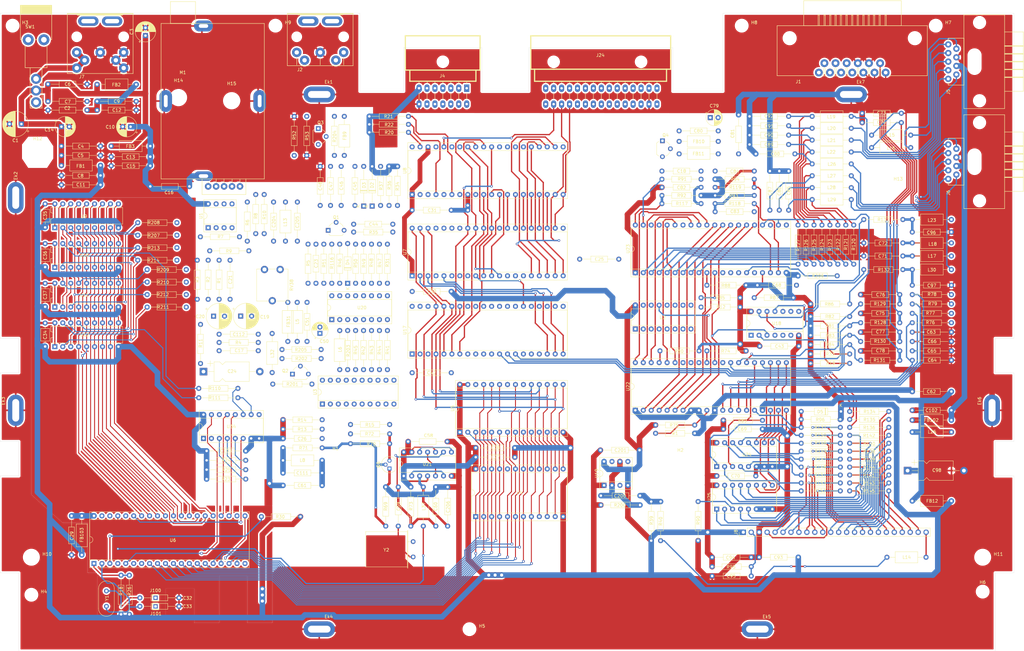
<source format=kicad_pcb>
(kicad_pcb (version 20171130) (host pcbnew "(5.1.0)-1")
  (title_block (title "Atari 130XE"))
  (layers (0 F.Cu signal) (31 B.Cu signal) (34 B.Paste user) (35 F.Paste user) (36 B.SilkS user) (37 F.SilkS user) (38 B.Mask user) (39 F.Mask user) (44 Edge.Cuts user))
  (net 0 "")
  (net 1 GND)
  (net 2 "Net-(J7-Pad1)")
  (net 3 "Net-(C1-Pad1)")
  (net 4 +5VA)
  (net 5 +5V)
  (net 6 +5C)
  (net 7 "Net-(R110-Pad2)")
  (net 8 CASMAN)
  (net 9 "Net-(R111-Pad2)")
  (net 10 CASBNK)
  (net 11 DQ0)
  (net 12 DQ1)
  (net 13 DQ2)
  (net 14 DQ3)
  (net 15 DQ4)
  (net 16 DQ5)
  (net 17 DQ6)
  (net 18 DQ7)
  (net 19 RA4)
  (net 20 RA5)
  (net 21 RA6)
  (net 22 RA0)
  (net 23 RAS)
  (net 24 RA1)
  (net 25 WRT)
  (net 26 RA2)
  (net 27 RA3)
  (net 28 RA7)
  (net 29 "Net-(C32-Pad1)")
  (net 30 "Net-(C33-Pad1)")
  (net 31 "Net-(R18-Pad1)")
  (net 32 EXTSEL)
  (net 33 RST)
  (net 34 CAS)
  (net 35 O2)
  (net 36 FA15)
  (net 37 FA14)
  (net 38 A13)
  (net 39 A15)
  (net 40 HALT)
  (net 41 A14)
  (net 42 "Net-(C29-Pad1)")
  (net 43 "Net-(R19-Pad1)")
  (net 44 D0)
  (net 45 D1)
  (net 46 D2)
  (net 47 D3)
  (net 48 D4)
  (net 49 D5)
  (net 50 D6)
  (net 51 D7)
  (net 52 A11)
  (net 53 A10)
  (net 54 A9)
  (net 55 A8)
  (net 56 A7)
  (net 57 A6)
  (net 58 A5)
  (net 59 A4)
  (net 60 A3)
  (net 61 A2)
  (net 62 A1)
  (net 63 A0)
  (net 64 A12)
  (net 65 OS)
  (net 66 O1)
  (net 67 "Net-(C44-Pad1)")
  (net 68 "Net-(C45-Pad2)")
  (net 69 "Net-(C45-Pad1)")
  (net 70 "Net-(C46-Pad2)")
  (net 71 "Net-(C47-Pad2)")
  (net 72 "Net-(C48-Pad2)")
  (net 73 "Net-(C50-Pad1)")
  (net 74 "Net-(C59-Pad2)")
  (net 75 "Net-(C59-Pad1)")
  (net 76 "Net-(C111-Pad2)")
  (net 77 "Net-(C96-Pad2)")
  (net 78 "Net-(C97-Pad2)")
  (net 79 "Net-(C111-Pad1)")
  (net 80 "Net-(C206-Pad2)")
  (net 81 "Net-(D4-Pad2)")
  (net 82 "Net-(D4-Pad1)")
  (net 83 "Net-(FB9-Pad2)")
  (net 84 "Net-(FB31-Pad2)")
  (net 85 IRQ)
  (net 86 REF)
  (net 87 "Net-(L6-Pad2)")
  (net 88 "Net-(L6-Pad1)")
  (net 89 OSC)
  (net 90 "Net-(Q2-Pad1)")
  (net 91 "Net-(Q2-Pad2)")
  (net 92 "Net-(Q3-Pad1)")
  (net 93 "Net-(Q3-Pad3)")
  (net 94 "Net-(Q3-Pad2)")
  (net 95 "Net-(Q6-Pad3)")
  (net 96 "Net-(Q6-Pad2)")
  (net 97 "Net-(R42-Pad2)")
  (net 98 "Net-(R43-Pad2)")
  (net 99 "Net-(R44-Pad2)")
  (net 100 "Net-(R47-Pad2)")
  (net 101 "Net-(R48-Pad2)")
  (net 102 "Net-(R49-Pad2)")
  (net 103 "Net-(R50-Pad2)")
  (net 104 "Net-(R132-Pad2)")
  (net 105 "Net-(R133-Pad2)")
  (net 106 "Net-(R134-Pad2)")
  (net 107 "Net-(R135-Pad2)")
  (net 108 "Net-(R136-Pad2)")
  (net 109 RW)
  (net 110 RDY)
  (net 111 "Net-(U18-Pad4)")
  (net 112 BO2)
  (net 113 NMI)
  (net 114 AN2)
  (net 115 LP)
  (net 116 AN1)
  (net 117 AN0)
  (net 118 O0)
  (net 119 "Net-(U17-Pad25)")
  (net 120 "Net-(U21-Pad2)")
  (net 121 "Net-(U21-Pad12)")
  (net 122 "Net-(U21-Pad11)")
  (net 123 "Net-(R41-Pad2)")
  (net 124 "Net-(L32-Pad2)")
  (net 125 MONO)
  (net 126 CHROMA)
  (net 127 COMPOSITE)
  (net 128 MPD)
  (net 129 D1XX)
  (net 130 TRIG1)
  (net 131 TRIG0)
  (net 132 COLOR)
  (net 133 RNMI)
  (net 134 BASIC)
  (net 135 CASINH)
  (net 136 GTIA)
  (net 137 RD5)
  (net 138 RF_VCC)
  (net 139 +5P)
  (net 140 E3)
  (net 141 RD4)
  (net 142 "Net-(U18-Pad10)")
  (net 143 "Net-(U2-Pad4)")
  (net 144 CCTL)
  (net 145 S4)
  (net 146 S5)
  (net 147 "Net-(C200-Pad2)")
  (net 148 "Net-(C200-Pad1)")
  (net 149 "Net-(L14-Pad1)")
  (net 150 READY)
  (net 151 MTR_CLR)
  (net 152 PROCEED)
  (net 153 INTRUPT)
  (net 154 COMMAND)
  (net 155 "Net-(C85-Pad1)")
  (net 156 "Net-(C86-Pad1)")
  (net 157 "Net-(C87-Pad1)")
  (net 158 "Net-(C88-Pad1)")
  (net 159 "Net-(C89-Pad1)")
  (net 160 "Net-(C90-Pad1)")
  (net 161 "Net-(C91-Pad1)")
  (net 162 "Net-(C92-Pad1)")
  (net 163 "Net-(FB11-Pad2)")
  (net 164 AUDIO)
  (net 165 RIGHT1)
  (net 166 FWD1)
  (net 167 BACK1)
  (net 168 LEFT1)
  (net 169 RIGHT0)
  (net 170 FWD0)
  (net 171 BACK0)
  (net 172 LEFT0)
  (net 173 RESET)
  (net 174 "Net-(Q4-Pad2)")
  (net 175 PB3)
  (net 176 PB4)
  (net 177 PB2)
  (net 178 PB1)
  (net 179 "Net-(R86-Pad2)")
  (net 180 PB7)
  (net 181 PB0)
  (net 182 "Net-(R91-Pad2)")
  (net 183 "Net-(R117-Pad2)")
  (net 184 "Net-(R119-Pad2)")
  (net 185 "Net-(R118-Pad2)")
  (net 186 "Net-(R120-Pad2)")
  (net 187 "Net-(R121-Pad2)")
  (net 188 "Net-(R122-Pad2)")
  (net 189 "Net-(R123-Pad2)")
  (net 190 "Net-(R124-Pad2)")
  (net 191 "Net-(R125-Pad2)")
  (net 192 "Net-(R126-Pad2)")
  (net 193 "Net-(R127-Pad2)")
  (net 194 START)
  (net 195 SELECT)
  (net 196 OPTION)
  (net 197 PB5)
  (net 198 POKEY)
  (net 199 PIA)
  (net 200 CLK_OUT)
  (net 201 DATA_IN)
  (net 202 CLK_IN)
  (net 203 "Net-(C95-Pad1)")
  (net 204 BSC)
  (net 205 IN4)
  (net 206 OUT0)
  (net 207 IN0)
  (net 208 IN3)
  (net 209 OUT2)
  (net 210 OUT4)
  (net 211 OUT1)
  (net 212 OUT6)
  (net 213 IN1)
  (net 214 IN5)
  (net 215 IN7)
  (net 216 IN2)
  (net 217 OUT7)
  (net 218 OUT5)
  (net 219 OUT3)
  (net 220 IN6)
  (net 221 DATA_OUT)
  (net 222 "Net-(R128-Pad2)")
  (net 223 "Net-(R129-Pad2)")
  (net 224 "Net-(R130-Pad2)")
  (net 225 "Net-(R131-Pad2)")
  (net 226 "Net-(R74-Pad2)")
  (net 227 "Net-(R89-Pad1)")
  (net 228 "Net-(R146-Pad2)")
  (net 229 "Net-(R147-Pad2)")
  (net 230 "Net-(R148-Pad2)")
  (net 231 "Net-(R149-Pad2)")
  (net 232 "Net-(R150-Pad2)")
  (net 233 "Net-(R151-Pad2)")
  (net 234 "Net-(R152-Pad2)")
  (net 235 "Net-(R153-Pad2)")
  (net 236 K3)
  (net 237 K4)
  (net 238 K5)
  (net 239 K0)
  (net 240 K1)
  (net 241 K2)
  (net 242 "Net-(R145-Pad2)")
  (net 243 "Net-(R142-Pad2)")
  (net 244 "Net-(R143-Pad2)")
  (net 245 "Net-(R138-Pad2)")
  (net 246 "Net-(R139-Pad2)")
  (net 247 "Net-(R140-Pad2)")
  (net 248 "Net-(R141-Pad2)")
  (net 249 "Net-(R144-Pad2)")
  (net 250 "Net-(R75-Pad1)")
  (net 251 "Net-(D5-Pad2)")
  (net 252 "Net-(R90-Pad1)")
  (net 253 "Net-(C63-Pad1)")
  (net 254 "Net-(C64-Pad1)")
  (net 255 "Net-(C65-Pad1)")
  (net 256 "Net-(C66-Pad1)")
  (net 257 "Net-(C71-Pad1)")
  (net 258 "Net-(C72-Pad1)")
  (net 259 "Net-(C73-Pad1)")
  (net 260 "Net-(C74-Pad1)")
  (net 261 POT_A1)
  (net 262 POT_B1)
  (net 263 POT_A0)
  (net 264 POT_B0)
  (net 265 "Net-(C102-Pad1)")
  (net 266 "Net-(FB102-Pad2)")
  (net 267 SIOAUDIO)
  (net 268 BELL)
  (net 269 "Net-(M1-Pad5)")
  (net 270 "Net-(C24-Pad1)")
  (net 271 "Net-(R1-Pad2)")
  (net 272 "Net-(R1-Pad1)")
  (net 273 "Net-(R5-Pad2)")
  (net 274 "Net-(C17-Pad1)")
  (net 275 "Net-(C20-Pad1)")
  (net 276 "Net-(C19-Pad1)")
  (net 277 "Net-(C23-Pad1)")
  (net 278 SOUND)
  (module Capacitor_THT:CP_Axial_L11.0mm_D6.0mm_P18.00mm_Horizontal (layer F.Cu) (at 290 146.2913)
    (fp_text reference C98 (at 9.3472 -0.1143) (layer F.SilkS))
    (fp_text value 10uF)
    (pad 2 thru_hole oval (at 18 0) (size 2.4 2.4) (drill 1.2) (layers *.Cu *.Mask) (net 1 GND))
    (pad 1 thru_hole rect (at 0 0) (size 2.4 2.4) (drill 1.2) (layers *.Cu *.Mask) (net 139 +5P))
  )
  (module Capacitor_THT:CP_Axial_L11.0mm_D6.0mm_P18.00mm_Horizontal (layer F.Cu) (at 65 114.6302)
    (fp_text reference C24 (at 9.1299 -0.1016) (layer F.SilkS))
    (fp_text value 10uF)
    (pad 2 thru_hole oval (at 18 0) (size 2.4 2.4) (drill 1.2) (layers *.Cu *.Mask) (net 1 GND))
    (pad 1 thru_hole rect (at 0 0) (size 2.4 2.4) (drill 1.2) (layers *.Cu *.Mask) (net 270 "Net-(C24-Pad1)"))
  )
  (module Atari:C_Axial_L5.1mm_D2.5mm_P12.50mm_Horizontal (layer F.Cu) (at 87.4 60.4 270)
    (fp_text reference C204 (at 6.2865 -0.0762 270) (layer F.SilkS))
    (fp_text value 100nF)
    (pad 2 thru_hole oval (at 12.5 0 270) (size 1.6 1.6) (drill 0.8) (layers *.Cu *.Mask) (net 6 +5C))
    (pad 1 thru_hole circle (at 0 0 270) (size 1.6 1.6) (drill 0.8) (layers *.Cu *.Mask) (net 1 GND))
  )
  (module Package_DIP:DIP-8_W7.62mm_Socket (layer F.Cu) (at 66.5 68.62 90)
    (fp_text reference U1 (at 3.81 -2.33 90) (layer F.SilkS))
    (fp_text value LM358)
    (pad 8 thru_hole oval (at 7.62 0 90) (size 1.6 1.6) (drill 0.8) (layers *.Cu *.Mask) (net 6 +5C))
    (pad 4 thru_hole oval (at 0 7.62 90) (size 1.6 1.6) (drill 0.8) (layers *.Cu *.Mask) (net 1 GND))
    (pad 7 thru_hole oval (at 7.62 2.54 90) (size 1.6 1.6) (drill 0.8) (layers *.Cu *.Mask) (net 271 "Net-(R1-Pad2)"))
    (pad 3 thru_hole oval (at 0 5.08 90) (size 1.6 1.6) (drill 0.8) (layers *.Cu *.Mask) (net 270 "Net-(C24-Pad1)"))
    (pad 6 thru_hole oval (at 7.62 5.08 90) (size 1.6 1.6) (drill 0.8) (layers *.Cu *.Mask) (net 272 "Net-(R1-Pad1)"))
    (pad 2 thru_hole oval (at 0 2.54 90) (size 1.6 1.6) (drill 0.8) (layers *.Cu *.Mask) (net 273 "Net-(R5-Pad2)"))
    (pad 5 thru_hole oval (at 7.62 7.62 90) (size 1.6 1.6) (drill 0.8) (layers *.Cu *.Mask) (net 270 "Net-(C24-Pad1)"))
    (pad 1 thru_hole rect (at 0 0 90) (size 1.6 1.6) (drill 0.8) (layers *.Cu *.Mask) (net 269 "Net-(M1-Pad5)"))
  )
  (module Atari:R_Axial_DIN0207_L3.6mm_D2.2mm_P10.16mm_Horizontal (layer F.Cu) (at 84.4 58 270)
    (fp_text reference R10 (at 6.5414 -0.0762 270) (layer F.SilkS))
    (fp_text value 1k)
    (pad 2 thru_hole circle (at 12.5 0 270) (size 1.6 1.6) (drill 0.8) (layers *.Cu *.Mask) (net 1 GND))
    (pad 1 thru_hole circle (at 0 0 270) (size 1.6 1.6) (drill 0.8) (layers *.Cu *.Mask) (net 164 AUDIO))
  )
  (module Atari:R_Axial_DIN0207_L3.6mm_D2.2mm_P10.16mm_Horizontal (layer F.Cu) (at 70.0024 105.3084)
    (fp_text reference R4 (at 6.1468 0.0508) (layer F.SilkS))
    (fp_text value 56k)
    (pad 2 thru_hole circle (at 12.5 0) (size 1.6 1.6) (drill 0.8) (layers *.Cu *.Mask) (net 274 "Net-(C17-Pad1)"))
    (pad 1 thru_hole circle (at 0 0) (size 1.6 1.6) (drill 0.8) (layers *.Cu *.Mask) (net 272 "Net-(R1-Pad1)"))
  )
  (module Atari:R_Axial_DIN0207_L3.6mm_D2.2mm_P10.16mm_Horizontal (layer F.Cu) (at 63 79 270)
    (fp_text reference R3 (at 6.1976 -0.0508 270) (layer F.SilkS))
    (fp_text value 6k2)
    (pad 2 thru_hole circle (at 12.5 0 270) (size 1.6 1.6) (drill 0.8) (layers *.Cu *.Mask) (net 1 GND))
    (pad 1 thru_hole circle (at 0 0 270) (size 1.6 1.6) (drill 0.8) (layers *.Cu *.Mask) (net 271 "Net-(R1-Pad2)"))
  )
  (module Atari:R_Axial_DIN0207_L3.6mm_D2.2mm_P10.16mm_Horizontal (layer F.Cu) (at 66.5 91.5 90)
    (fp_text reference R2 (at 6.35 0 90) (layer F.SilkS))
    (fp_text value 1k)
    (pad 2 thru_hole circle (at 12.5 0 90) (size 1.6 1.6) (drill 0.8) (layers *.Cu *.Mask) (net 271 "Net-(R1-Pad2)"))
    (pad 1 thru_hole circle (at 0 0 90) (size 1.6 1.6) (drill 0.8) (layers *.Cu *.Mask) (net 276 "Net-(C19-Pad1)"))
  )
  (module Atari:R_Axial_DIN0207_L3.6mm_D2.2mm_P10.16mm_Horizontal (layer F.Cu) (at 64.0588 112.0394 90)
    (fp_text reference R11 (at 6.477 0.0508 90) (layer F.SilkS))
    (fp_text value 2k2)
    (pad 2 thru_hole circle (at 12.5 0 90) (size 1.6 1.6) (drill 0.8) (layers *.Cu *.Mask) (net 1 GND))
    (pad 1 thru_hole circle (at 0 0 90) (size 1.6 1.6) (drill 0.8) (layers *.Cu *.Mask) (net 270 "Net-(C24-Pad1)"))
  )
  (module Atari:R_Axial_DIN0207_L3.6mm_D2.2mm_P10.16mm_Horizontal (layer F.Cu) (at 70 79 270)
    (fp_text reference R1 (at 6.477 0.0508 270) (layer F.SilkS))
    (fp_text value 2k2)
    (pad 2 thru_hole circle (at 12.5 0 270) (size 1.6 1.6) (drill 0.8) (layers *.Cu *.Mask) (net 271 "Net-(R1-Pad2)"))
    (pad 1 thru_hole circle (at 0 0 270) (size 1.6 1.6) (drill 0.8) (layers *.Cu *.Mask) (net 272 "Net-(R1-Pad1)"))
  )
  (module Atari:R_Axial_DIN0207_L3.6mm_D2.2mm_P10.16mm_Horizontal (layer F.Cu) (at 67 76)
    (fp_text reference R9 (at 6.1012 0.0984) (layer F.SilkS))
    (fp_text value 3k3)
    (pad 2 thru_hole circle (at 12.5 0) (size 1.6 1.6) (drill 0.8) (layers *.Cu *.Mask) (net 270 "Net-(C24-Pad1)"))
    (pad 1 thru_hole circle (at 0 0) (size 1.6 1.6) (drill 0.8) (layers *.Cu *.Mask) (net 6 +5C))
  )
  (module Atari:R_Axial_DIN0207_L3.6mm_D2.2mm_P10.16mm_Horizontal (layer F.Cu) (at 81.7 58 270)
    (fp_text reference R8 (at 6.8462 -0.0166 270) (layer F.SilkS))
    (fp_text value 5k1)
    (pad 2 thru_hole circle (at 12.5 0 270) (size 1.6 1.6) (drill 0.8) (layers *.Cu *.Mask) (net 269 "Net-(M1-Pad5)"))
    (pad 1 thru_hole circle (at 0 0 270) (size 1.6 1.6) (drill 0.8) (layers *.Cu *.Mask) (net 164 AUDIO))
  )
  (module Atari:R_Axial_DIN0207_L3.6mm_D2.2mm_P10.16mm_Horizontal (layer F.Cu) (at 76.5048 71.5264 180)
    (fp_text reference R7 (at 6.0706 0 180) (layer F.SilkS))
    (fp_text value 2k)
    (pad 2 thru_hole circle (at 12.5 0 180) (size 1.6 1.6) (drill 0.8) (layers *.Cu *.Mask) (net 275 "Net-(C20-Pad1)"))
    (pad 1 thru_hole circle (at 0 0 180) (size 1.6 1.6) (drill 0.8) (layers *.Cu *.Mask) (net 273 "Net-(R5-Pad2)"))
  )
  (module Atari:R_Axial_DIN0207_L3.6mm_D2.2mm_P10.16mm_Horizontal (layer F.Cu) (at 79 60.4 270)
    (fp_text reference R6 (at 6.5532 -0.0508 270) (layer F.SilkS))
    (fp_text value 68k)
    (pad 2 thru_hole circle (at 12.5 0 270) (size 1.6 1.6) (drill 0.8) (layers *.Cu *.Mask) (net 273 "Net-(R5-Pad2)"))
    (pad 1 thru_hole circle (at 0 0 270) (size 1.6 1.6) (drill 0.8) (layers *.Cu *.Mask) (net 269 "Net-(M1-Pad5)"))
  )
  (module Atari:R_Axial_DIN0207_L3.6mm_D2.2mm_P10.16mm_Horizontal (layer F.Cu) (at 98.4123 86.3732 90)
    (fp_text reference R5 (at 6.4013 0.0635 90) (layer F.SilkS))
    (fp_text value 470k)
    (pad 2 thru_hole circle (at 12.5 0 90) (size 1.6 1.6) (drill 0.8) (layers *.Cu *.Mask) (net 273 "Net-(R5-Pad2)"))
    (pad 1 thru_hole circle (at 0 0 90) (size 1.6 1.6) (drill 0.8) (layers *.Cu *.Mask) (net 277 "Net-(C23-Pad1)"))
  )
  (module Atari:C_Axial_L5.1mm_D2.5mm_P12.50mm_Horizontal (layer F.Cu) (at 100.9396 73.8732 270)
    (fp_text reference C23 (at 6.1976 -0.0635 270) (layer F.SilkS))
    (fp_text value 47nF)
    (pad 2 thru_hole oval (at 12.5 0 270) (size 1.6 1.6) (drill 0.8) (layers *.Cu *.Mask) (net 268 BELL))
    (pad 1 thru_hole circle (at 0 0 270) (size 1.6 1.6) (drill 0.8) (layers *.Cu *.Mask) (net 277 "Net-(C23-Pad1)"))
  )
  (module Atari:C_Axial_L5.1mm_D2.5mm_P12.50mm_Horizontal (layer F.Cu) (at 73.5 79 270)
    (fp_text reference C21 (at 6.217 -0.0838 270) (layer F.SilkS))
    (fp_text value 1nF)
    (pad 2 thru_hole oval (at 12.5 0 270) (size 1.6 1.6) (drill 0.8) (layers *.Cu *.Mask) (net 276 "Net-(C19-Pad1)"))
    (pad 1 thru_hole circle (at 0 0 270) (size 1.6 1.6) (drill 0.8) (layers *.Cu *.Mask) (net 1 GND))
  )
  (module Capacitor_THT:CP_Radial_D8.0mm_P3.50mm (layer F.Cu) (at 68.2244 96.901)
    (fp_text reference C20 (at -4.2672 0.127) (layer F.SilkS))
    (fp_text value 4,7uF)
    (pad 2 thru_hole circle (at 3.5 0) (size 1.6 1.6) (drill 0.8) (layers *.Cu *.Mask) (net 276 "Net-(C19-Pad1)"))
    (pad 1 thru_hole rect (at 0 0) (size 1.6 1.6) (drill 0.8) (layers *.Cu *.Mask) (net 275 "Net-(C20-Pad1)"))
  )
  (module Capacitor_THT:CP_Radial_D8.0mm_P3.50mm (layer F.Cu) (at 76.8858 96.8756)
    (fp_text reference C19 (at 7.6708 0.2794) (layer F.SilkS))
    (fp_text value 4,7uF)
    (pad 2 thru_hole circle (at 3.5 0) (size 1.6 1.6) (drill 0.8) (layers *.Cu *.Mask) (net 267 SIOAUDIO))
    (pad 1 thru_hole rect (at 0 0) (size 1.6 1.6) (drill 0.8) (layers *.Cu *.Mask) (net 276 "Net-(C19-Pad1)"))
  )
  (module Atari:C_Axial_L5.1mm_D2.5mm_P12.50mm_Horizontal (layer F.Cu) (at 70.0024 107.95)
    (fp_text reference C17 (at 6.4008 -0.0508) (layer F.SilkS))
    (fp_text value 47nF)
    (pad 2 thru_hole oval (at 12.5 0) (size 1.6 1.6) (drill 0.8) (layers *.Cu *.Mask) (net 278 SOUND))
    (pad 1 thru_hole circle (at 0 0) (size 1.6 1.6) (drill 0.8) (layers *.Cu *.Mask) (net 274 "Net-(C17-Pad1)"))
  )
  (module Atari:C_Axial_L5.1mm_D2.5mm_P12.50mm_Horizontal (layer F.Cu) (at 60.5 55.4 180)
    (fp_text reference C16 (at 6.5024 -1.9304 180) (layer F.SilkS))
    (fp_text value 1nF)
    (pad 2 thru_hole oval (at 12.5 0 180) (size 1.6 1.6) (drill 0.8) (layers *.Cu *.Mask) (net 6 +5C))
    (pad 1 thru_hole circle (at 0 0 180) (size 1.6 1.6) (drill 0.8) (layers *.Cu *.Mask) (net 1 GND))
  )
  (module Atari:C_Axial_L5.1mm_D2.5mm_P12.50mm_Horizontal (layer F.Cu) (at 82.4992 102.6668 180)
    (fp_text reference C112 (at 6.223 -0.0762 180) (layer F.SilkS))
    (fp_text value 1nF)
    (pad 2 thru_hole oval (at 12.5 0 180) (size 1.6 1.6) (drill 0.8) (layers *.Cu *.Mask) (net 267 SIOAUDIO))
    (pad 1 thru_hole circle (at 0 0 180) (size 1.6 1.6) (drill 0.8) (layers *.Cu *.Mask) (net 1 GND))
  )
  (module Atari:C_Axial_L5.1mm_D2.5mm_P12.50mm_Horizontal (layer F.Cu) (at 227.5332 174.0154)
    (fp_text reference C94 (at 5.8674 0.1016) (layer F.SilkS))
    (fp_text value 10nF)
    (pad 2 thru_hole oval (at 12.5 0) (size 1.6 1.6) (drill 0.8) (layers *.Cu *.Mask) (net 1 GND))
    (pad 1 thru_hole circle (at 0 0) (size 1.6 1.6) (drill 0.8) (layers *.Cu *.Mask) (net 4 +5VA))
  )
  (module Package_DIP:DIP-16_W7.62mm_Socket (layer F.Cu) (at 229 158.6 90)
    (fp_text reference U25 (at 3.81 -2.33 90) (layer F.SilkS))
    (fp_text value CD4051B)
    (pad 16 thru_hole oval (at 7.62 0 90) (size 1.6 1.6) (drill 0.8) (layers *.Cu *.Mask) (net 4 +5VA))
    (pad 8 thru_hole oval (at 0 17.78 90) (size 1.6 1.6) (drill 0.8) (layers *.Cu *.Mask) (net 1 GND))
    (pad 15 thru_hole oval (at 7.62 2.54 90) (size 1.6 1.6) (drill 0.8) (layers *.Cu *.Mask) (net 244 "Net-(R143-Pad2)"))
    (pad 7 thru_hole oval (at 0 15.24 90) (size 1.6 1.6) (drill 0.8) (layers *.Cu *.Mask) (net 1 GND))
    (pad 14 thru_hole oval (at 7.62 5.08 90) (size 1.6 1.6) (drill 0.8) (layers *.Cu *.Mask) (net 249 "Net-(R144-Pad2)"))
    (pad 6 thru_hole oval (at 0 12.7 90) (size 1.6 1.6) (drill 0.8) (layers *.Cu *.Mask) (net 1 GND))
    (pad 13 thru_hole oval (at 7.62 7.62 90) (size 1.6 1.6) (drill 0.8) (layers *.Cu *.Mask) (net 242 "Net-(R145-Pad2)"))
    (pad 5 thru_hole oval (at 0 10.16 90) (size 1.6 1.6) (drill 0.8) (layers *.Cu *.Mask) (net 247 "Net-(R140-Pad2)"))
    (pad 12 thru_hole oval (at 7.62 10.16 90) (size 1.6 1.6) (drill 0.8) (layers *.Cu *.Mask) (net 243 "Net-(R142-Pad2)"))
    (pad 4 thru_hole oval (at 0 7.62 90) (size 1.6 1.6) (drill 0.8) (layers *.Cu *.Mask) (net 245 "Net-(R138-Pad2)"))
    (pad 11 thru_hole oval (at 7.62 12.7 90) (size 1.6 1.6) (drill 0.8) (layers *.Cu *.Mask) (net 236 K3))
    (pad 3 thru_hole oval (at 0 5.08 90) (size 1.6 1.6) (drill 0.8) (layers *.Cu *.Mask) (net 252 "Net-(R90-Pad1)"))
    (pad 10 thru_hole oval (at 7.62 15.24 90) (size 1.6 1.6) (drill 0.8) (layers *.Cu *.Mask) (net 237 K4))
    (pad 2 thru_hole oval (at 0 2.54 90) (size 1.6 1.6) (drill 0.8) (layers *.Cu *.Mask) (net 246 "Net-(R139-Pad2)"))
    (pad 9 thru_hole oval (at 7.62 17.78 90) (size 1.6 1.6) (drill 0.8) (layers *.Cu *.Mask) (net 238 K5))
    (pad 1 thru_hole rect (at 0 0 90) (size 1.6 1.6) (drill 0.8) (layers *.Cu *.Mask) (net 248 "Net-(R141-Pad2)"))
  )
  (module Package_DIP:DIP-16_W7.62mm_Socket (layer F.Cu) (at 229 145 90)
    (fp_text reference U24 (at 3.8014 9.6584 180) (layer F.SilkS))
    (fp_text value CD4051B)
    (pad 16 thru_hole oval (at 7.62 0 90) (size 1.6 1.6) (drill 0.8) (layers *.Cu *.Mask) (net 4 +5VA))
    (pad 8 thru_hole oval (at 0 17.78 90) (size 1.6 1.6) (drill 0.8) (layers *.Cu *.Mask) (net 1 GND))
    (pad 15 thru_hole oval (at 7.62 2.54 90) (size 1.6 1.6) (drill 0.8) (layers *.Cu *.Mask) (net 230 "Net-(R148-Pad2)"))
    (pad 7 thru_hole oval (at 0 15.24 90) (size 1.6 1.6) (drill 0.8) (layers *.Cu *.Mask) (net 1 GND))
    (pad 14 thru_hole oval (at 7.62 5.08 90) (size 1.6 1.6) (drill 0.8) (layers *.Cu *.Mask) (net 229 "Net-(R147-Pad2)"))
    (pad 6 thru_hole oval (at 0 12.7 90) (size 1.6 1.6) (drill 0.8) (layers *.Cu *.Mask) (net 1 GND))
    (pad 13 thru_hole oval (at 7.62 7.62 90) (size 1.6 1.6) (drill 0.8) (layers *.Cu *.Mask) (net 228 "Net-(R146-Pad2)"))
    (pad 5 thru_hole oval (at 0 10.16 90) (size 1.6 1.6) (drill 0.8) (layers *.Cu *.Mask) (net 233 "Net-(R151-Pad2)"))
    (pad 12 thru_hole oval (at 7.62 10.16 90) (size 1.6 1.6) (drill 0.8) (layers *.Cu *.Mask) (net 231 "Net-(R149-Pad2)"))
    (pad 4 thru_hole oval (at 0 7.62 90) (size 1.6 1.6) (drill 0.8) (layers *.Cu *.Mask) (net 235 "Net-(R153-Pad2)"))
    (pad 11 thru_hole oval (at 7.62 12.7 90) (size 1.6 1.6) (drill 0.8) (layers *.Cu *.Mask) (net 239 K0))
    (pad 3 thru_hole oval (at 0 5.08 90) (size 1.6 1.6) (drill 0.8) (layers *.Cu *.Mask) (net 227 "Net-(R89-Pad1)"))
    (pad 10 thru_hole oval (at 7.62 15.24 90) (size 1.6 1.6) (drill 0.8) (layers *.Cu *.Mask) (net 240 K1))
    (pad 2 thru_hole oval (at 0 2.54 90) (size 1.6 1.6) (drill 0.8) (layers *.Cu *.Mask) (net 234 "Net-(R152-Pad2)"))
    (pad 9 thru_hole oval (at 7.62 17.78 90) (size 1.6 1.6) (drill 0.8) (layers *.Cu *.Mask) (net 241 K2))
    (pad 1 thru_hole rect (at 0 0 90) (size 1.6 1.6) (drill 0.8) (layers *.Cu *.Mask) (net 232 "Net-(R150-Pad2)"))
  )
  (module Atari:C_Axial_L5.1mm_D2.5mm_P12.50mm_Horizontal (layer F.Cu) (at 242.74 106.5)
    (fp_text reference C43 (at 6.3246 0.0483) (layer F.SilkS))
    (fp_text value 100nF)
    (pad 2 thru_hole oval (at 12.5 0) (size 1.6 1.6) (drill 0.8) (layers *.Cu *.Mask) (net 1 GND))
    (pad 1 thru_hole circle (at 0 0) (size 1.6 1.6) (drill 0.8) (layers *.Cu *.Mask) (net 4 +5VA))
  )
  (module Atari:L_Axial_L7.0mm_D3.3mm_P12.50mm_Horizontal_Fastron_MICC (layer F.Cu) (at 303.9999 133.9596 180)
    (fp_text reference L25 (at 6.1849 0.0508 180) (layer F.SilkS))
    (fp_text value 10uH)
    (pad 2 thru_hole oval (at 12.5 0 180) (size 1.6 1.6) (drill 0.8) (layers *.Cu *.Mask) (net 139 +5P))
    (pad 1 thru_hole circle (at 0 0 180) (size 1.6 1.6) (drill 0.8) (layers *.Cu *.Mask) (net 266 "Net-(FB102-Pad2)"))
  )
  (module Atari:R_Axial_DIN0207_L3.6mm_D2.2mm_P10.16mm_Horizontal (layer F.Cu) (at 304 93 180)
    (fp_text reference R79 (at 6.0198 0.0635 180) (layer F.SilkS))
    (fp_text value 1k8)
    (pad 2 thru_hole circle (at 12.5 0 180) (size 1.6 1.6) (drill 0.8) (layers *.Cu *.Mask) (net 256 "Net-(C66-Pad1)"))
    (pad 1 thru_hole circle (at 0 0 180) (size 1.6 1.6) (drill 0.8) (layers *.Cu *.Mask) (net 260 "Net-(C74-Pad1)"))
  )
  (module Atari:R_Axial_DIN0207_L3.6mm_D2.2mm_P10.16mm_Horizontal (layer F.Cu) (at 304 90 180)
    (fp_text reference R78 (at 6.1976 0.0889 180) (layer F.SilkS))
    (fp_text value 1k8)
    (pad 2 thru_hole circle (at 12.5 0 180) (size 1.6 1.6) (drill 0.8) (layers *.Cu *.Mask) (net 253 "Net-(C63-Pad1)"))
    (pad 1 thru_hole circle (at 0 0 180) (size 1.6 1.6) (drill 0.8) (layers *.Cu *.Mask) (net 259 "Net-(C73-Pad1)"))
  )
  (module Atari:R_Axial_DIN0207_L3.6mm_D2.2mm_P10.16mm_Horizontal (layer F.Cu) (at 304 96 180)
    (fp_text reference R77 (at 6.6929 0.0635 180) (layer F.SilkS))
    (fp_text value 1k8)
    (pad 2 thru_hole circle (at 12.5 0 180) (size 1.6 1.6) (drill 0.8) (layers *.Cu *.Mask) (net 255 "Net-(C65-Pad1)"))
    (pad 1 thru_hole circle (at 0 0 180) (size 1.6 1.6) (drill 0.8) (layers *.Cu *.Mask) (net 258 "Net-(C72-Pad1)"))
  )
  (module Atari:R_Axial_DIN0207_L3.6mm_D2.2mm_P10.16mm_Horizontal (layer F.Cu) (at 304 99 180)
    (fp_text reference R76 (at 6.7056 0.0762 180) (layer F.SilkS))
    (fp_text value 1k8)
    (pad 2 thru_hole circle (at 12.5 0 180) (size 1.6 1.6) (drill 0.8) (layers *.Cu *.Mask) (net 254 "Net-(C64-Pad1)"))
    (pad 1 thru_hole circle (at 0 0 180) (size 1.6 1.6) (drill 0.8) (layers *.Cu *.Mask) (net 257 "Net-(C71-Pad1)"))
  )
  (module Atari:L_Axial_L7.0mm_D3.3mm_P12.50mm_Horizontal_Fastron_MICC (layer F.Cu) (at 304 73.4822 180)
    (fp_text reference L18 (at 6.0071 -0.3556 180) (layer F.SilkS))
    (fp_text value 10uH)
    (pad 2 thru_hole oval (at 12.5 0 180) (size 1.6 1.6) (drill 0.8) (layers *.Cu *.Mask) (net 258 "Net-(C72-Pad1)"))
    (pad 1 thru_hole circle (at 0 0 180) (size 1.6 1.6) (drill 0.8) (layers *.Cu *.Mask) (net 263 POT_A0))
  )
  (module Atari:L_Axial_L7.0mm_D3.3mm_P12.50mm_Horizontal_Fastron_MICC (layer F.Cu) (at 304 77.6605 180)
    (fp_text reference L17 (at 6.2103 0 180) (layer F.SilkS))
    (fp_text value 10uH)
    (pad 2 thru_hole oval (at 12.5 0 180) (size 1.6 1.6) (drill 0.8) (layers *.Cu *.Mask) (net 257 "Net-(C71-Pad1)"))
    (pad 1 thru_hole circle (at 0 0 180) (size 1.6 1.6) (drill 0.8) (layers *.Cu *.Mask) (net 264 POT_B0))
  )
  (module Atari:L_Axial_L7.0mm_D3.3mm_P12.50mm_Horizontal_Fastron_MICC (layer F.Cu) (at 291 43 180)
    (fp_text reference L16 (at 6.2865 -0.2032 180) (layer F.SilkS))
    (fp_text value 10uH)
    (pad 2 thru_hole oval (at 12.5 0 180) (size 1.6 1.6) (drill 0.8) (layers *.Cu *.Mask) (net 260 "Net-(C74-Pad1)"))
    (pad 1 thru_hole circle (at 0 0 180) (size 1.6 1.6) (drill 0.8) (layers *.Cu *.Mask) (net 261 POT_A1))
  )
  (module Atari:L_Axial_L7.0mm_D3.3mm_P12.50mm_Horizontal_Fastron_MICC (layer F.Cu) (at 291 39 180)
    (fp_text reference L15 (at 6.4389 0.0381 180) (layer F.SilkS))
    (fp_text value 10uH)
    (pad 2 thru_hole oval (at 12.5 0 180) (size 1.6 1.6) (drill 0.8) (layers *.Cu *.Mask) (net 259 "Net-(C73-Pad1)"))
    (pad 1 thru_hole circle (at 0 0 180) (size 1.6 1.6) (drill 0.8) (layers *.Cu *.Mask) (net 262 POT_B1))
  )
  (module Atari:C_Axial_L5.1mm_D2.5mm_P12.50mm_Horizontal (layer F.Cu) (at 304 121 180)
    (fp_text reference C62 (at 6.4135 -0.0381 180) (layer F.SilkS))
    (fp_text value 1nF)
    (pad 2 thru_hole oval (at 12.5 0 180) (size 1.6 1.6) (drill 0.8) (layers *.Cu *.Mask) (net 1 GND))
    (pad 1 thru_hole circle (at 0 0 180) (size 1.6 1.6) (drill 0.8) (layers *.Cu *.Mask) (net 139 +5P))
  )
  (module Atari:C_Axial_L5.1mm_D2.5mm_P12.50mm_Horizontal (layer F.Cu) (at 288 35 180)
    (fp_text reference C74 (at 6.3246 0.0762 180) (layer F.SilkS))
    (fp_text value 1nF)
    (pad 2 thru_hole oval (at 12.5 0 180) (size 1.6 1.6) (drill 0.8) (layers *.Cu *.Mask) (net 1 GND))
    (pad 1 thru_hole circle (at 0 0 180) (size 1.6 1.6) (drill 0.8) (layers *.Cu *.Mask) (net 260 "Net-(C74-Pad1)"))
  )
  (module Atari:C_Axial_L5.1mm_D2.5mm_P12.50mm_Horizontal (layer F.Cu) (at 288 32 180)
    (fp_text reference C73 (at 6.3246 0.0889 180) (layer F.SilkS))
    (fp_text value 1nF)
    (pad 2 thru_hole oval (at 12.5 0 180) (size 1.6 1.6) (drill 0.8) (layers *.Cu *.Mask) (net 1 GND))
    (pad 1 thru_hole circle (at 0 0 180) (size 1.6 1.6) (drill 0.8) (layers *.Cu *.Mask) (net 259 "Net-(C73-Pad1)"))
  )
  (module Atari:C_Axial_L5.1mm_D2.5mm_P12.50mm_Horizontal (layer F.Cu) (at 288.5 73.4822 180)
    (fp_text reference C72 (at 6.35 -0.127 180) (layer F.SilkS))
    (fp_text value 1nF)
    (pad 2 thru_hole oval (at 12.5 0 180) (size 1.6 1.6) (drill 0.8) (layers *.Cu *.Mask) (net 1 GND))
    (pad 1 thru_hole circle (at 0 0 180) (size 1.6 1.6) (drill 0.8) (layers *.Cu *.Mask) (net 258 "Net-(C72-Pad1)"))
  )
  (module Atari:C_Axial_L5.1mm_D2.5mm_P12.50mm_Horizontal (layer F.Cu) (at 288.5 77.6605 180)
    (fp_text reference C71 (at 6.4262 -0.0254 180) (layer F.SilkS))
    (fp_text value 1nF)
    (pad 2 thru_hole oval (at 12.5 0 180) (size 1.6 1.6) (drill 0.8) (layers *.Cu *.Mask) (net 1 GND))
    (pad 1 thru_hole circle (at 0 0 180) (size 1.6 1.6) (drill 0.8) (layers *.Cu *.Mask) (net 257 "Net-(C71-Pad1)"))
  )
  (module Atari:C_Axial_L5.1mm_D2.5mm_P12.50mm_Horizontal (layer F.Cu) (at 291.5 105)
    (fp_text reference C66 (at 6.3373 -0.0381) (layer F.SilkS))
    (fp_text value 47nF)
    (pad 2 thru_hole oval (at 12.5 0) (size 1.6 1.6) (drill 0.8) (layers *.Cu *.Mask) (net 1 GND))
    (pad 1 thru_hole circle (at 0 0) (size 1.6 1.6) (drill 0.8) (layers *.Cu *.Mask) (net 256 "Net-(C66-Pad1)"))
  )
  (module Atari:C_Axial_L5.1mm_D2.5mm_P12.50mm_Horizontal (layer F.Cu) (at 291.5 108)
    (fp_text reference C65 (at 6.2738 0.0254) (layer F.SilkS))
    (fp_text value 47nF)
    (pad 2 thru_hole oval (at 12.5 0) (size 1.6 1.6) (drill 0.8) (layers *.Cu *.Mask) (net 1 GND))
    (pad 1 thru_hole circle (at 0 0) (size 1.6 1.6) (drill 0.8) (layers *.Cu *.Mask) (net 255 "Net-(C65-Pad1)"))
  )
  (module Atari:C_Axial_L5.1mm_D2.5mm_P12.50mm_Horizontal (layer F.Cu) (at 291.5 111)
    (fp_text reference C64 (at 6.3754 -0.0127) (layer F.SilkS))
    (fp_text value 47nF)
    (pad 2 thru_hole oval (at 12.5 0) (size 1.6 1.6) (drill 0.8) (layers *.Cu *.Mask) (net 1 GND))
    (pad 1 thru_hole circle (at 0 0) (size 1.6 1.6) (drill 0.8) (layers *.Cu *.Mask) (net 254 "Net-(C64-Pad1)"))
  )
  (module Atari:C_Axial_L5.1mm_D2.5mm_P12.50mm_Horizontal (layer F.Cu) (at 291.5 102)
    (fp_text reference C63 (at 6.0579 -0.0254) (layer F.SilkS))
    (fp_text value 47nF)
    (pad 2 thru_hole oval (at 12.5 0) (size 1.6 1.6) (drill 0.8) (layers *.Cu *.Mask) (net 1 GND))
    (pad 1 thru_hole circle (at 0 0) (size 1.6 1.6) (drill 0.8) (layers *.Cu *.Mask) (net 253 "Net-(C63-Pad1)"))
  )
  (module Atari:R_Axial_DIN0207_L3.6mm_D2.2mm_P10.16mm_Horizontal (layer F.Cu) (at 223.0628 156.1846 270)
    (fp_text reference R90 (at 6.0071 -0.0254 270) (layer F.SilkS))
    (fp_text value 100)
    (pad 2 thru_hole circle (at 12.5 0 270) (size 1.6 1.6) (drill 0.8) (layers *.Cu *.Mask) (net 1 GND))
    (pad 1 thru_hole circle (at 0 0 270) (size 1.6 1.6) (drill 0.8) (layers *.Cu *.Mask) (net 252 "Net-(R90-Pad1)"))
  )
  (module Atari:C_Axial_L5.1mm_D2.5mm_P12.50mm_Horizontal (layer F.Cu) (at 229 147.9931)
    (fp_text reference C70 (at 6.0262 0.0381) (layer F.SilkS))
    (fp_text value 100nF)
    (pad 2 thru_hole oval (at 12.5 0) (size 1.6 1.6) (drill 0.8) (layers *.Cu *.Mask) (net 1 GND))
    (pad 1 thru_hole circle (at 0 0) (size 1.6 1.6) (drill 0.8) (layers *.Cu *.Mask) (net 4 +5VA))
  )
  (module Atari:R_Axial_DIN0207_L3.6mm_D2.2mm_P10.16mm_Horizontal (layer F.Cu) (at 209.4746 134.3556)
    (fp_text reference W1 (at 6.1595 -0.0127) (layer F.SilkS))
    (fp_text value 0)
    (pad 2 thru_hole circle (at 12.5 0) (size 1.6 1.6) (drill 0.8) (layers *.Cu *.Mask) (net 1 GND))
    (pad 1 thru_hole circle (at 0 0) (size 1.6 1.6) (drill 0.8) (layers *.Cu *.Mask) (net 250 "Net-(R75-Pad1)"))
  )
  (module Atari:R_Axial_DIN0207_L3.6mm_D2.2mm_P10.16mm_Horizontal (layer F.Cu) (at 268.5 132.461 180)
    (fp_text reference R137 (at 6.3847 -0.0254 180) (layer F.SilkS))
    (fp_text value 270)
    (pad 2 thru_hole circle (at 12.5 0 180) (size 1.6 1.6) (drill 0.8) (layers *.Cu *.Mask) (net 251 "Net-(D5-Pad2)"))
    (pad 1 thru_hole circle (at 0 0 180) (size 1.6 1.6) (drill 0.8) (layers *.Cu *.Mask) (net 204 BSC))
  )
  (module Atari:R_Axial_DIN0207_L3.6mm_D2.2mm_P10.16mm_Horizontal (layer F.Cu) (at 256 129.921)
    (fp_text reference R96 (at 6.0899 0.0889) (layer F.SilkS))
    (fp_text value 47k)
    (pad 2 thru_hole circle (at 12.5 0) (size 1.6 1.6) (drill 0.8) (layers *.Cu *.Mask) (net 4 +5VA))
    (pad 1 thru_hole circle (at 0 0) (size 1.6 1.6) (drill 0.8) (layers *.Cu *.Mask) (net 251 "Net-(D5-Pad2)"))
  )
  (module Atari:R_Axial_DIN0207_L3.6mm_D2.2mm_P10.16mm_Horizontal (layer F.Cu) (at 221.9746 131.7244 180)
    (fp_text reference R75 (at 6.5826 -0.0894 180) (layer F.SilkS))
    (fp_text value 3k)
    (pad 2 thru_hole circle (at 12.5 0 180) (size 1.6 1.6) (drill 0.8) (layers *.Cu *.Mask) (net 4 +5VA))
    (pad 1 thru_hole circle (at 0 0 180) (size 1.6 1.6) (drill 0.8) (layers *.Cu *.Mask) (net 250 "Net-(R75-Pad1)"))
  )
  (module Diode_THT:D_DO-35_SOD27_P12.70mm_Horizontal (layer F.Cu) (at 268.7 127.3683 180)
    (fp_text reference D5 (at 6.6355 -0.0889 180) (layer F.SilkS))
    (fp_text value 1N4148)
    (fp_text user K (at 0 1.905 180) (layer F.SilkS))
    (pad 2 thru_hole oval (at 12.7 0 180) (size 1.6 1.6) (drill 0.8) (layers *.Cu *.Mask) (net 251 "Net-(D5-Pad2)"))
    (pad 1 thru_hole rect (at 0 0 180) (size 1.6 1.6) (drill 0.8) (layers *.Cu *.Mask) (net 4 +5VA))
  )
  (module Atari:R_Axial_DIN0207_L3.6mm_D2.2mm_P10.16mm_Horizontal (layer F.Cu) (at 268.5 135 180)
    (fp_text reference R150 (at 6.3566 0.0254 180) (layer F.SilkS))
    (fp_text value 220)
    (pad 2 thru_hole circle (at 12.5 0 180) (size 1.6 1.6) (drill 0.8) (layers *.Cu *.Mask) (net 232 "Net-(R150-Pad2)"))
    (pad 1 thru_hole circle (at 0 0 180) (size 1.6 1.6) (drill 0.8) (layers *.Cu *.Mask) (net 205 IN4))
  )
  (module Atari:R_Axial_DIN0207_L3.6mm_D2.2mm_P10.16mm_Horizontal (layer F.Cu) (at 284 140.081 180)
    (fp_text reference R138 (at 6.2764 -0.0762 180) (layer F.SilkS))
    (fp_text value 220)
    (pad 2 thru_hole circle (at 12.5 0 180) (size 1.6 1.6) (drill 0.8) (layers *.Cu *.Mask) (net 245 "Net-(R138-Pad2)"))
    (pad 1 thru_hole circle (at 0 0 180) (size 1.6 1.6) (drill 0.8) (layers *.Cu *.Mask) (net 217 OUT7))
  )
  (module Atari:R_Axial_DIN0207_L3.6mm_D2.2mm_P10.16mm_Horizontal (layer F.Cu) (at 284 142.621 180)
    (fp_text reference R139 (at 6.2764 -0.0762 180) (layer F.SilkS))
    (fp_text value 220)
    (pad 2 thru_hole circle (at 12.5 0 180) (size 1.6 1.6) (drill 0.8) (layers *.Cu *.Mask) (net 246 "Net-(R139-Pad2)"))
    (pad 1 thru_hole circle (at 0 0 180) (size 1.6 1.6) (drill 0.8) (layers *.Cu *.Mask) (net 212 OUT6))
  )
  (module Atari:R_Axial_DIN0207_L3.6mm_D2.2mm_P10.16mm_Horizontal (layer F.Cu) (at 284 137.541 180)
    (fp_text reference R140 (at 6.2383 -0.1397 180) (layer F.SilkS))
    (fp_text value 220)
    (pad 2 thru_hole circle (at 12.5 0 180) (size 1.6 1.6) (drill 0.8) (layers *.Cu *.Mask) (net 247 "Net-(R140-Pad2)"))
    (pad 1 thru_hole circle (at 0 0 180) (size 1.6 1.6) (drill 0.8) (layers *.Cu *.Mask) (net 218 OUT5))
  )
  (module Atari:R_Axial_DIN0207_L3.6mm_D2.2mm_P10.16mm_Horizontal (layer F.Cu) (at 284 147.701 180)
    (fp_text reference R141 (at 6.3018 -0.127 180) (layer F.SilkS))
    (fp_text value 220)
    (pad 2 thru_hole circle (at 12.5 0 180) (size 1.6 1.6) (drill 0.8) (layers *.Cu *.Mask) (net 248 "Net-(R141-Pad2)"))
    (pad 1 thru_hole circle (at 0 0 180) (size 1.6 1.6) (drill 0.8) (layers *.Cu *.Mask) (net 210 OUT4))
  )
  (module Atari:R_Axial_DIN0207_L3.6mm_D2.2mm_P10.16mm_Horizontal (layer F.Cu) (at 284 135 180)
    (fp_text reference R142 (at 6.3018 -0.1016 180) (layer F.SilkS))
    (fp_text value 220)
    (pad 2 thru_hole circle (at 12.5 0 180) (size 1.6 1.6) (drill 0.8) (layers *.Cu *.Mask) (net 243 "Net-(R142-Pad2)"))
    (pad 1 thru_hole circle (at 0 0 180) (size 1.6 1.6) (drill 0.8) (layers *.Cu *.Mask) (net 219 OUT3))
  )
  (module Atari:R_Axial_DIN0207_L3.6mm_D2.2mm_P10.16mm_Horizontal (layer F.Cu) (at 284 150.241 180)
    (fp_text reference R143 (at 6.3373 -0.0889 180) (layer F.SilkS))
    (fp_text value 220)
    (pad 2 thru_hole circle (at 12.5 0 180) (size 1.6 1.6) (drill 0.8) (layers *.Cu *.Mask) (net 244 "Net-(R143-Pad2)"))
    (pad 1 thru_hole circle (at 0 0 180) (size 1.6 1.6) (drill 0.8) (layers *.Cu *.Mask) (net 209 OUT2))
  )
  (module Atari:R_Axial_DIN0207_L3.6mm_D2.2mm_P10.16mm_Horizontal (layer F.Cu) (at 284 145.161 180)
    (fp_text reference R144 (at 6.2764 -0.0889 180) (layer F.SilkS))
    (fp_text value 220)
    (pad 2 thru_hole circle (at 12.5 0 180) (size 1.6 1.6) (drill 0.8) (layers *.Cu *.Mask) (net 249 "Net-(R144-Pad2)"))
    (pad 1 thru_hole circle (at 0 0 180) (size 1.6 1.6) (drill 0.8) (layers *.Cu *.Mask) (net 211 OUT1))
  )
  (module Atari:R_Axial_DIN0207_L3.6mm_D2.2mm_P10.16mm_Horizontal (layer F.Cu) (at 284 152.781 180)
    (fp_text reference R145 (at 6.3145 -0.0381 180) (layer F.SilkS))
    (fp_text value 220)
    (pad 2 thru_hole circle (at 12.5 0 180) (size 1.6 1.6) (drill 0.8) (layers *.Cu *.Mask) (net 242 "Net-(R145-Pad2)"))
    (pad 1 thru_hole circle (at 0 0 180) (size 1.6 1.6) (drill 0.8) (layers *.Cu *.Mask) (net 206 OUT0))
  )
  (module Atari:R_Axial_DIN0207_L3.6mm_D2.2mm_P10.16mm_Horizontal (layer F.Cu) (at 268.5034 150.241 180)
    (fp_text reference R153 (at 6.4262 -0.0254 180) (layer F.SilkS))
    (fp_text value 220)
    (pad 2 thru_hole circle (at 12.5 0 180) (size 1.6 1.6) (drill 0.8) (layers *.Cu *.Mask) (net 235 "Net-(R153-Pad2)"))
    (pad 1 thru_hole circle (at 0 0 180) (size 1.6 1.6) (drill 0.8) (layers *.Cu *.Mask) (net 215 IN7))
  )
  (module Atari:R_Axial_DIN0207_L3.6mm_D2.2mm_P10.16mm_Horizontal (layer F.Cu) (at 268.5 152.781 180)
    (fp_text reference R152 (at 6.477 0.0254 180) (layer F.SilkS))
    (fp_text value 220)
    (pad 2 thru_hole circle (at 12.5 0 180) (size 1.6 1.6) (drill 0.8) (layers *.Cu *.Mask) (net 234 "Net-(R152-Pad2)"))
    (pad 1 thru_hole circle (at 0 0 180) (size 1.6 1.6) (drill 0.8) (layers *.Cu *.Mask) (net 220 IN6))
  )
  (module Atari:R_Axial_DIN0207_L3.6mm_D2.2mm_P10.16mm_Horizontal (layer F.Cu) (at 268.5034 147.701 180)
    (fp_text reference R151 (at 6.3881 -0.0254 180) (layer F.SilkS))
    (fp_text value 220)
    (pad 2 thru_hole circle (at 12.5 0 180) (size 1.6 1.6) (drill 0.8) (layers *.Cu *.Mask) (net 233 "Net-(R151-Pad2)"))
    (pad 1 thru_hole circle (at 0 0 180) (size 1.6 1.6) (drill 0.8) (layers *.Cu *.Mask) (net 214 IN5))
  )
  (module Atari:R_Axial_DIN0207_L3.6mm_D2.2mm_P10.16mm_Horizontal (layer F.Cu) (at 268.5 140.081 180)
    (fp_text reference R149 (at 6.2738 -0.0127 180) (layer F.SilkS))
    (fp_text value 220)
    (pad 2 thru_hole circle (at 12.5 0 180) (size 1.6 1.6) (drill 0.8) (layers *.Cu *.Mask) (net 231 "Net-(R149-Pad2)"))
    (pad 1 thru_hole circle (at 0 0 180) (size 1.6 1.6) (drill 0.8) (layers *.Cu *.Mask) (net 208 IN3))
  )
  (module Atari:R_Axial_DIN0207_L3.6mm_D2.2mm_P10.16mm_Horizontal (layer F.Cu) (at 268.5034 145.161 180)
    (fp_text reference R148 (at 6.3754 0.0127 180) (layer F.SilkS))
    (fp_text value 220)
    (pad 2 thru_hole circle (at 12.5 0 180) (size 1.6 1.6) (drill 0.8) (layers *.Cu *.Mask) (net 230 "Net-(R148-Pad2)"))
    (pad 1 thru_hole circle (at 0 0 180) (size 1.6 1.6) (drill 0.8) (layers *.Cu *.Mask) (net 216 IN2))
  )
  (module Atari:R_Axial_DIN0207_L3.6mm_D2.2mm_P10.16mm_Horizontal (layer F.Cu) (at 268.5 142.621 180)
    (fp_text reference R147 (at 6.3119 0 180) (layer F.SilkS))
    (fp_text value 220)
    (pad 2 thru_hole circle (at 12.5 0 180) (size 1.6 1.6) (drill 0.8) (layers *.Cu *.Mask) (net 229 "Net-(R147-Pad2)"))
    (pad 1 thru_hole circle (at 0 0 180) (size 1.6 1.6) (drill 0.8) (layers *.Cu *.Mask) (net 213 IN1))
  )
  (module Atari:R_Axial_DIN0207_L3.6mm_D2.2mm_P10.16mm_Horizontal (layer F.Cu) (at 268.5 137.541 180)
    (fp_text reference R146 (at 6.2704 0.0762 180) (layer F.SilkS))
    (fp_text value 220)
    (pad 2 thru_hole circle (at 12.5 0 180) (size 1.6 1.6) (drill 0.8) (layers *.Cu *.Mask) (net 228 "Net-(R146-Pad2)"))
    (pad 1 thru_hole circle (at 0 0 180) (size 1.6 1.6) (drill 0.8) (layers *.Cu *.Mask) (net 207 IN0))
  )
  (module Atari:R_Axial_DIN0207_L3.6mm_D2.2mm_P10.16mm_Horizontal (layer F.Cu) (at 243.6368 130.2 180)
    (fp_text reference R89 (at 6.3976 -0.127 180) (layer F.SilkS))
    (fp_text value 47k)
    (pad 2 thru_hole circle (at 12.5 0 180) (size 1.6 1.6) (drill 0.8) (layers *.Cu *.Mask) (net 4 +5VA))
    (pad 1 thru_hole circle (at 0 0 180) (size 1.6 1.6) (drill 0.8) (layers *.Cu *.Mask) (net 227 "Net-(R89-Pad1)"))
  )
  (module Atari:R_Axial_DIN0207_L3.6mm_D2.2mm_P10.16mm_Horizontal (layer F.Cu) (at 238.36 108 180)
    (fp_text reference R74 (at 6.5088 -0.061 180) (layer F.SilkS))
    (fp_text value 3k)
    (pad 2 thru_hole circle (at 12.5 0 180) (size 1.6 1.6) (drill 0.8) (layers *.Cu *.Mask) (net 226 "Net-(R74-Pad2)"))
    (pad 1 thru_hole circle (at 0 0 180) (size 1.6 1.6) (drill 0.8) (layers *.Cu *.Mask) (net 4 +5VA))
  )
  (module Atari:C_Axial_L5.1mm_D2.5mm_P12.50mm_Horizontal (layer F.Cu) (at 231.14 133)
    (fp_text reference C69 (at 6.0135 0.0325) (layer F.SilkS))
    (fp_text value 100nF)
    (pad 2 thru_hole oval (at 12.5 0) (size 1.6 1.6) (drill 0.8) (layers *.Cu *.Mask) (net 1 GND))
    (pad 1 thru_hole circle (at 0 0) (size 1.6 1.6) (drill 0.8) (layers *.Cu *.Mask) (net 4 +5VA))
  )
  (module Atari:R_Axial_DIN0207_L3.6mm_D2.2mm_P10.16mm_Horizontal (layer F.Cu) (at 259 109)
    (fp_text reference R33 (at 6.3119 0.0254) (layer F.SilkS))
    (fp_text value 3k)
    (pad 2 thru_hole circle (at 12.5 0) (size 1.6 1.6) (drill 0.8) (layers *.Cu *.Mask) (net 115 LP))
    (pad 1 thru_hole circle (at 0 0) (size 1.6 1.6) (drill 0.8) (layers *.Cu *.Mask) (net 4 +5VA))
  )
  (module Atari:R_Axial_DIN0207_L3.6mm_D2.2mm_P10.16mm_Horizontal (layer F.Cu) (at 287.5 111 180)
    (fp_text reference R131 (at 6.477 0 180) (layer F.SilkS))
    (fp_text value 100)
    (pad 2 thru_hole circle (at 12.5 0 180) (size 1.6 1.6) (drill 0.8) (layers *.Cu *.Mask) (net 225 "Net-(R131-Pad2)"))
    (pad 1 thru_hole circle (at 0 0 180) (size 1.6 1.6) (drill 0.8) (layers *.Cu *.Mask) (net 221 DATA_OUT))
  )
  (module Atari:R_Axial_DIN0207_L3.6mm_D2.2mm_P10.16mm_Horizontal (layer F.Cu) (at 287.5 105 180)
    (fp_text reference R130 (at 6.3373 0.1143 180) (layer F.SilkS))
    (fp_text value 100)
    (pad 2 thru_hole circle (at 12.5 0 180) (size 1.6 1.6) (drill 0.8) (layers *.Cu *.Mask) (net 224 "Net-(R130-Pad2)"))
    (pad 1 thru_hole circle (at 0 0 180) (size 1.6 1.6) (drill 0.8) (layers *.Cu *.Mask) (net 201 DATA_IN))
  )
  (module Atari:R_Axial_DIN0207_L3.6mm_D2.2mm_P10.16mm_Horizontal (layer F.Cu) (at 287.5 93 180)
    (fp_text reference R129 (at 6.3627 0.0254 180) (layer F.SilkS))
    (fp_text value 100)
    (pad 2 thru_hole circle (at 12.5 0 180) (size 1.6 1.6) (drill 0.8) (layers *.Cu *.Mask) (net 223 "Net-(R129-Pad2)"))
    (pad 1 thru_hole circle (at 0 0 180) (size 1.6 1.6) (drill 0.8) (layers *.Cu *.Mask) (net 202 CLK_IN))
  )
  (module Atari:R_Axial_DIN0207_L3.6mm_D2.2mm_P10.16mm_Horizontal (layer F.Cu) (at 287.5 99 180)
    (fp_text reference R128 (at 6.2611 0.0508 180) (layer F.SilkS))
    (fp_text value 100)
    (pad 2 thru_hole circle (at 12.5 0 180) (size 1.6 1.6) (drill 0.8) (layers *.Cu *.Mask) (net 222 "Net-(R128-Pad2)"))
    (pad 1 thru_hole circle (at 0 0 180) (size 1.6 1.6) (drill 0.8) (layers *.Cu *.Mask) (net 200 CLK_OUT))
  )
  (module Atari:R_Axial_DIN0207_L3.6mm_D2.2mm_P10.16mm_Horizontal (layer F.Cu) (at 259 106)
    (fp_text reference R84 (at 6.176 -0.0058) (layer F.SilkS))
    (fp_text value 4k7)
    (pad 2 thru_hole circle (at 12.5 0) (size 1.6 1.6) (drill 0.8) (layers *.Cu *.Mask) (net 225 "Net-(R131-Pad2)"))
    (pad 1 thru_hole circle (at 0 0) (size 1.6 1.6) (drill 0.8) (layers *.Cu *.Mask) (net 4 +5VA))
  )
  (module Atari:R_Axial_DIN0207_L3.6mm_D2.2mm_P10.16mm_Horizontal (layer F.Cu) (at 259 103)
    (fp_text reference R83 (at 6.2141 0.0986) (layer F.SilkS))
    (fp_text value 4k7)
    (pad 2 thru_hole circle (at 12.5 0) (size 1.6 1.6) (drill 0.8) (layers *.Cu *.Mask) (net 224 "Net-(R130-Pad2)"))
    (pad 1 thru_hole circle (at 0 0) (size 1.6 1.6) (drill 0.8) (layers *.Cu *.Mask) (net 4 +5VA))
  )
  (module Atari:R_Axial_DIN0207_L3.6mm_D2.2mm_P10.16mm_Horizontal (layer F.Cu) (at 259 97)
    (fp_text reference R82 (at 6.1252 0.028) (layer F.SilkS))
    (fp_text value 4k7)
    (pad 2 thru_hole circle (at 12.5 0) (size 1.6 1.6) (drill 0.8) (layers *.Cu *.Mask) (net 223 "Net-(R129-Pad2)"))
    (pad 1 thru_hole circle (at 0 0) (size 1.6 1.6) (drill 0.8) (layers *.Cu *.Mask) (net 4 +5VA))
  )
  (module Atari:R_Axial_DIN0207_L3.6mm_D2.2mm_P10.16mm_Horizontal (layer F.Cu) (at 259 100)
    (fp_text reference R81 (at 6.2014 0.0379) (layer F.SilkS))
    (fp_text value 4k7)
    (pad 2 thru_hole circle (at 12.5 0) (size 1.6 1.6) (drill 0.8) (layers *.Cu *.Mask) (net 222 "Net-(R128-Pad2)"))
    (pad 1 thru_hole circle (at 0 0) (size 1.6 1.6) (drill 0.8) (layers *.Cu *.Mask) (net 4 +5VA))
  )
  (module Atari:C_Axial_L5.1mm_D2.5mm_P12.50mm_Horizontal (layer F.Cu) (at 287.5 108 180)
    (fp_text reference C78 (at 6.1722 0.0508 180) (layer F.SilkS))
    (fp_text value 1nF)
    (pad 2 thru_hole oval (at 12.5 0 180) (size 1.6 1.6) (drill 0.8) (layers *.Cu *.Mask) (net 1 GND))
    (pad 1 thru_hole circle (at 0 0 180) (size 1.6 1.6) (drill 0.8) (layers *.Cu *.Mask) (net 221 DATA_OUT))
  )
  (module Atari:C_Axial_L5.1mm_D2.5mm_P12.50mm_Horizontal (layer F.Cu) (at 287.5 102 180)
    (fp_text reference C77 (at 6.1722 0.0889 180) (layer F.SilkS))
    (fp_text value 1nF)
    (pad 2 thru_hole oval (at 12.5 0 180) (size 1.6 1.6) (drill 0.8) (layers *.Cu *.Mask) (net 1 GND))
    (pad 1 thru_hole circle (at 0 0 180) (size 1.6 1.6) (drill 0.8) (layers *.Cu *.Mask) (net 201 DATA_IN))
  )
  (module Atari:C_Axial_L5.1mm_D2.5mm_P12.50mm_Horizontal (layer F.Cu) (at 287.5 90 180)
    (fp_text reference C76 (at 6.1341 -0.0635 180) (layer F.SilkS))
    (fp_text value 1nF)
    (pad 2 thru_hole oval (at 12.5 0 180) (size 1.6 1.6) (drill 0.8) (layers *.Cu *.Mask) (net 1 GND))
    (pad 1 thru_hole circle (at 0 0 180) (size 1.6 1.6) (drill 0.8) (layers *.Cu *.Mask) (net 202 CLK_IN))
  )
  (module Atari:C_Axial_L5.1mm_D2.5mm_P12.50mm_Horizontal (layer F.Cu) (at 287.5 96 180)
    (fp_text reference C75 (at 6.223 0.0381 180) (layer F.SilkS))
    (fp_text value 1nF)
    (pad 2 thru_hole oval (at 12.5 0 180) (size 1.6 1.6) (drill 0.8) (layers *.Cu *.Mask) (net 1 GND))
    (pad 1 thru_hole circle (at 0 0 180) (size 1.6 1.6) (drill 0.8) (layers *.Cu *.Mask) (net 200 CLK_OUT))
  )
  (module Package_DIP:DIP-40_W15.24mm_Socket (layer F.Cu) (at 203 127 90)
    (fp_text reference U22 (at 7.62 -2.33 90) (layer F.SilkS))
    (fp_text value POKEY)
    (pad 40 thru_hole oval (at 15.24 0 90) (size 1.6 1.6) (drill 0.8) (layers *.Cu *.Mask) (net 46 D2))
    (pad 20 thru_hole oval (at 0 48.26 90) (size 1.6 1.6) (drill 0.8) (layers *.Cu *.Mask) (net 236 K3))
    (pad 39 thru_hole oval (at 15.24 2.54 90) (size 1.6 1.6) (drill 0.8) (layers *.Cu *.Mask) (net 45 D1))
    (pad 19 thru_hole oval (at 0 45.72 90) (size 1.6 1.6) (drill 0.8) (layers *.Cu *.Mask) (net 237 K4))
    (pad 38 thru_hole oval (at 15.24 5.08 90) (size 1.6 1.6) (drill 0.8) (layers *.Cu *.Mask) (net 44 D0))
    (pad 18 thru_hole oval (at 0 43.18 90) (size 1.6 1.6) (drill 0.8) (layers *.Cu *.Mask) (net 238 K5))
    (pad 37 thru_hole oval (at 15.24 7.62 90) (size 1.6 1.6) (drill 0.8) (layers *.Cu *.Mask) (net 278 SOUND))
    (pad 17 thru_hole oval (at 0 40.64 90) (size 1.6 1.6) (drill 0.8) (layers *.Cu *.Mask) (net 139 +5P))
    (pad 36 thru_hole oval (at 15.24 10.16 90) (size 1.6 1.6) (drill 0.8) (layers *.Cu *.Mask) (net 63 A0))
    (pad 16 thru_hole oval (at 0 38.1 90) (size 1.6 1.6) (drill 0.8) (layers *.Cu *.Mask) (net 251 "Net-(D5-Pad2)"))
    (pad 35 thru_hole oval (at 15.24 12.7 90) (size 1.6 1.6) (drill 0.8) (layers *.Cu *.Mask) (net 62 A1))
    (pad 15 thru_hole oval (at 0 35.56 90) (size 1.6 1.6) (drill 0.8) (layers *.Cu *.Mask) (net 254 "Net-(C64-Pad1)"))
    (pad 34 thru_hole oval (at 15.24 15.24 90) (size 1.6 1.6) (drill 0.8) (layers *.Cu *.Mask) (net 61 A2))
    (pad 14 thru_hole oval (at 0 33.02 90) (size 1.6 1.6) (drill 0.8) (layers *.Cu *.Mask) (net 255 "Net-(C65-Pad1)"))
    (pad 33 thru_hole oval (at 15.24 17.78 90) (size 1.6 1.6) (drill 0.8) (layers *.Cu *.Mask) (net 60 A3))
    (pad 13 thru_hole oval (at 0 30.48 90) (size 1.6 1.6) (drill 0.8) (layers *.Cu *.Mask) (net 253 "Net-(C63-Pad1)"))
    (pad 32 thru_hole oval (at 15.24 20.32 90) (size 1.6 1.6) (drill 0.8) (layers *.Cu *.Mask) (net 109 RW))
    (pad 12 thru_hole oval (at 0 27.94 90) (size 1.6 1.6) (drill 0.8) (layers *.Cu *.Mask) (net 256 "Net-(C66-Pad1)"))
    (pad 31 thru_hole oval (at 15.24 22.86 90) (size 1.6 1.6) (drill 0.8) (layers *.Cu *.Mask) (net 226 "Net-(R74-Pad2)"))
    (pad 11 thru_hole oval (at 0 25.4 90) (size 1.6 1.6) (drill 0.8) (layers *.Cu *.Mask) (net 1 GND))
    (pad 30 thru_hole oval (at 15.24 25.4 90) (size 1.6 1.6) (drill 0.8) (layers *.Cu *.Mask) (net 198 POKEY))
    (pad 10 thru_hole oval (at 0 22.86 90) (size 1.6 1.6) (drill 0.8) (layers *.Cu *.Mask) (net 250 "Net-(R75-Pad1)"))
    (pad 29 thru_hole oval (at 15.24 27.94 90) (size 1.6 1.6) (drill 0.8) (layers *.Cu *.Mask) (net 85 IRQ))
    (pad 9 thru_hole oval (at 0 20.32 90) (size 1.6 1.6) (drill 0.8) (layers *.Cu *.Mask) (net 1 GND))
    (pad 28 thru_hole oval (at 15.24 30.48 90) (size 1.6 1.6) (drill 0.8) (layers *.Cu *.Mask) (net 225 "Net-(R131-Pad2)"))
    (pad 8 thru_hole oval (at 0 17.78 90) (size 1.6 1.6) (drill 0.8) (layers *.Cu *.Mask) (net 1 GND))
    (pad 27 thru_hole oval (at 15.24 33.02 90) (size 1.6 1.6) (drill 0.8) (layers *.Cu *.Mask) (net 222 "Net-(R128-Pad2)"))
    (pad 7 thru_hole oval (at 0 15.24 90) (size 1.6 1.6) (drill 0.8) (layers *.Cu *.Mask) (net 112 BO2))
    (pad 26 thru_hole oval (at 15.24 35.56 90) (size 1.6 1.6) (drill 0.8) (layers *.Cu *.Mask) (net 223 "Net-(R129-Pad2)"))
    (pad 6 thru_hole oval (at 0 12.7 90) (size 1.6 1.6) (drill 0.8) (layers *.Cu *.Mask) (net 51 D7))
    (pad 25 thru_hole oval (at 15.24 38.1 90) (size 1.6 1.6) (drill 0.8) (layers *.Cu *.Mask) (net 227 "Net-(R89-Pad1)"))
    (pad 5 thru_hole oval (at 0 10.16 90) (size 1.6 1.6) (drill 0.8) (layers *.Cu *.Mask) (net 50 D6))
    (pad 24 thru_hole oval (at 15.24 40.64 90) (size 1.6 1.6) (drill 0.8) (layers *.Cu *.Mask) (net 224 "Net-(R130-Pad2)"))
    (pad 4 thru_hole oval (at 0 7.62 90) (size 1.6 1.6) (drill 0.8) (layers *.Cu *.Mask) (net 49 D5))
    (pad 23 thru_hole oval (at 15.24 43.18 90) (size 1.6 1.6) (drill 0.8) (layers *.Cu *.Mask) (net 239 K0))
    (pad 3 thru_hole oval (at 0 5.08 90) (size 1.6 1.6) (drill 0.8) (layers *.Cu *.Mask) (net 48 D4))
    (pad 22 thru_hole oval (at 15.24 45.72 90) (size 1.6 1.6) (drill 0.8) (layers *.Cu *.Mask) (net 240 K1))
    (pad 2 thru_hole oval (at 0 2.54 90) (size 1.6 1.6) (drill 0.8) (layers *.Cu *.Mask) (net 47 D3))
    (pad 21 thru_hole oval (at 15.24 48.26 90) (size 1.6 1.6) (drill 0.8) (layers *.Cu *.Mask) (net 241 K2))
    (pad 1 thru_hole rect (at 0 0 90) (size 1.6 1.6) (drill 0.8) (layers *.Cu *.Mask) (net 1 GND))
  )
  (module Atari:R_Axial_DIN0207_L3.6mm_D2.2mm_P10.16mm_Horizontal (layer F.Cu) (at 210.8803 108.0008)
    (fp_text reference R80 (at 6.0928 0.1118) (layer F.SilkS))
    (fp_text value 1k)
    (pad 2 thru_hole circle (at 12.5 0) (size 1.6 1.6) (drill 0.8) (layers *.Cu *.Mask) (net 4 +5VA))
    (pad 1 thru_hole circle (at 0 0) (size 1.6 1.6) (drill 0.8) (layers *.Cu *.Mask) (net 278 SOUND))
  )
  (module Atari:R_Axial_DIN0207_L3.6mm_D2.2mm_P10.16mm_Horizontal (layer F.Cu) (at 240.04 177 180)
    (fp_text reference R95 (at 6.4616 -0.1142 180) (layer F.SilkS))
    (fp_text value 1k)
    (pad 2 thru_hole circle (at 12.5 0 180) (size 1.6 1.6) (drill 0.8) (layers *.Cu *.Mask) (net 4 +5VA))
    (pad 1 thru_hole circle (at 0 0 180) (size 1.6 1.6) (drill 0.8) (layers *.Cu *.Mask) (net 203 "Net-(C95-Pad1)"))
  )
  (module Connector_PinHeader_2.54mm:PinHeader_1x24_P2.54mm_Vertical (layer F.Cu) (at 237.5 166 90)
    (fp_text reference J8 (at 0 -2.33 90) (layer F.SilkS))
    (fp_text value Keyboard)
    (pad 24 thru_hole oval (at 0 58.42 90) (size 1.7 1.7) (drill 1) (layers *.Cu *.Mask) (net 173 RESET))
    (pad 23 thru_hole oval (at 0 55.88 90) (size 1.7 1.7) (drill 1) (layers *.Cu *.Mask) (net 196 OPTION))
    (pad 22 thru_hole oval (at 0 53.34 90) (size 1.7 1.7) (drill 1) (layers *.Cu *.Mask) (net 195 SELECT))
    (pad 21 thru_hole oval (at 0 50.8 90) (size 1.7 1.7) (drill 1) (layers *.Cu *.Mask) (net 194 START))
    (pad 20 thru_hole oval (at 0 48.26 90) (size 1.7 1.7) (drill 1) (layers *.Cu *.Mask) (net 204 BSC))
    (pad 19 thru_hole oval (at 0 45.72 90) (size 1.7 1.7) (drill 1) (layers *.Cu *.Mask) (net 205 IN4))
    (pad 18 thru_hole oval (at 0 43.18 90) (size 1.7 1.7) (drill 1) (layers *.Cu *.Mask) (net 206 OUT0))
    (pad 17 thru_hole oval (at 0 40.64 90) (size 1.7 1.7) (drill 1) (layers *.Cu *.Mask) (net 207 IN0))
    (pad 16 thru_hole oval (at 0 38.1 90) (size 1.7 1.7) (drill 1) (layers *.Cu *.Mask) (net 208 IN3))
    (pad 15 thru_hole oval (at 0 35.56 90) (size 1.7 1.7) (drill 1) (layers *.Cu *.Mask) (net 209 OUT2))
    (pad 14 thru_hole oval (at 0 33.02 90) (size 1.7 1.7) (drill 1) (layers *.Cu *.Mask) (net 210 OUT4))
    (pad 13 thru_hole oval (at 0 30.48 90) (size 1.7 1.7) (drill 1) (layers *.Cu *.Mask) (net 211 OUT1))
    (pad 12 thru_hole oval (at 0 27.94 90) (size 1.7 1.7) (drill 1) (layers *.Cu *.Mask) (net 212 OUT6))
    (pad 11 thru_hole oval (at 0 25.4 90) (size 1.7 1.7) (drill 1) (layers *.Cu *.Mask) (net 213 IN1))
    (pad 10 thru_hole oval (at 0 22.86 90) (size 1.7 1.7) (drill 1) (layers *.Cu *.Mask) (net 214 IN5))
    (pad 9 thru_hole oval (at 0 20.32 90) (size 1.7 1.7) (drill 1) (layers *.Cu *.Mask) (net 215 IN7))
    (pad 8 thru_hole oval (at 0 17.78 90) (size 1.7 1.7) (drill 1) (layers *.Cu *.Mask) (net 216 IN2))
    (pad 7 thru_hole oval (at 0 15.24 90) (size 1.7 1.7) (drill 1) (layers *.Cu *.Mask) (net 217 OUT7))
    (pad 6 thru_hole oval (at 0 12.7 90) (size 1.7 1.7) (drill 1) (layers *.Cu *.Mask) (net 218 OUT5))
    (pad 5 thru_hole oval (at 0 10.16 90) (size 1.7 1.7) (drill 1) (layers *.Cu *.Mask) (net 219 OUT3))
    (pad 4 thru_hole oval (at 0 7.62 90) (size 1.7 1.7) (drill 1) (layers *.Cu *.Mask) (net 220 IN6))
    (pad 3 thru_hole oval (at 0 5.08 90) (size 1.7 1.7) (drill 1) (layers *.Cu *.Mask) (net 1 GND))
    (pad 2 thru_hole oval (at 0 2.54 90) (size 1.7 1.7) (drill 1) (layers *.Cu *.Mask) (net 203 "Net-(C95-Pad1)"))
    (pad 1 thru_hole rect (at 0 0 90) (size 1.7 1.7) (drill 1) (layers *.Cu *.Mask) (net 4 +5VA))
  )
  (module Atari:C_Axial_L5.1mm_D2.5mm_P12.50mm_Horizontal (layer F.Cu) (at 240.04 180 180)
    (fp_text reference C95 (at 6.3854 -0.0098 180) (layer F.SilkS))
    (fp_text value 10nF)
    (pad 2 thru_hole oval (at 12.5 0 180) (size 1.6 1.6) (drill 0.8) (layers *.Cu *.Mask) (net 1 GND))
    (pad 1 thru_hole circle (at 0 0 180) (size 1.6 1.6) (drill 0.8) (layers *.Cu *.Mask) (net 203 "Net-(C95-Pad1)"))
  )
  (module Atari:C_Axial_L5.1mm_D2.5mm_P12.50mm_Horizontal (layer F.Cu) (at 255.08 174 180)
    (fp_text reference C93 (at 6.3632 -0.0408 180) (layer F.SilkS))
    (fp_text value 100nF)
    (pad 2 thru_hole oval (at 12.5 0 180) (size 1.6 1.6) (drill 0.8) (layers *.Cu *.Mask) (net 1 GND))
    (pad 1 thru_hole circle (at 0 0 180) (size 1.6 1.6) (drill 0.8) (layers *.Cu *.Mask) (net 4 +5VA))
  )
  (module Atari:SIO_Slot (layer F.Cu) (at 283 19 180)
    (fp_text reference J1 (at 27.9 -2.9 180) (layer F.SilkS))
    (fp_text value SIO)
    (pad 13 thru_hole circle (at 21.36 0 180) (size 2.5 2.5) (drill 1.2) (layers *.Cu *.Mask) (net 153 INTRUPT))
    (pad 12 thru_hole circle (at 19.58 3 180) (size 2.5 2.5) (drill 1.2) (layers *.Cu *.Mask))
    (pad "" np_thru_hole circle (at 30.68 11 180) (size 3.5 3.5) (drill 3.5) (layers *.Cu *.Mask))
    (pad "" np_thru_hole circle (at -9.32 11 180) (size 3.5 3.5) (drill 3.5) (layers *.Cu *.Mask))
    (pad 10 thru_hole circle (at 16.02 3 180) (size 2.5 2.5) (drill 1.2) (layers *.Cu *.Mask) (net 150 READY))
    (pad 8 thru_hole circle (at 12.46 3 180) (size 2.5 2.5) (drill 1.2) (layers *.Cu *.Mask) (net 151 MTR_CLR))
    (pad 6 thru_hole circle (at 8.9 3 180) (size 2.5 2.5) (drill 1.2) (layers *.Cu *.Mask) (net 1 GND))
    (pad 4 thru_hole circle (at 5.34 3 180) (size 2.5 2.5) (drill 1.2) (layers *.Cu *.Mask) (net 1 GND))
    (pad 2 thru_hole circle (at 1.78 3 180) (size 2.5 2.5) (drill 1.2) (layers *.Cu *.Mask) (net 200 CLK_OUT))
    (pad 11 thru_hole circle (at 17.8 0 180) (size 2.5 2.5) (drill 1.2) (layers *.Cu *.Mask) (net 267 SIOAUDIO))
    (pad 9 thru_hole circle (at 14.24 0 180) (size 2.5 2.5) (drill 1.2) (layers *.Cu *.Mask) (net 152 PROCEED))
    (pad 7 thru_hole circle (at 10.68 0 180) (size 2.5 2.5) (drill 1.2) (layers *.Cu *.Mask) (net 154 COMMAND))
    (pad 5 thru_hole circle (at 7.12 0 180) (size 2.5 2.5) (drill 1.2) (layers *.Cu *.Mask) (net 221 DATA_OUT))
    (pad 3 thru_hole circle (at 3.56 0 180) (size 2.5 2.5) (drill 1.2) (layers *.Cu *.Mask) (net 201 DATA_IN))
    (pad 1 thru_hole circle (at 0 0 180) (size 2.5 2.5) (drill 1.2) (layers *.Cu *.Mask) (net 202 CLK_IN))
  )
  (module Package_DIP:DIP-40_W15.24mm_Socket (layer F.Cu) (at 203 83 90)
    (fp_text reference U23 (at 7.62 -2.33 90) (layer F.SilkS))
    (fp_text value PIA)
    (pad 40 thru_hole oval (at 15.24 0 90) (size 1.6 1.6) (drill 0.8) (layers *.Cu *.Mask) (net 183 "Net-(R117-Pad2)"))
    (pad 20 thru_hole oval (at 0 48.26 90) (size 1.6 1.6) (drill 0.8) (layers *.Cu *.Mask) (net 4 +5VA))
    (pad 39 thru_hole oval (at 15.24 2.54 90) (size 1.6 1.6) (drill 0.8) (layers *.Cu *.Mask) (net 182 "Net-(R91-Pad2)"))
    (pad 19 thru_hole oval (at 0 45.72 90) (size 1.6 1.6) (drill 0.8) (layers *.Cu *.Mask) (net 184 "Net-(R119-Pad2)"))
    (pad 38 thru_hole oval (at 15.24 5.08 90) (size 1.6 1.6) (drill 0.8) (layers *.Cu *.Mask) (net 85 IRQ))
    (pad 18 thru_hole oval (at 0 43.18 90) (size 1.6 1.6) (drill 0.8) (layers *.Cu *.Mask) (net 185 "Net-(R118-Pad2)"))
    (pad 37 thru_hole oval (at 15.24 7.62 90) (size 1.6 1.6) (drill 0.8) (layers *.Cu *.Mask) (net 85 IRQ))
    (pad 17 thru_hole oval (at 0 40.64 90) (size 1.6 1.6) (drill 0.8) (layers *.Cu *.Mask) (net 180 PB7))
    (pad 36 thru_hole oval (at 15.24 10.16 90) (size 1.6 1.6) (drill 0.8) (layers *.Cu *.Mask) (net 62 A1))
    (pad 16 thru_hole oval (at 0 38.1 90) (size 1.6 1.6) (drill 0.8) (layers *.Cu *.Mask))
    (pad 35 thru_hole oval (at 15.24 12.7 90) (size 1.6 1.6) (drill 0.8) (layers *.Cu *.Mask) (net 63 A0))
    (pad 15 thru_hole oval (at 0 35.56 90) (size 1.6 1.6) (drill 0.8) (layers *.Cu *.Mask) (net 197 PB5))
    (pad 34 thru_hole oval (at 15.24 15.24 90) (size 1.6 1.6) (drill 0.8) (layers *.Cu *.Mask) (net 33 RST))
    (pad 14 thru_hole oval (at 0 33.02 90) (size 1.6 1.6) (drill 0.8) (layers *.Cu *.Mask) (net 176 PB4))
    (pad 33 thru_hole oval (at 15.24 17.78 90) (size 1.6 1.6) (drill 0.8) (layers *.Cu *.Mask) (net 44 D0))
    (pad 13 thru_hole oval (at 0 30.48 90) (size 1.6 1.6) (drill 0.8) (layers *.Cu *.Mask) (net 175 PB3))
    (pad 32 thru_hole oval (at 15.24 20.32 90) (size 1.6 1.6) (drill 0.8) (layers *.Cu *.Mask) (net 45 D1))
    (pad 12 thru_hole oval (at 0 27.94 90) (size 1.6 1.6) (drill 0.8) (layers *.Cu *.Mask) (net 177 PB2))
    (pad 31 thru_hole oval (at 15.24 22.86 90) (size 1.6 1.6) (drill 0.8) (layers *.Cu *.Mask) (net 46 D2))
    (pad 11 thru_hole oval (at 0 25.4 90) (size 1.6 1.6) (drill 0.8) (layers *.Cu *.Mask) (net 178 PB1))
    (pad 30 thru_hole oval (at 15.24 25.4 90) (size 1.6 1.6) (drill 0.8) (layers *.Cu *.Mask) (net 47 D3))
    (pad 10 thru_hole oval (at 0 22.86 90) (size 1.6 1.6) (drill 0.8) (layers *.Cu *.Mask) (net 181 PB0))
    (pad 29 thru_hole oval (at 15.24 27.94 90) (size 1.6 1.6) (drill 0.8) (layers *.Cu *.Mask) (net 48 D4))
    (pad 9 thru_hole oval (at 0 20.32 90) (size 1.6 1.6) (drill 0.8) (layers *.Cu *.Mask) (net 193 "Net-(R127-Pad2)"))
    (pad 28 thru_hole oval (at 15.24 30.48 90) (size 1.6 1.6) (drill 0.8) (layers *.Cu *.Mask) (net 49 D5))
    (pad 8 thru_hole oval (at 0 17.78 90) (size 1.6 1.6) (drill 0.8) (layers *.Cu *.Mask) (net 192 "Net-(R126-Pad2)"))
    (pad 27 thru_hole oval (at 15.24 33.02 90) (size 1.6 1.6) (drill 0.8) (layers *.Cu *.Mask) (net 50 D6))
    (pad 7 thru_hole oval (at 0 15.24 90) (size 1.6 1.6) (drill 0.8) (layers *.Cu *.Mask) (net 191 "Net-(R125-Pad2)"))
    (pad 26 thru_hole oval (at 15.24 35.56 90) (size 1.6 1.6) (drill 0.8) (layers *.Cu *.Mask) (net 51 D7))
    (pad 6 thru_hole oval (at 0 12.7 90) (size 1.6 1.6) (drill 0.8) (layers *.Cu *.Mask) (net 190 "Net-(R124-Pad2)"))
    (pad 25 thru_hole oval (at 15.24 38.1 90) (size 1.6 1.6) (drill 0.8) (layers *.Cu *.Mask) (net 112 BO2))
    (pad 5 thru_hole oval (at 0 10.16 90) (size 1.6 1.6) (drill 0.8) (layers *.Cu *.Mask) (net 189 "Net-(R123-Pad2)"))
    (pad 24 thru_hole oval (at 15.24 40.64 90) (size 1.6 1.6) (drill 0.8) (layers *.Cu *.Mask) (net 179 "Net-(R86-Pad2)"))
    (pad 4 thru_hole oval (at 0 7.62 90) (size 1.6 1.6) (drill 0.8) (layers *.Cu *.Mask) (net 188 "Net-(R122-Pad2)"))
    (pad 23 thru_hole oval (at 15.24 43.18 90) (size 1.6 1.6) (drill 0.8) (layers *.Cu *.Mask) (net 199 PIA))
    (pad 3 thru_hole oval (at 0 5.08 90) (size 1.6 1.6) (drill 0.8) (layers *.Cu *.Mask) (net 187 "Net-(R121-Pad2)"))
    (pad 22 thru_hole oval (at 15.24 45.72 90) (size 1.6 1.6) (drill 0.8) (layers *.Cu *.Mask) (net 179 "Net-(R86-Pad2)"))
    (pad 2 thru_hole oval (at 0 2.54 90) (size 1.6 1.6) (drill 0.8) (layers *.Cu *.Mask) (net 186 "Net-(R120-Pad2)"))
    (pad 21 thru_hole oval (at 15.24 48.26 90) (size 1.6 1.6) (drill 0.8) (layers *.Cu *.Mask) (net 109 RW))
    (pad 1 thru_hole rect (at 0 0 90) (size 1.6 1.6) (drill 0.8) (layers *.Cu *.Mask) (net 1 GND))
  )
  (module Atari:R_Axial_DIN0207_L3.6mm_D2.2mm_P10.16mm_Horizontal (layer F.Cu) (at 255 84)
    (fp_text reference R206 (at 6.35 0.0254) (layer F.SilkS))
    (fp_text value 3k3)
    (pad 2 thru_hole circle (at 12.5 0) (size 1.6 1.6) (drill 0.8) (layers *.Cu *.Mask) (net 197 PB5))
    (pad 1 thru_hole circle (at 0 0) (size 1.6 1.6) (drill 0.8) (layers *.Cu *.Mask) (net 4 +5VA))
  )
  (module Atari:R_Axial_DIN0207_L3.6mm_D2.2mm_P10.16mm_Horizontal (layer F.Cu) (at 255 67.76 270)
    (fp_text reference R127 (at 6.4842 -0.0414 270) (layer F.SilkS))
    (fp_text value 220)
    (pad 2 thru_hole circle (at 12.5 0 270) (size 1.6 1.6) (drill 0.8) (layers *.Cu *.Mask) (net 193 "Net-(R127-Pad2)"))
    (pad 1 thru_hole circle (at 0 0 270) (size 1.6 1.6) (drill 0.8) (layers *.Cu *.Mask) (net 162 "Net-(C92-Pad1)"))
  )
  (module Atari:R_Axial_DIN0207_L3.6mm_D2.2mm_P10.16mm_Horizontal (layer F.Cu) (at 257.556 67.76 270)
    (fp_text reference R126 (at 6.4842 -0.0254 270) (layer F.SilkS))
    (fp_text value 220)
    (pad 2 thru_hole circle (at 12.5 0 270) (size 1.6 1.6) (drill 0.8) (layers *.Cu *.Mask) (net 192 "Net-(R126-Pad2)"))
    (pad 1 thru_hole circle (at 0 0 270) (size 1.6 1.6) (drill 0.8) (layers *.Cu *.Mask) (net 161 "Net-(C91-Pad1)"))
  )
  (module Atari:R_Axial_DIN0207_L3.6mm_D2.2mm_P10.16mm_Horizontal (layer F.Cu) (at 260.096 67.76 270)
    (fp_text reference R125 (at 6.4334 -0.0358 270) (layer F.SilkS))
    (fp_text value 220)
    (pad 2 thru_hole circle (at 12.5 0 270) (size 1.6 1.6) (drill 0.8) (layers *.Cu *.Mask) (net 191 "Net-(R125-Pad2)"))
    (pad 1 thru_hole circle (at 0 0 270) (size 1.6 1.6) (drill 0.8) (layers *.Cu *.Mask) (net 160 "Net-(C90-Pad1)"))
  )
  (module Atari:R_Axial_DIN0207_L3.6mm_D2.2mm_P10.16mm_Horizontal (layer F.Cu) (at 262.636 67.76 270)
    (fp_text reference R124 (at 6.3318 -0.033 270) (layer F.SilkS))
    (fp_text value 220)
    (pad 2 thru_hole circle (at 12.5 0 270) (size 1.6 1.6) (drill 0.8) (layers *.Cu *.Mask) (net 190 "Net-(R124-Pad2)"))
    (pad 1 thru_hole circle (at 0 0 270) (size 1.6 1.6) (drill 0.8) (layers *.Cu *.Mask) (net 159 "Net-(C89-Pad1)"))
  )
  (module Atari:R_Axial_DIN0207_L3.6mm_D2.2mm_P10.16mm_Horizontal (layer F.Cu) (at 265.176 67.76 270)
    (fp_text reference R123 (at 6.3572 -0.0556 270) (layer F.SilkS))
    (fp_text value 220)
    (pad 2 thru_hole circle (at 12.5 0 270) (size 1.6 1.6) (drill 0.8) (layers *.Cu *.Mask) (net 189 "Net-(R123-Pad2)"))
    (pad 1 thru_hole circle (at 0 0 270) (size 1.6 1.6) (drill 0.8) (layers *.Cu *.Mask) (net 158 "Net-(C88-Pad1)"))
  )
  (module Atari:R_Axial_DIN0207_L3.6mm_D2.2mm_P10.16mm_Horizontal (layer F.Cu) (at 267.716 67.76 270)
    (fp_text reference R122 (at 6.2302 -0.1036 270) (layer F.SilkS))
    (fp_text value 220)
    (pad 2 thru_hole circle (at 12.5 0 270) (size 1.6 1.6) (drill 0.8) (layers *.Cu *.Mask) (net 188 "Net-(R122-Pad2)"))
    (pad 1 thru_hole circle (at 0 0 270) (size 1.6 1.6) (drill 0.8) (layers *.Cu *.Mask) (net 157 "Net-(C87-Pad1)"))
  )
  (module Atari:R_Axial_DIN0207_L3.6mm_D2.2mm_P10.16mm_Horizontal (layer F.Cu) (at 270.256 67.76 270)
    (fp_text reference R121 (at 6.1032 -0.0246 270) (layer F.SilkS))
    (fp_text value 220)
    (pad 2 thru_hole circle (at 12.5 0 270) (size 1.6 1.6) (drill 0.8) (layers *.Cu *.Mask) (net 187 "Net-(R121-Pad2)"))
    (pad 1 thru_hole circle (at 0 0 270) (size 1.6 1.6) (drill 0.8) (layers *.Cu *.Mask) (net 156 "Net-(C86-Pad1)"))
  )
  (module Atari:R_Axial_DIN0207_L3.6mm_D2.2mm_P10.16mm_Horizontal (layer F.Cu) (at 272.796 67.76 270)
    (fp_text reference R120 (at 6.1976 0 270) (layer F.SilkS))
    (fp_text value 220)
    (pad 2 thru_hole circle (at 12.5 0 270) (size 1.6 1.6) (drill 0.8) (layers *.Cu *.Mask) (net 186 "Net-(R120-Pad2)"))
    (pad 1 thru_hole circle (at 0 0 270) (size 1.6 1.6) (drill 0.8) (layers *.Cu *.Mask) (net 155 "Net-(C85-Pad1)"))
  )
  (module Atari:R_Axial_DIN0207_L3.6mm_D2.2mm_P10.16mm_Horizontal (layer F.Cu) (at 228.5 55.7)
    (fp_text reference R119 (at 6.4262 0) (layer F.SilkS))
    (fp_text value 100)
    (pad 2 thru_hole circle (at 12.5 0) (size 1.6 1.6) (drill 0.8) (layers *.Cu *.Mask) (net 184 "Net-(R119-Pad2)"))
    (pad 1 thru_hole circle (at 0 0) (size 1.6 1.6) (drill 0.8) (layers *.Cu *.Mask) (net 154 COMMAND))
  )
  (module Atari:R_Axial_DIN0207_L3.6mm_D2.2mm_P10.16mm_Horizontal (layer F.Cu) (at 228.5 60.9)
    (fp_text reference R118 (at 6.2336 0.0254) (layer F.SilkS))
    (fp_text value 220)
    (pad 2 thru_hole circle (at 12.5 0) (size 1.6 1.6) (drill 0.8) (layers *.Cu *.Mask) (net 185 "Net-(R118-Pad2)"))
    (pad 1 thru_hole circle (at 0 0) (size 1.6 1.6) (drill 0.8) (layers *.Cu *.Mask) (net 153 INTRUPT))
  )
  (module Atari:R_Axial_DIN0207_L3.6mm_D2.2mm_P10.16mm_Horizontal (layer F.Cu) (at 224 60.9 180)
    (fp_text reference R117 (at 6.1468 -0.0254 180) (layer F.SilkS))
    (fp_text value 100)
    (pad 2 thru_hole circle (at 12.5 0 180) (size 1.6 1.6) (drill 0.8) (layers *.Cu *.Mask) (net 183 "Net-(R117-Pad2)"))
    (pad 1 thru_hole circle (at 0 0 180) (size 1.6 1.6) (drill 0.8) (layers *.Cu *.Mask) (net 152 PROCEED))
  )
  (module Atari:R_Axial_DIN0207_L3.6mm_D2.2mm_P10.16mm_Horizontal (layer F.Cu) (at 241 53.1 180)
    (fp_text reference R94 (at 6.1214 -0.0508 180) (layer F.SilkS))
    (fp_text value 4k7)
    (pad 2 thru_hole circle (at 12.5 0 180) (size 1.6 1.6) (drill 0.8) (layers *.Cu *.Mask) (net 4 +5VA))
    (pad 1 thru_hole circle (at 0 0 180) (size 1.6 1.6) (drill 0.8) (layers *.Cu *.Mask) (net 184 "Net-(R119-Pad2)"))
  )
  (module Atari:R_Axial_DIN0207_L3.6mm_D2.2mm_P10.16mm_Horizontal (layer F.Cu) (at 241 58.3 180)
    (fp_text reference R93 (at 6.604 -0.0762 180) (layer F.SilkS))
    (fp_text value 4k7)
    (pad 2 thru_hole circle (at 12.5 0 180) (size 1.6 1.6) (drill 0.8) (layers *.Cu *.Mask) (net 4 +5VA))
    (pad 1 thru_hole circle (at 0 0 180) (size 1.6 1.6) (drill 0.8) (layers *.Cu *.Mask) (net 153 INTRUPT))
  )
  (module Atari:R_Axial_DIN0207_L3.6mm_D2.2mm_P10.16mm_Horizontal (layer F.Cu) (at 224 58.3 180)
    (fp_text reference R92 (at 6.1976 -0.0254 180) (layer F.SilkS))
    (fp_text value 4k7)
    (pad 2 thru_hole circle (at 12.5 0 180) (size 1.6 1.6) (drill 0.8) (layers *.Cu *.Mask) (net 183 "Net-(R117-Pad2)"))
    (pad 1 thru_hole circle (at 0 0 180) (size 1.6 1.6) (drill 0.8) (layers *.Cu *.Mask) (net 4 +5VA))
  )
  (module Atari:R_Axial_DIN0207_L3.6mm_D2.2mm_P10.16mm_Horizontal (layer F.Cu) (at 224 53.1 180)
    (fp_text reference R91 (at 6.0426 0.0254 180) (layer F.SilkS))
    (fp_text value 2k7)
    (pad 2 thru_hole circle (at 12.5 0 180) (size 1.6 1.6) (drill 0.8) (layers *.Cu *.Mask) (net 182 "Net-(R91-Pad2)"))
    (pad 1 thru_hole circle (at 0 0 180) (size 1.6 1.6) (drill 0.8) (layers *.Cu *.Mask) (net 174 "Net-(Q4-Pad2)"))
  )
  (module Atari:R_Axial_DIN0207_L3.6mm_D2.2mm_P10.16mm_Horizontal (layer F.Cu) (at 238.36 87 180)
    (fp_text reference R88 (at 6.4326 -0.122 180) (layer F.SilkS))
    (fp_text value 3k)
    (pad 2 thru_hole circle (at 12.5 0 180) (size 1.6 1.6) (drill 0.8) (layers *.Cu *.Mask) (net 181 PB0))
    (pad 1 thru_hole circle (at 0 0 180) (size 1.6 1.6) (drill 0.8) (layers *.Cu *.Mask) (net 4 +5VA))
  )
  (module Atari:R_Axial_DIN0207_L3.6mm_D2.2mm_P10.16mm_Horizontal (layer F.Cu) (at 253.5 91 180)
    (fp_text reference R87 (at 6.1214 -0.0336 180) (layer F.SilkS))
    (fp_text value 3k)
    (pad 2 thru_hole circle (at 12.5 0 180) (size 1.6 1.6) (drill 0.8) (layers *.Cu *.Mask) (net 180 PB7))
    (pad 1 thru_hole circle (at 0 0 180) (size 1.6 1.6) (drill 0.8) (layers *.Cu *.Mask) (net 4 +5VA))
  )
  (module Atari:R_Axial_DIN0207_L3.6mm_D2.2mm_P10.16mm_Horizontal (layer F.Cu) (at 259 93)
    (fp_text reference R86 (at 5.9728 0.0656) (layer F.SilkS))
    (fp_text value 3k)
    (pad 2 thru_hole circle (at 12.5 0) (size 1.6 1.6) (drill 0.8) (layers *.Cu *.Mask) (net 179 "Net-(R86-Pad2)"))
    (pad 1 thru_hole circle (at 0 0) (size 1.6 1.6) (drill 0.8) (layers *.Cu *.Mask) (net 4 +5VA))
  )
  (module Atari:R_Axial_DIN0207_L3.6mm_D2.2mm_P10.16mm_Horizontal (layer F.Cu) (at 236.5 91 180)
    (fp_text reference R85 (at 6.3246 0 180) (layer F.SilkS))
    (fp_text value 3k)
    (pad 2 thru_hole circle (at 12.5 0 180) (size 1.6 1.6) (drill 0.8) (layers *.Cu *.Mask) (net 178 PB1))
    (pad 1 thru_hole circle (at 0 0 180) (size 1.6 1.6) (drill 0.8) (layers *.Cu *.Mask) (net 4 +5VA))
  )
  (module Atari:R_Axial_DIN0207_L3.6mm_D2.2mm_P10.16mm_Horizontal (layer F.Cu) (at 66 146)
    (fp_text reference R25 (at 6.3246 0.0508) (layer F.SilkS))
    (fp_text value 3k)
    (pad 2 thru_hole circle (at 12.5 0) (size 1.6 1.6) (drill 0.8) (layers *.Cu *.Mask) (net 175 PB3))
    (pad 1 thru_hole circle (at 0 0) (size 1.6 1.6) (drill 0.8) (layers *.Cu *.Mask) (net 4 +5VA))
  )
  (module Atari:R_Axial_DIN0207_L3.6mm_D2.2mm_P10.16mm_Horizontal (layer F.Cu) (at 66 143)
    (fp_text reference R24 (at 6.2484 0) (layer F.SilkS))
    (fp_text value 3k)
    (pad 2 thru_hole circle (at 12.5 0) (size 1.6 1.6) (drill 0.8) (layers *.Cu *.Mask) (net 176 PB4))
    (pad 1 thru_hole circle (at 0 0) (size 1.6 1.6) (drill 0.8) (layers *.Cu *.Mask) (net 4 +5VA))
  )
  (module Atari:R_Axial_DIN0207_L3.6mm_D2.2mm_P10.16mm_Horizontal (layer F.Cu) (at 66 149)
    (fp_text reference R23 (at 6.1722 0.0254) (layer F.SilkS))
    (fp_text value 3k)
    (pad 2 thru_hole circle (at 12.5 0) (size 1.6 1.6) (drill 0.8) (layers *.Cu *.Mask) (net 177 PB2))
    (pad 1 thru_hole circle (at 0 0) (size 1.6 1.6) (drill 0.8) (layers *.Cu *.Mask) (net 4 +5VA))
  )
  (module Package_TO_SOT_THT:TO-92_Wide (layer F.Cu) (at 211.6582 40.8178 270)
    (fp_text reference Q4 (at -1.8034 -1.016) (layer F.SilkS))
    (fp_text value 2N3906)
    (pad 1 thru_hole rect (at 0 0) (size 1.5 1.5) (drill 0.8) (layers *.Cu *.Mask) (net 4 +5VA))
    (pad 3 thru_hole circle (at 5.08 0) (size 1.5 1.5) (drill 0.8) (layers *.Cu *.Mask) (net 163 "Net-(FB11-Pad2)"))
    (pad 2 thru_hole circle (at 2.54 -2.54) (size 1.5 1.5) (drill 0.8) (layers *.Cu *.Mask) (net 174 "Net-(Q4-Pad2)"))
  )
  (module Atari:L_Axial_L7.0mm_D3.3mm_P12.50mm_Horizontal_Fastron_MICC (layer F.Cu) (at 272.0086 59.6138 180)
    (fp_text reference L29 (at 6.2286 -0.0362 180) (layer F.SilkS))
    (fp_text value 10uH)
    (pad 2 thru_hole oval (at 12.5 0 180) (size 1.6 1.6) (drill 0.8) (layers *.Cu *.Mask) (net 155 "Net-(C85-Pad1)"))
    (pad 1 thru_hole circle (at 0 0 180) (size 1.6 1.6) (drill 0.8) (layers *.Cu *.Mask) (net 170 FWD0))
  )
  (module Atari:L_Axial_L7.0mm_D3.3mm_P12.50mm_Horizontal_Fastron_MICC (layer F.Cu) (at 272.0086 55.8038 180)
    (fp_text reference L28 (at 6.35 0.0532 180) (layer F.SilkS))
    (fp_text value 10uH)
    (pad 2 thru_hole oval (at 12.5 0 180) (size 1.6 1.6) (drill 0.8) (layers *.Cu *.Mask) (net 156 "Net-(C86-Pad1)"))
    (pad 1 thru_hole circle (at 0 0 180) (size 1.6 1.6) (drill 0.8) (layers *.Cu *.Mask) (net 171 BACK0))
  )
  (module Atari:L_Axial_L7.0mm_D3.3mm_P12.50mm_Horizontal_Fastron_MICC (layer F.Cu) (at 272.0086 51.9938 180)
    (fp_text reference L27 (at 6.2992 -0.0606 180) (layer F.SilkS))
    (fp_text value 10uH)
    (pad 2 thru_hole oval (at 12.5 0 180) (size 1.6 1.6) (drill 0.8) (layers *.Cu *.Mask) (net 157 "Net-(C87-Pad1)"))
    (pad 1 thru_hole circle (at 0 0 180) (size 1.6 1.6) (drill 0.8) (layers *.Cu *.Mask) (net 172 LEFT0))
  )
  (module Atari:L_Axial_L7.0mm_D3.3mm_P12.50mm_Horizontal_Fastron_MICC (layer F.Cu) (at 272 48.2092 180)
    (fp_text reference L26 (at 6.2286 -0.0982 180) (layer F.SilkS))
    (fp_text value 10uH)
    (pad 2 thru_hole oval (at 12.5 0 180) (size 1.6 1.6) (drill 0.8) (layers *.Cu *.Mask) (net 158 "Net-(C88-Pad1)"))
    (pad 1 thru_hole circle (at 0 0 180) (size 1.6 1.6) (drill 0.8) (layers *.Cu *.Mask) (net 169 RIGHT0))
  )
  (module Atari:L_Axial_L7.0mm_D3.3mm_P12.50mm_Horizontal_Fastron_MICC (layer F.Cu) (at 272 44.3992 180)
    (fp_text reference L22 (at 6.3556 -0.0088 180) (layer F.SilkS))
    (fp_text value 10uH)
    (pad 2 thru_hole oval (at 12.5 0 180) (size 1.6 1.6) (drill 0.8) (layers *.Cu *.Mask) (net 159 "Net-(C89-Pad1)"))
    (pad 1 thru_hole circle (at 0 0 180) (size 1.6 1.6) (drill 0.8) (layers *.Cu *.Mask) (net 166 FWD1))
  )
  (module Atari:L_Axial_L7.0mm_D3.3mm_P12.50mm_Horizontal_Fastron_MICC (layer F.Cu) (at 272 40.5892 180)
    (fp_text reference L21 (at 6.2794 -0.0972 180) (layer F.SilkS))
    (fp_text value 10uH)
    (pad 2 thru_hole oval (at 12.5 0 180) (size 1.6 1.6) (drill 0.8) (layers *.Cu *.Mask) (net 160 "Net-(C90-Pad1)"))
    (pad 1 thru_hole circle (at 0 0 180) (size 1.6 1.6) (drill 0.8) (layers *.Cu *.Mask) (net 167 BACK1))
  )
  (module Atari:L_Axial_L7.0mm_D3.3mm_P12.50mm_Horizontal_Fastron_MICC (layer F.Cu) (at 272 36.8046 180)
    (fp_text reference L20 (at 6.3048 -0.0332 180) (layer F.SilkS))
    (fp_text value 10uH)
    (pad 2 thru_hole oval (at 12.5 0 180) (size 1.6 1.6) (drill 0.8) (layers *.Cu *.Mask) (net 161 "Net-(C91-Pad1)"))
    (pad 1 thru_hole circle (at 0 0 180) (size 1.6 1.6) (drill 0.8) (layers *.Cu *.Mask) (net 168 LEFT1))
  )
  (module Atari:L_Axial_L7.0mm_D3.3mm_P12.50mm_Horizontal_Fastron_MICC (layer F.Cu) (at 272 33 180)
    (fp_text reference L19 (at 6.4008 -0.1524 180) (layer F.SilkS))
    (fp_text value 10uH)
    (pad 2 thru_hole oval (at 12.5 0 180) (size 1.6 1.6) (drill 0.8) (layers *.Cu *.Mask) (net 162 "Net-(C92-Pad1)"))
    (pad 1 thru_hole circle (at 0 0 180) (size 1.6 1.6) (drill 0.8) (layers *.Cu *.Mask) (net 165 RIGHT1))
  )
  (module Atari:L_Axial_L7.0mm_D3.3mm_P12.50mm_Horizontal_Fastron_MICC (layer F.Cu) (at 229.5 45 180)
    (fp_text reference FB11 (at 6.3168 0.0596 180) (layer F.SilkS))
    (fp_text value Ferrite_Bead)
    (pad 2 thru_hole oval (at 12.5 0 180) (size 1.6 1.6) (drill 0.8) (layers *.Cu *.Mask) (net 163 "Net-(FB11-Pad2)"))
    (pad 1 thru_hole circle (at 0 0 180) (size 1.6 1.6) (drill 0.8) (layers *.Cu *.Mask) (net 151 MTR_CLR))
  )
  (module Atari:L_Axial_L7.0mm_D3.3mm_P12.50mm_Horizontal_Fastron_MICC (layer F.Cu) (at 229.5 41 180)
    (fp_text reference FB10 (at 6.2484 -0.0508 180) (layer F.SilkS))
    (fp_text value Ferrite_Bead)
    (pad 2 thru_hole oval (at 12.5 0 180) (size 1.6 1.6) (drill 0.8) (layers *.Cu *.Mask) (net 4 +5VA))
    (pad 1 thru_hole circle (at 0 0 180) (size 1.6 1.6) (drill 0.8) (layers *.Cu *.Mask) (net 150 READY))
  )
  (module Atari:C_Axial_L5.1mm_D2.5mm_P12.50mm_Horizontal (layer F.Cu) (at 252 33 180)
    (fp_text reference C92 (at 6.3246 0.0762 180) (layer F.SilkS))
    (fp_text value 1nF)
    (pad 2 thru_hole oval (at 12.5 0 180) (size 1.6 1.6) (drill 0.8) (layers *.Cu *.Mask) (net 1 GND))
    (pad 1 thru_hole circle (at 0 0 180) (size 1.6 1.6) (drill 0.8) (layers *.Cu *.Mask) (net 162 "Net-(C92-Pad1)"))
  )
  (module Atari:C_Axial_L5.1mm_D2.5mm_P12.50mm_Horizontal (layer F.Cu) (at 252 36 180)
    (fp_text reference C91 (at 6.255 -0.1188 180) (layer F.SilkS))
    (fp_text value 1nF)
    (pad 2 thru_hole oval (at 12.5 0 180) (size 1.6 1.6) (drill 0.8) (layers *.Cu *.Mask) (net 1 GND))
    (pad 1 thru_hole circle (at 0 0 180) (size 1.6 1.6) (drill 0.8) (layers *.Cu *.Mask) (net 161 "Net-(C91-Pad1)"))
  )
  (module Atari:C_Axial_L5.1mm_D2.5mm_P12.50mm_Horizontal (layer F.Cu) (at 252 39 180)
    (fp_text reference C90 (at 6.3566 -0.0144 180) (layer F.SilkS))
    (fp_text value 1nF)
    (pad 2 thru_hole oval (at 12.5 0 180) (size 1.6 1.6) (drill 0.8) (layers *.Cu *.Mask) (net 1 GND))
    (pad 1 thru_hole circle (at 0 0 180) (size 1.6 1.6) (drill 0.8) (layers *.Cu *.Mask) (net 160 "Net-(C90-Pad1)"))
  )
  (module Atari:C_Axial_L5.1mm_D2.5mm_P12.50mm_Horizontal (layer F.Cu) (at 252 42 180)
    (fp_text reference C89 (at 6.3058 -0.0624 180) (layer F.SilkS))
    (fp_text value 1nF)
    (pad 2 thru_hole oval (at 12.5 0 180) (size 1.6 1.6) (drill 0.8) (layers *.Cu *.Mask) (net 1 GND))
    (pad 1 thru_hole circle (at 0 0 180) (size 1.6 1.6) (drill 0.8) (layers *.Cu *.Mask) (net 159 "Net-(C89-Pad1)"))
  )
  (module Atari:C_Axial_L5.1mm_D2.5mm_P12.50mm_Horizontal (layer F.Cu) (at 254 45 180)
    (fp_text reference C88 (at 6.2484 -0.0342 180) (layer F.SilkS))
    (fp_text value 1nF)
    (pad 2 thru_hole oval (at 12.5 0 180) (size 1.6 1.6) (drill 0.8) (layers *.Cu *.Mask) (net 1 GND))
    (pad 1 thru_hole circle (at 0 0 180) (size 1.6 1.6) (drill 0.8) (layers *.Cu *.Mask) (net 158 "Net-(C88-Pad1)"))
  )
  (module Atari:C_Axial_L5.1mm_D2.5mm_P12.50mm_Horizontal (layer F.Cu) (at 246 63 90)
    (fp_text reference C87 (at 6.096 0.0254 90) (layer F.SilkS))
    (fp_text value 1nF)
    (pad 2 thru_hole oval (at 12.5 0 90) (size 1.6 1.6) (drill 0.8) (layers *.Cu *.Mask) (net 1 GND))
    (pad 1 thru_hole circle (at 0 0 90) (size 1.6 1.6) (drill 0.8) (layers *.Cu *.Mask) (net 157 "Net-(C87-Pad1)"))
  )
  (module Atari:C_Axial_L5.1mm_D2.5mm_P12.50mm_Horizontal (layer F.Cu) (at 249 62.992 90)
    (fp_text reference C86 (at 6.0706 0.0254 90) (layer F.SilkS))
    (fp_text value 1nF)
    (pad 2 thru_hole oval (at 12.5 0 90) (size 1.6 1.6) (drill 0.8) (layers *.Cu *.Mask) (net 1 GND))
    (pad 1 thru_hole circle (at 0 0 90) (size 1.6 1.6) (drill 0.8) (layers *.Cu *.Mask) (net 156 "Net-(C86-Pad1)"))
  )
  (module Atari:C_Axial_L5.1mm_D2.5mm_P12.50mm_Horizontal (layer F.Cu) (at 252 63 90)
    (fp_text reference C85 (at 6.223 0.0508 90) (layer F.SilkS))
    (fp_text value 1nF)
    (pad 2 thru_hole oval (at 12.5 0 90) (size 1.6 1.6) (drill 0.8) (layers *.Cu *.Mask) (net 1 GND))
    (pad 1 thru_hole circle (at 0 0 90) (size 1.6 1.6) (drill 0.8) (layers *.Cu *.Mask) (net 155 "Net-(C85-Pad1)"))
  )
  (module Atari:C_Axial_L5.1mm_D2.5mm_P12.50mm_Horizontal (layer F.Cu) (at 241 50.5 180)
    (fp_text reference C84 (at 6.2484 -0.1016 180) (layer F.SilkS))
    (fp_text value 1nF)
    (pad 2 thru_hole oval (at 12.5 0 180) (size 1.6 1.6) (drill 0.8) (layers *.Cu *.Mask) (net 1 GND))
    (pad 1 thru_hole circle (at 0 0 180) (size 1.6 1.6) (drill 0.8) (layers *.Cu *.Mask) (net 154 COMMAND))
  )
  (module Atari:C_Axial_L5.1mm_D2.5mm_P12.50mm_Horizontal (layer F.Cu) (at 228.5 63.5)
    (fp_text reference C83 (at 6.2992 -0.0762 180) (layer F.SilkS))
    (fp_text value 1nF)
    (pad 2 thru_hole oval (at 12.5 0) (size 1.6 1.6) (drill 0.8) (layers *.Cu *.Mask) (net 1 GND))
    (pad 1 thru_hole circle (at 0 0) (size 1.6 1.6) (drill 0.8) (layers *.Cu *.Mask) (net 153 INTRUPT))
  )
  (module Atari:C_Axial_L5.1mm_D2.5mm_P12.50mm_Horizontal (layer F.Cu) (at 224 55.7 180)
    (fp_text reference C82 (at 6.2458 -0.0762 180) (layer F.SilkS))
    (fp_text value 1nF)
    (pad 2 thru_hole oval (at 12.5 0 180) (size 1.6 1.6) (drill 0.8) (layers *.Cu *.Mask) (net 1 GND))
    (pad 1 thru_hole circle (at 0 0 180) (size 1.6 1.6) (drill 0.8) (layers *.Cu *.Mask) (net 152 PROCEED))
  )
  (module Atari:C_Axial_L5.1mm_D2.5mm_P12.50mm_Horizontal (layer F.Cu) (at 236 45 90)
    (fp_text reference C81 (at 6.5024 -1.9304 90) (layer F.SilkS))
    (fp_text value 1nF)
    (pad 2 thru_hole oval (at 12.5 0 90) (size 1.6 1.6) (drill 0.8) (layers *.Cu *.Mask) (net 1 GND))
    (pad 1 thru_hole circle (at 0 0 90) (size 1.6 1.6) (drill 0.8) (layers *.Cu *.Mask) (net 151 MTR_CLR))
  )
  (module Atari:C_Axial_L5.1mm_D2.5mm_P12.50mm_Horizontal (layer F.Cu) (at 216.9922 37.6428)
    (fp_text reference C80 (at 6.139 0.0078) (layer F.SilkS))
    (fp_text value 1nF)
    (pad 2 thru_hole oval (at 12.5 0) (size 1.6 1.6) (drill 0.8) (layers *.Cu *.Mask) (net 1 GND))
    (pad 1 thru_hole circle (at 0 0) (size 1.6 1.6) (drill 0.8) (layers *.Cu *.Mask) (net 150 READY))
  )
  (module Capacitor_THT:CP_Radial_D5.0mm_P2.50mm (layer F.Cu) (at 226.949 33.401)
    (fp_text reference C79 (at 1.25 -3.75) (layer F.SilkS))
    (fp_text value 22uF)
    (pad 2 thru_hole circle (at 2.5 0) (size 1.6 1.6) (drill 0.8) (layers *.Cu *.Mask) (net 1 GND))
    (pad 1 thru_hole rect (at 0 0) (size 1.6 1.6) (drill 0.8) (layers *.Cu *.Mask) (net 150 READY))
  )
  (module Atari:C_Axial_L5.1mm_D2.5mm_P12.50mm_Horizontal (layer F.Cu) (at 242 87)
    (fp_text reference C68 (at 6.2088 -0.005) (layer F.SilkS))
    (fp_text value 100nF)
    (pad 2 thru_hole oval (at 12.5 0) (size 1.6 1.6) (drill 0.8) (layers *.Cu *.Mask) (net 1 GND))
    (pad 1 thru_hole circle (at 0 0) (size 1.6 1.6) (drill 0.8) (layers *.Cu *.Mask) (net 4 +5VA))
  )
  (module Package_TO_SOT_THT:TO-92L_Wide (layer F.Cu) (at 93.4212 115.4176)
    (fp_text reference Q2 (at -2.286 -1.0414) (layer F.SilkS))
    (fp_text value 2N3904)
    (pad 1 thru_hole rect (at 0 0 90) (size 1.5 1.5) (drill 0.8) (layers *.Cu *.Mask) (net 90 "Net-(Q2-Pad1)"))
    (pad 3 thru_hole circle (at 5.08 0 90) (size 1.5 1.5) (drill 0.8) (layers *.Cu *.Mask) (net 6 +5C))
    (pad 2 thru_hole circle (at 2.54 -2.54 90) (size 1.5 1.5) (drill 0.8) (layers *.Cu *.Mask) (net 91 "Net-(Q2-Pad2)"))
  )
  (module Package_TO_SOT_THT:TO-92L_Wide (layer F.Cu) (at 101.6762 36.9062 270)
    (fp_text reference Q3 (at -1.905 -0.7366) (layer F.SilkS))
    (fp_text value 2N3904)
    (pad 1 thru_hole rect (at 0 0) (size 1.5 1.5) (drill 0.8) (layers *.Cu *.Mask) (net 92 "Net-(Q3-Pad1)"))
    (pad 3 thru_hole circle (at 5.08 0) (size 1.5 1.5) (drill 0.8) (layers *.Cu *.Mask) (net 93 "Net-(Q3-Pad3)"))
    (pad 2 thru_hole circle (at 2.54 -2.54) (size 1.5 1.5) (drill 0.8) (layers *.Cu *.Mask) (net 94 "Net-(Q3-Pad2)"))
  )
  (module Package_TO_SOT_THT:TO-92L_Wide (layer F.Cu) (at 104.8512 69.4436)
    (fp_text reference Q1 (at 2.55 -4.15) (layer F.SilkS))
    (fp_text value 2N3904)
    (pad 1 thru_hole rect (at 0 0 90) (size 1.5 1.5) (drill 0.8) (layers *.Cu *.Mask) (net 1 GND))
    (pad 3 thru_hole circle (at 5.08 0 90) (size 1.5 1.5) (drill 0.8) (layers *.Cu *.Mask) (net 68 "Net-(C45-Pad2)"))
    (pad 2 thru_hole circle (at 2.54 -2.54 90) (size 1.5 1.5) (drill 0.8) (layers *.Cu *.Mask) (net 67 "Net-(C44-Pad1)"))
  )
  (module Diode_THT:D_DO-35_SOD27_P12.70mm_Horizontal (layer F.Cu) (at 116.2 61.6966 90)
    (fp_text reference D3 (at 6.6548 0.1128 90) (layer F.SilkS))
    (fp_text value 1N4148)
    (fp_text user K (at 0 -1.8 90) (layer F.SilkS))
    (pad 2 thru_hole oval (at 12.7 0 90) (size 1.6 1.6) (drill 0.8) (layers *.Cu *.Mask) (net 69 "Net-(C45-Pad1)"))
    (pad 1 thru_hole rect (at 0 0 90) (size 1.6 1.6) (drill 0.8) (layers *.Cu *.Mask) (net 70 "Net-(C46-Pad2)"))
  )
  (module Diode_THT:D_DO-35_SOD27_P12.70mm_Horizontal (layer F.Cu) (at 118.9 61.6966 90)
    (fp_text reference D2 (at 6.6548 -0.017 90) (layer F.SilkS))
    (fp_text value 1N4148)
    (fp_text user K (at 0 -1.8 90) (layer F.SilkS))
    (pad 2 thru_hole oval (at 12.7 0 90) (size 1.6 1.6) (drill 0.8) (layers *.Cu *.Mask) (net 4 +5VA))
    (pad 1 thru_hole rect (at 0 0 90) (size 1.6 1.6) (drill 0.8) (layers *.Cu *.Mask) (net 69 "Net-(C45-Pad1)"))
  )
  (module Package_DIP:DIP-8_W7.62mm_Socket (layer F.Cu) (at 193 151 90)
    (fp_text reference U19 (at 3.81 -2.33 90) (layer F.SilkS))
    (fp_text value LM555)
    (pad 8 thru_hole oval (at 7.62 0 90) (size 1.6 1.6) (drill 0.8) (layers *.Cu *.Mask) (net 4 +5VA))
    (pad 4 thru_hole oval (at 0 7.62 90) (size 1.6 1.6) (drill 0.8) (layers *.Cu *.Mask) (net 4 +5VA))
    (pad 7 thru_hole oval (at 7.62 2.54 90) (size 1.6 1.6) (drill 0.8) (layers *.Cu *.Mask))
    (pad 3 thru_hole oval (at 0 5.08 90) (size 1.6 1.6) (drill 0.8) (layers *.Cu *.Mask) (net 33 RST))
    (pad 6 thru_hole oval (at 7.62 5.08 90) (size 1.6 1.6) (drill 0.8) (layers *.Cu *.Mask) (net 148 "Net-(C200-Pad1)"))
    (pad 2 thru_hole oval (at 0 2.54 90) (size 1.6 1.6) (drill 0.8) (layers *.Cu *.Mask) (net 148 "Net-(C200-Pad1)"))
    (pad 5 thru_hole oval (at 7.62 7.62 90) (size 1.6 1.6) (drill 0.8) (layers *.Cu *.Mask))
    (pad 1 thru_hole rect (at 0 0 90) (size 1.6 1.6) (drill 0.8) (layers *.Cu *.Mask) (net 1 GND))
  )
  (module Atari:R_Axial_DIN0207_L3.6mm_D2.2mm_P10.16mm_Horizontal (layer F.Cu) (at 204.4954 157.3 180)
    (fp_text reference R200 (at 6.4008 -0.0508 180) (layer F.SilkS))
    (fp_text value 470k)
    (pad 2 thru_hole circle (at 12.5 0 180) (size 1.6 1.6) (drill 0.8) (layers *.Cu *.Mask) (net 1 GND))
    (pad 1 thru_hole circle (at 0 0 180) (size 1.6 1.6) (drill 0.8) (layers *.Cu *.Mask) (net 148 "Net-(C200-Pad1)"))
  )
  (module Atari:R_Axial_DIN0207_L3.6mm_D2.2mm_P10.16mm_Horizontal (layer F.Cu) (at 211.0768 156.2 270)
    (fp_text reference R40 (at 6.2738 -0.0226 270) (layer F.SilkS))
    (fp_text value 100)
    (pad 2 thru_hole circle (at 12.5 0 270) (size 1.6 1.6) (drill 0.8) (layers *.Cu *.Mask) (net 149 "Net-(L14-Pad1)"))
    (pad 1 thru_hole circle (at 0 0 270) (size 1.6 1.6) (drill 0.8) (layers *.Cu *.Mask) (net 147 "Net-(C200-Pad2)"))
  )
  (module Atari:R_Axial_DIN0207_L3.6mm_D2.2mm_P10.16mm_Horizontal (layer F.Cu) (at 208.0768 168.7 90)
    (fp_text reference R39 (at 6.4516 0.1016 90) (layer F.SilkS))
    (fp_text value 56k)
    (pad 2 thru_hole circle (at 12.5 0 90) (size 1.6 1.6) (drill 0.8) (layers *.Cu *.Mask) (net 147 "Net-(C200-Pad2)"))
    (pad 1 thru_hole circle (at 0 0 90) (size 1.6 1.6) (drill 0.8) (layers *.Cu *.Mask) (net 4 +5VA))
  )
  (module Atari:L_Axial_L7.0mm_D3.3mm_P12.50mm_Horizontal_Fastron_MICC (layer F.Cu) (at 283.4 174)
    (fp_text reference L14 (at 6.306 -0.01) (layer F.SilkS))
    (fp_text value 22uH)
    (pad 2 thru_hole oval (at 12.5 0) (size 1.6 1.6) (drill 0.8) (layers *.Cu *.Mask) (net 173 RESET))
    (pad 1 thru_hole circle (at 0 0) (size 1.6 1.6) (drill 0.8) (layers *.Cu *.Mask) (net 149 "Net-(L14-Pad1)"))
  )
  (module Atari:C_Axial_L5.1mm_D2.5mm_P12.50mm_Horizontal (layer F.Cu) (at 204.343 139.7508 180)
    (fp_text reference C201 (at 6.0946 -0.0206 180) (layer F.SilkS))
    (fp_text value 100nF)
    (pad 2 thru_hole oval (at 12.5 0 180) (size 1.6 1.6) (drill 0.8) (layers *.Cu *.Mask) (net 1 GND))
    (pad 1 thru_hole circle (at 0 0 180) (size 1.6 1.6) (drill 0.8) (layers *.Cu *.Mask) (net 4 +5VA))
  )
  (module Atari:C_Axial_L5.1mm_D2.5mm_P12.50mm_Horizontal (layer F.Cu) (at 192 154.3)
    (fp_text reference C200 (at 6.12 0.1018) (layer F.SilkS))
    (fp_text value 100nF)
    (pad 2 thru_hole oval (at 12.5 0) (size 1.6 1.6) (drill 0.8) (layers *.Cu *.Mask) (net 147 "Net-(C200-Pad2)"))
    (pad 1 thru_hole circle (at 0 0) (size 1.6 1.6) (drill 0.8) (layers *.Cu *.Mask) (net 148 "Net-(C200-Pad1)"))
  )
  (module Atari:Cartridge_Slot (layer F.Cu) (at 192.1402 29.1)
    (fp_text reference J24 (at -0.3048 -15.6464) (layer F.SilkS))
    (fp_text value Cartridge)
    (pad "" np_thru_hole circle (at 12.7 -13.54) (size 3 3) (drill 3) (layers *.Cu *.Mask))
    (pad "" np_thru_hole circle (at -15.24 -13.54) (size 3 3) (drill 3) (layers *.Cu *.Mask))
    (pad S thru_hole oval (at -17.78 0) (size 1.6 2.4) (drill 0.8) (layers *.Cu *.Mask) (net 112 BO2))
    (pad R thru_hole oval (at -15.24 0) (size 1.6 2.4) (drill 0.8) (layers *.Cu *.Mask) (net 109 RW))
    (pad P thru_hole oval (at -12.7 0) (size 1.6 2.4) (drill 0.8) (layers *.Cu *.Mask) (net 53 A10))
    (pad N thru_hole oval (at -10.16 0) (size 1.6 2.4) (drill 0.8) (layers *.Cu *.Mask) (net 52 A11))
    (pad M thru_hole oval (at -7.62 0) (size 1.6 2.4) (drill 0.8) (layers *.Cu *.Mask) (net 51 D7))
    (pad L thru_hole oval (at -5.08 0) (size 1.6 2.4) (drill 0.8) (layers *.Cu *.Mask) (net 47 D3))
    (pad K thru_hole oval (at -2.54 0) (size 1.6 2.4) (drill 0.8) (layers *.Cu *.Mask) (net 64 A12))
    (pad J thru_hole oval (at 0 0) (size 1.6 2.4) (drill 0.8) (layers *.Cu *.Mask) (net 54 A9))
    (pad H thru_hole oval (at 2.54 0) (size 1.6 2.4) (drill 0.8) (layers *.Cu *.Mask) (net 55 A8))
    (pad F thru_hole oval (at 5.08 0) (size 1.6 2.4) (drill 0.8) (layers *.Cu *.Mask) (net 56 A7))
    (pad E thru_hole oval (at 7.62 0) (size 1.6 2.4) (drill 0.8) (layers *.Cu *.Mask) (net 57 A6))
    (pad D thru_hole oval (at 10.16 0) (size 1.6 2.4) (drill 0.8) (layers *.Cu *.Mask) (net 58 A5))
    (pad C thru_hole oval (at 12.7 0) (size 1.6 2.4) (drill 0.8) (layers *.Cu *.Mask) (net 59 A4))
    (pad B thru_hole oval (at 15.24 0) (size 1.6 2.4) (drill 0.8) (layers *.Cu *.Mask) (net 1 GND))
    (pad A thru_hole oval (at 17.78 0) (size 1.6 2.4) (drill 0.8) (layers *.Cu *.Mask) (net 141 RD4))
    (pad 15 thru_hole oval (at -17.78 -5.08) (size 1.6 2.4) (drill 0.8) (layers *.Cu *.Mask) (net 144 CCTL))
    (pad 14 thru_hole oval (at -15.24 -5.08) (size 1.6 2.4) (drill 0.8) (layers *.Cu *.Mask) (net 137 RD5))
    (pad 13 thru_hole oval (at -12.7 -5.08) (size 1.6 2.4) (drill 0.8) (layers *.Cu *.Mask) (net 139 +5P))
    (pad 12 thru_hole oval (at -10.16 -5.08) (size 1.6 2.4) (drill 0.8) (layers *.Cu *.Mask) (net 146 S5))
    (pad 11 thru_hole oval (at -7.62 -5.08) (size 1.6 2.4) (drill 0.8) (layers *.Cu *.Mask) (net 50 D6))
    (pad 10 thru_hole oval (at -5.08 -5.08) (size 1.6 2.4) (drill 0.8) (layers *.Cu *.Mask) (net 44 D0))
    (pad 9 thru_hole oval (at -2.54 -5.08) (size 1.6 2.4) (drill 0.8) (layers *.Cu *.Mask) (net 45 D1))
    (pad 8 thru_hole oval (at 0 -5.08) (size 1.6 2.4) (drill 0.8) (layers *.Cu *.Mask) (net 46 D2))
    (pad 7 thru_hole oval (at 2.54 -5.08) (size 1.6 2.4) (drill 0.8) (layers *.Cu *.Mask) (net 49 D5))
    (pad 6 thru_hole oval (at 5.08 -5.08) (size 1.6 2.4) (drill 0.8) (layers *.Cu *.Mask) (net 48 D4))
    (pad 5 thru_hole oval (at 7.62 -5.08) (size 1.6 2.4) (drill 0.8) (layers *.Cu *.Mask) (net 63 A0))
    (pad 4 thru_hole oval (at 10.16 -5.08) (size 1.6 2.4) (drill 0.8) (layers *.Cu *.Mask) (net 62 A1))
    (pad 3 thru_hole oval (at 12.7 -5.08) (size 1.6 2.4) (drill 0.8) (layers *.Cu *.Mask) (net 61 A2))
    (pad 2 thru_hole oval (at 15.24 -5.08) (size 1.6 2.4) (drill 0.8) (layers *.Cu *.Mask) (net 60 A3))
    (pad 1 thru_hole oval (at 17.78 -5.08) (size 1.6 2.4) (drill 0.8) (layers *.Cu *.Mask) (net 145 S4))
  )
  (module Atari:C_Axial_L5.1mm_D2.5mm_P12.50mm_Horizontal (layer F.Cu) (at 211.5 50.5)
    (fp_text reference C18 (at 6.2669 0.0079) (layer F.SilkS))
    (fp_text value 100nF)
    (pad 2 thru_hole oval (at 12.5 0) (size 1.6 1.6) (drill 0.8) (layers *.Cu *.Mask) (net 1 GND))
    (pad 1 thru_hole circle (at 0 0) (size 1.6 1.6) (drill 0.8) (layers *.Cu *.Mask) (net 139 +5P))
  )
  (module Package_DIP:DIP-20_W7.62mm_Socket (layer F.Cu) (at 103 125 90)
    (fp_text reference U3 (at 3.81 -2.33 90) (layer F.SilkS))
    (fp_text value MMU)
    (pad 20 thru_hole oval (at 7.62 0 90) (size 1.6 1.6) (drill 0.8) (layers *.Cu *.Mask) (net 139 +5P))
    (pad 10 thru_hole oval (at 0 22.86 90) (size 1.6 1.6) (drill 0.8) (layers *.Cu *.Mask) (net 1 GND))
    (pad 19 thru_hole oval (at 7.62 2.54 90) (size 1.6 1.6) (drill 0.8) (layers *.Cu *.Mask) (net 145 S4))
    (pad 9 thru_hole oval (at 0 20.32 90) (size 1.6 1.6) (drill 0.8) (layers *.Cu *.Mask) (net 181 PB0))
    (pad 18 thru_hole oval (at 7.62 5.08 90) (size 1.6 1.6) (drill 0.8) (layers *.Cu *.Mask) (net 178 PB1))
    (pad 8 thru_hole oval (at 0 17.78 90) (size 1.6 1.6) (drill 0.8) (layers *.Cu *.Mask) (net 137 RD5))
    (pad 17 thru_hole oval (at 7.62 7.62 90) (size 1.6 1.6) (drill 0.8) (layers *.Cu *.Mask) (net 143 "Net-(U2-Pad4)"))
    (pad 7 thru_hole oval (at 0 15.24 90) (size 1.6 1.6) (drill 0.8) (layers *.Cu *.Mask) (net 141 RD4))
    (pad 16 thru_hole oval (at 7.62 10.16 90) (size 1.6 1.6) (drill 0.8) (layers *.Cu *.Mask) (net 135 CASINH))
    (pad 6 thru_hole oval (at 0 12.7 90) (size 1.6 1.6) (drill 0.8) (layers *.Cu *.Mask) (net 180 PB7))
    (pad 15 thru_hole oval (at 7.62 12.7 90) (size 1.6 1.6) (drill 0.8) (layers *.Cu *.Mask) (net 65 OS))
    (pad 5 thru_hole oval (at 0 10.16 90) (size 1.6 1.6) (drill 0.8) (layers *.Cu *.Mask) (net 39 A15))
    (pad 14 thru_hole oval (at 7.62 15.24 90) (size 1.6 1.6) (drill 0.8) (layers *.Cu *.Mask) (net 128 MPD))
    (pad 4 thru_hole oval (at 0 7.62 90) (size 1.6 1.6) (drill 0.8) (layers *.Cu *.Mask) (net 41 A14))
    (pad 13 thru_hole oval (at 7.62 17.78 90) (size 1.6 1.6) (drill 0.8) (layers *.Cu *.Mask) (net 134 BASIC))
    (pad 3 thru_hole oval (at 0 5.08 90) (size 1.6 1.6) (drill 0.8) (layers *.Cu *.Mask) (net 38 A13))
    (pad 12 thru_hole oval (at 7.62 20.32 90) (size 1.6 1.6) (drill 0.8) (layers *.Cu *.Mask) (net 146 S5))
    (pad 2 thru_hole oval (at 0 2.54 90) (size 1.6 1.6) (drill 0.8) (layers *.Cu *.Mask) (net 64 A12))
    (pad 11 thru_hole oval (at 7.62 22.86 90) (size 1.6 1.6) (drill 0.8) (layers *.Cu *.Mask) (net 86 REF))
    (pad 1 thru_hole rect (at 0 0 90) (size 1.6 1.6) (drill 0.8) (layers *.Cu *.Mask) (net 52 A11))
  )
  (module Package_DIP:DIP-16_W7.62mm_Socket (layer F.Cu) (at 203 101 90)
    (fp_text reference U2 (at 3.683 8.7376 180) (layer F.SilkS))
    (fp_text value 74LS138)
    (pad 16 thru_hole oval (at 7.62 0 90) (size 1.6 1.6) (drill 0.8) (layers *.Cu *.Mask) (net 4 +5VA))
    (pad 8 thru_hole oval (at 0 17.78 90) (size 1.6 1.6) (drill 0.8) (layers *.Cu *.Mask) (net 1 GND))
    (pad 15 thru_hole oval (at 7.62 2.54 90) (size 1.6 1.6) (drill 0.8) (layers *.Cu *.Mask) (net 142 "Net-(U18-Pad10)"))
    (pad 7 thru_hole oval (at 0 15.24 90) (size 1.6 1.6) (drill 0.8) (layers *.Cu *.Mask))
    (pad 14 thru_hole oval (at 7.62 5.08 90) (size 1.6 1.6) (drill 0.8) (layers *.Cu *.Mask) (net 129 D1XX))
    (pad 6 thru_hole oval (at 0 12.7 90) (size 1.6 1.6) (drill 0.8) (layers *.Cu *.Mask) (net 140 E3))
    (pad 13 thru_hole oval (at 7.62 7.62 90) (size 1.6 1.6) (drill 0.8) (layers *.Cu *.Mask) (net 198 POKEY))
    (pad 5 thru_hole oval (at 0 10.16 90) (size 1.6 1.6) (drill 0.8) (layers *.Cu *.Mask) (net 1 GND))
    (pad 12 thru_hole oval (at 7.62 10.16 90) (size 1.6 1.6) (drill 0.8) (layers *.Cu *.Mask) (net 199 PIA))
    (pad 4 thru_hole oval (at 0 7.62 90) (size 1.6 1.6) (drill 0.8) (layers *.Cu *.Mask) (net 143 "Net-(U2-Pad4)"))
    (pad 11 thru_hole oval (at 7.62 12.7 90) (size 1.6 1.6) (drill 0.8) (layers *.Cu *.Mask))
    (pad 3 thru_hole oval (at 0 5.08 90) (size 1.6 1.6) (drill 0.8) (layers *.Cu *.Mask) (net 53 A10))
    (pad 10 thru_hole oval (at 7.62 15.24 90) (size 1.6 1.6) (drill 0.8) (layers *.Cu *.Mask) (net 144 CCTL))
    (pad 2 thru_hole oval (at 0 2.54 90) (size 1.6 1.6) (drill 0.8) (layers *.Cu *.Mask) (net 54 A9))
    (pad 9 thru_hole oval (at 7.62 17.78 90) (size 1.6 1.6) (drill 0.8) (layers *.Cu *.Mask))
    (pad 1 thru_hole rect (at 0 0 90) (size 1.6 1.6) (drill 0.8) (layers *.Cu *.Mask) (net 55 A8))
  )
  (module Atari:R_Axial_DIN0207_L3.6mm_D2.2mm_P10.16mm_Horizontal (layer F.Cu) (at 111.9886 131.5438)
    (fp_text reference R15 (at 6.1468 0.127) (layer F.SilkS))
    (fp_text value 3k)
    (pad 2 thru_hole circle (at 12.5 0) (size 1.6 1.6) (drill 0.8) (layers *.Cu *.Mask) (net 128 MPD))
    (pad 1 thru_hole circle (at 0 0) (size 1.6 1.6) (drill 0.8) (layers *.Cu *.Mask) (net 139 +5P))
  )
  (module Atari:R_Axial_DIN0207_L3.6mm_D2.2mm_P10.16mm_Horizontal (layer F.Cu) (at 102.9208 130.0284 180)
    (fp_text reference R14 (at 6.4516 -0.1016 180) (layer F.SilkS))
    (fp_text value 1k)
    (pad 2 thru_hole circle (at 12.5 0 180) (size 1.6 1.6) (drill 0.8) (layers *.Cu *.Mask) (net 1 GND))
    (pad 1 thru_hole circle (at 0 0 180) (size 1.6 1.6) (drill 0.8) (layers *.Cu *.Mask) (net 141 RD4))
  )
  (module Atari:R_Axial_DIN0207_L3.6mm_D2.2mm_P10.16mm_Horizontal (layer F.Cu) (at 102.9208 133.0284 180)
    (fp_text reference R13 (at 6.4008 -0.0762 180) (layer F.SilkS))
    (fp_text value 1k)
    (pad 2 thru_hole circle (at 12.5 0 180) (size 1.6 1.6) (drill 0.8) (layers *.Cu *.Mask) (net 1 GND))
    (pad 1 thru_hole circle (at 0 0 180) (size 1.6 1.6) (drill 0.8) (layers *.Cu *.Mask) (net 137 RD5))
  )
  (module Atari:R_Axial_DIN0207_L3.6mm_D2.2mm_P10.16mm_Horizontal (layer F.Cu) (at 236.5 94 180)
    (fp_text reference R12 (at 6.1468 0.0254) (layer F.SilkS))
    (fp_text value 3k)
    (pad 2 thru_hole circle (at 12.5 0 180) (size 1.6 1.6) (drill 0.8) (layers *.Cu *.Mask) (net 140 E3))
    (pad 1 thru_hole circle (at 0 0 180) (size 1.6 1.6) (drill 0.8) (layers *.Cu *.Mask) (net 4 +5VA))
  )
  (module Atari:Joystick_Pport (layer F.Cu) (at 313 35 270)
    (fp_text reference J6 (at 22.4294 9.9526 270) (layer F.SilkS))
    (fp_text value Joystick_Port)
    (pad 9 thru_hole circle (at 8.375 7.4 270) (size 2 2) (drill 1) (layers *.Cu *.Mask) (net 263 POT_A0))
    (pad 8 thru_hole circle (at 11.125 7.4 270) (size 2 2) (drill 1) (layers *.Cu *.Mask) (net 1 GND))
    (pad 7 thru_hole circle (at 13.875 7.4 270) (size 2 2) (drill 1) (layers *.Cu *.Mask) (net 265 "Net-(C102-Pad1)"))
    (pad 6 thru_hole circle (at 16.625 7.4 270) (size 2 2) (drill 1) (layers *.Cu *.Mask) (net 131 TRIG0))
    (pad 5 thru_hole circle (at 7 10 270) (size 2 2) (drill 1) (layers *.Cu *.Mask) (net 264 POT_B0))
    (pad 4 thru_hole circle (at 9.75 10 270) (size 2 2) (drill 1) (layers *.Cu *.Mask) (net 169 RIGHT0))
    (pad 1 thru_hole circle (at 18 10) (size 2 2) (drill 1) (layers *.Cu *.Mask) (net 170 FWD0))
    (pad 2 thru_hole circle (at 15.25 10 270) (size 2 2) (drill 1) (layers *.Cu *.Mask) (net 171 BACK0))
    (pad 3 thru_hole circle (at 12.5 10 270) (size 2 2) (drill 1) (layers *.Cu *.Mask) (net 172 LEFT0))
    (pad "" np_thru_hole oval (at 12.5 1.6 270) (size 7.5 3.5) (drill oval 7.5 3.5) (layers *.Cu *.Mask))
    (pad "" np_thru_hole circle (at 25 0 270) (size 3.2 3.2) (drill 3.2) (layers *.Cu *.Mask))
    (pad "" np_thru_hole circle (at 0 0 270) (size 3.2 3.2) (drill 3.2) (layers *.Cu *.Mask))
  )
  (module Atari:Joystick_Pport (layer F.Cu) (at 313 3 270)
    (fp_text reference J5 (at 22.1714 10.0034 270) (layer F.SilkS))
    (fp_text value Joystick_Port)
    (pad 9 thru_hole circle (at 8.375 7.4 270) (size 2 2) (drill 1) (layers *.Cu *.Mask) (net 261 POT_A1))
    (pad 8 thru_hole circle (at 11.125 7.4 270) (size 2 2) (drill 1) (layers *.Cu *.Mask) (net 1 GND))
    (pad 7 thru_hole circle (at 13.875 7.4 270) (size 2 2) (drill 1) (layers *.Cu *.Mask) (net 265 "Net-(C102-Pad1)"))
    (pad 6 thru_hole circle (at 16.625 7.4 270) (size 2 2) (drill 1) (layers *.Cu *.Mask) (net 130 TRIG1))
    (pad 5 thru_hole circle (at 7 10 270) (size 2 2) (drill 1) (layers *.Cu *.Mask) (net 262 POT_B1))
    (pad 4 thru_hole circle (at 9.75 10 270) (size 2 2) (drill 1) (layers *.Cu *.Mask) (net 165 RIGHT1))
    (pad 1 thru_hole circle (at 18 10) (size 2 2) (drill 1) (layers *.Cu *.Mask) (net 166 FWD1))
    (pad 2 thru_hole circle (at 15.25 10 270) (size 2 2) (drill 1) (layers *.Cu *.Mask) (net 167 BACK1))
    (pad 3 thru_hole circle (at 12.5 10 270) (size 2 2) (drill 1) (layers *.Cu *.Mask) (net 168 LEFT1))
    (pad "" np_thru_hole oval (at 12.5 1.6 270) (size 7.5 3.5) (drill oval 7.5 3.5) (layers *.Cu *.Mask))
    (pad "" np_thru_hole circle (at 25 0 270) (size 3.2 3.2) (drill 3.2) (layers *.Cu *.Mask))
    (pad "" np_thru_hole circle (at 0 0 270) (size 3.2 3.2) (drill 3.2) (layers *.Cu *.Mask))
  )
  (module Atari:L_Axial_L7.0mm_D3.3mm_P12.50mm_Horizontal_Fastron_MICC (layer F.Cu) (at 304 130.1496 180)
    (fp_text reference FB102 (at 6.442 0 180) (layer F.SilkS))
    (fp_text value Ferrite_Bead)
    (pad 2 thru_hole oval (at 12.5 0 180) (size 1.6 1.6) (drill 0.8) (layers *.Cu *.Mask) (net 266 "Net-(FB102-Pad2)"))
    (pad 1 thru_hole circle (at 0 0 180) (size 1.6 1.6) (drill 0.8) (layers *.Cu *.Mask) (net 265 "Net-(C102-Pad1)"))
  )
  (module Atari:L_Axial_L7.0mm_D3.3mm_P12.50mm_Horizontal_Fastron_MICC (layer F.Cu) (at 291.5 156)
    (fp_text reference FB12 (at 6.3404 0.0068) (layer F.SilkS))
    (fp_text value Ferrite_Bead)
    (pad 2 thru_hole oval (at 12.5 0) (size 1.6 1.6) (drill 0.8) (layers *.Cu *.Mask) (net 4 +5VA))
    (pad 1 thru_hole circle (at 0 0) (size 1.6 1.6) (drill 0.8) (layers *.Cu *.Mask) (net 139 +5P))
  )
  (module Atari:C_Axial_L5.1mm_D2.5mm_P12.50mm_Horizontal (layer F.Cu) (at 304 127 180)
    (fp_text reference C102 (at 6.3628 -0.0254 180) (layer F.SilkS))
    (fp_text value 1nF)
    (pad 2 thru_hole oval (at 12.5 0 180) (size 1.6 1.6) (drill 0.8) (layers *.Cu *.Mask) (net 1 GND))
    (pad 1 thru_hole circle (at 0 0 180) (size 1.6 1.6) (drill 0.8) (layers *.Cu *.Mask) (net 265 "Net-(C102-Pad1)"))
  )
  (module Atari:C_Axial_L5.1mm_D2.5mm_P12.50mm_Horizontal (layer F.Cu) (at 102.9208 136.0284 180)
    (fp_text reference C26 (at 6.4008 -0.1016 180) (layer F.SilkS))
    (fp_text value 100nF)
    (pad 2 thru_hole oval (at 12.5 0 180) (size 1.6 1.6) (drill 0.8) (layers *.Cu *.Mask) (net 1 GND))
    (pad 1 thru_hole circle (at 0 0 180) (size 1.6 1.6) (drill 0.8) (layers *.Cu *.Mask) (net 139 +5P))
  )
  (module Atari:C_Axial_L5.1mm_D2.5mm_P12.50mm_Horizontal (layer F.Cu) (at 185.2168 78.6638)
    (fp_text reference C25 (at 6.2758 0.0204) (layer F.SilkS))
    (fp_text value 100nF)
    (pad 2 thru_hole oval (at 12.5 0) (size 1.6 1.6) (drill 0.8) (layers *.Cu *.Mask) (net 1 GND))
    (pad 1 thru_hole circle (at 0 0) (size 1.6 1.6) (drill 0.8) (layers *.Cu *.Mask) (net 4 +5VA))
  )
  (module Atari:R_Axial_DIN0207_L3.6mm_D2.2mm_P10.16mm_Horizontal (layer F.Cu) (at 127 49 270)
    (fp_text reference R34 (at 6.35 0 270) (layer F.SilkS))
    (fp_text value 3k)
    (pad 2 thru_hole circle (at 12.5 0 270) (size 1.6 1.6) (drill 0.8) (layers *.Cu *.Mask) (net 110 RDY))
    (pad 1 thru_hole circle (at 0 0 270) (size 1.6 1.6) (drill 0.8) (layers *.Cu *.Mask) (net 4 +5VA))
  )
  (module Atari:R_Axial_DIN0207_L3.6mm_D2.2mm_P10.16mm_Horizontal (layer F.Cu) (at 118 35.56)
    (fp_text reference R22 (at 6.2992 0.1282) (layer F.SilkS))
    (fp_text value 3k)
    (pad 2 thru_hole circle (at 12.5 0) (size 1.6 1.6) (drill 0.8) (layers *.Cu *.Mask) (net 85 IRQ))
    (pad 1 thru_hole circle (at 0 0) (size 1.6 1.6) (drill 0.8) (layers *.Cu *.Mask) (net 4 +5VA))
  )
  (module Atari:R_Axial_DIN0207_L3.6mm_D2.2mm_P10.16mm_Horizontal (layer F.Cu) (at 118 33)
    (fp_text reference R21 (at 6.1468 0.0508) (layer F.SilkS))
    (fp_text value 3k)
    (pad 2 thru_hole circle (at 12.5 0) (size 1.6 1.6) (drill 0.8) (layers *.Cu *.Mask) (net 113 NMI))
    (pad 1 thru_hole circle (at 0 0) (size 1.6 1.6) (drill 0.8) (layers *.Cu *.Mask) (net 4 +5VA))
  )
  (module Atari:DIN_5_pin (layer F.Cu) (at 102.3 12.55 180)
    (fp_text reference J2 (at 6.5 -5.5 180) (layer F.SilkS))
    (fp_text value Video)
    (pad "" np_thru_hole circle (at 7.5 5 180) (size 2.4 2.4) (drill 2.4) (layers *.Cu *.Mask))
    (pad "" np_thru_hole circle (at -7.5 5 180) (size 2.4 2.4) (drill 2.4) (layers *.Cu *.Mask))
    (pad "" thru_hole oval (at 3.8 10 180) (size 6.5 3) (drill oval 4 1.4) (layers *.Cu *.Mask))
    (pad "" thru_hole oval (at -3.8 10 180) (size 6.5 3) (drill oval 4.5 1.4) (layers *.Cu *.Mask))
    (pad 4 thru_hole circle (at 5 -2.5 180) (size 3 3) (drill 1.4) (layers *.Cu *.Mask) (net 127 COMPOSITE))
    (pad 5 thru_hole circle (at -5 -2.5 180) (size 3 3) (drill 1.4) (layers *.Cu *.Mask) (net 126 CHROMA))
    (pad 3 thru_hole circle (at -7.5 0 180) (size 3 3) (drill 1.4) (layers *.Cu *.Mask) (net 164 AUDIO))
    (pad 1 thru_hole circle (at 7.5 0 180) (size 3 3) (drill 1.4) (layers *.Cu *.Mask) (net 125 MONO))
    (pad 2 thru_hole circle (at 0 0 180) (size 3 3) (drill 1.4) (layers *.Cu *.Mask) (net 1 GND))
  )
  (module Capacitor_THT:CP_Radial_D5.0mm_P2.00mm (layer F.Cu) (at 102.2096 102.3874 90)
    (fp_text reference C50 (at -2.54 1.3716 180) (layer F.SilkS))
    (fp_text value 10uF)
    (pad 2 thru_hole circle (at 2 0 90) (size 1.6 1.6) (drill 0.8) (layers *.Cu *.Mask) (net 1 GND))
    (pad 1 thru_hole rect (at 0 0 90) (size 1.6 1.6) (drill 0.8) (layers *.Cu *.Mask) (net 73 "Net-(C50-Pad1)"))
  )
  (module Diode_THT:D_DO-35_SOD27_P12.70mm_Horizontal (layer F.Cu) (at 111.0742 86.3854 90)
    (fp_text reference D4 (at 6.7818 -0.0254 90) (layer F.SilkS))
    (fp_text value 1N4148)
    (fp_text user K (at -1.6764 0.0762 90) (layer F.SilkS))
    (pad 2 thru_hole oval (at 12.7 0 90) (size 1.6 1.6) (drill 0.8) (layers *.Cu *.Mask) (net 81 "Net-(D4-Pad2)"))
    (pad 1 thru_hole rect (at 0 0 90) (size 1.6 1.6) (drill 0.8) (layers *.Cu *.Mask) (net 82 "Net-(D4-Pad1)"))
  )
  (module Crystal:Crystal_HC18-U_Horizontal (layer F.Cu) (at 132 169 270)
    (fp_text reference Y2 (at 2.6532 8.5814) (layer F.SilkS))
    (fp_text value "4,43 MHz")
    (pad 2 thru_hole circle (at 4.9 0 270) (size 1.5 1.5) (drill 0.8) (layers *.Cu *.Mask) (net 74 "Net-(C59-Pad2)"))
    (pad 1 thru_hole circle (at 0 0 270) (size 1.5 1.5) (drill 0.8) (layers *.Cu *.Mask) (net 79 "Net-(C111-Pad1)"))
  )
  (module Package_DIP:DIP-14_W7.62mm_Socket (layer F.Cu) (at 129 148 90)
    (fp_text reference U21 (at 3.7534 7.5504 180) (layer F.SilkS))
    (fp_text value 74LS74)
    (pad 14 thru_hole oval (at 7.62 0 90) (size 1.6 1.6) (drill 0.8) (layers *.Cu *.Mask) (net 4 +5VA))
    (pad 7 thru_hole oval (at 0 15.24 90) (size 1.6 1.6) (drill 0.8) (layers *.Cu *.Mask) (net 1 GND))
    (pad 13 thru_hole oval (at 7.62 2.54 90) (size 1.6 1.6) (drill 0.8) (layers *.Cu *.Mask) (net 4 +5VA))
    (pad 6 thru_hole oval (at 0 12.7 90) (size 1.6 1.6) (drill 0.8) (layers *.Cu *.Mask) (net 120 "Net-(U21-Pad2)"))
    (pad 12 thru_hole oval (at 7.62 5.08 90) (size 1.6 1.6) (drill 0.8) (layers *.Cu *.Mask) (net 121 "Net-(U21-Pad12)"))
    (pad 5 thru_hole oval (at 0 10.16 90) (size 1.6 1.6) (drill 0.8) (layers *.Cu *.Mask) (net 122 "Net-(U21-Pad11)"))
    (pad 11 thru_hole oval (at 7.62 7.62 90) (size 1.6 1.6) (drill 0.8) (layers *.Cu *.Mask) (net 122 "Net-(U21-Pad11)"))
    (pad 4 thru_hole oval (at 0 7.62 90) (size 1.6 1.6) (drill 0.8) (layers *.Cu *.Mask) (net 4 +5VA))
    (pad 10 thru_hole oval (at 7.62 10.16 90) (size 1.6 1.6) (drill 0.8) (layers *.Cu *.Mask) (net 4 +5VA))
    (pad 3 thru_hole oval (at 0 5.08 90) (size 1.6 1.6) (drill 0.8) (layers *.Cu *.Mask) (net 80 "Net-(C206-Pad2)"))
    (pad 9 thru_hole oval (at 7.62 12.7 90) (size 1.6 1.6) (drill 0.8) (layers *.Cu *.Mask) (net 75 "Net-(C59-Pad1)"))
    (pad 2 thru_hole oval (at 0 2.54 90) (size 1.6 1.6) (drill 0.8) (layers *.Cu *.Mask) (net 120 "Net-(U21-Pad2)"))
    (pad 8 thru_hole oval (at 7.62 15.24 90) (size 1.6 1.6) (drill 0.8) (layers *.Cu *.Mask) (net 121 "Net-(U21-Pad12)"))
    (pad 1 thru_hole rect (at 0 0 90) (size 1.6 1.6) (drill 0.8) (layers *.Cu *.Mask) (net 4 +5VA))
  )
  (module Package_DIP:DIP-16_W7.62mm_Socket (layer F.Cu) (at 106 98 90)
    (fp_text reference U20 (at 3.8168 9.6208 180) (layer F.SilkS))
    (fp_text value 4050)
    (pad 16 thru_hole oval (at 7.62 0 90) (size 1.6 1.6) (drill 0.8) (layers *.Cu *.Mask))
    (pad 8 thru_hole oval (at 0 17.78 90) (size 1.6 1.6) (drill 0.8) (layers *.Cu *.Mask) (net 1 GND))
    (pad 15 thru_hole oval (at 7.62 2.54 90) (size 1.6 1.6) (drill 0.8) (layers *.Cu *.Mask) (net 82 "Net-(D4-Pad1)"))
    (pad 7 thru_hole oval (at 0 15.24 90) (size 1.6 1.6) (drill 0.8) (layers *.Cu *.Mask) (net 123 "Net-(R41-Pad2)"))
    (pad 14 thru_hole oval (at 7.62 5.08 90) (size 1.6 1.6) (drill 0.8) (layers *.Cu *.Mask) (net 119 "Net-(U17-Pad25)"))
    (pad 6 thru_hole oval (at 0 12.7 90) (size 1.6 1.6) (drill 0.8) (layers *.Cu *.Mask) (net 100 "Net-(R47-Pad2)"))
    (pad 13 thru_hole oval (at 7.62 7.62 90) (size 1.6 1.6) (drill 0.8) (layers *.Cu *.Mask))
    (pad 5 thru_hole oval (at 0 10.16 90) (size 1.6 1.6) (drill 0.8) (layers *.Cu *.Mask) (net 98 "Net-(R43-Pad2)"))
    (pad 12 thru_hole oval (at 7.62 10.16 90) (size 1.6 1.6) (drill 0.8) (layers *.Cu *.Mask) (net 101 "Net-(R48-Pad2)"))
    (pad 4 thru_hole oval (at 0 7.62 90) (size 1.6 1.6) (drill 0.8) (layers *.Cu *.Mask) (net 102 "Net-(R49-Pad2)"))
    (pad 11 thru_hole oval (at 7.62 12.7 90) (size 1.6 1.6) (drill 0.8) (layers *.Cu *.Mask) (net 97 "Net-(R42-Pad2)"))
    (pad 3 thru_hole oval (at 0 5.08 90) (size 1.6 1.6) (drill 0.8) (layers *.Cu *.Mask) (net 99 "Net-(R44-Pad2)"))
    (pad 10 thru_hole oval (at 7.62 15.24 90) (size 1.6 1.6) (drill 0.8) (layers *.Cu *.Mask))
    (pad 2 thru_hole oval (at 0 2.54 90) (size 1.6 1.6) (drill 0.8) (layers *.Cu *.Mask) (net 103 "Net-(R50-Pad2)"))
    (pad 9 thru_hole oval (at 7.62 17.78 90) (size 1.6 1.6) (drill 0.8) (layers *.Cu *.Mask) (net 1 GND))
    (pad 1 thru_hole rect (at 0 0 90) (size 1.6 1.6) (drill 0.8) (layers *.Cu *.Mask) (net 73 "Net-(C50-Pad1)"))
  )
  (module Package_DIP:DIP-40_W15.24mm_Socket (layer F.Cu) (at 131.68 58 90)
    (fp_text reference U8 (at 7.62 -2.33 90) (layer F.SilkS))
    (fp_text value Sally)
    (pad 40 thru_hole oval (at 15.24 0 90) (size 1.6 1.6) (drill 0.8) (layers *.Cu *.Mask) (net 33 RST))
    (pad 20 thru_hole oval (at 0 48.26 90) (size 1.6 1.6) (drill 0.8) (layers *.Cu *.Mask) (net 52 A11))
    (pad 39 thru_hole oval (at 15.24 2.54 90) (size 1.6 1.6) (drill 0.8) (layers *.Cu *.Mask) (net 35 O2))
    (pad 19 thru_hole oval (at 0 45.72 90) (size 1.6 1.6) (drill 0.8) (layers *.Cu *.Mask) (net 53 A10))
    (pad 38 thru_hole oval (at 15.24 5.08 90) (size 1.6 1.6) (drill 0.8) (layers *.Cu *.Mask) (net 1 GND))
    (pad 18 thru_hole oval (at 0 43.18 90) (size 1.6 1.6) (drill 0.8) (layers *.Cu *.Mask) (net 54 A9))
    (pad 37 thru_hole oval (at 15.24 7.62 90) (size 1.6 1.6) (drill 0.8) (layers *.Cu *.Mask) (net 118 O0))
    (pad 17 thru_hole oval (at 0 40.64 90) (size 1.6 1.6) (drill 0.8) (layers *.Cu *.Mask) (net 55 A8))
    (pad 36 thru_hole oval (at 15.24 10.16 90) (size 1.6 1.6) (drill 0.8) (layers *.Cu *.Mask) (net 109 RW))
    (pad 16 thru_hole oval (at 0 38.1 90) (size 1.6 1.6) (drill 0.8) (layers *.Cu *.Mask) (net 56 A7))
    (pad 35 thru_hole oval (at 15.24 12.7 90) (size 1.6 1.6) (drill 0.8) (layers *.Cu *.Mask) (net 40 HALT))
    (pad 15 thru_hole oval (at 0 35.56 90) (size 1.6 1.6) (drill 0.8) (layers *.Cu *.Mask) (net 57 A6))
    (pad 34 thru_hole oval (at 15.24 15.24 90) (size 1.6 1.6) (drill 0.8) (layers *.Cu *.Mask))
    (pad 14 thru_hole oval (at 0 33.02 90) (size 1.6 1.6) (drill 0.8) (layers *.Cu *.Mask) (net 58 A5))
    (pad 33 thru_hole oval (at 15.24 17.78 90) (size 1.6 1.6) (drill 0.8) (layers *.Cu *.Mask) (net 44 D0))
    (pad 13 thru_hole oval (at 0 30.48 90) (size 1.6 1.6) (drill 0.8) (layers *.Cu *.Mask) (net 59 A4))
    (pad 32 thru_hole oval (at 15.24 20.32 90) (size 1.6 1.6) (drill 0.8) (layers *.Cu *.Mask) (net 45 D1))
    (pad 12 thru_hole oval (at 0 27.94 90) (size 1.6 1.6) (drill 0.8) (layers *.Cu *.Mask) (net 60 A3))
    (pad 31 thru_hole oval (at 15.24 22.86 90) (size 1.6 1.6) (drill 0.8) (layers *.Cu *.Mask) (net 46 D2))
    (pad 11 thru_hole oval (at 0 25.4 90) (size 1.6 1.6) (drill 0.8) (layers *.Cu *.Mask) (net 61 A2))
    (pad 30 thru_hole oval (at 15.24 25.4 90) (size 1.6 1.6) (drill 0.8) (layers *.Cu *.Mask) (net 47 D3))
    (pad 10 thru_hole oval (at 0 22.86 90) (size 1.6 1.6) (drill 0.8) (layers *.Cu *.Mask) (net 62 A1))
    (pad 29 thru_hole oval (at 15.24 27.94 90) (size 1.6 1.6) (drill 0.8) (layers *.Cu *.Mask) (net 48 D4))
    (pad 9 thru_hole oval (at 0 20.32 90) (size 1.6 1.6) (drill 0.8) (layers *.Cu *.Mask) (net 63 A0))
    (pad 28 thru_hole oval (at 15.24 30.48 90) (size 1.6 1.6) (drill 0.8) (layers *.Cu *.Mask) (net 49 D5))
    (pad 8 thru_hole oval (at 0 17.78 90) (size 1.6 1.6) (drill 0.8) (layers *.Cu *.Mask) (net 4 +5VA))
    (pad 27 thru_hole oval (at 15.24 33.02 90) (size 1.6 1.6) (drill 0.8) (layers *.Cu *.Mask) (net 50 D6))
    (pad 7 thru_hole oval (at 0 15.24 90) (size 1.6 1.6) (drill 0.8) (layers *.Cu *.Mask))
    (pad 26 thru_hole oval (at 15.24 35.56 90) (size 1.6 1.6) (drill 0.8) (layers *.Cu *.Mask) (net 51 D7))
    (pad 6 thru_hole oval (at 0 12.7 90) (size 1.6 1.6) (drill 0.8) (layers *.Cu *.Mask) (net 113 NMI))
    (pad 25 thru_hole oval (at 15.24 38.1 90) (size 1.6 1.6) (drill 0.8) (layers *.Cu *.Mask) (net 39 A15))
    (pad 5 thru_hole oval (at 0 10.16 90) (size 1.6 1.6) (drill 0.8) (layers *.Cu *.Mask) (net 1 GND))
    (pad 24 thru_hole oval (at 15.24 40.64 90) (size 1.6 1.6) (drill 0.8) (layers *.Cu *.Mask) (net 41 A14))
    (pad 4 thru_hole oval (at 0 7.62 90) (size 1.6 1.6) (drill 0.8) (layers *.Cu *.Mask) (net 85 IRQ))
    (pad 23 thru_hole oval (at 15.24 43.18 90) (size 1.6 1.6) (drill 0.8) (layers *.Cu *.Mask) (net 38 A13))
    (pad 3 thru_hole oval (at 0 5.08 90) (size 1.6 1.6) (drill 0.8) (layers *.Cu *.Mask) (net 66 O1))
    (pad 22 thru_hole oval (at 15.24 45.72 90) (size 1.6 1.6) (drill 0.8) (layers *.Cu *.Mask) (net 64 A12))
    (pad 2 thru_hole oval (at 0 2.54 90) (size 1.6 1.6) (drill 0.8) (layers *.Cu *.Mask) (net 110 RDY))
    (pad 21 thru_hole oval (at 15.24 48.26 90) (size 1.6 1.6) (drill 0.8) (layers *.Cu *.Mask) (net 1 GND))
    (pad 1 thru_hole rect (at 0 0 90) (size 1.6 1.6) (drill 0.8) (layers *.Cu *.Mask) (net 1 GND))
  )
  (module Package_DIP:DIP-40_W15.24mm_Socket (layer F.Cu) (at 131.68 84 90)
    (fp_text reference U7 (at 7.62 -2.33 90) (layer F.SilkS))
    (fp_text value Antic)
    (pad 40 thru_hole oval (at 15.24 0 90) (size 1.6 1.6) (drill 0.8) (layers *.Cu *.Mask) (net 48 D4))
    (pad 20 thru_hole oval (at 0 48.26 90) (size 1.6 1.6) (drill 0.8) (layers *.Cu *.Mask) (net 39 A15))
    (pad 39 thru_hole oval (at 15.24 2.54 90) (size 1.6 1.6) (drill 0.8) (layers *.Cu *.Mask) (net 49 D5))
    (pad 19 thru_hole oval (at 0 45.72 90) (size 1.6 1.6) (drill 0.8) (layers *.Cu *.Mask) (net 41 A14))
    (pad 38 thru_hole oval (at 15.24 5.08 90) (size 1.6 1.6) (drill 0.8) (layers *.Cu *.Mask) (net 50 D6))
    (pad 18 thru_hole oval (at 0 43.18 90) (size 1.6 1.6) (drill 0.8) (layers *.Cu *.Mask) (net 38 A13))
    (pad 37 thru_hole oval (at 15.24 7.62 90) (size 1.6 1.6) (drill 0.8) (layers *.Cu *.Mask) (net 51 D7))
    (pad 17 thru_hole oval (at 0 40.64 90) (size 1.6 1.6) (drill 0.8) (layers *.Cu *.Mask) (net 64 A12))
    (pad 36 thru_hole oval (at 15.24 10.16 90) (size 1.6 1.6) (drill 0.8) (layers *.Cu *.Mask) (net 33 RST))
    (pad 16 thru_hole oval (at 0 38.1 90) (size 1.6 1.6) (drill 0.8) (layers *.Cu *.Mask) (net 53 A10))
    (pad 35 thru_hole oval (at 15.24 12.7 90) (size 1.6 1.6) (drill 0.8) (layers *.Cu *.Mask))
    (pad 15 thru_hole oval (at 0 35.56 90) (size 1.6 1.6) (drill 0.8) (layers *.Cu *.Mask) (net 110 RDY))
    (pad 34 thru_hole oval (at 15.24 15.24 90) (size 1.6 1.6) (drill 0.8) (layers *.Cu *.Mask) (net 111 "Net-(U18-Pad4)"))
    (pad 14 thru_hole oval (at 0 33.02 90) (size 1.6 1.6) (drill 0.8) (layers *.Cu *.Mask) (net 109 RW))
    (pad 33 thru_hole oval (at 15.24 17.78 90) (size 1.6 1.6) (drill 0.8) (layers *.Cu *.Mask) (net 47 D3))
    (pad 13 thru_hole oval (at 0 30.48 90) (size 1.6 1.6) (drill 0.8) (layers *.Cu *.Mask) (net 63 A0))
    (pad 32 thru_hole oval (at 15.24 20.32 90) (size 1.6 1.6) (drill 0.8) (layers *.Cu *.Mask) (net 46 D2))
    (pad 12 thru_hole oval (at 0 27.94 90) (size 1.6 1.6) (drill 0.8) (layers *.Cu *.Mask) (net 62 A1))
    (pad 31 thru_hole oval (at 15.24 22.86 90) (size 1.6 1.6) (drill 0.8) (layers *.Cu *.Mask) (net 45 D1))
    (pad 11 thru_hole oval (at 0 25.4 90) (size 1.6 1.6) (drill 0.8) (layers *.Cu *.Mask) (net 61 A2))
    (pad 30 thru_hole oval (at 15.24 25.4 90) (size 1.6 1.6) (drill 0.8) (layers *.Cu *.Mask) (net 44 D0))
    (pad 10 thru_hole oval (at 0 22.86 90) (size 1.6 1.6) (drill 0.8) (layers *.Cu *.Mask) (net 60 A3))
    (pad 29 thru_hole oval (at 15.24 27.94 90) (size 1.6 1.6) (drill 0.8) (layers *.Cu *.Mask) (net 112 BO2))
    (pad 9 thru_hole oval (at 0 20.32 90) (size 1.6 1.6) (drill 0.8) (layers *.Cu *.Mask) (net 40 HALT))
    (pad 28 thru_hole oval (at 15.24 30.48 90) (size 1.6 1.6) (drill 0.8) (layers *.Cu *.Mask) (net 59 A4))
    (pad 8 thru_hole oval (at 0 17.78 90) (size 1.6 1.6) (drill 0.8) (layers *.Cu *.Mask) (net 86 REF))
    (pad 27 thru_hole oval (at 15.24 33.02 90) (size 1.6 1.6) (drill 0.8) (layers *.Cu *.Mask) (net 58 A5))
    (pad 7 thru_hole oval (at 0 15.24 90) (size 1.6 1.6) (drill 0.8) (layers *.Cu *.Mask) (net 113 NMI))
    (pad 26 thru_hole oval (at 15.24 35.56 90) (size 1.6 1.6) (drill 0.8) (layers *.Cu *.Mask) (net 57 A6))
    (pad 6 thru_hole oval (at 0 12.7 90) (size 1.6 1.6) (drill 0.8) (layers *.Cu *.Mask) (net 133 RNMI))
    (pad 25 thru_hole oval (at 15.24 38.1 90) (size 1.6 1.6) (drill 0.8) (layers *.Cu *.Mask) (net 56 A7))
    (pad 5 thru_hole oval (at 0 10.16 90) (size 1.6 1.6) (drill 0.8) (layers *.Cu *.Mask) (net 114 AN2))
    (pad 24 thru_hole oval (at 15.24 40.64 90) (size 1.6 1.6) (drill 0.8) (layers *.Cu *.Mask) (net 55 A8))
    (pad 4 thru_hole oval (at 0 7.62 90) (size 1.6 1.6) (drill 0.8) (layers *.Cu *.Mask) (net 115 LP))
    (pad 23 thru_hole oval (at 15.24 43.18 90) (size 1.6 1.6) (drill 0.8) (layers *.Cu *.Mask) (net 54 A9))
    (pad 3 thru_hole oval (at 0 5.08 90) (size 1.6 1.6) (drill 0.8) (layers *.Cu *.Mask) (net 116 AN1))
    (pad 22 thru_hole oval (at 15.24 45.72 90) (size 1.6 1.6) (drill 0.8) (layers *.Cu *.Mask) (net 52 A11))
    (pad 2 thru_hole oval (at 0 2.54 90) (size 1.6 1.6) (drill 0.8) (layers *.Cu *.Mask) (net 117 AN0))
    (pad 21 thru_hole oval (at 15.24 48.26 90) (size 1.6 1.6) (drill 0.8) (layers *.Cu *.Mask) (net 4 +5VA))
    (pad 1 thru_hole rect (at 0 0 90) (size 1.6 1.6) (drill 0.8) (layers *.Cu *.Mask) (net 1 GND))
  )
  (module Potentiometer_THT:Potentiometer_ACP_CA9-V10_Vertical_Hole (layer F.Cu) (at 84.4954 81.9714 270)
    (fp_text reference RV38 (at 5 -8.65 270) (layer F.SilkS))
    (fp_text value 500k)
    (pad "" np_thru_hole circle (at 5 -2.5 270) (size 4 4) (drill 4) (layers *.Cu *.Mask))
    (pad 1 thru_hole circle (at 0 0 270) (size 2.34 2.34) (drill 1.3) (layers *.Cu *.Mask) (net 1 GND))
    (pad 2 thru_hole circle (at 10 -2.5 270) (size 2.34 2.34) (drill 1.3) (layers *.Cu *.Mask) (net 72 "Net-(C48-Pad2)"))
    (pad 3 thru_hole circle (at 0 -5 270) (size 2.34 2.34) (drill 1.3) (layers *.Cu *.Mask) (net 71 "Net-(C47-Pad2)"))
  )
  (module Atari:R_Axial_DIN0207_L3.6mm_D2.2mm_P10.16mm_Horizontal (layer F.Cu) (at 90.0938 107.569)
    (fp_text reference R205 (at 6.0198 0.0762) (layer F.SilkS))
    (fp_text value 150)
    (pad 2 thru_hole circle (at 12.5 0) (size 1.6 1.6) (drill 0.8) (layers *.Cu *.Mask) (net 90 "Net-(Q2-Pad1)"))
    (pad 1 thru_hole circle (at 0 0) (size 1.6 1.6) (drill 0.8) (layers *.Cu *.Mask) (net 84 "Net-(FB31-Pad2)"))
  )
  (module Atari:R_Axial_DIN0207_L3.6mm_D2.2mm_P10.16mm_Horizontal (layer F.Cu) (at 106.8324 45.5 90)
    (fp_text reference R204 (at 6.0792 0.0762 90) (layer F.SilkS))
    (fp_text value 47)
    (pad 2 thru_hole circle (at 12.5 0 90) (size 1.6 1.6) (drill 0.8) (layers *.Cu *.Mask) (net 92 "Net-(Q3-Pad1)"))
    (pad 1 thru_hole circle (at 0 0 90) (size 1.6 1.6) (drill 0.8) (layers *.Cu *.Mask) (net 83 "Net-(FB9-Pad2)"))
  )
  (module Atari:R_Axial_DIN0207_L3.6mm_D2.2mm_P10.16mm_Horizontal (layer F.Cu) (at 90.0938 110.4646)
    (fp_text reference R202 (at 6.1468 0.0254) (layer F.SilkS))
    (fp_text value 180)
    (pad 2 thru_hole circle (at 12.5 0) (size 1.6 1.6) (drill 0.8) (layers *.Cu *.Mask) (net 90 "Net-(Q2-Pad1)"))
    (pad 1 thru_hole circle (at 0 0) (size 1.6 1.6) (drill 0.8) (layers *.Cu *.Mask) (net 1 GND))
  )
  (module Atari:R_Axial_DIN0207_L3.6mm_D2.2mm_P10.16mm_Horizontal (layer F.Cu) (at 87.1474 118.618)
    (fp_text reference R201 (at 6.2484 0.0508) (layer F.SilkS))
    (fp_text value 6k8)
    (pad 2 thru_hole circle (at 12.5 0) (size 1.6 1.6) (drill 0.8) (layers *.Cu *.Mask) (net 88 "Net-(L6-Pad1)"))
    (pad 1 thru_hole circle (at 0 0) (size 1.6 1.6) (drill 0.8) (layers *.Cu *.Mask) (net 91 "Net-(Q2-Pad2)"))
  )
  (module Atari:R_Axial_DIN0207_L3.6mm_D2.2mm_P10.16mm_Horizontal (layer F.Cu) (at 284 132.461 180)
    (fp_text reference R136 (at 6.251 -0.0762 180) (layer F.SilkS))
    (fp_text value 470)
    (pad 2 thru_hole circle (at 12.5 0 180) (size 1.6 1.6) (drill 0.8) (layers *.Cu *.Mask) (net 108 "Net-(R136-Pad2)"))
    (pad 1 thru_hole circle (at 0 0 180) (size 1.6 1.6) (drill 0.8) (layers *.Cu *.Mask) (net 196 OPTION))
  )
  (module Atari:R_Axial_DIN0207_L3.6mm_D2.2mm_P10.16mm_Horizontal (layer F.Cu) (at 284 129.921 180)
    (fp_text reference R135 (at 6.1976 -0.0894 180) (layer F.SilkS))
    (fp_text value 470)
    (pad 2 thru_hole circle (at 12.5 0 180) (size 1.6 1.6) (drill 0.8) (layers *.Cu *.Mask) (net 107 "Net-(R135-Pad2)"))
    (pad 1 thru_hole circle (at 0 0 180) (size 1.6 1.6) (drill 0.8) (layers *.Cu *.Mask) (net 195 SELECT))
  )
  (module Atari:R_Axial_DIN0207_L3.6mm_D2.2mm_P10.16mm_Horizontal (layer F.Cu) (at 284 127.3683 180)
    (fp_text reference R134 (at 6.1722 -0.0762 180) (layer F.SilkS))
    (fp_text value 470)
    (pad 2 thru_hole circle (at 12.5 0 180) (size 1.6 1.6) (drill 0.8) (layers *.Cu *.Mask) (net 106 "Net-(R134-Pad2)"))
    (pad 1 thru_hole circle (at 0 0 180) (size 1.6 1.6) (drill 0.8) (layers *.Cu *.Mask) (net 194 START))
  )
  (module Atari:R_Axial_DIN0207_L3.6mm_D2.2mm_P10.16mm_Horizontal (layer F.Cu) (at 288.5 66 180)
    (fp_text reference R133 (at 6.2194 -0.0362 180) (layer F.SilkS))
    (fp_text value 220)
    (pad 2 thru_hole circle (at 12.5 0 180) (size 1.6 1.6) (drill 0.8) (layers *.Cu *.Mask) (net 105 "Net-(R133-Pad2)"))
    (pad 1 thru_hole circle (at 0 0 180) (size 1.6 1.6) (drill 0.8) (layers *.Cu *.Mask) (net 77 "Net-(C96-Pad2)"))
  )
  (module Atari:R_Axial_DIN0207_L3.6mm_D2.2mm_P10.16mm_Horizontal (layer F.Cu) (at 288.5 82 180)
    (fp_text reference R132 (at 6.1028 -0.0928 180) (layer F.SilkS))
    (fp_text value 220)
    (pad 2 thru_hole circle (at 12.5 0 180) (size 1.6 1.6) (drill 0.8) (layers *.Cu *.Mask) (net 104 "Net-(R132-Pad2)"))
    (pad 1 thru_hole circle (at 0 0 180) (size 1.6 1.6) (drill 0.8) (layers *.Cu *.Mask) (net 78 "Net-(C97-Pad2)"))
  )
  (module Atari:R_Axial_DIN0207_L3.6mm_D2.2mm_P10.16mm_Horizontal (layer F.Cu) (at 105.9942 86.3732 90)
    (fp_text reference R116 (at 6.4648 0.0508 90) (layer F.SilkS))
    (fp_text value 51)
    (pad 2 thru_hole circle (at 12.5 0 90) (size 1.6 1.6) (drill 0.8) (layers *.Cu *.Mask) (net 93 "Net-(Q3-Pad3)"))
    (pad 1 thru_hole circle (at 0 0 90) (size 1.6 1.6) (drill 0.8) (layers *.Cu *.Mask) (net 73 "Net-(C50-Pad1)"))
  )
  (module Atari:R_Axial_DIN0207_L3.6mm_D2.2mm_P10.16mm_Horizontal (layer F.Cu) (at 131.2408 151.5364 270)
    (fp_text reference R73 (at 6.1214 -0.0762 270) (layer F.SilkS))
    (fp_text value 4k7)
    (pad 2 thru_hole circle (at 12.5 0 270) (size 1.6 1.6) (drill 0.8) (layers *.Cu *.Mask) (net 75 "Net-(C59-Pad1)"))
    (pad 1 thru_hole circle (at 0 0 270) (size 1.6 1.6) (drill 0.8) (layers *.Cu *.Mask) (net 4 +5VA))
  )
  (module Atari:R_Axial_DIN0207_L3.6mm_D2.2mm_P10.16mm_Horizontal (layer F.Cu) (at 111.9886 134.5438)
    (fp_text reference R72 (at 6.0452 0.0254) (layer F.SilkS))
    (fp_text value 1k)
    (pad 2 thru_hole circle (at 12.5 0) (size 1.6 1.6) (drill 0.8) (layers *.Cu *.Mask) (net 95 "Net-(Q6-Pad3)"))
    (pad 1 thru_hole circle (at 0 0) (size 1.6 1.6) (drill 0.8) (layers *.Cu *.Mask) (net 5 +5V))
  )
  (module Atari:R_Axial_DIN0207_L3.6mm_D2.2mm_P10.16mm_Horizontal (layer F.Cu) (at 102.9208 139.0284 180)
    (fp_text reference R71 (at 5.969 -0.0254 180) (layer F.SilkS))
    (fp_text value 470)
    (pad 2 thru_hole circle (at 12.5 0 180) (size 1.6 1.6) (drill 0.8) (layers *.Cu *.Mask) (net 79 "Net-(C111-Pad1)"))
    (pad 1 thru_hole circle (at 0 0 180) (size 1.6 1.6) (drill 0.8) (layers *.Cu *.Mask) (net 96 "Net-(Q6-Pad2)"))
  )
  (module Atari:R_Axial_DIN0207_L3.6mm_D2.2mm_P10.16mm_Horizontal (layer F.Cu) (at 124.4854 137.6934 180)
    (fp_text reference R70 (at 5.8674 -0.1016 180) (layer F.SilkS))
    (fp_text value 10k)
    (pad 2 thru_hole circle (at 12.5 0 180) (size 1.6 1.6) (drill 0.8) (layers *.Cu *.Mask) (net 96 "Net-(Q6-Pad2)"))
    (pad 1 thru_hole circle (at 0 0 180) (size 1.6 1.6) (drill 0.8) (layers *.Cu *.Mask) (net 95 "Net-(Q6-Pad3)"))
  )
  (module Atari:R_Axial_DIN0207_L3.6mm_D2.2mm_P10.16mm_Horizontal (layer F.Cu) (at 123.2408 164.0332 90)
    (fp_text reference R69 (at 6.2992 0 90) (layer F.SilkS))
    (fp_text value 6k8)
    (pad 2 thru_hole circle (at 12.5 0 90) (size 1.6 1.6) (drill 0.8) (layers *.Cu *.Mask) (net 1 GND))
    (pad 1 thru_hole circle (at 0 0 90) (size 1.6 1.6) (drill 0.8) (layers *.Cu *.Mask) (net 96 "Net-(Q6-Pad2)"))
  )
  (module Atari:R_Axial_DIN0207_L3.6mm_D2.2mm_P10.16mm_Horizontal (layer F.Cu) (at 98 33 270)
    (fp_text reference R53 (at 6.2738 -0.1016 270) (layer F.SilkS))
    (fp_text value 100)
    (pad 2 thru_hole circle (at 12.5 0 270) (size 1.6 1.6) (drill 0.8) (layers *.Cu *.Mask) (net 1 GND))
    (pad 1 thru_hole circle (at 0 0 270) (size 1.6 1.6) (drill 0.8) (layers *.Cu *.Mask) (net 92 "Net-(Q3-Pad1)"))
  )
  (module Atari:R_Axial_DIN0207_L3.6mm_D2.2mm_P10.16mm_Horizontal (layer F.Cu) (at 94 45.5 90)
    (fp_text reference R52 (at 6.4348 0.0308 90) (layer F.SilkS))
    (fp_text value 2k)
    (pad 2 thru_hole circle (at 12.5 0 90) (size 1.6 1.6) (drill 0.8) (layers *.Cu *.Mask) (net 1 GND))
    (pad 1 thru_hole circle (at 0 0 90) (size 1.6 1.6) (drill 0.8) (layers *.Cu *.Mask) (net 94 "Net-(Q3-Pad2)"))
  )
  (module Atari:R_Axial_DIN0207_L3.6mm_D2.2mm_P10.16mm_Horizontal (layer F.Cu) (at 103.4542 73.8732 270)
    (fp_text reference R51 (at 6.0352 -0.0762 270) (layer F.SilkS))
    (fp_text value 750)
    (pad 2 thru_hole circle (at 12.5 0 270) (size 1.6 1.6) (drill 0.8) (layers *.Cu *.Mask) (net 81 "Net-(D4-Pad2)"))
    (pad 1 thru_hole circle (at 0 0 270) (size 1.6 1.6) (drill 0.8) (layers *.Cu *.Mask) (net 94 "Net-(Q3-Pad2)"))
  )
  (module Atari:R_Axial_DIN0207_L3.6mm_D2.2mm_P10.16mm_Horizontal (layer F.Cu) (at 113.6142 73.8732 270)
    (fp_text reference R50 (at 6.1114 -0.0254 270) (layer F.SilkS))
    (fp_text value 4k7)
    (pad 2 thru_hole circle (at 12.5 0 270) (size 1.6 1.6) (drill 0.8) (layers *.Cu *.Mask) (net 103 "Net-(R50-Pad2)"))
    (pad 1 thru_hole circle (at 0 0 270) (size 1.6 1.6) (drill 0.8) (layers *.Cu *.Mask) (net 94 "Net-(Q3-Pad2)"))
  )
  (module Atari:R_Axial_DIN0207_L3.6mm_D2.2mm_P10.16mm_Horizontal (layer F.Cu) (at 116.1542 73.8732 270)
    (fp_text reference R49 (at 6.086 -0.1016 270) (layer F.SilkS))
    (fp_text value 9k1)
    (pad 2 thru_hole circle (at 12.5 0 270) (size 1.6 1.6) (drill 0.8) (layers *.Cu *.Mask) (net 102 "Net-(R49-Pad2)"))
    (pad 1 thru_hole circle (at 0 0 270) (size 1.6 1.6) (drill 0.8) (layers *.Cu *.Mask) (net 94 "Net-(Q3-Pad2)"))
  )
  (module Atari:R_Axial_DIN0207_L3.6mm_D2.2mm_P10.16mm_Horizontal (layer F.Cu) (at 118.6942 73.8732 270)
    (fp_text reference R48 (at 5.959 0 270) (layer F.SilkS))
    (fp_text value 18k)
    (pad 2 thru_hole circle (at 12.5 0 270) (size 1.6 1.6) (drill 0.8) (layers *.Cu *.Mask) (net 101 "Net-(R48-Pad2)"))
    (pad 1 thru_hole circle (at 0 0 270) (size 1.6 1.6) (drill 0.8) (layers *.Cu *.Mask) (net 94 "Net-(Q3-Pad2)"))
  )
  (module Atari:R_Axial_DIN0207_L3.6mm_D2.2mm_P10.16mm_Horizontal (layer F.Cu) (at 121.2342 73.8732 270)
    (fp_text reference R47 (at 6.0098 -0.1016 270) (layer F.SilkS))
    (fp_text value 36k)
    (pad 2 thru_hole circle (at 12.5 0 270) (size 1.6 1.6) (drill 0.8) (layers *.Cu *.Mask) (net 100 "Net-(R47-Pad2)"))
    (pad 1 thru_hole circle (at 0 0 270) (size 1.6 1.6) (drill 0.8) (layers *.Cu *.Mask) (net 94 "Net-(Q3-Pad2)"))
  )
  (module Atari:R_Axial_DIN0207_L3.6mm_D2.2mm_P10.16mm_Horizontal (layer F.Cu) (at 108.5342 86.3732 90)
    (fp_text reference R46 (at 6.5156 0.0254 90) (layer F.SilkS))
    (fp_text value 1k6)
    (pad 2 thru_hole circle (at 12.5 0 90) (size 1.6 1.6) (drill 0.8) (layers *.Cu *.Mask) (net 94 "Net-(Q3-Pad2)"))
    (pad 1 thru_hole circle (at 0 0 90) (size 1.6 1.6) (drill 0.8) (layers *.Cu *.Mask) (net 73 "Net-(C50-Pad1)"))
  )
  (module Atari:R_Axial_DIN0207_L3.6mm_D2.2mm_P10.16mm_Horizontal (layer F.Cu) (at 113.6142 114 90)
    (fp_text reference R45 (at 6.2786 0.0254 90) (layer F.SilkS))
    (fp_text value 1k)
    (pad 2 thru_hole circle (at 12.5 0 90) (size 1.6 1.6) (drill 0.8) (layers *.Cu *.Mask) (net 87 "Net-(L6-Pad2)"))
    (pad 1 thru_hole circle (at 0 0 90) (size 1.6 1.6) (drill 0.8) (layers *.Cu *.Mask) (net 4 +5VA))
  )
  (module Atari:R_Axial_DIN0207_L3.6mm_D2.2mm_P10.16mm_Horizontal (layer F.Cu) (at 121.2342 114 90)
    (fp_text reference R44 (at 6.2278 0.0254 90) (layer F.SilkS))
    (fp_text value 1k)
    (pad 2 thru_hole circle (at 12.5 0 90) (size 1.6 1.6) (drill 0.8) (layers *.Cu *.Mask) (net 99 "Net-(R44-Pad2)"))
    (pad 1 thru_hole circle (at 0 0 90) (size 1.6 1.6) (drill 0.8) (layers *.Cu *.Mask) (net 4 +5VA))
  )
  (module Atari:R_Axial_DIN0207_L3.6mm_D2.2mm_P10.16mm_Horizontal (layer F.Cu) (at 118.6942 114 90)
    (fp_text reference R43 (at 6.2532 0.0762 90) (layer F.SilkS))
    (fp_text value 1k)
    (pad 2 thru_hole circle (at 12.5 0 90) (size 1.6 1.6) (drill 0.8) (layers *.Cu *.Mask) (net 98 "Net-(R43-Pad2)"))
    (pad 1 thru_hole circle (at 0 0 90) (size 1.6 1.6) (drill 0.8) (layers *.Cu *.Mask) (net 4 +5VA))
  )
  (module Atari:R_Axial_DIN0207_L3.6mm_D2.2mm_P10.16mm_Horizontal (layer F.Cu) (at 116.1542 114 90)
    (fp_text reference R42 (at 6.1262 0 90) (layer F.SilkS))
    (fp_text value 1k)
    (pad 2 thru_hole circle (at 12.5 0 90) (size 1.6 1.6) (drill 0.8) (layers *.Cu *.Mask) (net 97 "Net-(R42-Pad2)"))
    (pad 1 thru_hole circle (at 0 0 90) (size 1.6 1.6) (drill 0.8) (layers *.Cu *.Mask) (net 4 +5VA))
  )
  (module Atari:R_Axial_DIN0207_L3.6mm_D2.2mm_P10.16mm_Horizontal (layer F.Cu) (at 123.78 114 90)
    (fp_text reference R41 (at 6.304 0.0196 90) (layer F.SilkS))
    (fp_text value 1k)
    (pad 2 thru_hole circle (at 12.5 0 90) (size 1.6 1.6) (drill 0.8) (layers *.Cu *.Mask) (net 123 "Net-(R41-Pad2)"))
    (pad 1 thru_hole circle (at 0 0 90) (size 1.6 1.6) (drill 0.8) (layers *.Cu *.Mask) (net 4 +5VA))
  )
  (module Atari:R_Axial_DIN0207_L3.6mm_D2.2mm_P10.16mm_Horizontal (layer F.Cu) (at 121.6 61.5 90)
    (fp_text reference R37 (at 6.2992 0.1524 90) (layer F.SilkS))
    (fp_text value 1k)
    (pad 2 thru_hole circle (at 12.5 0 90) (size 1.6 1.6) (drill 0.8) (layers *.Cu *.Mask) (net 70 "Net-(C46-Pad2)"))
    (pad 1 thru_hole circle (at 0 0 90) (size 1.6 1.6) (drill 0.8) (layers *.Cu *.Mask) (net 71 "Net-(C47-Pad2)"))
  )
  (module Atari:R_Axial_DIN0207_L3.6mm_D2.2mm_P10.16mm_Horizontal (layer F.Cu) (at 124.3 49 270)
    (fp_text reference R36 (at 6.0198 -0.1016 270) (layer F.SilkS))
    (fp_text value 680)
    (pad 2 thru_hole circle (at 12.5 0 270) (size 1.6 1.6) (drill 0.8) (layers *.Cu *.Mask) (net 68 "Net-(C45-Pad2)"))
    (pad 1 thru_hole circle (at 0 0 270) (size 1.6 1.6) (drill 0.8) (layers *.Cu *.Mask) (net 4 +5VA))
  )
  (module Atari:R_Axial_DIN0207_L3.6mm_D2.2mm_P10.16mm_Horizontal (layer F.Cu) (at 125.5 70 180)
    (fp_text reference R35 (at 6.1708 -0.104 180) (layer F.SilkS))
    (fp_text value 33k)
    (pad 2 thru_hole circle (at 12.5 0 180) (size 1.6 1.6) (drill 0.8) (layers *.Cu *.Mask) (net 67 "Net-(C44-Pad1)"))
    (pad 1 thru_hole circle (at 0 0 180) (size 1.6 1.6) (drill 0.8) (layers *.Cu *.Mask) (net 4 +5VA))
  )
  (module Atari:R_Axial_DIN0207_L3.6mm_D2.2mm_P10.16mm_Horizontal (layer F.Cu) (at 111.0742 113.9952 90)
    (fp_text reference R203 (at 6.0198 0.1778 90) (layer F.SilkS))
    (fp_text value 3k3)
    (pad 2 thru_hole circle (at 12.5 0 90) (size 1.6 1.6) (drill 0.8) (layers *.Cu *.Mask) (net 87 "Net-(L6-Pad2)"))
    (pad 1 thru_hole circle (at 0 0 90) (size 1.6 1.6) (drill 0.8) (layers *.Cu *.Mask) (net 124 "Net-(L32-Pad2)"))
  )
  (module Atari:R_Axial_DIN0207_L3.6mm_D2.2mm_P10.16mm_Horizontal (layer F.Cu) (at 123.7742 73.8732 270)
    (fp_text reference R31 (at 5.9082 -0.0254 270) (layer F.SilkS))
    (fp_text value 3k)
    (pad 2 thru_hole circle (at 12.5 0 270) (size 1.6 1.6) (drill 0.8) (layers *.Cu *.Mask) (net 133 RNMI))
    (pad 1 thru_hole circle (at 0 0 270) (size 1.6 1.6) (drill 0.8) (layers *.Cu *.Mask) (net 4 +5VA))
  )
  (module Package_TO_SOT_THT:TO-92 (layer F.Cu) (at 124.4346 145.6436 90)
    (fp_text reference Q6 (at 1.27 -3.56 90) (layer F.SilkS))
    (fp_text value 2N3904)
    (pad 1 thru_hole rect (at 0 0 180) (size 1.3 1.3) (drill 0.75) (layers *.Cu *.Mask) (net 1 GND))
    (pad 3 thru_hole circle (at 2.54 0 180) (size 1.3 1.3) (drill 0.75) (layers *.Cu *.Mask) (net 95 "Net-(Q6-Pad3)"))
    (pad 2 thru_hole circle (at 1.27 -1.27 180) (size 1.3 1.3) (drill 0.75) (layers *.Cu *.Mask) (net 96 "Net-(Q6-Pad2)"))
  )
  (module Atari:L_Axial_L7.0mm_D3.3mm_P12.50mm_Horizontal_Fastron_MICC (layer F.Cu) (at 86.9442 102.4382 270)
    (fp_text reference L32 (at 6.4516 -0.0762 270) (layer F.SilkS))
    (fp_text value 100uH)
    (pad 2 thru_hole oval (at 12.5 0 270) (size 1.6 1.6) (drill 0.8) (layers *.Cu *.Mask) (net 124 "Net-(L32-Pad2)"))
    (pad 1 thru_hole circle (at 0 0 270) (size 1.6 1.6) (drill 0.8) (layers *.Cu *.Mask) (net 132 COLOR))
  )
  (module Atari:L_Axial_L7.0mm_D3.3mm_P12.50mm_Horizontal_Fastron_MICC (layer F.Cu) (at 135.2408 151.5364 270)
    (fp_text reference L37 (at 6.1976 -0.1524 270) (layer F.SilkS))
    (fp_text value "Bead or 470R")
    (pad 2 thru_hole oval (at 12.5 0 270) (size 1.6 1.6) (drill 0.8) (layers *.Cu *.Mask) (net 89 OSC))
    (pad 1 thru_hole circle (at 0 0 270) (size 1.6 1.6) (drill 0.8) (layers *.Cu *.Mask) (net 80 "Net-(C206-Pad2)"))
  )
  (module Atari:L_Axial_L7.0mm_D3.3mm_P12.50mm_Horizontal_Fastron_MICC (layer F.Cu) (at 304 82 180)
    (fp_text reference L30 (at 6.2358 -0.0928 180) (layer F.SilkS))
    (fp_text value 100uH)
    (pad 2 thru_hole oval (at 12.5 0 180) (size 1.6 1.6) (drill 0.8) (layers *.Cu *.Mask) (net 78 "Net-(C97-Pad2)"))
    (pad 1 thru_hole circle (at 0 0 180) (size 1.6 1.6) (drill 0.8) (layers *.Cu *.Mask) (net 131 TRIG0))
  )
  (module Atari:L_Axial_L7.0mm_D3.3mm_P12.50mm_Horizontal_Fastron_MICC (layer F.Cu) (at 304 66 180)
    (fp_text reference L23 (at 6.2358 -0.2178 180) (layer F.SilkS))
    (fp_text value 100uH)
    (pad 2 thru_hole oval (at 12.5 0 180) (size 1.6 1.6) (drill 0.8) (layers *.Cu *.Mask) (net 77 "Net-(C96-Pad2)"))
    (pad 1 thru_hole circle (at 0 0 180) (size 1.6 1.6) (drill 0.8) (layers *.Cu *.Mask) (net 130 TRIG1))
  )
  (module Atari:L_Axial_L7.0mm_D3.3mm_P12.50mm_Horizontal_Fastron_MICC (layer F.Cu) (at 90.4098 143.0284)
    (fp_text reference L8 (at 6.2118 -0.0518) (layer F.SilkS))
    (fp_text value 1,5uH)
    (pad 2 thru_hole oval (at 12.5 0) (size 1.6 1.6) (drill 0.8) (layers *.Cu *.Mask) (net 76 "Net-(C111-Pad2)"))
    (pad 1 thru_hole circle (at 0 0) (size 1.6 1.6) (drill 0.8) (layers *.Cu *.Mask) (net 79 "Net-(C111-Pad1)"))
  )
  (module Atari:L_Axial_L7.0mm_D3.3mm_P12.50mm_Horizontal_Fastron_MICC (layer F.Cu) (at 108.54 114 90)
    (fp_text reference L6 (at 6.4564 0.0958 90) (layer F.SilkS))
    (fp_text value 100uH)
    (pad 2 thru_hole oval (at 12.5 0 90) (size 1.6 1.6) (drill 0.8) (layers *.Cu *.Mask) (net 87 "Net-(L6-Pad2)"))
    (pad 1 thru_hole circle (at 0 0 90) (size 1.6 1.6) (drill 0.8) (layers *.Cu *.Mask) (net 88 "Net-(L6-Pad1)"))
  )
  (module Atari:L_Axial_L7.0mm_D3.3mm_P12.50mm_Horizontal_Fastron_MICC (layer F.Cu) (at 94.9492 104.9782 90)
    (fp_text reference L5 (at 6.35 0.0282 90) (layer F.SilkS))
    (fp_text value 820uH)
    (pad 2 thru_hole oval (at 12.5 0 90) (size 1.6 1.6) (drill 0.8) (layers *.Cu *.Mask) (net 4 +5VA))
    (pad 1 thru_hole circle (at 0 0 90) (size 1.6 1.6) (drill 0.8) (layers *.Cu *.Mask) (net 73 "Net-(C50-Pad1)"))
  )
  (module Atari:L_Axial_L7.0mm_D3.3mm_P12.50mm_Horizontal_Fastron_MICC (layer F.Cu) (at 91.9492 92.4814 270)
    (fp_text reference FB31 (at 6.1214 -0.2032 270) (layer F.SilkS))
    (fp_text value Ferrite_Bead)
    (pad 2 thru_hole oval (at 12.5 0 270) (size 1.6 1.6) (drill 0.8) (layers *.Cu *.Mask) (net 84 "Net-(FB31-Pad2)"))
    (pad 1 thru_hole circle (at 0 0 270) (size 1.6 1.6) (drill 0.8) (layers *.Cu *.Mask) (net 126 CHROMA))
  )
  (module Atari:L_Axial_L7.0mm_D3.3mm_P12.50mm_Horizontal_Fastron_MICC (layer F.Cu) (at 110 33 270)
    (fp_text reference FB9 (at 6.223 -0.127 270) (layer F.SilkS))
    (fp_text value Ferrite_Bead)
    (pad 2 thru_hole oval (at 12.5 0 270) (size 1.6 1.6) (drill 0.8) (layers *.Cu *.Mask) (net 83 "Net-(FB9-Pad2)"))
    (pad 1 thru_hole circle (at 0 0 270) (size 1.6 1.6) (drill 0.8) (layers *.Cu *.Mask) (net 125 MONO))
  )
  (module Atari:C_Axial_L5.1mm_D2.5mm_P12.50mm_Horizontal (layer F.Cu) (at 143.0274 151.5364 270)
    (fp_text reference C206 (at 6.35 -0.127 270) (layer F.SilkS))
    (fp_text value 22pF)
    (pad 2 thru_hole oval (at 12.5 0 270) (size 1.6 1.6) (drill 0.8) (layers *.Cu *.Mask) (net 80 "Net-(C206-Pad2)"))
    (pad 1 thru_hole circle (at 0 0 270) (size 1.6 1.6) (drill 0.8) (layers *.Cu *.Mask) (net 1 GND))
  )
  (module Atari:C_Axial_L5.1mm_D2.5mm_P12.50mm_Horizontal (layer F.Cu) (at 90.4098 147.0284)
    (fp_text reference C111 (at 6.1864 0.0376) (layer F.SilkS))
    (fp_text value 820pF)
    (pad 2 thru_hole oval (at 12.5 0) (size 1.6 1.6) (drill 0.8) (layers *.Cu *.Mask) (net 76 "Net-(C111-Pad2)"))
    (pad 1 thru_hole circle (at 0 0) (size 1.6 1.6) (drill 0.8) (layers *.Cu *.Mask) (net 79 "Net-(C111-Pad1)"))
  )
  (module Atari:C_Axial_L5.1mm_D2.5mm_P12.50mm_Horizontal (layer F.Cu) (at 304 87 180)
    (fp_text reference C97 (at 6.2612 -0.106 180) (layer F.SilkS))
    (fp_text value 1nF)
    (pad 2 thru_hole oval (at 12.5 0 180) (size 1.6 1.6) (drill 0.8) (layers *.Cu *.Mask) (net 78 "Net-(C97-Pad2)"))
    (pad 1 thru_hole circle (at 0 0 180) (size 1.6 1.6) (drill 0.8) (layers *.Cu *.Mask) (net 1 GND))
  )
  (module Atari:C_Axial_L5.1mm_D2.5mm_P12.50mm_Horizontal (layer F.Cu) (at 304 70 180)
    (fp_text reference C96 (at 6.3882 -0.1548 180) (layer F.SilkS))
    (fp_text value 1nF)
    (pad 2 thru_hole oval (at 12.5 0 180) (size 1.6 1.6) (drill 0.8) (layers *.Cu *.Mask) (net 77 "Net-(C96-Pad2)"))
    (pad 1 thru_hole circle (at 0 0 180) (size 1.6 1.6) (drill 0.8) (layers *.Cu *.Mask) (net 1 GND))
  )
  (module Atari:C_Axial_L5.1mm_D2.5mm_P12.50mm_Horizontal (layer F.Cu) (at 90.4098 151.0284)
    (fp_text reference C61 (at 6.096 0.0254) (layer F.SilkS))
    (fp_text value 100nF)
    (pad 2 thru_hole oval (at 12.5 0) (size 1.6 1.6) (drill 0.8) (layers *.Cu *.Mask) (net 76 "Net-(C111-Pad2)"))
    (pad 1 thru_hole circle (at 0 0) (size 1.6 1.6) (drill 0.8) (layers *.Cu *.Mask) (net 1 GND))
  )
  (module Atari:C_Axial_L5.1mm_D2.5mm_P12.50mm_Horizontal (layer F.Cu) (at 139.2408 151.5364 270)
    (fp_text reference C60 (at 6.2484 0.0508 270) (layer F.SilkS))
    (fp_text value 560pF)
    (pad 2 thru_hole oval (at 12.5 0 270) (size 1.6 1.6) (drill 0.8) (layers *.Cu *.Mask) (net 75 "Net-(C59-Pad1)"))
    (pad 1 thru_hole circle (at 0 0 270) (size 1.6 1.6) (drill 0.8) (layers *.Cu *.Mask) (net 1 GND))
  )
  (module Atari:C_Axial_L5.1mm_D2.5mm_P12.50mm_Horizontal (layer F.Cu) (at 127.2408 151.5364 270)
    (fp_text reference C59 (at 6.1976 -0.1016 270) (layer F.SilkS))
    (fp_text value 22pF)
    (pad 2 thru_hole oval (at 12.5 0 270) (size 1.6 1.6) (drill 0.8) (layers *.Cu *.Mask) (net 74 "Net-(C59-Pad2)"))
    (pad 1 thru_hole circle (at 0 0 270) (size 1.6 1.6) (drill 0.8) (layers *.Cu *.Mask) (net 75 "Net-(C59-Pad1)"))
  )
  (module Atari:C_Axial_L5.1mm_D2.5mm_P12.50mm_Horizontal (layer F.Cu) (at 130.4 137)
    (fp_text reference C58 (at 6.5024 -1.9304) (layer F.SilkS))
    (fp_text value 100nF)
    (pad 2 thru_hole oval (at 12.5 0) (size 1.6 1.6) (drill 0.8) (layers *.Cu *.Mask) (net 1 GND))
    (pad 1 thru_hole circle (at 0 0) (size 1.6 1.6) (drill 0.8) (layers *.Cu *.Mask) (net 4 +5VA))
  )
  (module Atari:C_Axial_L5.1mm_D2.5mm_P12.50mm_Horizontal (layer F.Cu) (at 98.0948 104.9782 90)
    (fp_text reference C51 (at 6.35 0.0254 90) (layer F.SilkS))
    (fp_text value 100nF)
    (pad 2 thru_hole oval (at 12.5 0 90) (size 1.6 1.6) (drill 0.8) (layers *.Cu *.Mask) (net 1 GND))
    (pad 1 thru_hole circle (at 0 0 90) (size 1.6 1.6) (drill 0.8) (layers *.Cu *.Mask) (net 73 "Net-(C50-Pad1)"))
  )
  (module Atari:C_Axial_L5.1mm_D2.5mm_P12.50mm_Horizontal (layer F.Cu) (at 102.3 49 270)
    (fp_text reference C48 (at 6.2992 -0.0254 270) (layer F.SilkS))
    (fp_text value 100nF)
    (pad 2 thru_hole oval (at 12.5 0 270) (size 1.6 1.6) (drill 0.8) (layers *.Cu *.Mask) (net 72 "Net-(C48-Pad2)"))
    (pad 1 thru_hole circle (at 0 0 270) (size 1.6 1.6) (drill 0.8) (layers *.Cu *.Mask) (net 1 GND))
  )
  (module Atari:C_Axial_L5.1mm_D2.5mm_P12.50mm_Horizontal (layer F.Cu) (at 105.6 49 270)
    (fp_text reference C47 (at 6.2738 -0.127 270) (layer F.SilkS))
    (fp_text value 1nF)
    (pad 2 thru_hole oval (at 12.5 0 270) (size 1.6 1.6) (drill 0.8) (layers *.Cu *.Mask) (net 71 "Net-(C47-Pad2)"))
    (pad 1 thru_hole circle (at 0 0 270) (size 1.6 1.6) (drill 0.8) (layers *.Cu *.Mask) (net 1 GND))
  )
  (module Atari:C_Axial_L5.1mm_D2.5mm_P12.50mm_Horizontal (layer F.Cu) (at 109 49 270)
    (fp_text reference C46 (at 6.1976 -0.0762 270) (layer F.SilkS))
    (fp_text value 1nF)
    (pad 2 thru_hole oval (at 12.5 0 270) (size 1.6 1.6) (drill 0.8) (layers *.Cu *.Mask) (net 70 "Net-(C46-Pad2)"))
    (pad 1 thru_hole circle (at 0 0 270) (size 1.6 1.6) (drill 0.8) (layers *.Cu *.Mask) (net 1 GND))
  )
  (module Atari:C_Axial_L5.1mm_D2.5mm_P12.50mm_Horizontal (layer F.Cu) (at 113.4 49 270)
    (fp_text reference C45 (at 6.2738 -0.0254 270) (layer F.SilkS))
    (fp_text value 220pF)
    (pad 2 thru_hole oval (at 12.5 0 270) (size 1.6 1.6) (drill 0.8) (layers *.Cu *.Mask) (net 68 "Net-(C45-Pad2)"))
    (pad 1 thru_hole circle (at 0 0 270) (size 1.6 1.6) (drill 0.8) (layers *.Cu *.Mask) (net 69 "Net-(C45-Pad1)"))
  )
  (module Atari:C_Axial_L5.1mm_D2.5mm_P12.50mm_Horizontal (layer F.Cu) (at 113 67.4878)
    (fp_text reference C44 (at 6.3292 0.0254) (layer F.SilkS))
    (fp_text value 68pF)
    (pad 2 thru_hole oval (at 12.5 0) (size 1.6 1.6) (drill 0.8) (layers *.Cu *.Mask) (net 66 O1))
    (pad 1 thru_hole circle (at 0 0) (size 1.6 1.6) (drill 0.8) (layers *.Cu *.Mask) (net 67 "Net-(C44-Pad1)"))
  )
  (module Atari:C_Axial_L5.1mm_D2.5mm_P12.50mm_Horizontal (layer F.Cu) (at 131.68 115)
    (fp_text reference C42 (at 6.1976 0.0366) (layer F.SilkS))
    (fp_text value 100nF)
    (pad 2 thru_hole oval (at 12.5 0) (size 1.6 1.6) (drill 0.8) (layers *.Cu *.Mask) (net 1 GND))
    (pad 1 thru_hole circle (at 0 0) (size 1.6 1.6) (drill 0.8) (layers *.Cu *.Mask) (net 4 +5VA))
  )
  (module Atari:C_Axial_L5.1mm_D2.5mm_P12.50mm_Horizontal (layer F.Cu) (at 144.1704 63 180)
    (fp_text reference C31 (at 6.0896 -0.0588 180) (layer F.SilkS))
    (fp_text value 100nF)
    (pad 2 thru_hole oval (at 12.5 0 180) (size 1.6 1.6) (drill 0.8) (layers *.Cu *.Mask) (net 1 GND))
    (pad 1 thru_hole circle (at 0 0 180) (size 1.6 1.6) (drill 0.8) (layers *.Cu *.Mask) (net 4 +5VA))
  )
  (module Atari:C_Axial_L5.1mm_D2.5mm_P12.50mm_Horizontal (layer F.Cu) (at 144.1958 89 180)
    (fp_text reference C30 (at 6.2166 0.0778 180) (layer F.SilkS))
    (fp_text value 100nF)
    (pad 2 thru_hole oval (at 12.5 0 180) (size 1.6 1.6) (drill 0.8) (layers *.Cu *.Mask) (net 1 GND))
    (pad 1 thru_hole circle (at 0 0 180) (size 1.6 1.6) (drill 0.8) (layers *.Cu *.Mask) (net 4 +5VA))
  )
  (module Package_DIP:DIP-40_W15.24mm_Socket (layer F.Cu) (at 131.68 109 90)
    (fp_text reference U17 (at 7.62 -2.33 90) (layer F.SilkS))
    (fp_text value GTIA)
    (pad 40 thru_hole oval (at 15.24 0 90) (size 1.6 1.6) (drill 0.8) (layers *.Cu *.Mask) (net 61 A2))
    (pad 20 thru_hole oval (at 0 48.26 90) (size 1.6 1.6) (drill 0.8) (layers *.Cu *.Mask) (net 114 AN2))
    (pad 39 thru_hole oval (at 15.24 2.54 90) (size 1.6 1.6) (drill 0.8) (layers *.Cu *.Mask) (net 60 A3))
    (pad 19 thru_hole oval (at 0 45.72 90) (size 1.6 1.6) (drill 0.8) (layers *.Cu *.Mask) (net 116 AN1))
    (pad 38 thru_hole oval (at 15.24 5.08 90) (size 1.6 1.6) (drill 0.8) (layers *.Cu *.Mask) (net 59 A4))
    (pad 18 thru_hole oval (at 0 43.18 90) (size 1.6 1.6) (drill 0.8) (layers *.Cu *.Mask) (net 117 AN0))
    (pad 37 thru_hole oval (at 15.24 7.62 90) (size 1.6 1.6) (drill 0.8) (layers *.Cu *.Mask) (net 48 D4))
    (pad 17 thru_hole oval (at 0 40.64 90) (size 1.6 1.6) (drill 0.8) (layers *.Cu *.Mask) (net 72 "Net-(C48-Pad2)"))
    (pad 36 thru_hole oval (at 15.24 10.16 90) (size 1.6 1.6) (drill 0.8) (layers *.Cu *.Mask) (net 49 D5))
    (pad 16 thru_hole oval (at 0 38.1 90) (size 1.6 1.6) (drill 0.8) (layers *.Cu *.Mask) (net 95 "Net-(Q6-Pad3)"))
    (pad 35 thru_hole oval (at 15.24 12.7 90) (size 1.6 1.6) (drill 0.8) (layers *.Cu *.Mask) (net 50 D6))
    (pad 15 thru_hole oval (at 0 35.56 90) (size 1.6 1.6) (drill 0.8) (layers *.Cu *.Mask) (net 268 BELL))
    (pad 34 thru_hole oval (at 15.24 15.24 90) (size 1.6 1.6) (drill 0.8) (layers *.Cu *.Mask) (net 51 D7))
    (pad 14 thru_hole oval (at 0 33.02 90) (size 1.6 1.6) (drill 0.8) (layers *.Cu *.Mask) (net 108 "Net-(R136-Pad2)"))
    (pad 33 thru_hole oval (at 15.24 17.78 90) (size 1.6 1.6) (drill 0.8) (layers *.Cu *.Mask) (net 109 RW))
    (pad 13 thru_hole oval (at 0 30.48 90) (size 1.6 1.6) (drill 0.8) (layers *.Cu *.Mask) (net 107 "Net-(R135-Pad2)"))
    (pad 32 thru_hole oval (at 15.24 20.32 90) (size 1.6 1.6) (drill 0.8) (layers *.Cu *.Mask) (net 136 GTIA))
    (pad 12 thru_hole oval (at 0 27.94 90) (size 1.6 1.6) (drill 0.8) (layers *.Cu *.Mask) (net 106 "Net-(R134-Pad2)"))
    (pad 31 thru_hole oval (at 15.24 22.86 90) (size 1.6 1.6) (drill 0.8) (layers *.Cu *.Mask) (net 123 "Net-(R41-Pad2)"))
    (pad 11 thru_hole oval (at 0 25.4 90) (size 1.6 1.6) (drill 0.8) (layers *.Cu *.Mask) (net 137 RD5))
    (pad 30 thru_hole oval (at 15.24 25.4 90) (size 1.6 1.6) (drill 0.8) (layers *.Cu *.Mask) (net 35 O2))
    (pad 10 thru_hole oval (at 0 22.86 90) (size 1.6 1.6) (drill 0.8) (layers *.Cu *.Mask))
    (pad 29 thru_hole oval (at 15.24 27.94 90) (size 1.6 1.6) (drill 0.8) (layers *.Cu *.Mask))
    (pad 9 thru_hole oval (at 0 20.32 90) (size 1.6 1.6) (drill 0.8) (layers *.Cu *.Mask) (net 105 "Net-(R133-Pad2)"))
    (pad 28 thru_hole oval (at 15.24 30.48 90) (size 1.6 1.6) (drill 0.8) (layers *.Cu *.Mask) (net 80 "Net-(C206-Pad2)"))
    (pad 8 thru_hole oval (at 0 17.78 90) (size 1.6 1.6) (drill 0.8) (layers *.Cu *.Mask) (net 104 "Net-(R132-Pad2)"))
    (pad 27 thru_hole oval (at 15.24 33.02 90) (size 1.6 1.6) (drill 0.8) (layers *.Cu *.Mask) (net 4 +5VA))
    (pad 7 thru_hole oval (at 0 15.24 90) (size 1.6 1.6) (drill 0.8) (layers *.Cu *.Mask) (net 44 D0))
    (pad 26 thru_hole oval (at 15.24 35.56 90) (size 1.6 1.6) (drill 0.8) (layers *.Cu *.Mask) (net 40 HALT))
    (pad 6 thru_hole oval (at 0 12.7 90) (size 1.6 1.6) (drill 0.8) (layers *.Cu *.Mask) (net 45 D1))
    (pad 25 thru_hole oval (at 15.24 38.1 90) (size 1.6 1.6) (drill 0.8) (layers *.Cu *.Mask) (net 119 "Net-(U17-Pad25)"))
    (pad 5 thru_hole oval (at 0 10.16 90) (size 1.6 1.6) (drill 0.8) (layers *.Cu *.Mask) (net 46 D2))
    (pad 24 thru_hole oval (at 15.24 40.64 90) (size 1.6 1.6) (drill 0.8) (layers *.Cu *.Mask) (net 99 "Net-(R44-Pad2)"))
    (pad 4 thru_hole oval (at 0 7.62 90) (size 1.6 1.6) (drill 0.8) (layers *.Cu *.Mask) (net 47 D3))
    (pad 23 thru_hole oval (at 15.24 43.18 90) (size 1.6 1.6) (drill 0.8) (layers *.Cu *.Mask) (net 98 "Net-(R43-Pad2)"))
    (pad 3 thru_hole oval (at 0 5.08 90) (size 1.6 1.6) (drill 0.8) (layers *.Cu *.Mask) (net 1 GND))
    (pad 22 thru_hole oval (at 15.24 45.72 90) (size 1.6 1.6) (drill 0.8) (layers *.Cu *.Mask) (net 97 "Net-(R42-Pad2)"))
    (pad 2 thru_hole oval (at 0 2.54 90) (size 1.6 1.6) (drill 0.8) (layers *.Cu *.Mask) (net 63 A0))
    (pad 21 thru_hole oval (at 15.24 48.26 90) (size 1.6 1.6) (drill 0.8) (layers *.Cu *.Mask) (net 87 "Net-(L6-Pad2)"))
    (pad 1 thru_hole rect (at 0 0 90) (size 1.6 1.6) (drill 0.8) (layers *.Cu *.Mask) (net 62 A1))
  )
  (module Package_DIP:DIP-28_W15.24mm_Socket (layer F.Cu) (at 146.92 134 90)
    (fp_text reference U5 (at 7.62 -2.33 90) (layer F.SilkS))
    (fp_text value 27C128)
    (pad 28 thru_hole oval (at 15.24 0 90) (size 1.6 1.6) (drill 0.8) (layers *.Cu *.Mask) (net 4 +5VA))
    (pad 14 thru_hole oval (at 0 33.02 90) (size 1.6 1.6) (drill 0.8) (layers *.Cu *.Mask) (net 1 GND))
    (pad 27 thru_hole oval (at 15.24 2.54 90) (size 1.6 1.6) (drill 0.8) (layers *.Cu *.Mask) (net 4 +5VA))
    (pad 13 thru_hole oval (at 0 30.48 90) (size 1.6 1.6) (drill 0.8) (layers *.Cu *.Mask) (net 46 D2))
    (pad 26 thru_hole oval (at 15.24 5.08 90) (size 1.6 1.6) (drill 0.8) (layers *.Cu *.Mask) (net 38 A13))
    (pad 12 thru_hole oval (at 0 27.94 90) (size 1.6 1.6) (drill 0.8) (layers *.Cu *.Mask) (net 45 D1))
    (pad 25 thru_hole oval (at 15.24 7.62 90) (size 1.6 1.6) (drill 0.8) (layers *.Cu *.Mask) (net 55 A8))
    (pad 11 thru_hole oval (at 0 25.4 90) (size 1.6 1.6) (drill 0.8) (layers *.Cu *.Mask) (net 44 D0))
    (pad 24 thru_hole oval (at 15.24 10.16 90) (size 1.6 1.6) (drill 0.8) (layers *.Cu *.Mask) (net 54 A9))
    (pad 10 thru_hole oval (at 0 22.86 90) (size 1.6 1.6) (drill 0.8) (layers *.Cu *.Mask) (net 63 A0))
    (pad 23 thru_hole oval (at 15.24 12.7 90) (size 1.6 1.6) (drill 0.8) (layers *.Cu *.Mask) (net 52 A11))
    (pad 9 thru_hole oval (at 0 20.32 90) (size 1.6 1.6) (drill 0.8) (layers *.Cu *.Mask) (net 62 A1))
    (pad 22 thru_hole oval (at 15.24 15.24 90) (size 1.6 1.6) (drill 0.8) (layers *.Cu *.Mask) (net 65 OS))
    (pad 8 thru_hole oval (at 0 17.78 90) (size 1.6 1.6) (drill 0.8) (layers *.Cu *.Mask) (net 61 A2))
    (pad 21 thru_hole oval (at 15.24 17.78 90) (size 1.6 1.6) (drill 0.8) (layers *.Cu *.Mask) (net 53 A10))
    (pad 7 thru_hole oval (at 0 15.24 90) (size 1.6 1.6) (drill 0.8) (layers *.Cu *.Mask) (net 60 A3))
    (pad 20 thru_hole oval (at 15.24 20.32 90) (size 1.6 1.6) (drill 0.8) (layers *.Cu *.Mask) (net 65 OS))
    (pad 6 thru_hole oval (at 0 12.7 90) (size 1.6 1.6) (drill 0.8) (layers *.Cu *.Mask) (net 59 A4))
    (pad 19 thru_hole oval (at 15.24 22.86 90) (size 1.6 1.6) (drill 0.8) (layers *.Cu *.Mask) (net 51 D7))
    (pad 5 thru_hole oval (at 0 10.16 90) (size 1.6 1.6) (drill 0.8) (layers *.Cu *.Mask) (net 58 A5))
    (pad 18 thru_hole oval (at 15.24 25.4 90) (size 1.6 1.6) (drill 0.8) (layers *.Cu *.Mask) (net 50 D6))
    (pad 4 thru_hole oval (at 0 7.62 90) (size 1.6 1.6) (drill 0.8) (layers *.Cu *.Mask) (net 57 A6))
    (pad 17 thru_hole oval (at 15.24 27.94 90) (size 1.6 1.6) (drill 0.8) (layers *.Cu *.Mask) (net 49 D5))
    (pad 3 thru_hole oval (at 0 5.08 90) (size 1.6 1.6) (drill 0.8) (layers *.Cu *.Mask) (net 56 A7))
    (pad 16 thru_hole oval (at 15.24 30.48 90) (size 1.6 1.6) (drill 0.8) (layers *.Cu *.Mask) (net 48 D4))
    (pad 2 thru_hole oval (at 0 2.54 90) (size 1.6 1.6) (drill 0.8) (layers *.Cu *.Mask) (net 64 A12))
    (pad 15 thru_hole oval (at 15.24 33.02 90) (size 1.6 1.6) (drill 0.8) (layers *.Cu *.Mask) (net 47 D3))
    (pad 1 thru_hole rect (at 0 0 90) (size 1.6 1.6) (drill 0.8) (layers *.Cu *.Mask) (net 4 +5VA))
  )
  (module Atari:C_Axial_L5.1mm_D2.5mm_P12.50mm_Horizontal (layer F.Cu) (at 152 139)
    (fp_text reference C28 (at 6.2928 0.0142) (layer F.SilkS))
    (fp_text value 100nF)
    (pad 2 thru_hole oval (at 12.5 0) (size 1.6 1.6) (drill 0.8) (layers *.Cu *.Mask) (net 1 GND))
    (pad 1 thru_hole circle (at 0 0) (size 1.6 1.6) (drill 0.8) (layers *.Cu *.Mask) (net 4 +5VA))
  )
  (module Package_DIP:DIP-24_W15.24mm_Socket (layer F.Cu) (at 152 161 90)
    (fp_text reference U4 (at 7.6856 14.0144 180) (layer F.SilkS))
    (fp_text value BASIC_ROM)
    (pad 24 thru_hole oval (at 15.24 0 90) (size 1.6 1.6) (drill 0.8) (layers *.Cu *.Mask) (net 4 +5VA))
    (pad 12 thru_hole oval (at 0 27.94 90) (size 1.6 1.6) (drill 0.8) (layers *.Cu *.Mask) (net 1 GND))
    (pad 23 thru_hole oval (at 15.24 2.54 90) (size 1.6 1.6) (drill 0.8) (layers *.Cu *.Mask) (net 55 A8))
    (pad 11 thru_hole oval (at 0 25.4 90) (size 1.6 1.6) (drill 0.8) (layers *.Cu *.Mask) (net 46 D2))
    (pad 22 thru_hole oval (at 15.24 5.08 90) (size 1.6 1.6) (drill 0.8) (layers *.Cu *.Mask) (net 54 A9))
    (pad 10 thru_hole oval (at 0 22.86 90) (size 1.6 1.6) (drill 0.8) (layers *.Cu *.Mask) (net 45 D1))
    (pad 21 thru_hole oval (at 15.24 7.62 90) (size 1.6 1.6) (drill 0.8) (layers *.Cu *.Mask) (net 64 A12))
    (pad 9 thru_hole oval (at 0 20.32 90) (size 1.6 1.6) (drill 0.8) (layers *.Cu *.Mask) (net 44 D0))
    (pad 20 thru_hole oval (at 15.24 10.16 90) (size 1.6 1.6) (drill 0.8) (layers *.Cu *.Mask) (net 134 BASIC))
    (pad 8 thru_hole oval (at 0 17.78 90) (size 1.6 1.6) (drill 0.8) (layers *.Cu *.Mask) (net 63 A0))
    (pad 19 thru_hole oval (at 15.24 12.7 90) (size 1.6 1.6) (drill 0.8) (layers *.Cu *.Mask) (net 53 A10))
    (pad 7 thru_hole oval (at 0 15.24 90) (size 1.6 1.6) (drill 0.8) (layers *.Cu *.Mask) (net 62 A1))
    (pad 18 thru_hole oval (at 15.24 15.24 90) (size 1.6 1.6) (drill 0.8) (layers *.Cu *.Mask) (net 52 A11))
    (pad 6 thru_hole oval (at 0 12.7 90) (size 1.6 1.6) (drill 0.8) (layers *.Cu *.Mask) (net 61 A2))
    (pad 17 thru_hole oval (at 15.24 17.78 90) (size 1.6 1.6) (drill 0.8) (layers *.Cu *.Mask) (net 51 D7))
    (pad 5 thru_hole oval (at 0 10.16 90) (size 1.6 1.6) (drill 0.8) (layers *.Cu *.Mask) (net 60 A3))
    (pad 16 thru_hole oval (at 15.24 20.32 90) (size 1.6 1.6) (drill 0.8) (layers *.Cu *.Mask) (net 50 D6))
    (pad 4 thru_hole oval (at 0 7.62 90) (size 1.6 1.6) (drill 0.8) (layers *.Cu *.Mask) (net 59 A4))
    (pad 15 thru_hole oval (at 15.24 22.86 90) (size 1.6 1.6) (drill 0.8) (layers *.Cu *.Mask) (net 49 D5))
    (pad 3 thru_hole oval (at 0 5.08 90) (size 1.6 1.6) (drill 0.8) (layers *.Cu *.Mask) (net 58 A5))
    (pad 14 thru_hole oval (at 15.24 25.4 90) (size 1.6 1.6) (drill 0.8) (layers *.Cu *.Mask) (net 48 D4))
    (pad 2 thru_hole oval (at 0 2.54 90) (size 1.6 1.6) (drill 0.8) (layers *.Cu *.Mask) (net 57 A6))
    (pad 13 thru_hole oval (at 15.24 27.94 90) (size 1.6 1.6) (drill 0.8) (layers *.Cu *.Mask) (net 47 D3))
    (pad 1 thru_hole rect (at 0 0 90) (size 1.6 1.6) (drill 0.8) (layers *.Cu *.Mask) (net 56 A7))
  )
  (module Atari:C_Axial_L5.1mm_D2.5mm_P12.50mm_Horizontal (layer F.Cu) (at 152 142)
    (fp_text reference C27 (at 6.2674 0.0114) (layer F.SilkS))
    (fp_text value 100nF)
    (pad 2 thru_hole oval (at 12.5 0) (size 1.6 1.6) (drill 0.8) (layers *.Cu *.Mask) (net 1 GND))
    (pad 1 thru_hole circle (at 0 0) (size 1.6 1.6) (drill 0.8) (layers *.Cu *.Mask) (net 4 +5VA))
  )
  (module Connector_PinHeader_2.00mm:PinHeader_1x01_P2.00mm_Vertical (layer F.Cu) (at 49.6824 189.7126)
    (fp_text reference J101 (at 0.1016 2.3368) (layer F.SilkS))
    (fp_text value cond)
    (pad 1 thru_hole rect (at 0 0) (size 1.35 1.35) (drill 0.8) (layers *.Cu *.Mask) (net 1 GND))
  )
  (module Connector_PinHeader_2.00mm:PinHeader_1x01_P2.00mm_Vertical (layer F.Cu) (at 49.6786 186.9694)
    (fp_text reference J100 (at -0.047 -2.3368) (layer F.SilkS))
    (fp_text value cond)
    (pad 1 thru_hole rect (at 0 0) (size 1.35 1.35) (drill 0.8) (layers *.Cu *.Mask) (net 1 GND))
  )
  (module Atari:Expansion_Slot (layer F.Cu) (at 141.5 24)
    (fp_text reference J4 (at -0.1744 -3.934) (layer F.SilkS))
    (fp_text value Expansion)
    (pad "" np_thru_hole circle (at 0 -8.46) (size 3 3) (drill 3) (layers *.Cu *.Mask))
    (pad H thru_hole oval (at -7.62 5.08) (size 1.6 2.4) (drill 0.8) (layers *.Cu *.Mask) (net 1 GND))
    (pad F thru_hole oval (at -5.08 5.08) (size 1.6 2.4) (drill 0.8) (layers *.Cu *.Mask) (net 39 A15))
    (pad E thru_hole oval (at -2.54 5.08) (size 1.6 2.4) (drill 0.8) (layers *.Cu *.Mask) (net 41 A14))
    (pad D thru_hole oval (at 0 5.08) (size 1.6 2.4) (drill 0.8) (layers *.Cu *.Mask) (net 38 A13))
    (pad C thru_hole oval (at 2.54 5.08) (size 1.6 2.4) (drill 0.8) (layers *.Cu *.Mask) (net 40 HALT))
    (pad B thru_hole oval (at 5.08 5.08) (size 1.6 2.4) (drill 0.8) (layers *.Cu *.Mask) (net 85 IRQ))
    (pad A thru_hole oval (at 7.62 5.08) (size 1.6 2.4) (drill 0.8) (layers *.Cu *.Mask))
    (pad 7 thru_hole oval (at -7.62 0) (size 1.6 2.4) (drill 0.8) (layers *.Cu *.Mask) (net 4 +5VA))
    (pad 6 thru_hole oval (at -5.08 0) (size 1.6 2.4) (drill 0.8) (layers *.Cu *.Mask) (net 86 REF))
    (pad 5 thru_hole oval (at -2.54 0) (size 1.6 2.4) (drill 0.8) (layers *.Cu *.Mask))
    (pad 4 thru_hole oval (at 0 0) (size 1.6 2.4) (drill 0.8) (layers *.Cu *.Mask) (net 128 MPD))
    (pad 3 thru_hole oval (at 2.54 0) (size 1.6 2.4) (drill 0.8) (layers *.Cu *.Mask) (net 129 D1XX))
    (pad 2 thru_hole oval (at 5.08 0) (size 1.6 2.4) (drill 0.8) (layers *.Cu *.Mask) (net 33 RST))
    (pad 1 thru_hole rect (at 7.62 0) (size 1.6 2.4) (drill 0.8) (layers *.Cu *.Mask) (net 32 EXTSEL))
  )
  (module Package_DIP:DIP-14_W7.62mm_Socket (layer F.Cu) (at 240 103 90)
    (fp_text reference U18 (at 3.7782 8.1674 180) (layer F.SilkS))
    (fp_text value 74LS08)
    (pad 14 thru_hole oval (at 7.62 0 90) (size 1.6 1.6) (drill 0.8) (layers *.Cu *.Mask) (net 4 +5VA))
    (pad 7 thru_hole oval (at 0 15.24 90) (size 1.6 1.6) (drill 0.8) (layers *.Cu *.Mask) (net 1 GND))
    (pad 13 thru_hole oval (at 7.62 2.54 90) (size 1.6 1.6) (drill 0.8) (layers *.Cu *.Mask) (net 105 "Net-(R133-Pad2)"))
    (pad 6 thru_hole oval (at 0 12.7 90) (size 1.6 1.6) (drill 0.8) (layers *.Cu *.Mask) (net 118 O0))
    (pad 12 thru_hole oval (at 7.62 5.08 90) (size 1.6 1.6) (drill 0.8) (layers *.Cu *.Mask) (net 104 "Net-(R132-Pad2)"))
    (pad 5 thru_hole oval (at 0 10.16 90) (size 1.6 1.6) (drill 0.8) (layers *.Cu *.Mask) (net 111 "Net-(U18-Pad4)"))
    (pad 11 thru_hole oval (at 7.62 7.62 90) (size 1.6 1.6) (drill 0.8) (layers *.Cu *.Mask) (net 115 LP))
    (pad 4 thru_hole oval (at 0 7.62 90) (size 1.6 1.6) (drill 0.8) (layers *.Cu *.Mask) (net 111 "Net-(U18-Pad4)"))
    (pad 10 thru_hole oval (at 7.62 10.16 90) (size 1.6 1.6) (drill 0.8) (layers *.Cu *.Mask) (net 142 "Net-(U18-Pad10)"))
    (pad 3 thru_hole oval (at 0 5.08 90) (size 1.6 1.6) (drill 0.8) (layers *.Cu *.Mask) (net 112 BO2))
    (pad 9 thru_hole oval (at 7.62 12.7 90) (size 1.6 1.6) (drill 0.8) (layers *.Cu *.Mask) (net 142 "Net-(U18-Pad10)"))
    (pad 2 thru_hole oval (at 0 2.54 90) (size 1.6 1.6) (drill 0.8) (layers *.Cu *.Mask) (net 43 "Net-(R19-Pad1)"))
    (pad 8 thru_hole oval (at 7.62 15.24 90) (size 1.6 1.6) (drill 0.8) (layers *.Cu *.Mask) (net 136 GTIA))
    (pad 1 thru_hole rect (at 0 0 90) (size 1.6 1.6) (drill 0.8) (layers *.Cu *.Mask) (net 35 O2))
  )
  (module Atari:R_Axial_DIN0207_L3.6mm_D2.2mm_P10.16mm_Horizontal (layer F.Cu) (at 130.5 38.1 180)
    (fp_text reference R20 (at 6.167 -0.0762 180) (layer F.SilkS))
    (fp_text value 3k)
    (pad 2 thru_hole circle (at 12.5 0 180) (size 1.6 1.6) (drill 0.8) (layers *.Cu *.Mask) (net 4 +5VA))
    (pad 1 thru_hole circle (at 0 0 180) (size 1.6 1.6) (drill 0.8) (layers *.Cu *.Mask) (net 35 O2))
  )
  (module Atari:R_Axial_DIN0207_L3.6mm_D2.2mm_P10.16mm_Horizontal (layer F.Cu) (at 271.5 112 180)
    (fp_text reference R19 (at 6.0744 0.03) (layer F.SilkS))
    (fp_text value 3k)
    (pad 2 thru_hole circle (at 12.5 0 180) (size 1.6 1.6) (drill 0.8) (layers *.Cu *.Mask) (net 4 +5VA))
    (pad 1 thru_hole circle (at 0 0 180) (size 1.6 1.6) (drill 0.8) (layers *.Cu *.Mask) (net 43 "Net-(R19-Pad1)"))
  )
  (module Atari:L_Axial_L7.0mm_D3.3mm_P12.50mm_Horizontal_Fastron_MICC (layer F.Cu) (at 26.1112 173.2534 90)
    (fp_text reference FB103 (at 6.3881 -0.0254 90) (layer F.SilkS))
    (fp_text value Ferrite_Bead)
    (pad 2 thru_hole oval (at 12.5 0 90) (size 1.6 1.6) (drill 0.8) (layers *.Cu *.Mask) (net 42 "Net-(C29-Pad1)"))
    (pad 1 thru_hole circle (at 0 0 90) (size 1.6 1.6) (drill 0.8) (layers *.Cu *.Mask) (net 4 +5VA))
  )
  (module Crystal:Crystal_HC18-U_Vertical (layer F.Cu) (at 33.9852 184.785 270)
    (fp_text reference Y1 (at 2.286 -0.1524 270) (layer F.SilkS))
    (fp_text value Crystal)
    (pad 2 thru_hole circle (at 4.9 0 270) (size 1.5 1.5) (drill 0.8) (layers *.Cu *.Mask) (net 30 "Net-(C33-Pad1)"))
    (pad 1 thru_hole circle (at 0 0 270) (size 1.5 1.5) (drill 0.8) (layers *.Cu *.Mask) (net 29 "Net-(C32-Pad1)"))
  )
  (module Package_DIP:DIP-40_W15.24mm_Socket (layer F.Cu) (at 30 176 90)
    (fp_text reference U6 (at 7.4422 25.2222 180) (layer F.SilkS))
    (fp_text value Freddie)
    (pad 40 thru_hole oval (at 15.24 0 90) (size 1.6 1.6) (drill 0.8) (layers *.Cu *.Mask) (net 42 "Net-(C29-Pad1)"))
    (pad 20 thru_hole oval (at 0 48.26 90) (size 1.6 1.6) (drill 0.8) (layers *.Cu *.Mask) (net 1 GND))
    (pad 39 thru_hole oval (at 15.24 2.54 90) (size 1.6 1.6) (drill 0.8) (layers *.Cu *.Mask) (net 33 RST))
    (pad 19 thru_hole oval (at 0 45.72 90) (size 1.6 1.6) (drill 0.8) (layers *.Cu *.Mask) (net 52 A11))
    (pad 38 thru_hole oval (at 15.24 5.08 90) (size 1.6 1.6) (drill 0.8) (layers *.Cu *.Mask) (net 109 RW))
    (pad 18 thru_hole oval (at 0 43.18 90) (size 1.6 1.6) (drill 0.8) (layers *.Cu *.Mask) (net 53 A10))
    (pad 37 thru_hole oval (at 15.24 7.62 90) (size 1.6 1.6) (drill 0.8) (layers *.Cu *.Mask) (net 89 OSC))
    (pad 17 thru_hole oval (at 0 40.64 90) (size 1.6 1.6) (drill 0.8) (layers *.Cu *.Mask) (net 54 A9))
    (pad 36 thru_hole oval (at 15.24 10.16 90) (size 1.6 1.6) (drill 0.8) (layers *.Cu *.Mask))
    (pad 16 thru_hole oval (at 0 38.1 90) (size 1.6 1.6) (drill 0.8) (layers *.Cu *.Mask) (net 55 A8))
    (pad 35 thru_hole oval (at 15.24 12.7 90) (size 1.6 1.6) (drill 0.8) (layers *.Cu *.Mask) (net 34 CAS))
    (pad 15 thru_hole oval (at 0 35.56 90) (size 1.6 1.6) (drill 0.8) (layers *.Cu *.Mask) (net 56 A7))
    (pad 34 thru_hole oval (at 15.24 15.24 90) (size 1.6 1.6) (drill 0.8) (layers *.Cu *.Mask) (net 25 WRT))
    (pad 14 thru_hole oval (at 0 33.02 90) (size 1.6 1.6) (drill 0.8) (layers *.Cu *.Mask) (net 57 A6))
    (pad 33 thru_hole oval (at 15.24 17.78 90) (size 1.6 1.6) (drill 0.8) (layers *.Cu *.Mask) (net 23 RAS))
    (pad 13 thru_hole oval (at 0 30.48 90) (size 1.6 1.6) (drill 0.8) (layers *.Cu *.Mask) (net 58 A5))
    (pad 32 thru_hole oval (at 15.24 20.32 90) (size 1.6 1.6) (drill 0.8) (layers *.Cu *.Mask) (net 22 RA0))
    (pad 12 thru_hole oval (at 0 27.94 90) (size 1.6 1.6) (drill 0.8) (layers *.Cu *.Mask) (net 59 A4))
    (pad 31 thru_hole oval (at 15.24 22.86 90) (size 1.6 1.6) (drill 0.8) (layers *.Cu *.Mask) (net 24 RA1))
    (pad 11 thru_hole oval (at 0 25.4 90) (size 1.6 1.6) (drill 0.8) (layers *.Cu *.Mask) (net 60 A3))
    (pad 30 thru_hole oval (at 15.24 25.4 90) (size 1.6 1.6) (drill 0.8) (layers *.Cu *.Mask) (net 26 RA2))
    (pad 10 thru_hole oval (at 0 22.86 90) (size 1.6 1.6) (drill 0.8) (layers *.Cu *.Mask) (net 61 A2))
    (pad 29 thru_hole oval (at 15.24 27.94 90) (size 1.6 1.6) (drill 0.8) (layers *.Cu *.Mask) (net 27 RA3))
    (pad 9 thru_hole oval (at 0 20.32 90) (size 1.6 1.6) (drill 0.8) (layers *.Cu *.Mask) (net 62 A1))
    (pad 28 thru_hole oval (at 15.24 30.48 90) (size 1.6 1.6) (drill 0.8) (layers *.Cu *.Mask) (net 19 RA4))
    (pad 8 thru_hole oval (at 0 17.78 90) (size 1.6 1.6) (drill 0.8) (layers *.Cu *.Mask) (net 63 A0))
    (pad 27 thru_hole oval (at 15.24 33.02 90) (size 1.6 1.6) (drill 0.8) (layers *.Cu *.Mask) (net 20 RA5))
    (pad 7 thru_hole oval (at 0 15.24 90) (size 1.6 1.6) (drill 0.8) (layers *.Cu *.Mask))
    (pad 26 thru_hole oval (at 15.24 35.56 90) (size 1.6 1.6) (drill 0.8) (layers *.Cu *.Mask) (net 21 RA6))
    (pad 6 thru_hole oval (at 0 12.7 90) (size 1.6 1.6) (drill 0.8) (layers *.Cu *.Mask))
    (pad 25 thru_hole oval (at 15.24 38.1 90) (size 1.6 1.6) (drill 0.8) (layers *.Cu *.Mask) (net 28 RA7))
    (pad 5 thru_hole oval (at 0 10.16 90) (size 1.6 1.6) (drill 0.8) (layers *.Cu *.Mask) (net 35 O2))
    (pad 24 thru_hole oval (at 15.24 40.64 90) (size 1.6 1.6) (drill 0.8) (layers *.Cu *.Mask) (net 36 FA15))
    (pad 4 thru_hole oval (at 0 7.62 90) (size 1.6 1.6) (drill 0.8) (layers *.Cu *.Mask) (net 135 CASINH))
    (pad 23 thru_hole oval (at 15.24 43.18 90) (size 1.6 1.6) (drill 0.8) (layers *.Cu *.Mask) (net 37 FA14))
    (pad 3 thru_hole oval (at 0 5.08 90) (size 1.6 1.6) (drill 0.8) (layers *.Cu *.Mask) (net 32 EXTSEL))
    (pad 22 thru_hole oval (at 15.24 45.72 90) (size 1.6 1.6) (drill 0.8) (layers *.Cu *.Mask) (net 38 A13))
    (pad 2 thru_hole oval (at 0 2.54 90) (size 1.6 1.6) (drill 0.8) (layers *.Cu *.Mask) (net 30 "Net-(C33-Pad1)"))
    (pad 21 thru_hole oval (at 15.24 48.26 90) (size 1.6 1.6) (drill 0.8) (layers *.Cu *.Mask) (net 64 A12))
    (pad 1 thru_hole rect (at 0 0 90) (size 1.6 1.6) (drill 0.8) (layers *.Cu *.Mask) (net 31 "Net-(R18-Pad1)"))
  )
  (module Atari:R_Axial_DIN0207_L3.6mm_D2.2mm_P10.16mm_Horizontal (layer F.Cu) (at 83.5 161)
    (fp_text reference R30 (at 6.035 0.0614) (layer F.SilkS))
    (fp_text value 3k)
    (pad 2 thru_hole circle (at 12.5 0) (size 1.6 1.6) (drill 0.8) (layers *.Cu *.Mask) (net 4 +5VA))
    (pad 1 thru_hole circle (at 0 0) (size 1.6 1.6) (drill 0.8) (layers *.Cu *.Mask) (net 32 EXTSEL))
  )
  (module Atari:R_Axial_DIN0207_L3.6mm_D2.2mm_P10.16mm_Horizontal (layer F.Cu) (at 41.3004 179.7558 270)
    (fp_text reference R26 (at 5.0546 -0.0508 270) (layer F.SilkS))
    (fp_text value 1M)
    (pad 2 thru_hole circle (at 12.5 0 270) (size 1.6 1.6) (drill 0.8) (layers *.Cu *.Mask) (net 30 "Net-(C33-Pad1)"))
    (pad 1 thru_hole circle (at 0 0 270) (size 1.6 1.6) (drill 0.8) (layers *.Cu *.Mask) (net 31 "Net-(R18-Pad1)"))
  )
  (module Atari:R_Axial_DIN0207_L3.6mm_D2.2mm_P10.16mm_Horizontal (layer F.Cu) (at 38.6588 179.7558 270)
    (fp_text reference R18 (at 5.0292 -0.0508 270) (layer F.SilkS))
    (fp_text value 240)
    (pad 2 thru_hole circle (at 12.5 0 270) (size 1.6 1.6) (drill 0.8) (layers *.Cu *.Mask) (net 29 "Net-(C32-Pad1)"))
    (pad 1 thru_hole circle (at 0 0 270) (size 1.6 1.6) (drill 0.8) (layers *.Cu *.Mask) (net 31 "Net-(R18-Pad1)"))
  )
  (module Atari:C_Axial_L5.1mm_D2.5mm_P12.50mm_Horizontal (layer F.Cu) (at 44.6786 189.7126)
    (fp_text reference C33 (at 15.1892 0) (layer F.SilkS))
    (fp_text value 100nF)
    (pad 2 thru_hole oval (at 12.5 0) (size 1.6 1.6) (drill 0.8) (layers *.Cu *.Mask) (net 1 GND))
    (pad 1 thru_hole circle (at 0 0) (size 1.6 1.6) (drill 0.8) (layers *.Cu *.Mask) (net 30 "Net-(C33-Pad1)"))
  )
  (module Atari:C_Axial_L5.1mm_D2.5mm_P12.50mm_Horizontal (layer F.Cu) (at 44.6786 186.9694)
    (fp_text reference C32 (at 15.24 0.1016) (layer F.SilkS))
    (fp_text value 100nF)
    (pad 2 thru_hole oval (at 12.5 0) (size 1.6 1.6) (drill 0.8) (layers *.Cu *.Mask) (net 1 GND))
    (pad 1 thru_hole circle (at 0 0) (size 1.6 1.6) (drill 0.8) (layers *.Cu *.Mask) (net 29 "Net-(C32-Pad1)"))
  )
  (module Atari:C_Axial_L5.1mm_D2.5mm_P12.50mm_Horizontal (layer F.Cu) (at 22.8346 160.7566 270)
    (fp_text reference C29 (at 6.3881 -0.1143 270) (layer F.SilkS))
    (fp_text value 100nF)
    (pad 2 thru_hole oval (at 12.5 0 270) (size 1.6 1.6) (drill 0.8) (layers *.Cu *.Mask) (net 1 GND))
    (pad 1 thru_hole circle (at 0 0 270) (size 1.6 1.6) (drill 0.8) (layers *.Cu *.Mask) (net 42 "Net-(C29-Pad1)"))
  )
  (module Package_DIP:DIP-16_W7.62mm_Socket (layer F.Cu) (at 65 136 90)
    (fp_text reference U34 (at 3.8 8.9 180) (layer F.SilkS))
    (fp_text value MMMU)
    (pad 16 thru_hole oval (at 7.62 0 90) (size 1.6 1.6) (drill 0.8) (layers *.Cu *.Mask) (net 4 +5VA))
    (pad 8 thru_hole oval (at 0 17.78 90) (size 1.6 1.6) (drill 0.8) (layers *.Cu *.Mask) (net 1 GND))
    (pad 15 thru_hole oval (at 7.62 2.54 90) (size 1.6 1.6) (drill 0.8) (layers *.Cu *.Mask) (net 35 O2))
    (pad 7 thru_hole oval (at 0 15.24 90) (size 1.6 1.6) (drill 0.8) (layers *.Cu *.Mask) (net 1 GND))
    (pad 14 thru_hole oval (at 7.62 5.08 90) (size 1.6 1.6) (drill 0.8) (layers *.Cu *.Mask) (net 197 PB5))
    (pad 6 thru_hole oval (at 0 12.7 90) (size 1.6 1.6) (drill 0.8) (layers *.Cu *.Mask) (net 34 CAS))
    (pad 13 thru_hole oval (at 7.62 7.62 90) (size 1.6 1.6) (drill 0.8) (layers *.Cu *.Mask) (net 36 FA15))
    (pad 5 thru_hole oval (at 0 10.16 90) (size 1.6 1.6) (drill 0.8) (layers *.Cu *.Mask) (net 176 PB4))
    (pad 12 thru_hole oval (at 7.62 10.16 90) (size 1.6 1.6) (drill 0.8) (layers *.Cu *.Mask) (net 37 FA14))
    (pad 4 thru_hole oval (at 0 7.62 90) (size 1.6 1.6) (drill 0.8) (layers *.Cu *.Mask) (net 175 PB3))
    (pad 11 thru_hole oval (at 7.62 12.7 90) (size 1.6 1.6) (drill 0.8) (layers *.Cu *.Mask) (net 7 "Net-(R110-Pad2)"))
    (pad 3 thru_hole oval (at 0 5.08 90) (size 1.6 1.6) (drill 0.8) (layers *.Cu *.Mask) (net 177 PB2))
    (pad 10 thru_hole oval (at 7.62 15.24 90) (size 1.6 1.6) (drill 0.8) (layers *.Cu *.Mask) (net 9 "Net-(R111-Pad2)"))
    (pad 2 thru_hole oval (at 0 2.54 90) (size 1.6 1.6) (drill 0.8) (layers *.Cu *.Mask) (net 39 A15))
    (pad 9 thru_hole oval (at 7.62 17.78 90) (size 1.6 1.6) (drill 0.8) (layers *.Cu *.Mask) (net 40 HALT))
    (pad 1 thru_hole rect (at 0 0 90) (size 1.6 1.6) (drill 0.8) (layers *.Cu *.Mask) (net 41 A14))
  )
  (module Package_DIP:DIP-18_W7.62mm (layer F.Cu) (at 17.5 106.66 90)
    (fp_text reference U12 (at 3.81 9.5 180) (layer F.SilkS))
    (fp_text value DRAM_4464)
    (pad 18 thru_hole oval (at 7.62 0 90) (size 1.6 1.6) (drill 0.8) (layers *.Cu *.Mask) (net 1 GND))
    (pad 9 thru_hole oval (at 0 20.32 90) (size 1.6 1.6) (drill 0.8) (layers *.Cu *.Mask) (net 4 +5VA))
    (pad 17 thru_hole oval (at 7.62 2.54 90) (size 1.6 1.6) (drill 0.8) (layers *.Cu *.Mask) (net 18 DQ7))
    (pad 8 thru_hole oval (at 0 17.78 90) (size 1.6 1.6) (drill 0.8) (layers *.Cu *.Mask) (net 19 RA4))
    (pad 16 thru_hole oval (at 7.62 5.08 90) (size 1.6 1.6) (drill 0.8) (layers *.Cu *.Mask) (net 10 CASBNK))
    (pad 7 thru_hole oval (at 0 15.24 90) (size 1.6 1.6) (drill 0.8) (layers *.Cu *.Mask) (net 20 RA5))
    (pad 15 thru_hole oval (at 7.62 7.62 90) (size 1.6 1.6) (drill 0.8) (layers *.Cu *.Mask) (net 17 DQ6))
    (pad 6 thru_hole oval (at 0 12.7 90) (size 1.6 1.6) (drill 0.8) (layers *.Cu *.Mask) (net 21 RA6))
    (pad 14 thru_hole oval (at 7.62 10.16 90) (size 1.6 1.6) (drill 0.8) (layers *.Cu *.Mask) (net 22 RA0))
    (pad 5 thru_hole oval (at 0 10.16 90) (size 1.6 1.6) (drill 0.8) (layers *.Cu *.Mask) (net 23 RAS))
    (pad 13 thru_hole oval (at 7.62 12.7 90) (size 1.6 1.6) (drill 0.8) (layers *.Cu *.Mask) (net 24 RA1))
    (pad 4 thru_hole oval (at 0 7.62 90) (size 1.6 1.6) (drill 0.8) (layers *.Cu *.Mask) (net 25 WRT))
    (pad 12 thru_hole oval (at 7.62 15.24 90) (size 1.6 1.6) (drill 0.8) (layers *.Cu *.Mask) (net 26 RA2))
    (pad 3 thru_hole oval (at 0 5.08 90) (size 1.6 1.6) (drill 0.8) (layers *.Cu *.Mask) (net 16 DQ5))
    (pad 11 thru_hole oval (at 7.62 17.78 90) (size 1.6 1.6) (drill 0.8) (layers *.Cu *.Mask) (net 27 RA3))
    (pad 2 thru_hole oval (at 0 2.54 90) (size 1.6 1.6) (drill 0.8) (layers *.Cu *.Mask) (net 15 DQ4))
    (pad 10 thru_hole oval (at 7.62 20.32 90) (size 1.6 1.6) (drill 0.8) (layers *.Cu *.Mask) (net 28 RA7))
    (pad 1 thru_hole rect (at 0 0 90) (size 1.6 1.6) (drill 0.8) (layers *.Cu *.Mask) (net 1 GND))
  )
  (module Package_DIP:DIP-18_W7.62mm (layer F.Cu) (at 17.5 93.98 90)
    (fp_text reference U11 (at 3.81 9.4 180) (layer F.SilkS))
    (fp_text value DRAM_4464)
    (pad 18 thru_hole oval (at 7.62 0 90) (size 1.6 1.6) (drill 0.8) (layers *.Cu *.Mask) (net 1 GND))
    (pad 9 thru_hole oval (at 0 20.32 90) (size 1.6 1.6) (drill 0.8) (layers *.Cu *.Mask) (net 4 +5VA))
    (pad 17 thru_hole oval (at 7.62 2.54 90) (size 1.6 1.6) (drill 0.8) (layers *.Cu *.Mask) (net 14 DQ3))
    (pad 8 thru_hole oval (at 0 17.78 90) (size 1.6 1.6) (drill 0.8) (layers *.Cu *.Mask) (net 19 RA4))
    (pad 16 thru_hole oval (at 7.62 5.08 90) (size 1.6 1.6) (drill 0.8) (layers *.Cu *.Mask) (net 10 CASBNK))
    (pad 7 thru_hole oval (at 0 15.24 90) (size 1.6 1.6) (drill 0.8) (layers *.Cu *.Mask) (net 20 RA5))
    (pad 15 thru_hole oval (at 7.62 7.62 90) (size 1.6 1.6) (drill 0.8) (layers *.Cu *.Mask) (net 13 DQ2))
    (pad 6 thru_hole oval (at 0 12.7 90) (size 1.6 1.6) (drill 0.8) (layers *.Cu *.Mask) (net 21 RA6))
    (pad 14 thru_hole oval (at 7.62 10.16 90) (size 1.6 1.6) (drill 0.8) (layers *.Cu *.Mask) (net 22 RA0))
    (pad 5 thru_hole oval (at 0 10.16 90) (size 1.6 1.6) (drill 0.8) (layers *.Cu *.Mask) (net 23 RAS))
    (pad 13 thru_hole oval (at 7.62 12.7 90) (size 1.6 1.6) (drill 0.8) (layers *.Cu *.Mask) (net 24 RA1))
    (pad 4 thru_hole oval (at 0 7.62 90) (size 1.6 1.6) (drill 0.8) (layers *.Cu *.Mask) (net 25 WRT))
    (pad 12 thru_hole oval (at 7.62 15.24 90) (size 1.6 1.6) (drill 0.8) (layers *.Cu *.Mask) (net 26 RA2))
    (pad 3 thru_hole oval (at 0 5.08 90) (size 1.6 1.6) (drill 0.8) (layers *.Cu *.Mask) (net 12 DQ1))
    (pad 11 thru_hole oval (at 7.62 17.78 90) (size 1.6 1.6) (drill 0.8) (layers *.Cu *.Mask) (net 27 RA3))
    (pad 2 thru_hole oval (at 0 2.54 90) (size 1.6 1.6) (drill 0.8) (layers *.Cu *.Mask) (net 11 DQ0))
    (pad 10 thru_hole oval (at 7.62 20.32 90) (size 1.6 1.6) (drill 0.8) (layers *.Cu *.Mask) (net 28 RA7))
    (pad 1 thru_hole rect (at 0 0 90) (size 1.6 1.6) (drill 0.8) (layers *.Cu *.Mask) (net 1 GND))
  )
  (module Package_DIP:DIP-18_W7.62mm (layer F.Cu) (at 17.5 81.3 90)
    (fp_text reference U10 (at 3.9 9.4 180) (layer F.SilkS))
    (fp_text value DRAM_4464)
    (pad 18 thru_hole oval (at 7.62 0 90) (size 1.6 1.6) (drill 0.8) (layers *.Cu *.Mask) (net 1 GND))
    (pad 9 thru_hole oval (at 0 20.32 90) (size 1.6 1.6) (drill 0.8) (layers *.Cu *.Mask) (net 4 +5VA))
    (pad 17 thru_hole oval (at 7.62 2.54 90) (size 1.6 1.6) (drill 0.8) (layers *.Cu *.Mask) (net 18 DQ7))
    (pad 8 thru_hole oval (at 0 17.78 90) (size 1.6 1.6) (drill 0.8) (layers *.Cu *.Mask) (net 19 RA4))
    (pad 16 thru_hole oval (at 7.62 5.08 90) (size 1.6 1.6) (drill 0.8) (layers *.Cu *.Mask) (net 8 CASMAN))
    (pad 7 thru_hole oval (at 0 15.24 90) (size 1.6 1.6) (drill 0.8) (layers *.Cu *.Mask) (net 20 RA5))
    (pad 15 thru_hole oval (at 7.62 7.62 90) (size 1.6 1.6) (drill 0.8) (layers *.Cu *.Mask) (net 17 DQ6))
    (pad 6 thru_hole oval (at 0 12.7 90) (size 1.6 1.6) (drill 0.8) (layers *.Cu *.Mask) (net 21 RA6))
    (pad 14 thru_hole oval (at 7.62 10.16 90) (size 1.6 1.6) (drill 0.8) (layers *.Cu *.Mask) (net 22 RA0))
    (pad 5 thru_hole oval (at 0 10.16 90) (size 1.6 1.6) (drill 0.8) (layers *.Cu *.Mask) (net 23 RAS))
    (pad 13 thru_hole oval (at 7.62 12.7 90) (size 1.6 1.6) (drill 0.8) (layers *.Cu *.Mask) (net 24 RA1))
    (pad 4 thru_hole oval (at 0 7.62 90) (size 1.6 1.6) (drill 0.8) (layers *.Cu *.Mask) (net 25 WRT))
    (pad 12 thru_hole oval (at 7.62 15.24 90) (size 1.6 1.6) (drill 0.8) (layers *.Cu *.Mask) (net 26 RA2))
    (pad 3 thru_hole oval (at 0 5.08 90) (size 1.6 1.6) (drill 0.8) (layers *.Cu *.Mask) (net 16 DQ5))
    (pad 11 thru_hole oval (at 7.62 17.78 90) (size 1.6 1.6) (drill 0.8) (layers *.Cu *.Mask) (net 27 RA3))
    (pad 2 thru_hole oval (at 0 2.54 90) (size 1.6 1.6) (drill 0.8) (layers *.Cu *.Mask) (net 15 DQ4))
    (pad 10 thru_hole oval (at 7.62 20.32 90) (size 1.6 1.6) (drill 0.8) (layers *.Cu *.Mask) (net 28 RA7))
    (pad 1 thru_hole rect (at 0 0 90) (size 1.6 1.6) (drill 0.8) (layers *.Cu *.Mask) (net 1 GND))
  )
  (module Package_DIP:DIP-18_W7.62mm (layer F.Cu) (at 17.5 68.62 90)
    (fp_text reference U9 (at 3.62 9.3 180) (layer F.SilkS))
    (fp_text value DRAM_4464)
    (pad 18 thru_hole oval (at 7.62 0 90) (size 1.6 1.6) (drill 0.8) (layers *.Cu *.Mask) (net 1 GND))
    (pad 9 thru_hole oval (at 0 20.32 90) (size 1.6 1.6) (drill 0.8) (layers *.Cu *.Mask) (net 4 +5VA))
    (pad 17 thru_hole oval (at 7.62 2.54 90) (size 1.6 1.6) (drill 0.8) (layers *.Cu *.Mask) (net 14 DQ3))
    (pad 8 thru_hole oval (at 0 17.78 90) (size 1.6 1.6) (drill 0.8) (layers *.Cu *.Mask) (net 19 RA4))
    (pad 16 thru_hole oval (at 7.62 5.08 90) (size 1.6 1.6) (drill 0.8) (layers *.Cu *.Mask) (net 8 CASMAN))
    (pad 7 thru_hole oval (at 0 15.24 90) (size 1.6 1.6) (drill 0.8) (layers *.Cu *.Mask) (net 20 RA5))
    (pad 15 thru_hole oval (at 7.62 7.62 90) (size 1.6 1.6) (drill 0.8) (layers *.Cu *.Mask) (net 13 DQ2))
    (pad 6 thru_hole oval (at 0 12.7 90) (size 1.6 1.6) (drill 0.8) (layers *.Cu *.Mask) (net 21 RA6))
    (pad 14 thru_hole oval (at 7.62 10.16 90) (size 1.6 1.6) (drill 0.8) (layers *.Cu *.Mask) (net 22 RA0))
    (pad 5 thru_hole oval (at 0 10.16 90) (size 1.6 1.6) (drill 0.8) (layers *.Cu *.Mask) (net 23 RAS))
    (pad 13 thru_hole oval (at 7.62 12.7 90) (size 1.6 1.6) (drill 0.8) (layers *.Cu *.Mask) (net 24 RA1))
    (pad 4 thru_hole oval (at 0 7.62 90) (size 1.6 1.6) (drill 0.8) (layers *.Cu *.Mask) (net 25 WRT))
    (pad 12 thru_hole oval (at 7.62 15.24 90) (size 1.6 1.6) (drill 0.8) (layers *.Cu *.Mask) (net 26 RA2))
    (pad 3 thru_hole oval (at 0 5.08 90) (size 1.6 1.6) (drill 0.8) (layers *.Cu *.Mask) (net 12 DQ1))
    (pad 11 thru_hole oval (at 7.62 17.78 90) (size 1.6 1.6) (drill 0.8) (layers *.Cu *.Mask) (net 27 RA3))
    (pad 2 thru_hole oval (at 0 2.54 90) (size 1.6 1.6) (drill 0.8) (layers *.Cu *.Mask) (net 11 DQ0))
    (pad 10 thru_hole oval (at 7.62 20.32 90) (size 1.6 1.6) (drill 0.8) (layers *.Cu *.Mask) (net 28 RA7))
    (pad 1 thru_hole rect (at 0 0 90) (size 1.6 1.6) (drill 0.8) (layers *.Cu *.Mask) (net 1 GND))
  )
  (module Atari:R_Axial_DIN0207_L3.6mm_D2.2mm_P10.16mm_Horizontal (layer F.Cu) (at 44 79)
    (fp_text reference R214 (at 5 0.1) (layer F.SilkS))
    (fp_text value 33)
    (pad 2 thru_hole circle (at 12.5 0) (size 1.6 1.6) (drill 0.8) (layers *.Cu *.Mask) (net 51 D7))
    (pad 1 thru_hole circle (at 0 0) (size 1.6 1.6) (drill 0.8) (layers *.Cu *.Mask) (net 18 DQ7))
  )
  (module Atari:R_Axial_DIN0207_L3.6mm_D2.2mm_P10.16mm_Horizontal (layer F.Cu) (at 44 75)
    (fp_text reference R213 (at 5.1 0.1) (layer F.SilkS))
    (fp_text value 33)
    (pad 2 thru_hole circle (at 12.5 0) (size 1.6 1.6) (drill 0.8) (layers *.Cu *.Mask) (net 50 D6))
    (pad 1 thru_hole circle (at 0 0) (size 1.6 1.6) (drill 0.8) (layers *.Cu *.Mask) (net 17 DQ6))
  )
  (module Atari:R_Axial_DIN0207_L3.6mm_D2.2mm_P10.16mm_Horizontal (layer F.Cu) (at 47 90)
    (fp_text reference R212 (at 5 0) (layer F.SilkS))
    (fp_text value 33)
    (pad 2 thru_hole circle (at 12.5 0) (size 1.6 1.6) (drill 0.8) (layers *.Cu *.Mask) (net 49 D5))
    (pad 1 thru_hole circle (at 0 0) (size 1.6 1.6) (drill 0.8) (layers *.Cu *.Mask) (net 16 DQ5))
  )
  (module Atari:R_Axial_DIN0207_L3.6mm_D2.2mm_P10.16mm_Horizontal (layer F.Cu) (at 47 94)
    (fp_text reference R211 (at 5.1 0) (layer F.SilkS))
    (fp_text value 33)
    (pad 2 thru_hole circle (at 12.5 0) (size 1.6 1.6) (drill 0.8) (layers *.Cu *.Mask) (net 48 D4))
    (pad 1 thru_hole circle (at 0 0) (size 1.6 1.6) (drill 0.8) (layers *.Cu *.Mask) (net 15 DQ4))
  )
  (module Atari:R_Axial_DIN0207_L3.6mm_D2.2mm_P10.16mm_Horizontal (layer F.Cu) (at 47 86)
    (fp_text reference R210 (at 5.1 0.1) (layer F.SilkS))
    (fp_text value 33)
    (pad 2 thru_hole circle (at 12.5 0) (size 1.6 1.6) (drill 0.8) (layers *.Cu *.Mask) (net 47 D3))
    (pad 1 thru_hole circle (at 0 0) (size 1.6 1.6) (drill 0.8) (layers *.Cu *.Mask) (net 14 DQ3))
  )
  (module Atari:R_Axial_DIN0207_L3.6mm_D2.2mm_P10.16mm_Horizontal (layer F.Cu) (at 47 82)
    (fp_text reference R209 (at 5.1 0.1) (layer F.SilkS))
    (fp_text value 33)
    (pad 2 thru_hole circle (at 12.5 0) (size 1.6 1.6) (drill 0.8) (layers *.Cu *.Mask) (net 46 D2))
    (pad 1 thru_hole circle (at 0 0) (size 1.6 1.6) (drill 0.8) (layers *.Cu *.Mask) (net 13 DQ2))
  )
  (module Atari:R_Axial_DIN0207_L3.6mm_D2.2mm_P10.16mm_Horizontal (layer F.Cu) (at 44 67)
    (fp_text reference R208 (at 5.1 0) (layer F.SilkS))
    (fp_text value 33)
    (pad 2 thru_hole circle (at 12.5 0) (size 1.6 1.6) (drill 0.8) (layers *.Cu *.Mask) (net 45 D1))
    (pad 1 thru_hole circle (at 0 0) (size 1.6 1.6) (drill 0.8) (layers *.Cu *.Mask) (net 12 DQ1))
  )
  (module Atari:R_Axial_DIN0207_L3.6mm_D2.2mm_P10.16mm_Horizontal (layer F.Cu) (at 44 71)
    (fp_text reference R207 (at 5.1 0.1) (layer F.SilkS))
    (fp_text value 33)
    (pad 2 thru_hole circle (at 12.5 0) (size 1.6 1.6) (drill 0.8) (layers *.Cu *.Mask) (net 44 D0))
    (pad 1 thru_hole circle (at 0 0) (size 1.6 1.6) (drill 0.8) (layers *.Cu *.Mask) (net 11 DQ0))
  )
  (module Atari:R_Axial_DIN0207_L3.6mm_D2.2mm_P10.16mm_Horizontal (layer F.Cu) (at 63.5 123)
    (fp_text reference R111 (at 5.1 0) (layer F.SilkS))
    (fp_text value 33)
    (pad 2 thru_hole circle (at 12.5 0) (size 1.6 1.6) (drill 0.8) (layers *.Cu *.Mask) (net 9 "Net-(R111-Pad2)"))
    (pad 1 thru_hole circle (at 0 0) (size 1.6 1.6) (drill 0.8) (layers *.Cu *.Mask) (net 10 CASBNK))
  )
  (module Atari:R_Axial_DIN0207_L3.6mm_D2.2mm_P10.16mm_Horizontal (layer F.Cu) (at 63.5 120)
    (fp_text reference R110 (at 5.1 0) (layer F.SilkS))
    (fp_text value 33)
    (pad 2 thru_hole circle (at 12.5 0) (size 1.6 1.6) (drill 0.8) (layers *.Cu *.Mask) (net 7 "Net-(R110-Pad2)"))
    (pad 1 thru_hole circle (at 0 0) (size 1.6 1.6) (drill 0.8) (layers *.Cu *.Mask) (net 8 CASMAN))
  )
  (module Atari:C_Axial_L5.1mm_D2.5mm_P12.50mm_Horizontal (layer F.Cu) (at 66 140)
    (fp_text reference C103 (at 6.2 0) (layer F.SilkS))
    (fp_text value 100nF)
    (pad 2 thru_hole oval (at 12.5 0) (size 1.6 1.6) (drill 0.8) (layers *.Cu *.Mask) (net 1 GND))
    (pad 1 thru_hole circle (at 0 0) (size 1.6 1.6) (drill 0.8) (layers *.Cu *.Mask) (net 4 +5VA))
  )
  (module Capacitor_THT:C_Axial_L3.8mm_D2.6mm_P7.50mm_Horizontal (layer F.Cu) (at 14.4 93.9 90)
    (fp_text reference C37 (at 3.75 0 90) (layer F.SilkS))
    (fp_text value 100nF)
    (pad 2 thru_hole oval (at 7.5 0 90) (size 1.6 1.6) (drill 0.8) (layers *.Cu *.Mask) (net 1 GND))
    (pad 1 thru_hole circle (at 0 0 90) (size 1.6 1.6) (drill 0.8) (layers *.Cu *.Mask) (net 4 +5VA))
  )
  (module Capacitor_THT:C_Axial_L3.8mm_D2.6mm_P7.50mm_Horizontal (layer F.Cu) (at 14.4 81.2 90)
    (fp_text reference C36 (at 3.75 0 90) (layer F.SilkS))
    (fp_text value 100nF)
    (pad 2 thru_hole oval (at 7.5 0 90) (size 1.6 1.6) (drill 0.8) (layers *.Cu *.Mask) (net 1 GND))
    (pad 1 thru_hole circle (at 0 0 90) (size 1.6 1.6) (drill 0.8) (layers *.Cu *.Mask) (net 4 +5VA))
  )
  (module Capacitor_THT:C_Axial_L3.8mm_D2.6mm_P7.50mm_Horizontal (layer F.Cu) (at 14.4 68.5 90)
    (fp_text reference C35 (at 3.8 0 90) (layer F.SilkS))
    (fp_text value 100nF)
    (pad 2 thru_hole oval (at 7.5 0 90) (size 1.6 1.6) (drill 0.8) (layers *.Cu *.Mask) (net 1 GND))
    (pad 1 thru_hole circle (at 0 0 90) (size 1.6 1.6) (drill 0.8) (layers *.Cu *.Mask) (net 4 +5VA))
  )
  (module Capacitor_THT:C_Axial_L3.8mm_D2.6mm_P7.50mm_Horizontal (layer F.Cu) (at 14.4 106.6 90)
    (fp_text reference C34 (at 3.7 0 90) (layer F.SilkS))
    (fp_text value 100nF)
    (pad 2 thru_hole oval (at 7.5 0 90) (size 1.6 1.6) (drill 0.8) (layers *.Cu *.Mask) (net 1 GND))
    (pad 1 thru_hole circle (at 0 0 90) (size 1.6 1.6) (drill 0.8) (layers *.Cu *.Mask) (net 4 +5VA))
  )
  (module Atari:L_Axial_L7.0mm_D3.3mm_P12.50mm_Horizontal_Fastron_MICC (layer F.Cu) (at 91.2 60.4 270)
    (fp_text reference L13 (at 6.5 0.1 270) (layer F.SilkS))
    (fp_text value 820uH)
    (pad 2 thru_hole oval (at 12.5 0 270) (size 1.6 1.6) (drill 0.8) (layers *.Cu *.Mask) (net 6 +5C))
    (pad 1 thru_hole circle (at 0 0 270) (size 1.6 1.6) (drill 0.8) (layers *.Cu *.Mask) (net 138 RF_VCC))
  )
  (module Atari:L_Axial_L7.0mm_D3.3mm_P12.50mm_Horizontal_Fastron_MICC (layer F.Cu) (at 48 42.5 180)
    (fp_text reference FB3 (at 6.4 -0.1 180) (layer F.SilkS))
    (fp_text value Ferrite_Bead)
    (pad 2 thru_hole oval (at 12.5 0 180) (size 1.6 1.6) (drill 0.8) (layers *.Cu *.Mask) (net 3 "Net-(C1-Pad1)"))
    (pad 1 thru_hole circle (at 0 0 180) (size 1.6 1.6) (drill 0.8) (layers *.Cu *.Mask) (net 6 +5C))
  )
  (module Atari:C_Axial_L5.1mm_D2.5mm_P12.50mm_Horizontal (layer F.Cu) (at 95 60.4012 270)
    (fp_text reference C205 (at 6.4 0 270) (layer F.SilkS))
    (fp_text value 100nF)
    (pad 2 thru_hole oval (at 12.5 0 270) (size 1.6 1.6) (drill 0.8) (layers *.Cu *.Mask) (net 1 GND))
    (pad 1 thru_hole circle (at 0 0 270) (size 1.6 1.6) (drill 0.8) (layers *.Cu *.Mask) (net 138 RF_VCC))
  )
  (module Atari:C_Axial_L5.1mm_D2.5mm_P12.50mm_Horizontal (layer F.Cu) (at 48 48.8 180)
    (fp_text reference C15 (at 6.2 -0.1 180) (layer F.SilkS))
    (fp_text value 1nF)
    (pad 2 thru_hole oval (at 12.5 0 180) (size 1.6 1.6) (drill 0.8) (layers *.Cu *.Mask) (net 1 GND))
    (pad 1 thru_hole circle (at 0 0 180) (size 1.6 1.6) (drill 0.8) (layers *.Cu *.Mask) (net 6 +5C))
  )
  (module Atari:C_Axial_L5.1mm_D2.5mm_P12.50mm_Horizontal (layer F.Cu) (at 48 45.9 180)
    (fp_text reference C13 (at 6.3 -0.1 180) (layer F.SilkS))
    (fp_text value 100nF)
    (pad 2 thru_hole oval (at 12.5 0 180) (size 1.6 1.6) (drill 0.8) (layers *.Cu *.Mask) (net 1 GND))
    (pad 1 thru_hole circle (at 0 0 180) (size 1.6 1.6) (drill 0.8) (layers *.Cu *.Mask) (net 6 +5C))
  )
  (module Capacitor_THT:CP_Radial_D6.3mm_P2.50mm (layer F.Cu) (at 41.7 36.3 180)
    (fp_text reference C10 (at 6.5 -0.1 180) (layer F.SilkS))
    (fp_text value 22uF)
    (pad 2 thru_hole circle (at 2.5 0 180) (size 1.6 1.6) (drill 0.8) (layers *.Cu *.Mask) (net 1 GND))
    (pad 1 thru_hole rect (at 0 0 180) (size 1.6 1.6) (drill 0.8) (layers *.Cu *.Mask) (net 6 +5C))
  )
  (module Atari:L_Axial_L7.0mm_D3.3mm_P12.50mm_Horizontal_Fastron_MICC (layer F.Cu) (at 43.5 22.8 180)
    (fp_text reference FB2 (at 6.35 -0.1 180) (layer F.SilkS))
    (fp_text value Ferrite_Bead)
    (pad 2 thru_hole oval (at 12.5 0 180) (size 1.6 1.6) (drill 0.8) (layers *.Cu *.Mask) (net 3 "Net-(C1-Pad1)"))
    (pad 1 thru_hole circle (at 0 0 180) (size 1.6 1.6) (drill 0.8) (layers *.Cu *.Mask) (net 5 +5V))
  )
  (module Atari:C_Axial_L5.1mm_D2.5mm_P12.50mm_Horizontal (layer F.Cu) (at 27.8 31 180)
    (fp_text reference C14 (at 12.1 -6.3 180) (layer F.SilkS))
    (fp_text value 1nF)
    (pad 2 thru_hole oval (at 12.5 0 180) (size 1.6 1.6) (drill 0.8) (layers *.Cu *.Mask) (net 1 GND))
    (pad 1 thru_hole circle (at 0 0 180) (size 1.6 1.6) (drill 0.8) (layers *.Cu *.Mask) (net 5 +5V))
  )
  (module Atari:C_Axial_L5.1mm_D2.5mm_P12.50mm_Horizontal (layer F.Cu) (at 31 31)
    (fp_text reference C12 (at 6.3 0) (layer F.SilkS))
    (fp_text value 1nF)
    (pad 2 thru_hole oval (at 12.5 0) (size 1.6 1.6) (drill 0.8) (layers *.Cu *.Mask) (net 1 GND))
    (pad 1 thru_hole circle (at 0 0) (size 1.6 1.6) (drill 0.8) (layers *.Cu *.Mask) (net 5 +5V))
  )
  (module Atari:C_Axial_L5.1mm_D2.5mm_P12.50mm_Horizontal (layer F.Cu) (at 31 28.2)
    (fp_text reference C9 (at 6.3 0) (layer F.SilkS))
    (fp_text value 1nF)
    (pad 2 thru_hole oval (at 12.5 0) (size 1.6 1.6) (drill 0.8) (layers *.Cu *.Mask) (net 1 GND))
    (pad 1 thru_hole circle (at 0 0) (size 1.6 1.6) (drill 0.8) (layers *.Cu *.Mask) (net 5 +5V))
  )
  (module Atari:C_Axial_L5.1mm_D2.5mm_P12.50mm_Horizontal (layer F.Cu) (at 15.3 28.2)
    (fp_text reference C7 (at 6.3 0.1) (layer F.SilkS))
    (fp_text value 10nF)
    (pad 2 thru_hole oval (at 12.5 0) (size 1.6 1.6) (drill 0.8) (layers *.Cu *.Mask) (net 1 GND))
    (pad 1 thru_hole circle (at 0 0) (size 1.6 1.6) (drill 0.8) (layers *.Cu *.Mask) (net 3 "Net-(C1-Pad1)"))
  )
  (module Atari:C_Axial_L5.1mm_D2.5mm_P12.50mm_Horizontal (layer F.Cu) (at 15.3 22.7)
    (fp_text reference C6 (at 6.3 0) (layer F.SilkS))
    (fp_text value 1nF)
    (pad 2 thru_hole oval (at 12.5 0) (size 1.6 1.6) (drill 0.8) (layers *.Cu *.Mask) (net 1 GND))
    (pad 1 thru_hole circle (at 0 0) (size 1.6 1.6) (drill 0.8) (layers *.Cu *.Mask) (net 3 "Net-(C1-Pad1)"))
  )
  (module Atari:L_Axial_L7.0mm_D3.3mm_P12.50mm_Horizontal_Fastron_MICC (layer F.Cu) (at 32.1 48.7 180)
    (fp_text reference FB1 (at 6.35 -0.2 180) (layer F.SilkS))
    (fp_text value Ferrite_Bead)
    (pad 2 thru_hole oval (at 12.5 0 180) (size 1.6 1.6) (drill 0.8) (layers *.Cu *.Mask) (net 3 "Net-(C1-Pad1)"))
    (pad 1 thru_hole circle (at 0 0 180) (size 1.6 1.6) (drill 0.8) (layers *.Cu *.Mask) (net 4 +5VA))
  )
  (module Atari:C_Axial_L5.1mm_D2.5mm_P12.50mm_Horizontal (layer F.Cu) (at 32.1 54.9 180)
    (fp_text reference C11 (at 6.3 0 180) (layer F.SilkS))
    (fp_text value 10nF)
    (pad 2 thru_hole oval (at 12.5 0 180) (size 1.6 1.6) (drill 0.8) (layers *.Cu *.Mask) (net 1 GND))
    (pad 1 thru_hole circle (at 0 0 180) (size 1.6 1.6) (drill 0.8) (layers *.Cu *.Mask) (net 4 +5VA))
  )
  (module Atari:C_Axial_L5.1mm_D2.5mm_P12.50mm_Horizontal (layer F.Cu) (at 32.1 51.9 180)
    (fp_text reference C8 (at 6.4 -0.1 180) (layer F.SilkS))
    (fp_text value 1nF)
    (pad 2 thru_hole oval (at 12.5 0 180) (size 1.6 1.6) (drill 0.8) (layers *.Cu *.Mask) (net 1 GND))
    (pad 1 thru_hole circle (at 0 0 180) (size 1.6 1.6) (drill 0.8) (layers *.Cu *.Mask) (net 4 +5VA))
  )
  (module Atari:C_Axial_L5.1mm_D2.5mm_P12.50mm_Horizontal (layer F.Cu) (at 19.6 45.5)
    (fp_text reference C5 (at 6.1 0) (layer F.SilkS))
    (fp_text value 1nF)
    (pad 2 thru_hole oval (at 12.5 0) (size 1.6 1.6) (drill 0.8) (layers *.Cu *.Mask) (net 1 GND))
    (pad 1 thru_hole circle (at 0 0) (size 1.6 1.6) (drill 0.8) (layers *.Cu *.Mask) (net 3 "Net-(C1-Pad1)"))
  )
  (module Atari:C_Axial_L5.1mm_D2.5mm_P12.50mm_Horizontal (layer F.Cu) (at 19.6 42.5)
    (fp_text reference C4 (at 6.2 0.1) (layer F.SilkS))
    (fp_text value 100nF)
    (pad 2 thru_hole oval (at 12.5 0) (size 1.6 1.6) (drill 0.8) (layers *.Cu *.Mask) (net 1 GND))
    (pad 1 thru_hole circle (at 0 0) (size 1.6 1.6) (drill 0.8) (layers *.Cu *.Mask) (net 3 "Net-(C1-Pad1)"))
  )
  (module Capacitor_THT:CP_Radial_D6.3mm_P2.50mm (layer F.Cu) (at 46.46 7.18 90)
    (fp_text reference C3 (at 1.25 -4.4 90) (layer F.SilkS))
    (fp_text value 22uF)
    (pad 2 thru_hole circle (at 2.5 0 90) (size 1.6 1.6) (drill 0.8) (layers *.Cu *.Mask) (net 1 GND))
    (pad 1 thru_hole rect (at 0 0 90) (size 1.6 1.6) (drill 0.8) (layers *.Cu *.Mask) (net 3 "Net-(C1-Pad1)"))
  )
  (module Capacitor_THT:CP_Radial_D6.3mm_P2.50mm (layer F.Cu) (at 19.6 36.3)
    (fp_text reference C2 (at 1.9 -5.9) (layer F.SilkS))
    (fp_text value 22uF)
    (pad 2 thru_hole circle (at 2.5 0) (size 1.6 1.6) (drill 0.8) (layers *.Cu *.Mask) (net 1 GND))
    (pad 1 thru_hole rect (at 0 0) (size 1.6 1.6) (drill 0.8) (layers *.Cu *.Mask) (net 3 "Net-(C1-Pad1)"))
  )
  (module Capacitor_THT:CP_Radial_D8.0mm_P3.80mm (layer F.Cu) (at 6.81 35.45 180)
    (fp_text reference C1 (at 1.9 -5.25 180) (layer F.SilkS))
    (fp_text value 470uF)
    (pad 2 thru_hole circle (at 3.8 0 180) (size 1.6 1.6) (drill 0.8) (layers *.Cu *.Mask) (net 1 GND))
    (pad 1 thru_hole rect (at 0 0 180) (size 1.6 1.6) (drill 0.8) (layers *.Cu *.Mask) (net 3 "Net-(C1-Pad1)"))
  )
  (module Atari:Modulator_TV (layer F.Cu) (at 52.95 28.1)
    (fp_text reference M1 (at 5.425 -9.125) (layer F.SilkS))
    (fp_text value Modulator)
    (pad 1 thru_hole circle (at 23.71 27.3) (size 2.1 2.1) (drill 1) (layers *.Cu *.Mask) (net 127 COMPOSITE))
    (pad 2 thru_hole circle (at 21.17 27.3) (size 2.1 2.1) (drill 1) (layers *.Cu *.Mask) (net 138 RF_VCC))
    (pad 3 thru_hole circle (at 18.63 27.3) (size 2.1 2.1) (drill 1) (layers *.Cu *.Mask) (net 132 COLOR))
    (pad 4 thru_hole circle (at 16.09 27.3) (size 2.1 2.1) (drill 1) (layers *.Cu *.Mask) (net 125 MONO))
    (pad 5 thru_hole circle (at 13.55 27.3) (size 2.1 2.1) (drill 1) (layers *.Cu *.Mask) (net 269 "Net-(M1-Pad5)"))
    (pad 6 thru_hole oval (at 12.05 24) (size 6 3) (drill oval 3 1.2) (layers *.Cu *.Mask) (net 1 GND))
    (pad 9 thru_hole oval (at 12.05 -24) (size 6 3.5) (drill oval 3 1.2) (layers *.Cu *.Mask) (net 1 GND))
    (pad 7 thru_hole oval (at 30 0) (size 4 7) (drill oval 1.2 4) (layers *.Cu *.Mask) (net 1 GND))
    (pad 8 thru_hole oval (at 0 0) (size 4 7) (drill oval 1.2 4) (layers *.Cu *.Mask) (net 1 GND))
  )
  (module Atari:DIN_7_pin (layer F.Cu) (at 32 12.55 180)
    (fp_text reference J7 (at 5.9 -7.8 180) (layer F.SilkS))
    (fp_text value Power)
    (pad "" np_thru_hole circle (at 7.5 5 180) (size 2.4 2.4) (drill 2.4) (layers *.Cu *.Mask))
    (pad "" np_thru_hole circle (at -7.5 5 180) (size 2.4 2.4) (drill 2.4) (layers *.Cu *.Mask))
    (pad "" thru_hole oval (at 3.8 10 180) (size 6.5 3) (drill oval 4.5 1.4) (layers *.Cu *.Mask))
    (pad "" thru_hole oval (at -3.8 10 180) (size 6.5 3) (drill oval 4.5 1.4) (layers *.Cu *.Mask))
    (pad 7 thru_hole circle (at -7.5 -5 180) (size 3 3) (drill 1.4) (layers *.Cu *.Mask) (net 1 GND))
    (pad 6 thru_hole circle (at 7.5 -5 180) (size 3 3) (drill 1.4) (layers *.Cu *.Mask) (net 2 "Net-(J7-Pad1)"))
    (pad 5 thru_hole circle (at -5 -2.5 180) (size 3 3) (drill 1.4) (layers *.Cu *.Mask) (net 1 GND))
    (pad 4 thru_hole circle (at 5 -2.5 180) (size 3 3) (drill 1.4) (layers *.Cu *.Mask) (net 2 "Net-(J7-Pad1)"))
    (pad 3 thru_hole circle (at -7.5 0 180) (size 3 3) (drill 1.4) (layers *.Cu *.Mask) (net 1 GND))
    (pad 1 thru_hole circle (at 7.5 0 180) (size 3 3) (drill 1.4) (layers *.Cu *.Mask) (net 2 "Net-(J7-Pad1)"))
    (pad 2 thru_hole circle (at 0 0 180) (size 3 3) (drill 1.4) (layers *.Cu *.Mask) (net 1 GND))
  )
  (module Atari:Switch_ON-OFF (layer F.Cu) (at 11.5 24.75)
    (fp_text reference SW1 (at -1.9 -20.4 180) (layer F.SilkS))
    (fp_text value Switch_power_on)
    (pad "" thru_hole circle (at 2.5 -16.25) (size 3.5 3.5) (drill 1.8) (layers *.Cu *.Mask))
    (pad "" thru_hole circle (at -2.5 -16.25) (size 3.5 3.5) (drill 1.8) (layers *.Cu *.Mask))
    (pad 3 thru_hole circle (at 0 -3.75) (size 3.2 3.2) (drill 1.8) (layers *.Cu *.Mask) (net 2 "Net-(J7-Pad1)"))
    (pad 1 thru_hole circle (at 0 3.75) (size 3.2 3.2) (drill 1.8) (layers *.Cu *.Mask))
    (pad 2 thru_hole circle (at 0 0) (size 3.2 3.2) (drill 1.8) (layers *.Cu *.Mask) (net 3 "Net-(C1-Pad1)"))
  )
  (module MountingHole:MountingHole_4.5mm (layer F.Cu) (at 74 28)
    (fp_text reference H15 (at 0 -5.5) (layer F.SilkS))
    (fp_text value Hole)
    (pad "" np_thru_hole circle (at 0.5 0) (size 4.5 4.5) (drill 4.5) (layers *.Cu *.Mask))
  )
  (module MountingHole:MountingHole_4.5mm (layer F.Cu) (at 57 27)
    (fp_text reference H14 (at 0 -5.5) (layer F.SilkS))
    (fp_text value Hole)
    (pad "" np_thru_hole circle (at 0.5 0) (size 4.5 4.5) (drill 4.5) (layers *.Cu *.Mask))
  )
  (module Atari:Hole_4.4mm (layer F.Cu) (at 282 54)
    (fp_text reference H13 (at 5 -1) (layer F.SilkS))
    (fp_text value Hole)
    (pad "" np_thru_hole circle (at 0 0) (size 4.4 4.4) (drill 4.4) (layers *.Cu *.Mask))
  )
  (module Atari:Hole_4.4mm (layer F.Cu) (at 12 44)
    (fp_text reference H12 (at 0 -3.9) (layer F.SilkS))
    (fp_text value Hole)
    (pad "" np_thru_hole circle (at 0 0) (size 4.4 4.4) (drill 4.4) (layers *.Cu *.Mask))
  )
  (module Atari:Hole_4.4mm (layer F.Cu) (at 314 174)
    (fp_text reference H11 (at 5 -1) (layer F.SilkS))
    (fp_text value Hole)
    (pad "" np_thru_hole circle (at 0 0) (size 4.4 4.4) (drill 4.4) (layers *.Cu *.Mask))
  )
  (module Atari:Hole_4.4mm (layer F.Cu) (at 10 174)
    (fp_text reference H10 (at 5 -1) (layer F.SilkS))
    (fp_text value Hole)
    (pad "" np_thru_hole circle (at 0 0) (size 4.4 4.4) (drill 4.4) (layers *.Cu *.Mask))
  )
  (module Atari:Hole_3.4mm (layer F.Cu) (at 88 4)
    (fp_text reference H9 (at 4 -1) (layer F.SilkS))
    (fp_text value Hole)
    (pad "" np_thru_hole circle (at 0 0) (size 3.4 3.4) (drill 3.4) (layers *.Cu *.Mask))
  )
  (module Atari:Hole_3.4mm (layer F.Cu) (at 237 4)
    (fp_text reference H8 (at 4 -1) (layer F.SilkS))
    (fp_text value Hole)
    (pad "" np_thru_hole circle (at 0 0) (size 3.4 3.4) (drill 3.4) (layers *.Cu *.Mask))
  )
  (module Atari:Hole_3.4mm (layer F.Cu) (at 299 4)
    (fp_text reference H7 (at 4 -1) (layer F.SilkS))
    (fp_text value Hole)
    (pad "" np_thru_hole circle (at 0 0) (size 3.4 3.4) (drill 3.4) (layers *.Cu *.Mask))
  )
  (module Atari:Hole_3.4mm (layer F.Cu) (at 314 185)
    (fp_text reference H6 (at 0 -3) (layer F.SilkS))
    (fp_text value Hole)
    (pad "" np_thru_hole circle (at 0 0) (size 3.4 3.4) (drill 3.4) (layers *.Cu *.Mask))
  )
  (module Atari:Hole_3.4mm (layer F.Cu) (at 150 197)
    (fp_text reference H5 (at 4 -1) (layer F.SilkS))
    (fp_text value Hole)
    (pad "" np_thru_hole circle (at 0 0) (size 3.4 3.4) (drill 3.4) (layers *.Cu *.Mask))
  )
  (module Atari:Hole_3.4mm (layer F.Cu) (at 10 186)
    (fp_text reference H4 (at 4 -1) (layer F.SilkS))
    (fp_text value Hole)
    (pad "" np_thru_hole circle (at 0 0) (size 3.4 3.4) (drill 3.4) (layers *.Cu *.Mask))
  )
  (module Atari:Hole_3.4mm (layer F.Cu) (at 4 4)
    (fp_text reference H3 (at 4 -1) (layer F.SilkS))
    (fp_text value Hole)
    (pad "" np_thru_hole circle (at 0 0) (size 3.4 3.4) (drill 3.4) (layers *.Cu *.Mask))
  )
  (module Atari:Medium_hole (layer F.Cu) (at 212 147)
    (fp_text reference H2 (at 5.3986 -7.2492) (layer F.SilkS))
    (fp_text value Hole)
    (pad "" np_thru_hole oval (at 0 0) (size 12 15) (drill oval 12 15) (layers *.Cu *.Mask))
  )
  (module Atari:Medium_hole (layer F.Cu) (at 112 147)
    (fp_text reference H1 (at -4.812 -7.7572) (layer F.SilkS))
    (fp_text value Hole)
    (pad "" np_thru_hole oval (at 0 0) (size 12 15) (drill oval 12 15) (layers *.Cu *.Mask))
  )
  (module Atari:Ekran_GND (layer F.Cu) (at 272 26)
    (fp_text reference Ek7 (at 3 -4) (layer F.SilkS))
    (fp_text value Ekran_hole)
    (pad 1 thru_hole oval (at 0 0) (size 10 5) (drill oval 7.2 2.2) (layers *.Cu *.Mask) (net 1 GND))
  )
  (module Atari:Ekran_GND (layer F.Cu) (at 317 127 90)
    (fp_text reference Ek6 (at 3 -4 90) (layer F.SilkS))
    (fp_text value Ekran_hole)
    (pad 1 thru_hole oval (at 0 0 90) (size 10 5) (drill oval 7.2 2.2) (layers *.Cu *.Mask) (net 1 GND))
  )
  (module Atari:Ekran_GND (layer F.Cu) (at 242 197)
    (fp_text reference Ek5 (at 3 -4) (layer F.SilkS))
    (fp_text value Ekran_hole)
    (pad 1 thru_hole oval (at 0 0) (size 10 5) (drill oval 7.2 2.2) (layers *.Cu *.Mask) (net 1 GND))
  )
  (module Atari:Ekran_GND (layer F.Cu) (at 102 197)
    (fp_text reference Ek4 (at 3 -4) (layer F.SilkS))
    (fp_text value Ekran_hole)
    (pad 1 thru_hole oval (at 0 0) (size 10 5) (drill oval 7.2 2.2) (layers *.Cu *.Mask) (net 1 GND))
  )
  (module Atari:Ekran_GND (layer F.Cu) (at 5 127 90)
    (fp_text reference Ek3 (at 3 -4 90) (layer F.SilkS))
    (fp_text value Ekran_hole)
    (pad 1 thru_hole oval (at 0 0 90) (size 10 5) (drill oval 7.2 2.2) (layers *.Cu *.Mask) (net 1 GND))
  )
  (module Atari:Ekran_GND (layer F.Cu) (at 5 59 90)
    (fp_text reference Ek2 (at 7 0 90) (layer F.SilkS))
    (fp_text value Ekran_hole)
    (pad 1 thru_hole oval (at 0 0 90) (size 10 5) (drill oval 7.2 2.2) (layers *.Cu *.Mask) (net 1 GND))
  )
  (module Atari:Ekran_GND (layer F.Cu) (at 102 26)
    (fp_text reference Ek1 (at 3 -4) (layer F.SilkS))
    (fp_text value Ekran_hole)
    (pad 1 thru_hole oval (at 0 0) (size 10 5) (drill oval 7.2 2.2) (layers *.Cu *.Mask) (net 1 GND))
  )
  (gr_line (start 324 104) (end 324 0) (layer Edge.Cuts) (width 0.05))
  (gr_line (start 318 104) (end 324 104) (layer Edge.Cuts) (width 0.05))
  (gr_line (start 318 115) (end 318 104) (layer Edge.Cuts) (width 0.05))
  (gr_line (start 324 115) (end 318 115) (layer Edge.Cuts) (width 0.05))
  (gr_line (start 324 137) (end 324 115) (layer Edge.Cuts) (width 0.05))
  (gr_line (start 318 137) (end 324 137) (layer Edge.Cuts) (width 0.05))
  (gr_line (start 318 148) (end 318 137) (layer Edge.Cuts) (width 0.05))
  (gr_line (start 324 148) (end 318 148) (layer Edge.Cuts) (width 0.05))
  (gr_line (start 324 179) (end 324 148) (layer Edge.Cuts) (width 0.05))
  (gr_line (start 318 179) (end 324 179) (layer Edge.Cuts) (width 0.05))
  (gr_line (start 318 204) (end 318 179) (layer Edge.Cuts) (width 0.05))
  (gr_line (start 6 204) (end 318 204) (layer Edge.Cuts) (width 0.05))
  (gr_line (start 6 179) (end 6 204) (layer Edge.Cuts) (width 0.05))
  (gr_line (start 0 179) (end 6 179) (layer Edge.Cuts) (width 0.05))
  (gr_line (start 0 148) (end 0 179) (layer Edge.Cuts) (width 0.05))
  (gr_line (start 6 148) (end 0 148) (layer Edge.Cuts) (width 0.05))
  (gr_line (start 6 137) (end 6 148) (layer Edge.Cuts) (width 0.05))
  (gr_line (start 0 137) (end 6 137) (layer Edge.Cuts) (width 0.05))
  (gr_line (start 0 115) (end 0 137) (layer Edge.Cuts) (width 0.05))
  (gr_line (start 6 115) (end 0 115) (layer Edge.Cuts) (width 0.05))
  (gr_line (start 6 104) (end 6 115) (layer Edge.Cuts) (width 0.05))
  (gr_line (start 0 104) (end 6 104) (layer Edge.Cuts) (width 0.05))
  (gr_line (start 0 0) (end 0 104) (layer Edge.Cuts) (width 0.05))
  (gr_line (start 231 0) (end 324 0) (layer Edge.Cuts) (width 0.05))
  (gr_line (start 231 25) (end 231 0) (layer Edge.Cuts) (width 0.05))
  (gr_line (start 215 25) (end 231 25) (layer Edge.Cuts) (width 0.05))
  (gr_line (start 215 11) (end 215 25) (layer Edge.Cuts) (width 0.05))
  (gr_line (start 169 11) (end 215 11) (layer Edge.Cuts) (width 0.05))
  (gr_line (start 169 25) (end 169 11) (layer Edge.Cuts) (width 0.05))
  (gr_line (start 154 25) (end 169 25) (layer Edge.Cuts) (width 0.05))
  (gr_line (start 154 11) (end 154 25) (layer Edge.Cuts) (width 0.05))
  (gr_line (start 129 11) (end 154 11) (layer Edge.Cuts) (width 0.05))
  (gr_line (start 129 25) (end 129 11) (layer Edge.Cuts) (width 0.05))
  (gr_line (start 115 25) (end 129 25) (layer Edge.Cuts) (width 0.05))
  (gr_line (start 115 0) (end 115 25) (layer Edge.Cuts) (width 0.05))
  (gr_line (start 0 0) (end 115 0) (layer Edge.Cuts) (width 0.05))
  (segment (start 17.5 61) (end 17.5 68.62) (width 0.4064) (layer F.Cu) (net 1))
  (segment (start 17.5 74.81137) (end 17.5 81.3) (width 0.4064) (layer F.Cu) (net 1))
  (segment (start 17.5 73.68) (end 17.5 74.81137) (width 0.4064) (layer F.Cu) (net 1))
  (segment (start 17.5 87.49137) (end 17.5 93.98) (width 0.4064) (layer F.Cu) (net 1))
  (segment (start 17.5 86.36) (end 17.5 87.49137) (width 0.4064) (layer F.Cu) (net 1))
  (segment (start 17.5 99.04) (end 17.5 106.66) (width 0.4064) (layer F.Cu) (net 1))
  (segment (start 14.4 61) (end 17.5 61) (width 0.4064) (layer F.Cu) (net 1))
  (segment (start 17.48 73.7) (end 17.5 73.68) (width 0.4064) (layer F.Cu) (net 1))
  (segment (start 14.4 73.7) (end 17.48 73.7) (width 0.4064) (layer F.Cu) (net 1))
  (segment (start 17.46 86.4) (end 17.5 86.36) (width 0.4064) (layer F.Cu) (net 1))
  (segment (start 14.4 86.4) (end 17.46 86.4) (width 0.4064) (layer F.Cu) (net 1))
  (segment (start 17.44 99.1) (end 17.5 99.04) (width 0.4064) (layer F.Cu) (net 1))
  (segment (start 14.4 99.1) (end 17.44 99.1) (width 0.4064) (layer F.Cu) (net 1))
  (segment (start 14.4 61) (end 12.2682 63.1318) (width 0.8128) (layer F.Cu) (net 1))
  (segment (start 12.279 99.1) (end 14.4 99.1) (width 0.8128) (layer F.Cu) (net 1))
  (segment (start 12.2682 99.1108) (end 12.279 99.1) (width 0.8128) (layer F.Cu) (net 1))
  (segment (start 12.2682 86.4108) (end 12.2682 99.1108) (width 0.8128) (layer F.Cu) (net 1))
  (segment (start 12.279 86.4) (end 12.2682 86.4108) (width 0.8128) (layer F.Cu) (net 1))
  (segment (start 14.4 86.4) (end 12.279 86.4) (width 0.8128) (layer F.Cu) (net 1))
  (segment (start 12.2828 73.7) (end 14.4 73.7) (width 0.8128) (layer F.Cu) (net 1))
  (segment (start 12.2682 73.6854) (end 12.2828 73.7) (width 0.8128) (layer F.Cu) (net 1))
  (segment (start 12.2682 73.6854) (end 12.2682 86.4108) (width 0.8128) (layer F.Cu) (net 1))
  (segment (start 12.2682 63.1318) (end 12.2682 73.6854) (width 0.8128) (layer F.Cu) (net 1))
  (segment (start 179.94 161) (end 179.94 196.6024) (width 1.778) (layer F.Cu) (net 1))
  (segment (start 179.94 196.6024) (end 180.3376 197) (width 1.778) (layer F.Cu) (net 1))
  (segment (start 182.2704 136.3304) (end 179.94 134) (width 1.778) (layer F.Cu) (net 1))
  (segment (start 179.94 161) (end 179.94 150.7172) (width 1.778) (layer F.Cu) (net 1))
  (segment (start 179.94 150.7172) (end 182.2704 148.3868) (width 1.778) (layer F.Cu) (net 1))
  (segment (start 164.5 142) (end 164.5 139) (width 1.778) (layer F.Cu) (net 1))
  (via (at 182.2704 139.0142) (size 1.8) (drill 1) (layers F.Cu B.Cu) (net 1))
  (segment (start 182.2562 139) (end 182.2704 139.0142) (width 1.778) (layer B.Cu) (net 1))
  (segment (start 164.5 139) (end 182.2562 139) (width 1.778) (layer B.Cu) (net 1))
  (segment (start 182.2704 148.3868) (end 182.2704 139.0142) (width 1.778) (layer F.Cu) (net 1))
  (segment (start 182.2704 139.0142) (end 182.2704 136.3304) (width 1.778) (layer F.Cu) (net 1))
  (via (at 86.0806 150.3934) (size 1.8) (drill 1) (layers F.Cu B.Cu) (net 1))
  (segment (start 90.4208 130.0284) (end 90.4208 133.0284) (width 1.778) (layer F.Cu) (net 1))
  (segment (start 90.4208 133.0284) (end 90.4208 136.0284) (width 1.778) (layer F.Cu) (net 1))
  (segment (start 82.8084 136.0284) (end 82.78 136) (width 1.778) (layer B.Cu) (net 1))
  (segment (start 80.24 136) (end 82.78 136) (width 1.778) (layer B.Cu) (net 1))
  (segment (start 80.24 138.26) (end 80.24 136) (width 1.778) (layer B.Cu) (net 1))
  (segment (start 78.5 140) (end 80.24 138.26) (width 1.778) (layer B.Cu) (net 1))
  (segment (start 90.4208 136.0284) (end 87.009 136.0284) (width 1.778) (layer B.Cu) (net 1))
  (segment (start 87.009 136.0284) (end 82.8084 136.0284) (width 1.778) (layer B.Cu) (net 1))
  (segment (start 86.0946 136.0284) (end 87.009 136.0284) (width 1.778) (layer B.Cu) (net 1))
  (segment (start 86.0806 150.3934) (end 86.0806 136.0424) (width 1.778) (layer B.Cu) (net 1))
  (segment (start 86.0806 136.0424) (end 86.0946 136.0284) (width 1.778) (layer B.Cu) (net 1))
  (segment (start 86.7156 151.0284) (end 86.0806 150.3934) (width 1.778) (layer B.Cu) (net 1))
  (segment (start 90.4098 151.0284) (end 86.7156 151.0284) (width 1.778) (layer B.Cu) (net 1))
  (segment (start 255.24 103) (end 255.24 106.5) (width 1.778) (layer F.Cu) (net 1))
  (segment (start 242.58 166) (end 242.58 174) (width 1.778) (layer F.Cu) (net 1))
  (segment (start 242.58 164.4677) (end 242.58 166) (width 1.778) (layer F.Cu) (net 1))
  (segment (start 243.5987 163.449) (end 242.58 164.4677) (width 1.778) (layer F.Cu) (net 1))
  (segment (start 249.7709 163.449) (end 243.5987 163.449) (width 1.778) (layer F.Cu) (net 1))
  (segment (start 251.5616 161.6583) (end 249.7709 163.449) (width 1.778) (layer F.Cu) (net 1))
  (segment (start 251.2798 158.6) (end 246.78 158.6) (width 1.778) (layer F.Cu) (net 1))
  (segment (start 251.5616 158.3182) (end 251.2798 158.6) (width 1.778) (layer F.Cu) (net 1))
  (segment (start 251.5616 158.3182) (end 251.5616 161.6583) (width 1.778) (layer F.Cu) (net 1))
  (segment (start 241.7 158.6) (end 244.24 158.6) (width 1.778) (layer B.Cu) (net 1))
  (segment (start 244.24 158.6) (end 246.78 158.6) (width 1.778) (layer B.Cu) (net 1))
  (segment (start 241.7 145) (end 244.24 145) (width 1.778) (layer B.Cu) (net 1))
  (segment (start 244.24 145) (end 246.78 145) (width 1.778) (layer B.Cu) (net 1))
  (via (at 251.5616 145.0086) (size 1.8) (drill 1) (layers F.Cu B.Cu) (net 1))
  (segment (start 251.553 145) (end 251.5616 145.0086) (width 1.778) (layer B.Cu) (net 1))
  (segment (start 246.78 145) (end 251.553 145) (width 1.778) (layer B.Cu) (net 1))
  (segment (start 251.5616 145.0086) (end 251.5616 158.3182) (width 1.778) (layer F.Cu) (net 1))
  (segment (start 220.78 127) (end 223.32 127) (width 1.778) (layer B.Cu) (net 1))
  (segment (start 228.4 128.2414) (end 228.4 127) (width 1.778) (layer B.Cu) (net 1))
  (segment (start 227.0506 129.5908) (end 228.4 128.2414) (width 1.778) (layer B.Cu) (net 1))
  (segment (start 224.77943 129.5908) (end 227.0506 129.5908) (width 1.778) (layer B.Cu) (net 1))
  (segment (start 223.32 127) (end 223.32 128.13137) (width 1.778) (layer B.Cu) (net 1))
  (segment (start 223.32 128.13137) (end 224.77943 129.5908) (width 1.778) (layer B.Cu) (net 1))
  (segment (start 224.77943 132.89067) (end 224.77943 129.5908) (width 1.778) (layer B.Cu) (net 1))
  (segment (start 291.0357 120.5357) (end 291.5 121) (width 1.778) (layer B.Cu) (net 1))
  (segment (start 228.4 127) (end 228.4 125.86863) (width 1.778) (layer B.Cu) (net 1))
  (segment (start 228.4 125.86863) (end 231.91683 122.3518) (width 1.778) (layer B.Cu) (net 1))
  (segment (start 231.91683 122.3518) (end 264.4521 122.3518) (width 1.778) (layer B.Cu) (net 1))
  (segment (start 266.2682 120.5357) (end 291.0357 120.5357) (width 1.778) (layer B.Cu) (net 1))
  (segment (start 264.4521 122.3518) (end 266.2682 120.5357) (width 1.778) (layer B.Cu) (net 1))
  (segment (start 282.5 90) (end 275 90) (width 1.778) (layer F.Cu) (net 1))
  (segment (start 317 127) (end 317 120.222) (width 1.778) (layer F.Cu) (net 1))
  (segment (start 285.75 114) (end 285 113.25) (width 1.778) (layer F.Cu) (net 1))
  (segment (start 285 92.5) (end 282.5 90) (width 1.778) (layer F.Cu) (net 1))
  (segment (start 284.5174 96) (end 275 96) (width 1.778) (layer F.Cu) (net 1))
  (segment (start 285 95.5174) (end 284.5174 96) (width 1.778) (layer F.Cu) (net 1))
  (segment (start 285 95.5174) (end 285 92.5) (width 1.778) (layer F.Cu) (net 1))
  (segment (start 285 101.1816) (end 284.1752 102.0064) (width 1.778) (layer F.Cu) (net 1))
  (segment (start 285 101.1816) (end 285 95.5174) (width 1.778) (layer F.Cu) (net 1))
  (segment (start 284.1688 102) (end 275 102) (width 1.778) (layer F.Cu) (net 1))
  (segment (start 284.1752 102.0064) (end 284.1688 102) (width 1.778) (layer F.Cu) (net 1))
  (segment (start 284.9126 108) (end 275 108) (width 1.778) (layer F.Cu) (net 1))
  (segment (start 285 107.9126) (end 284.9126 108) (width 1.778) (layer F.Cu) (net 1))
  (segment (start 285 107.9126) (end 285 101.1816) (width 1.778) (layer F.Cu) (net 1))
  (segment (start 285 113.25) (end 285 107.9126) (width 1.778) (layer F.Cu) (net 1))
  (segment (start 291.5 114.081) (end 291.5 121) (width 1.778) (layer F.Cu) (net 1))
  (segment (start 291.419 114) (end 291.5 114.081) (width 1.778) (layer F.Cu) (net 1))
  (segment (start 291.419 114) (end 285.75 114) (width 1.778) (layer F.Cu) (net 1))
  (segment (start 310.778 114) (end 301.833 114) (width 1.778) (layer F.Cu) (net 1))
  (segment (start 301.86 102) (end 304 102) (width 1.778) (layer F.Cu) (net 1))
  (segment (start 301.833 102.027) (end 301.86 102) (width 1.778) (layer F.Cu) (net 1))
  (segment (start 301.9612 105) (end 304 105) (width 1.778) (layer F.Cu) (net 1))
  (segment (start 301.833 104.8718) (end 301.9612 105) (width 1.778) (layer F.Cu) (net 1))
  (segment (start 301.833 104.8718) (end 301.833 102.027) (width 1.778) (layer F.Cu) (net 1))
  (segment (start 301.8544 108) (end 304 108) (width 1.778) (layer F.Cu) (net 1))
  (segment (start 301.833 108.0214) (end 301.8544 108) (width 1.778) (layer F.Cu) (net 1))
  (segment (start 301.833 108.0214) (end 301.833 104.8718) (width 1.778) (layer F.Cu) (net 1))
  (segment (start 301.912 111) (end 304 111) (width 1.778) (layer F.Cu) (net 1))
  (segment (start 301.833 111.079) (end 301.912 111) (width 1.778) (layer F.Cu) (net 1))
  (segment (start 301.833 111.079) (end 301.833 108.0214) (width 1.778) (layer F.Cu) (net 1))
  (segment (start 301.833 114) (end 301.833 111.079) (width 1.778) (layer F.Cu) (net 1))
  (segment (start 304 70) (end 310.157 70) (width 1.778) (layer F.Cu) (net 1))
  (segment (start 312.9555 72.7985) (end 312.9555 116.1775) (width 1.778) (layer F.Cu) (net 1))
  (segment (start 310.157 70) (end 312.9555 72.7985) (width 1.778) (layer F.Cu) (net 1))
  (segment (start 317 120.222) (end 312.9555 116.1775) (width 1.778) (layer F.Cu) (net 1))
  (segment (start 312.9555 116.1775) (end 310.778 114) (width 1.778) (layer F.Cu) (net 1))
  (segment (start 292.63137 127) (end 292.65677 126.9746) (width 1.778) (layer F.Cu) (net 1))
  (segment (start 291.5 127) (end 292.63137 127) (width 1.778) (layer F.Cu) (net 1))
  (segment (start 292.65677 126.9746) (end 296.2402 126.9746) (width 1.778) (layer F.Cu) (net 1))
  (segment (start 298.785 124.4298) (end 298.785 114) (width 1.778) (layer F.Cu) (net 1))
  (segment (start 296.2402 126.9746) (end 298.785 124.4298) (width 1.778) (layer F.Cu) (net 1))
  (segment (start 301.833 114) (end 298.785 114) (width 1.778) (layer F.Cu) (net 1))
  (segment (start 298.785 114) (end 291.419 114) (width 1.778) (layer F.Cu) (net 1))
  (segment (start 240.0486 174) (end 240.0332 174.0154) (width 1.778) (layer F.Cu) (net 1))
  (segment (start 242.58 174) (end 240.0486 174) (width 1.778) (layer F.Cu) (net 1))
  (segment (start 235.966 174.0154) (end 240.0332 174.0154) (width 1.778) (layer F.Cu) (net 1))
  (segment (start 227.54 180) (end 229.9814 180) (width 1.778) (layer F.Cu) (net 1))
  (segment (start 229.9814 180) (end 235.966 174.0154) (width 1.778) (layer F.Cu) (net 1))
  (segment (start 225.3644 180) (end 227.54 180) (width 1.778) (layer F.Cu) (net 1))
  (segment (start 223.0628 168.6846) (end 223.0628 177.6984) (width 1.778) (layer F.Cu) (net 1))
  (segment (start 223.0628 177.6984) (end 225.3644 180) (width 1.778) (layer F.Cu) (net 1))
  (segment (start 220.78 127.5048) (end 220.78 127) (width 1.778) (layer B.Cu) (net 1))
  (segment (start 219.075 129.2098) (end 220.78 127.5048) (width 1.778) (layer B.Cu) (net 1))
  (segment (start 204.954078 129.2098) (end 219.075 129.2098) (width 1.778) (layer B.Cu) (net 1))
  (segment (start 203 127) (end 203 127.255722) (width 1.778) (layer B.Cu) (net 1))
  (segment (start 203 127.255722) (end 204.954078 129.2098) (width 1.778) (layer B.Cu) (net 1))
  (segment (start 223.3145 134.3556) (end 221.9746 134.3556) (width 1.778) (layer B.Cu) (net 1))
  (segment (start 224.77943 132.89067) (end 223.3145 134.3556) (width 1.778) (layer B.Cu) (net 1))
  (segment (start 180.3376 197) (end 188.9736 197) (width 1.778) (layer F.Cu) (net 1))
  (segment (start 188.9736 197) (end 242 197) (width 1.778) (layer F.Cu) (net 1))
  (segment (start 189.7126 196.261) (end 188.9736 197) (width 1.778) (layer F.Cu) (net 1))
  (segment (start 191.843 139.7508) (end 189.7126 141.8812) (width 1.778) (layer F.Cu) (net 1))
  (segment (start 189.741 151) (end 193 151) (width 1.778) (layer F.Cu) (net 1))
  (segment (start 189.7126 151.0284) (end 189.741 151) (width 1.778) (layer F.Cu) (net 1))
  (segment (start 189.7126 141.8812) (end 189.7126 151.0284) (width 1.778) (layer F.Cu) (net 1))
  (segment (start 189.8926 157.3) (end 191.9954 157.3) (width 1.778) (layer F.Cu) (net 1))
  (segment (start 189.7126 157.48) (end 189.8926 157.3) (width 1.778) (layer F.Cu) (net 1))
  (segment (start 189.7126 157.48) (end 189.7126 196.261) (width 1.778) (layer F.Cu) (net 1))
  (segment (start 189.7126 151.0284) (end 189.7126 157.48) (width 1.778) (layer F.Cu) (net 1))
  (segment (start 61.438 52.1) (end 64.5 52.1) (width 1.778) (layer B.Cu) (net 1))
  (segment (start 60.5 55.4) (end 60.5 53.038) (width 1.778) (layer B.Cu) (net 1))
  (segment (start 60.5 53.038) (end 61.438 52.1) (width 1.778) (layer B.Cu) (net 1))
  (via (at 251.5616 135.191502) (size 1.8) (drill 1) (layers F.Cu B.Cu) (net 1))
  (segment (start 251.5616 145.0086) (end 251.5616 135.191502) (width 1.778) (layer F.Cu) (net 1))
  (segment (start 252.461599 134.291503) (end 251.5616 135.191502) (width 1.778) (layer F.Cu) (net 1))
  (segment (start 253.4793 133.273802) (end 252.461599 134.291503) (width 1.778) (layer F.Cu) (net 1))
  (segment (start 253.4793 108.2607) (end 253.4793 133.273802) (width 1.778) (layer F.Cu) (net 1))
  (segment (start 255.24 106.5) (end 253.4793 108.2607) (width 1.778) (layer F.Cu) (net 1))
  (segment (start 241.5286 147.9645) (end 241.5 147.9931) (width 1.27) (layer F.Cu) (net 1))
  (segment (start 241.7 145) (end 241.5286 145.1714) (width 1.27) (layer F.Cu) (net 1))
  (segment (start 241.5286 145.1714) (end 241.5286 147.9645) (width 1.27) (layer F.Cu) (net 1))
  (segment (start 250.661601 134.291503) (end 251.5616 135.191502) (width 1.778) (layer B.Cu) (net 1))
  (segment (start 249.529598 133.1595) (end 250.661601 134.291503) (width 1.778) (layer B.Cu) (net 1))
  (segment (start 243.64 133) (end 243.7995 133.1595) (width 1.778) (layer B.Cu) (net 1))
  (segment (start 243.7995 133.1595) (end 249.529598 133.1595) (width 1.778) (layer B.Cu) (net 1))
  (segment (start 209.5268 55.7) (end 211.5 55.7) (width 1.778) (layer F.Cu) (net 1))
  (segment (start 208.6483 56.5785) (end 209.5268 55.7) (width 1.778) (layer F.Cu) (net 1))
  (segment (start 208.6483 58.9915) (end 208.6483 56.5785) (width 1.778) (layer F.Cu) (net 1))
  (segment (start 203 83) (end 203 71.2629) (width 1.778) (layer F.Cu) (net 1))
  (segment (start 200.4949 68.7578) (end 200.4949 64.3763) (width 1.778) (layer F.Cu) (net 1))
  (segment (start 200.4949 64.3763) (end 204.1779 60.6933) (width 1.778) (layer F.Cu) (net 1))
  (segment (start 203 71.2629) (end 200.4949 68.7578) (width 1.778) (layer F.Cu) (net 1))
  (segment (start 204.1779 60.6933) (end 206.9465 60.6933) (width 1.778) (layer F.Cu) (net 1))
  (segment (start 206.9465 60.6933) (end 208.6483 58.9915) (width 1.778) (layer F.Cu) (net 1))
  (segment (start 249.008 50.5) (end 249 50.492) (width 1.778) (layer B.Cu) (net 1))
  (segment (start 252 50.5) (end 249.008 50.5) (width 1.778) (layer B.Cu) (net 1))
  (segment (start 248.992 50.5) (end 249 50.492) (width 1.778) (layer B.Cu) (net 1))
  (segment (start 246 50.5) (end 248.992 50.5) (width 1.778) (layer B.Cu) (net 1))
  (segment (start 239.5 33) (end 239.5 36) (width 1.778) (layer B.Cu) (net 1))
  (segment (start 239.5 36) (end 239.5 39) (width 1.778) (layer B.Cu) (net 1))
  (segment (start 239.5 39) (end 239.5 42) (width 1.778) (layer B.Cu) (net 1))
  (segment (start 239.5 43) (end 241.5 45) (width 1.778) (layer B.Cu) (net 1))
  (segment (start 239.5 42) (end 239.5 43) (width 1.778) (layer B.Cu) (net 1))
  (segment (start 246 50.5) (end 246 27.812) (width 1.778) (layer B.Cu) (net 1))
  (segment (start 247.812 26) (end 272 26) (width 1.778) (layer B.Cu) (net 1))
  (segment (start 246 27.812) (end 247.812 26) (width 1.778) (layer B.Cu) (net 1))
  (segment (start 239.5 33) (end 239.5 28.2668) (width 1.778) (layer B.Cu) (net 1))
  (segment (start 241.7668 26) (end 247.812 26) (width 1.778) (layer B.Cu) (net 1))
  (segment (start 239.5 28.2668) (end 241.7668 26) (width 1.778) (layer B.Cu) (net 1))
  (segment (start 236 32.5) (end 236 27.4361) (width 1.778) (layer B.Cu) (net 1))
  (segment (start 237.4361 26) (end 241.7668 26) (width 1.778) (layer B.Cu) (net 1))
  (segment (start 236 27.4361) (end 237.4361 26) (width 1.778) (layer B.Cu) (net 1))
  (segment (start 139.2408 151.5364) (end 143.0274 151.5364) (width 1.778) (layer B.Cu) (net 1))
  (segment (start 145.494402 197) (end 102 197) (width 1.778) (layer F.Cu) (net 1))
  (segment (start 146.6342 198.139798) (end 145.494402 197) (width 1.778) (layer F.Cu) (net 1))
  (segment (start 142.9 137) (end 144.8232 137) (width 1.778) (layer F.Cu) (net 1))
  (segment (start 144.8232 137) (end 146.6342 138.811) (width 1.778) (layer F.Cu) (net 1))
  (segment (start 146.5384 148) (end 144.24 148) (width 1.778) (layer F.Cu) (net 1))
  (segment (start 146.6342 147.9042) (end 146.5384 148) (width 1.778) (layer F.Cu) (net 1))
  (segment (start 146.6342 138.811) (end 146.6342 147.9042) (width 1.778) (layer F.Cu) (net 1))
  (segment (start 146.6088 151.5364) (end 143.0274 151.5364) (width 1.778) (layer F.Cu) (net 1))
  (segment (start 146.6342 151.5618) (end 146.6088 151.5364) (width 1.778) (layer F.Cu) (net 1))
  (segment (start 146.6342 151.5618) (end 146.6342 198.139798) (width 1.778) (layer F.Cu) (net 1))
  (segment (start 146.6342 147.9042) (end 146.6342 151.5618) (width 1.778) (layer F.Cu) (net 1))
  (segment (start 124.4346 150.3394) (end 123.2408 151.5332) (width 0.8128) (layer F.Cu) (net 1))
  (segment (start 124.4346 145.6436) (end 124.4346 150.3394) (width 0.8128) (layer F.Cu) (net 1))
  (segment (start 123.2408 151.5332) (end 125.6062 153.8986) (width 1.778) (layer B.Cu) (net 1))
  (segment (start 125.6062 153.8986) (end 138.2268 153.8986) (width 1.778) (layer B.Cu) (net 1))
  (segment (start 139.2408 152.8846) (end 139.2408 151.5364) (width 1.778) (layer B.Cu) (net 1))
  (segment (start 138.2268 153.8986) (end 139.2408 152.8846) (width 1.778) (layer B.Cu) (net 1))
  (segment (start 275.5 35) (end 275.5 32) (width 1.778) (layer F.Cu) (net 1))
  (segment (start 275.5 29.5) (end 272 26) (width 1.778) (layer F.Cu) (net 1))
  (segment (start 275.5 32) (end 275.5 29.5) (width 1.778) (layer F.Cu) (net 1))
  (segment (start 131.6704 58.0096) (end 131.68 58) (width 1.778) (layer F.Cu) (net 1))
  (segment (start 131.6704 63) (end 131.6704 58.0096) (width 1.524) (layer F.Cu) (net 1))
  (segment (start 136.76 43.89137) (end 136.76 42.76) (width 1.524) (layer F.Cu) (net 1))
  (segment (start 136.76 44.6214) (end 136.76 43.89137) (width 1.524) (layer F.Cu) (net 1))
  (segment (start 134.1882 47.1932) (end 136.76 44.6214) (width 1.524) (layer F.Cu) (net 1))
  (segment (start 134.1882 53.848) (end 134.1882 47.1932) (width 1.524) (layer F.Cu) (net 1))
  (segment (start 131.68 58) (end 131.68 56.3562) (width 1.524) (layer F.Cu) (net 1))
  (segment (start 131.68 56.3562) (end 134.1882 53.848) (width 1.524) (layer F.Cu) (net 1))
  (segment (start 129.2352 65.4352) (end 131.6704 63) (width 1.524) (layer F.Cu) (net 1))
  (segment (start 129.2352 76.835) (end 129.2352 65.4352) (width 1.524) (layer F.Cu) (net 1))
  (segment (start 131.68 84) (end 131.68 79.2798) (width 1.524) (layer F.Cu) (net 1))
  (segment (start 131.68 79.2798) (end 129.2352 76.835) (width 1.524) (layer F.Cu) (net 1))
  (segment (start 24.5 12.55) (end 27 15.05) (width 1.778) (layer F.Cu) (net 2))
  (segment (start 24.5 17.55) (end 27 15.05) (width 1.778) (layer F.Cu) (net 2))
  (segment (start 14.95 17.55) (end 11.5 21) (width 1.778) (layer F.Cu) (net 2))
  (segment (start 24.5 17.55) (end 14.95 17.55) (width 1.778) (layer F.Cu) (net 2))
  (segment (start 9.237259 24.75) (end 11.5 24.75) (width 1.778) (layer F.Cu) (net 3))
  (segment (start 6.81 27.177259) (end 9.237259 24.75) (width 1.778) (layer F.Cu) (net 3))
  (segment (start 6.81 35.45) (end 6.81 27.177259) (width 1.778) (layer F.Cu) (net 3))
  (segment (start 18.75 35.45) (end 19.6 36.3) (width 1.778) (layer F.Cu) (net 3))
  (segment (start 6.81 35.45) (end 18.75 35.45) (width 1.778) (layer F.Cu) (net 3))
  (segment (start 19.6 36.3) (end 19.6 38.878) (width 1.778) (layer F.Cu) (net 3))
  (segment (start 19.6 38.878) (end 19.6 42.5) (width 1.778) (layer F.Cu) (net 3))
  (segment (start 19.6 42.5) (end 19.6 45.5) (width 1.778) (layer F.Cu) (net 3))
  (segment (start 19.6 45.5) (end 19.6 48.7) (width 1.778) (layer F.Cu) (net 3))
  (segment (start 15.3 22.7) (end 15.3 24.7) (width 1.778) (layer F.Cu) (net 3))
  (segment (start 15.25 24.75) (end 15.3 24.7) (width 1.778) (layer F.Cu) (net 3))
  (segment (start 11.5 24.75) (end 15.25 24.75) (width 1.778) (layer F.Cu) (net 3))
  (segment (start 15.3 24.8) (end 15.3 28.2) (width 1.778) (layer F.Cu) (net 3))
  (segment (start 15.25 24.75) (end 15.3 24.8) (width 1.778) (layer F.Cu) (net 3))
  (segment (start 42.6 42.5) (end 35.5 42.5) (width 1.778) (layer F.Cu) (net 3))
  (segment (start 46.46 38.64) (end 42.6 42.5) (width 1.778) (layer F.Cu) (net 3))
  (segment (start 22.3 22.7) (end 25.34 25.74) (width 1.778) (layer F.Cu) (net 3))
  (segment (start 15.3 22.7) (end 22.3 22.7) (width 1.778) (layer F.Cu) (net 3))
  (segment (start 46.46 7.18) (end 46.46 25.74) (width 1.778) (layer F.Cu) (net 3))
  (segment (start 46.46 25.74) (end 46.46 38.64) (width 1.778) (layer F.Cu) (net 3))
  (segment (start 31 25.7) (end 30.96 25.74) (width 1.778) (layer F.Cu) (net 3))
  (segment (start 31 22.8) (end 31 25.7) (width 1.778) (layer F.Cu) (net 3))
  (segment (start 25.34 25.74) (end 30.96 25.74) (width 1.778) (layer F.Cu) (net 3))
  (segment (start 30.96 25.74) (end 46.46 25.74) (width 1.778) (layer F.Cu) (net 3))
  (segment (start 32.1 48.7) (end 32.1 51.9) (width 1.778) (layer B.Cu) (net 4))
  (segment (start 32.1 51.9) (end 32.1 54.9) (width 1.778) (layer B.Cu) (net 4))
  (segment (start 13.2842 58.2676) (end 11.938 59.6138) (width 1.778) (layer B.Cu) (net 4))
  (segment (start 32.1 54.9) (end 28.7324 58.2676) (width 1.778) (layer B.Cu) (net 4))
  (segment (start 28.7324 58.2676) (end 13.2842 58.2676) (width 1.778) (layer B.Cu) (net 4))
  (segment (start 13.26483 68.5038) (end 11.938 68.5038) (width 1.778) (layer B.Cu) (net 4))
  (segment (start 13.26863 68.5) (end 13.26483 68.5038) (width 1.778) (layer B.Cu) (net 4))
  (segment (start 14.4 68.5) (end 13.26863 68.5) (width 1.778) (layer B.Cu) (net 4))
  (segment (start 11.938 59.6138) (end 11.938 68.5038) (width 1.778) (layer B.Cu) (net 4))
  (segment (start 12.0612 81.2) (end 14.4 81.2) (width 1.778) (layer B.Cu) (net 4))
  (segment (start 11.938 81.0768) (end 12.0612 81.2) (width 1.778) (layer B.Cu) (net 4))
  (segment (start 11.938 68.5038) (end 11.938 81.0768) (width 1.778) (layer B.Cu) (net 4))
  (segment (start 12.0866 93.9) (end 14.4 93.9) (width 1.778) (layer B.Cu) (net 4))
  (segment (start 11.938 93.7514) (end 12.0866 93.9) (width 1.778) (layer B.Cu) (net 4))
  (segment (start 11.938 93.7514) (end 11.938 104.138) (width 1.778) (layer B.Cu) (net 4))
  (segment (start 11.938 81.0768) (end 11.938 93.7514) (width 1.778) (layer B.Cu) (net 4))
  (segment (start 37.82 67.48863) (end 37.82 68.62) (width 1.778) (layer B.Cu) (net 4))
  (segment (start 36.75237 66.421) (end 37.82 67.48863) (width 1.778) (layer B.Cu) (net 4))
  (segment (start 15.5702 66.421) (end 36.75237 66.421) (width 1.778) (layer B.Cu) (net 4))
  (segment (start 14.4 68.5) (end 14.4 67.5912) (width 1.778) (layer B.Cu) (net 4))
  (segment (start 14.4 67.5912) (end 15.5702 66.421) (width 1.778) (layer B.Cu) (net 4))
  (segment (start 14.4 82.33137) (end 14.4 81.2) (width 1.778) (layer B.Cu) (net 4))
  (segment (start 15.58383 83.5152) (end 14.4 82.33137) (width 1.778) (layer B.Cu) (net 4))
  (segment (start 36.73617 83.5152) (end 15.58383 83.5152) (width 1.778) (layer B.Cu) (net 4))
  (segment (start 37.82 81.3) (end 37.82 82.43137) (width 1.778) (layer B.Cu) (net 4))
  (segment (start 37.82 82.43137) (end 36.73617 83.5152) (width 1.778) (layer B.Cu) (net 4))
  (segment (start 14.4 95.03137) (end 14.4 93.9) (width 1.778) (layer B.Cu) (net 4))
  (segment (start 15.73623 96.3676) (end 14.4 95.03137) (width 1.778) (layer B.Cu) (net 4))
  (segment (start 37.0078 96.3676) (end 15.73623 96.3676) (width 1.778) (layer B.Cu) (net 4))
  (segment (start 37.7698 95.6056) (end 37.0078 96.3676) (width 1.778) (layer B.Cu) (net 4))
  (segment (start 37.82 93.98) (end 37.7698 94.0302) (width 1.778) (layer B.Cu) (net 4))
  (segment (start 37.7698 94.0302) (end 37.7698 95.6056) (width 1.778) (layer B.Cu) (net 4))
  (segment (start 14.3276 106.5276) (end 14.4 106.6) (width 1.778) (layer B.Cu) (net 4))
  (segment (start 12.0396 106.5276) (end 14.3276 106.5276) (width 1.778) (layer B.Cu) (net 4))
  (segment (start 11.938 104.138) (end 11.938 106.426) (width 1.778) (layer B.Cu) (net 4))
  (segment (start 11.938 106.426) (end 12.0396 106.5276) (width 1.778) (layer B.Cu) (net 4))
  (segment (start 26.1112 172.0088) (end 26.1112 173.2534) (width 1.778) (layer B.Cu) (net 4))
  (segment (start 15.8496 161.7472) (end 26.1112 172.0088) (width 1.778) (layer B.Cu) (net 4))
  (segment (start 15.8496 157.0736) (end 15.8496 161.7472) (width 1.778) (layer B.Cu) (net 4))
  (segment (start 11.938 104.138) (end 11.938 153.162) (width 1.778) (layer B.Cu) (net 4))
  (segment (start 11.938 153.162) (end 15.8496 157.0736) (width 1.778) (layer B.Cu) (net 4))
  (segment (start 97.3836 192.4558) (end 106.5276 192.4558) (width 1.778) (layer B.Cu) (net 4))
  (segment (start 96.5454 193.294) (end 97.3836 192.4558) (width 1.778) (layer B.Cu) (net 4))
  (segment (start 15.8496 161.7472) (end 15.8496 189.865) (width 1.778) (layer B.Cu) (net 4))
  (segment (start 15.8496 189.865) (end 19.2786 193.294) (width 1.778) (layer B.Cu) (net 4))
  (via (at 83.82 186.0804) (size 1.8) (drill 1) (layers F.Cu B.Cu) (net 4))
  (segment (start 87.122 163.4744) (end 83.82 166.7764) (width 1.778) (layer F.Cu) (net 4))
  (segment (start 83.82 166.7764) (end 83.82 184.0992) (width 1.778) (layer F.Cu) (net 4))
  (segment (start 19.2786 193.294) (end 84.3788 193.294) (width 1.778) (layer B.Cu) (net 4))
  (segment (start 84.3788 193.294) (end 96.5454 193.294) (width 1.778) (layer B.Cu) (net 4))
  (via (at 83.82 188.0108) (size 1.8) (drill 1) (layers F.Cu B.Cu) (net 4))
  (segment (start 83.82 184.0992) (end 83.82 186.0804) (width 1.778) (layer F.Cu) (net 4))
  (via (at 83.82 184.0992) (size 1.8) (drill 1) (layers F.Cu B.Cu) (net 4))
  (segment (start 83.82 188.0108) (end 83.82 186.0804) (width 1.778) (layer F.Cu) (net 4))
  (segment (start 83.82 192.7352) (end 84.3788 193.294) (width 1.778) (layer B.Cu) (net 4))
  (segment (start 83.82 184.0992) (end 83.82 192.7352) (width 1.778) (layer B.Cu) (net 4))
  (segment (start 50.292 114.9858) (end 50.292 118.7704) (width 1.778) (layer B.Cu) (net 4))
  (segment (start 37.82 106.66) (end 41.9662 106.66) (width 1.778) (layer B.Cu) (net 4))
  (segment (start 41.9662 106.66) (end 50.292 114.9858) (width 1.778) (layer B.Cu) (net 4))
  (segment (start 37.82 110.337) (end 37.82 106.66) (width 1.778) (layer B.Cu) (net 4))
  (segment (start 36.6764 111.4806) (end 37.82 110.337) (width 1.778) (layer B.Cu) (net 4))
  (segment (start 15.8496 111.4806) (end 36.6764 111.4806) (width 1.778) (layer B.Cu) (net 4))
  (segment (start 14.4 106.6) (end 14.4 110.031) (width 1.778) (layer B.Cu) (net 4))
  (segment (start 14.4 110.031) (end 15.8496 111.4806) (width 1.778) (layer B.Cu) (net 4))
  (segment (start 106.5276 192.4558) (end 107.1372 193.0654) (width 1.778) (layer B.Cu) (net 4))
  (segment (start 141.252418 193.0654) (end 143.84641 190.471408) (width 1.778) (layer B.Cu) (net 4))
  (segment (start 107.1372 193.0654) (end 141.252418 193.0654) (width 1.778) (layer B.Cu) (net 4))
  (segment (start 143.84641 190.471408) (end 154.612818 179.705) (width 1.778) (layer B.Cu) (net 4))
  (segment (start 154.612818 179.705) (end 156.1592 179.705) (width 1.778) (layer B.Cu) (net 4))
  (segment (start 156.1592 179.705) (end 158.1912 179.705) (width 1.778) (layer B.Cu) (net 4))
  (via (at 156.1592 179.705) (size 1.8) (drill 1) (layers F.Cu B.Cu) (net 4))
  (segment (start 158.1912 179.705) (end 160.274 179.705) (width 1.778) (layer B.Cu) (net 4))
  (via (at 158.1912 179.705) (size 1.8) (drill 1) (layers F.Cu B.Cu) (net 4))
  (via (at 160.274 179.705) (size 1.8) (drill 1) (layers F.Cu B.Cu) (net 4))
  (segment (start 152 145.76) (end 152 142) (width 1.778) (layer F.Cu) (net 4))
  (segment (start 152 142) (end 152 139) (width 1.778) (layer F.Cu) (net 4))
  (segment (start 146.92 134) (end 146.92 118.76) (width 1.778) (layer F.Cu) (net 4))
  (segment (start 146.92 118.76) (end 149.46 118.76) (width 0.8128) (layer F.Cu) (net 4))
  (segment (start 146.92 135.109) (end 146.92 134) (width 1.778) (layer F.Cu) (net 4))
  (segment (start 149.606 137.795) (end 146.92 135.109) (width 1.778) (layer F.Cu) (net 4))
  (segment (start 149.606 138.6078) (end 149.606 137.795) (width 1.778) (layer F.Cu) (net 4))
  (segment (start 149.9982 139) (end 149.606 138.6078) (width 1.778) (layer F.Cu) (net 4))
  (segment (start 152 139) (end 149.9982 139) (width 1.778) (layer F.Cu) (net 4))
  (segment (start 149.606 141.8336) (end 149.606 138.6078) (width 1.778) (layer F.Cu) (net 4))
  (segment (start 149.7724 142) (end 149.606 141.8336) (width 1.778) (layer F.Cu) (net 4))
  (segment (start 152 142) (end 149.7724 142) (width 1.778) (layer F.Cu) (net 4))
  (segment (start 149.606 145.542) (end 149.606 141.8336) (width 1.778) (layer F.Cu) (net 4))
  (segment (start 149.824 145.76) (end 149.606 145.542) (width 1.778) (layer F.Cu) (net 4))
  (segment (start 152 145.76) (end 149.824 145.76) (width 1.778) (layer F.Cu) (net 4))
  (segment (start 50.292 118.7704) (end 59.9016 128.38) (width 1.778) (layer B.Cu) (net 4))
  (segment (start 62.1708 128.38) (end 65 128.38) (width 1.778) (layer B.Cu) (net 4))
  (segment (start 59.9016 128.38) (end 62.1708 128.38) (width 1.778) (layer B.Cu) (net 4))
  (segment (start 65 130.8086) (end 65 128.38) (width 1.778) (layer B.Cu) (net 4))
  (segment (start 62.1708 133.6378) (end 65 130.8086) (width 1.778) (layer B.Cu) (net 4))
  (segment (start 62.1708 138.3454) (end 62.1708 133.6378) (width 1.778) (layer B.Cu) (net 4))
  (segment (start 66 140) (end 63.8254 140) (width 1.778) (layer B.Cu) (net 4))
  (segment (start 63.8254 140) (end 62.1708 138.3454) (width 1.778) (layer B.Cu) (net 4))
  (segment (start 93.5256 163.4744) (end 96 161) (width 1.778) (layer F.Cu) (net 4))
  (segment (start 87.122 163.4744) (end 93.5256 163.4744) (width 1.778) (layer F.Cu) (net 4))
  (segment (start 299.6438 160.3562) (end 304 156) (width 1.778) (layer B.Cu) (net 4))
  (segment (start 299.6438 178.1302) (end 299.6438 160.3562) (width 1.778) (layer B.Cu) (net 4))
  (segment (start 298.069 179.705) (end 299.6438 178.1302) (width 1.778) (layer B.Cu) (net 4))
  (segment (start 66 140) (end 66 143) (width 1.778) (layer B.Cu) (net 4))
  (segment (start 66 143) (end 66 146) (width 1.778) (layer B.Cu) (net 4))
  (segment (start 66 146) (end 66 149) (width 1.778) (layer B.Cu) (net 4))
  (segment (start 220.3196 179.705) (end 225.0186 184.404) (width 1.778) (layer B.Cu) (net 4))
  (segment (start 225.0186 184.404) (end 242.6208 184.404) (width 1.778) (layer B.Cu) (net 4))
  (segment (start 242.6208 184.404) (end 247.3198 179.705) (width 1.778) (layer B.Cu) (net 4))
  (segment (start 259 112) (end 259 114.4994) (width 1.778) (layer F.Cu) (net 4))
  (segment (start 268.7 124.1994) (end 268.7 127.3683) (width 1.778) (layer F.Cu) (net 4))
  (segment (start 259 114.4994) (end 268.7 124.1994) (width 1.778) (layer F.Cu) (net 4))
  (segment (start 268.7 129.721) (end 268.5 129.921) (width 1.778) (layer F.Cu) (net 4))
  (segment (start 268.7 127.3683) (end 268.7 129.721) (width 1.778) (layer F.Cu) (net 4))
  (segment (start 259 103) (end 259 106) (width 1.778) (layer F.Cu) (net 4))
  (segment (start 259 106) (end 259 109) (width 1.778) (layer F.Cu) (net 4))
  (segment (start 259 109) (end 259 112) (width 1.778) (layer F.Cu) (net 4))
  (segment (start 257 91) (end 259 93) (width 1.778) (layer F.Cu) (net 4))
  (segment (start 253.5 91) (end 257 91) (width 1.778) (layer F.Cu) (net 4))
  (segment (start 259 93) (end 259 97) (width 1.778) (layer F.Cu) (net 4))
  (segment (start 259 97) (end 259 100) (width 1.778) (layer B.Cu) (net 4))
  (segment (start 259 100) (end 259 103) (width 1.778) (layer B.Cu) (net 4))
  (segment (start 238.36 87) (end 242 87) (width 1.778) (layer B.Cu) (net 4))
  (segment (start 249.9786 91) (end 253.5 91) (width 1.778) (layer B.Cu) (net 4))
  (segment (start 242 87) (end 245.9786 87) (width 1.778) (layer B.Cu) (net 4))
  (segment (start 245.9786 87) (end 249.9786 91) (width 1.778) (layer B.Cu) (net 4))
  (segment (start 252.2093 83.9493) (end 251.26 83) (width 1.778) (layer B.Cu) (net 4))
  (segment (start 253.5 91) (end 252.2093 89.7093) (width 1.778) (layer B.Cu) (net 4))
  (segment (start 252.2093 89.7093) (end 252.2093 83.9493) (width 1.778) (layer B.Cu) (net 4))
  (segment (start 236.5 88.86) (end 238.36 87) (width 1.778) (layer F.Cu) (net 4))
  (segment (start 236.5 91) (end 236.5 88.86) (width 1.778) (layer F.Cu) (net 4))
  (segment (start 236.5 91) (end 236.5 94) (width 1.778) (layer F.Cu) (net 4))
  (segment (start 236.6107 95.38) (end 240 95.38) (width 1.778) (layer F.Cu) (net 4))
  (segment (start 236.5 95.4907) (end 236.6107 95.38) (width 1.778) (layer F.Cu) (net 4))
  (segment (start 236.5 94) (end 236.5 95.4907) (width 1.778) (layer F.Cu) (net 4))
  (segment (start 237.286 108) (end 238.36 108) (width 1.778) (layer F.Cu) (net 4))
  (segment (start 236.5 107.214) (end 237.286 108) (width 1.778) (layer F.Cu) (net 4))
  (segment (start 236.5 107.0096) (end 236.5 107.214) (width 1.778) (layer F.Cu) (net 4))
  (segment (start 236.4994 107.009) (end 236.5 107.0096) (width 1.778) (layer F.Cu) (net 4))
  (segment (start 236.4994 106.045) (end 236.4994 107.009) (width 1.778) (layer F.Cu) (net 4))
  (segment (start 236.601 105.9434) (end 236.4994 106.045) (width 1.778) (layer F.Cu) (net 4))
  (segment (start 242.74 106.5) (end 242.1834 105.9434) (width 1.778) (layer F.Cu) (net 4))
  (segment (start 242.1834 105.9434) (end 236.601 105.9434) (width 1.778) (layer F.Cu) (net 4))
  (segment (start 286.512 157.0863) (end 289.7819 160.3562) (width 1.778) (layer B.Cu) (net 4))
  (segment (start 268.7 129.721) (end 268.7 125.7874) (width 1.778) (layer B.Cu) (net 4))
  (segment (start 268.5 129.921) (end 268.7 129.721) (width 1.778) (layer B.Cu) (net 4))
  (segment (start 289.7819 160.3562) (end 299.6438 160.3562) (width 1.778) (layer B.Cu) (net 4))
  (segment (start 268.7 125.7874) (end 269.3162 125.1712) (width 1.778) (layer B.Cu) (net 4))
  (segment (start 269.3162 125.1712) (end 285.1531 125.1712) (width 1.778) (layer B.Cu) (net 4))
  (segment (start 285.1531 125.1712) (end 286.512 126.5301) (width 1.778) (layer B.Cu) (net 4))
  (segment (start 286.512 126.5301) (end 286.512 157.0863) (width 1.778) (layer B.Cu) (net 4))
  (via (at 236.5 105.8424) (size 1.8) (drill 1) (layers F.Cu B.Cu) (net 4))
  (segment (start 236.5 95.4907) (end 236.5 105.8424) (width 1.778) (layer F.Cu) (net 4))
  (segment (start 236.5 105.8424) (end 236.5 107.0096) (width 1.778) (layer F.Cu) (net 4))
  (segment (start 255.08 179.6664) (end 255.08 174) (width 1.778) (layer B.Cu) (net 4))
  (segment (start 255.0414 179.705) (end 255.08 179.6664) (width 1.778) (layer B.Cu) (net 4))
  (segment (start 255.0414 179.705) (end 298.069 179.705) (width 1.778) (layer B.Cu) (net 4))
  (segment (start 247.3198 179.705) (end 255.0414 179.705) (width 1.778) (layer B.Cu) (net 4))
  (segment (start 227.5332 176.9932) (end 227.54 177) (width 1.778) (layer F.Cu) (net 4))
  (segment (start 227.5332 174.0154) (end 227.5332 176.9932) (width 1.778) (layer F.Cu) (net 4))
  (segment (start 227.5332 174.0154) (end 226.1108 172.593) (width 1.778) (layer F.Cu) (net 4))
  (segment (start 226.3013 147.9931) (end 229 147.9931) (width 1.778) (layer F.Cu) (net 4))
  (segment (start 226.1108 147.8026) (end 226.3013 147.9931) (width 1.778) (layer F.Cu) (net 4))
  (segment (start 226.2402 150.98) (end 229 150.98) (width 1.778) (layer F.Cu) (net 4))
  (segment (start 226.1108 150.8506) (end 226.2402 150.98) (width 1.778) (layer F.Cu) (net 4))
  (segment (start 226.1108 150.8506) (end 226.1108 147.8026) (width 1.778) (layer F.Cu) (net 4))
  (segment (start 226.1108 172.593) (end 226.1108 150.8506) (width 1.778) (layer F.Cu) (net 4))
  (segment (start 226.1108 134.493) (end 227.6038 133) (width 1.778) (layer F.Cu) (net 4))
  (segment (start 226.2038 137.38) (end 229 137.38) (width 1.778) (layer F.Cu) (net 4))
  (segment (start 226.1108 137.287) (end 226.2038 137.38) (width 1.778) (layer F.Cu) (net 4))
  (segment (start 226.1108 137.287) (end 226.1108 134.493) (width 1.778) (layer F.Cu) (net 4))
  (segment (start 226.1108 147.8026) (end 226.1108 137.287) (width 1.778) (layer F.Cu) (net 4))
  (segment (start 208.0768 179.2986) (end 208.0768 168.7) (width 1.778) (layer B.Cu) (net 4))
  (segment (start 207.6704 179.705) (end 208.0768 179.2986) (width 1.778) (layer B.Cu) (net 4))
  (segment (start 207.6704 179.705) (end 220.3196 179.705) (width 1.778) (layer B.Cu) (net 4))
  (segment (start 160.274 179.705) (end 207.6704 179.705) (width 1.778) (layer B.Cu) (net 4))
  (segment (start 200.62 161.2432) (end 200.62 151) (width 1.778) (layer F.Cu) (net 4))
  (segment (start 208.0768 168.7) (end 200.62 161.2432) (width 1.778) (layer F.Cu) (net 4))
  (segment (start 204.343 138.61943) (end 204.343 139.7508) (width 1.778) (layer F.Cu) (net 4))
  (segment (start 204.343 135.72463) (end 204.343 138.61943) (width 1.778) (layer F.Cu) (net 4))
  (segment (start 208.34323 131.7244) (end 204.343 135.72463) (width 1.778) (layer F.Cu) (net 4))
  (segment (start 209.4746 131.7244) (end 208.34323 131.7244) (width 1.778) (layer F.Cu) (net 4))
  (segment (start 193 144.5622) (end 193 143.38) (width 1.778) (layer B.Cu) (net 4))
  (segment (start 194.3354 145.8976) (end 193 144.5622) (width 1.778) (layer B.Cu) (net 4))
  (segment (start 204.343 139.7508) (end 204.343 144.526) (width 1.778) (layer B.Cu) (net 4))
  (segment (start 204.343 144.526) (end 202.9714 145.8976) (width 1.778) (layer B.Cu) (net 4))
  (segment (start 200.62 145.9846) (end 200.62 151) (width 1.778) (layer B.Cu) (net 4))
  (segment (start 200.533 145.8976) (end 200.62 145.9846) (width 1.778) (layer B.Cu) (net 4))
  (segment (start 200.533 145.8976) (end 194.3354 145.8976) (width 1.778) (layer B.Cu) (net 4))
  (segment (start 202.9714 145.8976) (end 200.533 145.8976) (width 1.778) (layer B.Cu) (net 4))
  (via (at 226.1235 166.0144) (size 1.8) (drill 1) (layers F.Cu B.Cu) (net 4))
  (segment (start 237.5 166) (end 226.1379 166) (width 1.778) (layer B.Cu) (net 4))
  (segment (start 226.1379 166) (end 226.1235 166.0144) (width 1.778) (layer B.Cu) (net 4))
  (segment (start 224.850708 166.0144) (end 226.1235 166.0144) (width 1.778) (layer B.Cu) (net 4))
  (segment (start 209.8929 166.0144) (end 224.850708 166.0144) (width 1.778) (layer B.Cu) (net 4))
  (segment (start 208.0768 168.7) (end 208.0768 167.8305) (width 1.778) (layer B.Cu) (net 4))
  (segment (start 208.0768 167.8305) (end 209.8929 166.0144) (width 1.778) (layer B.Cu) (net 4))
  (segment (start 227.6038 133) (end 231.14 133) (width 1.778) (layer F.Cu) (net 4))
  (segment (start 231.14 130.2032) (end 231.1368 130.2) (width 1.778) (layer F.Cu) (net 4))
  (segment (start 231.14 133) (end 231.14 130.2032) (width 1.778) (layer F.Cu) (net 4))
  (segment (start 223.3803 106.807) (end 223.3803 108.0008) (width 0.8128) (layer B.Cu) (net 4))
  (segment (start 224.3582 105.8291) (end 223.3803 106.807) (width 0.8128) (layer B.Cu) (net 4))
  (segment (start 236.5 105.8424) (end 236.4867 105.8291) (width 0.8128) (layer B.Cu) (net 4))
  (segment (start 236.4867 105.8291) (end 224.3582 105.8291) (width 0.8128) (layer B.Cu) (net 4))
  (segment (start 200.4314 135.8392) (end 204.343 139.7508) (width 1.778) (layer F.Cu) (net 4))
  (segment (start 200.4314 95.9993) (end 200.4314 135.8392) (width 1.778) (layer F.Cu) (net 4))
  (segment (start 203 93.38) (end 203 93.4307) (width 1.778) (layer F.Cu) (net 4))
  (segment (start 203 93.4307) (end 200.4314 95.9993) (width 1.778) (layer F.Cu) (net 4))
  (segment (start 254.693 83.693) (end 255 84) (width 1.778) (layer B.Cu) (net 4))
  (segment (start 252.0061 83.693) (end 254.693 83.693) (width 1.778) (layer B.Cu) (net 4))
  (segment (start 251.26 83) (end 251.3131 83) (width 1.778) (layer B.Cu) (net 4))
  (segment (start 251.3131 83) (end 252.0061 83.693) (width 1.778) (layer B.Cu) (net 4))
  (segment (start 224 58.3) (end 228.5 58.3) (width 1.778) (layer B.Cu) (net 4))
  (segment (start 229.736 58.3) (end 228.5 58.3) (width 1.778) (layer B.Cu) (net 4))
  (segment (start 230.7844 57.2516) (end 229.736 58.3) (width 1.778) (layer B.Cu) (net 4))
  (segment (start 230.7844 53.9242) (end 230.7844 57.2516) (width 1.778) (layer B.Cu) (net 4))
  (segment (start 228.5 53.1) (end 229.9602 53.1) (width 1.778) (layer B.Cu) (net 4))
  (segment (start 229.9602 53.1) (end 230.7844 53.9242) (width 1.778) (layer B.Cu) (net 4))
  (segment (start 149.606 158.6484) (end 149.606 145.542) (width 1.778) (layer F.Cu) (net 4))
  (segment (start 149.606 174.7012) (end 149.606 158.6484) (width 1.778) (layer F.Cu) (net 4))
  (segment (start 160.274 179.705) (end 154.6098 179.705) (width 1.778) (layer F.Cu) (net 4))
  (segment (start 154.6098 179.705) (end 149.606 174.7012) (width 1.778) (layer F.Cu) (net 4))
  (segment (start 129 148) (end 129 140.38) (width 1.778) (layer F.Cu) (net 4))
  (segment (start 130.4 140.3386) (end 130.4 137) (width 1.778) (layer F.Cu) (net 4))
  (segment (start 130.3586 140.38) (end 130.4 140.3386) (width 1.778) (layer F.Cu) (net 4))
  (segment (start 130.3586 140.38) (end 131.54 140.38) (width 1.778) (layer F.Cu) (net 4))
  (segment (start 129 140.38) (end 130.3586 140.38) (width 1.778) (layer F.Cu) (net 4))
  (segment (start 129 149.308) (end 129.3742 149.6822) (width 0.508) (layer F.Cu) (net 4))
  (segment (start 129 148) (end 129 149.308) (width 0.508) (layer F.Cu) (net 4))
  (segment (start 129.3742 149.6822) (end 136.2456 149.6822) (width 0.508) (layer F.Cu) (net 4))
  (segment (start 136.62 149.3078) (end 136.62 148) (width 0.508) (layer F.Cu) (net 4))
  (segment (start 136.2456 149.6822) (end 136.62 149.3078) (width 0.508) (layer F.Cu) (net 4))
  (segment (start 131.54 139.7066) (end 131.54 140.38) (width 0.4064) (layer F.Cu) (net 4))
  (segment (start 132.4102 138.8364) (end 131.54 139.7066) (width 0.4064) (layer F.Cu) (net 4))
  (segment (start 138.2014 138.8364) (end 132.4102 138.8364) (width 0.4064) (layer F.Cu) (net 4))
  (segment (start 139.16 140.38) (end 139.16 139.795) (width 0.4064) (layer F.Cu) (net 4))
  (segment (start 139.16 139.795) (end 138.2014 138.8364) (width 0.4064) (layer F.Cu) (net 4))
  (segment (start 129 145.422) (end 129.642 144.78) (width 1.778) (layer B.Cu) (net 4))
  (segment (start 129 148) (end 129 145.422) (width 1.778) (layer B.Cu) (net 4))
  (segment (start 149.22 144.78) (end 152 142) (width 1.778) (layer B.Cu) (net 4))
  (segment (start 129.642 144.78) (end 149.22 144.78) (width 1.778) (layer B.Cu) (net 4))
  (segment (start 129 149.2956) (end 131.2408 151.5364) (width 1.778) (layer B.Cu) (net 4))
  (segment (start 129 148) (end 129 149.2956) (width 1.778) (layer B.Cu) (net 4))
  (segment (start 118 33) (end 118 35.56) (width 1.778) (layer B.Cu) (net 4))
  (segment (start 118 35.56) (end 118 38.1) (width 1.778) (layer B.Cu) (net 4))
  (segment (start 118.9 39) (end 118.9 48.9966) (width 1.778) (layer B.Cu) (net 4))
  (segment (start 118 38.1) (end 118.9 39) (width 1.778) (layer B.Cu) (net 4))
  (segment (start 133.88 24.4) (end 133.88 24) (width 1.778) (layer B.Cu) (net 4))
  (segment (start 125.28 33) (end 133.88 24.4) (width 1.778) (layer B.Cu) (net 4))
  (segment (start 118 33) (end 125.28 33) (width 1.778) (layer B.Cu) (net 4))
  (segment (start 124.2822 49.0178) (end 124.3 49) (width 1.778) (layer B.Cu) (net 4))
  (segment (start 124.2822 50.1396) (end 124.2822 49.0178) (width 1.778) (layer B.Cu) (net 4))
  (segment (start 123.3932 51.0286) (end 124.2822 50.1396) (width 1.778) (layer B.Cu) (net 4))
  (segment (start 120.0658 51.0286) (end 123.3932 51.0286) (width 1.778) (layer B.Cu) (net 4))
  (segment (start 118.9 48.9966) (end 118.9 49.8628) (width 1.778) (layer B.Cu) (net 4))
  (segment (start 118.9 49.8628) (end 120.0658 51.0286) (width 1.778) (layer B.Cu) (net 4))
  (segment (start 124.3 49) (end 127 49) (width 1.778) (layer B.Cu) (net 4))
  (segment (start 149.46 63.011) (end 149.46 63.011) (width 1.27) (layer F.Cu) (net 4))
  (via (at 149.46 63.011) (size 1.5) (drill 0.8) (layers F.Cu B.Cu) (net 4))
  (segment (start 144.1814 63.011) (end 144.1704 63) (width 1.27) (layer B.Cu) (net 4))
  (segment (start 149.46 63.011) (end 144.1814 63.011) (width 1.524) (layer B.Cu) (net 4))
  (via (at 149.46 61.487) (size 1.5) (drill 0.8) (layers F.Cu B.Cu) (net 4))
  (segment (start 149.46 61.487) (end 149.46 63.011) (width 1.524) (layer B.Cu) (net 4))
  (segment (start 149.46 63.011) (end 149.46 58) (width 1.524) (layer F.Cu) (net 4))
  (segment (start 203 95.2214) (end 203 93.38) (width 1.778) (layer B.Cu) (net 4))
  (segment (start 201.3458 96.8756) (end 203 95.2214) (width 1.778) (layer B.Cu) (net 4))
  (segment (start 197.3834 96.8756) (end 201.3458 96.8756) (width 1.778) (layer B.Cu) (net 4))
  (segment (start 195.707 95.1992) (end 197.3834 96.8756) (width 1.778) (layer B.Cu) (net 4))
  (segment (start 146.458 91.2622) (end 177.9524 91.2622) (width 1.778) (layer B.Cu) (net 4))
  (segment (start 144.1958 89) (end 146.458 91.2622) (width 1.778) (layer B.Cu) (net 4))
  (segment (start 177.9524 91.2622) (end 180.467 88.7476) (width 1.778) (layer B.Cu) (net 4))
  (segment (start 180.467 88.7476) (end 193.5226 88.7476) (width 1.778) (layer B.Cu) (net 4))
  (segment (start 193.5226 88.7476) (end 195.707 90.932) (width 1.778) (layer B.Cu) (net 4))
  (segment (start 195.707 90.932) (end 195.707 95.1992) (width 1.778) (layer B.Cu) (net 4))
  (segment (start 27.8 31) (end 31 31) (width 1.778) (layer F.Cu) (net 5))
  (segment (start 31 28.2) (end 31 31) (width 1.778) (layer F.Cu) (net 5))
  (segment (start 43.5 22.8) (end 38.1 28.2) (width 1.778) (layer B.Cu) (net 5))
  (segment (start 38.1 28.2) (end 31 28.2) (width 1.778) (layer B.Cu) (net 5))
  (segment (start 48 42.5) (end 48 45.9) (width 1.778) (layer B.Cu) (net 6))
  (segment (start 48 48.8) (end 48 45.9) (width 1.778) (layer B.Cu) (net 6))
  (segment (start 48 42.5) (end 48 37.7) (width 1.778) (layer B.Cu) (net 6))
  (segment (start 46.6 36.3) (end 41.7 36.3) (width 1.778) (layer B.Cu) (net 6))
  (segment (start 48 37.7) (end 46.6 36.3) (width 1.778) (layer B.Cu) (net 6))
  (segment (start 48 48.8) (end 46.4312 50.3688) (width 1.778) (layer B.Cu) (net 6))
  (segment (start 46.4312 53.8312) (end 48 55.4) (width 1.778) (layer B.Cu) (net 6))
  (segment (start 46.4312 50.3688) (end 46.4312 53.8312) (width 1.778) (layer B.Cu) (net 6))
  (segment (start 48.799999 56.199999) (end 57.012799 56.199999) (width 1.778) (layer B.Cu) (net 6))
  (segment (start 48 55.4) (end 48.799999 56.199999) (width 1.778) (layer B.Cu) (net 6))
  (segment (start 61.8128 61) (end 66.5 61) (width 1.778) (layer B.Cu) (net 6))
  (segment (start 57.012799 56.199999) (end 61.8128 61) (width 1.778) (layer B.Cu) (net 6))
  (segment (start 75.6562 120) (end 76 120) (width 0.3048) (layer B.Cu) (net 7))
  (segment (start 74.3712 121.285) (end 75.6562 120) (width 0.3048) (layer B.Cu) (net 7))
  (segment (start 74.3712 124.1044) (end 74.3712 121.285) (width 0.3048) (layer B.Cu) (net 7))
  (segment (start 77.7 128.38) (end 77.7 127.4332) (width 0.3048) (layer B.Cu) (net 7))
  (segment (start 77.7 127.4332) (end 74.3712 124.1044) (width 0.3048) (layer B.Cu) (net 7))
  (segment (start 22.58 71.9576) (end 22.58 73.68) (width 0.3048) (layer F.Cu) (net 8))
  (segment (start 21.3106 70.6882) (end 22.58 71.9576) (width 0.3048) (layer F.Cu) (net 8))
  (segment (start 22.58 61) (end 21.3106 62.2694) (width 0.3048) (layer F.Cu) (net 8))
  (segment (start 21.3106 62.2694) (end 21.3106 70.6882) (width 0.3048) (layer F.Cu) (net 8))
  (segment (start 56.9826 120) (end 63.5 120) (width 0.3048) (layer B.Cu) (net 8))
  (segment (start 53.0352 116.0526) (end 56.9826 120) (width 0.3048) (layer B.Cu) (net 8))
  (segment (start 53.0352 81.9658) (end 53.0352 116.0526) (width 0.3048) (layer B.Cu) (net 8))
  (segment (start 47.8028 76.7334) (end 53.0352 81.9658) (width 0.3048) (layer B.Cu) (net 8))
  (segment (start 22.58 73.68) (end 25.6334 76.7334) (width 0.3048) (layer B.Cu) (net 8))
  (segment (start 25.6334 76.7334) (end 47.8028 76.7334) (width 0.3048) (layer B.Cu) (net 8))
  (segment (start 77.5848 123) (end 76 123) (width 0.3048) (layer B.Cu) (net 9))
  (segment (start 80.24 128.38) (end 80.24 125.6552) (width 0.3048) (layer B.Cu) (net 9))
  (segment (start 80.24 125.6552) (end 77.5848 123) (width 0.3048) (layer B.Cu) (net 9))
  (segment (start 22.5552 99.0152) (end 22.58 99.04) (width 0.3048) (layer F.Cu) (net 10))
  (segment (start 22.5552 97.536) (end 22.5552 99.0152) (width 0.3048) (layer F.Cu) (net 10))
  (segment (start 21.3106 96.2914) (end 22.5552 97.536) (width 0.3048) (layer F.Cu) (net 10))
  (segment (start 21.3106 90.6018) (end 21.3106 96.2914) (width 0.3048) (layer F.Cu) (net 10))
  (segment (start 22.58 86.36) (end 22.58 89.3324) (width 0.3048) (layer F.Cu) (net 10))
  (segment (start 22.58 89.3324) (end 21.3106 90.6018) (width 0.3048) (layer F.Cu) (net 10))
  (segment (start 58.1538 123) (end 63.5 123) (width 0.3048) (layer B.Cu) (net 10))
  (segment (start 52 116.8462) (end 58.1538 123) (width 0.3048) (layer B.Cu) (net 10))
  (segment (start 52 107.0926) (end 52 116.8462) (width 0.3048) (layer B.Cu) (net 10))
  (segment (start 22.58 100.17137) (end 24.23723 101.8286) (width 0.3048) (layer B.Cu) (net 10))
  (segment (start 22.58 99.04) (end 22.58 100.17137) (width 0.3048) (layer B.Cu) (net 10))
  (segment (start 24.23723 101.8286) (end 41.4528 101.8286) (width 0.3048) (layer B.Cu) (net 10))
  (segment (start 41.4528 101.8286) (end 42.0624 101.219) (width 0.3048) (layer B.Cu) (net 10))
  (segment (start 42.0624 101.219) (end 46.1264 101.219) (width 0.3048) (layer B.Cu) (net 10))
  (segment (start 46.1264 101.219) (end 52 107.0926) (width 0.3048) (layer B.Cu) (net 10))
  (segment (start 22.0574 70.6374) (end 20.04 68.62) (width 0.3048) (layer B.Cu) (net 11))
  (segment (start 44 71) (end 43.6374 70.6374) (width 0.3048) (layer B.Cu) (net 11))
  (segment (start 43.6374 70.6374) (end 22.0574 70.6374) (width 0.3048) (layer B.Cu) (net 11))
  (segment (start 20.0406 93.9794) (end 20.04 93.98) (width 0.3048) (layer F.Cu) (net 11))
  (segment (start 20.0406 90.551) (end 20.0406 93.9794) (width 0.3048) (layer F.Cu) (net 11))
  (segment (start 21.3106 89.281) (end 20.0406 90.551) (width 0.3048) (layer F.Cu) (net 11))
  (segment (start 21.3106 72.0852) (end 21.3106 89.281) (width 0.3048) (layer F.Cu) (net 11))
  (segment (start 20.04 68.62) (end 20.04 70.8146) (width 0.3048) (layer F.Cu) (net 11))
  (segment (start 20.04 70.8146) (end 21.3106 72.0852) (width 0.3048) (layer F.Cu) (net 11))
  (via (at 40.1066 92.3544) (size 0.8) (drill 0.4) (layers F.Cu B.Cu) (net 12))
  (segment (start 22.58 93.98) (end 24.2056 92.3544) (width 0.3048) (layer B.Cu) (net 12))
  (segment (start 24.2056 92.3544) (end 40.1066 92.3544) (width 0.3048) (layer B.Cu) (net 12))
  (segment (start 43.200001 67.799999) (end 44 67) (width 0.3048) (layer B.Cu) (net 12))
  (segment (start 40.8706 70.1294) (end 43.200001 67.799999) (width 0.3048) (layer B.Cu) (net 12))
  (segment (start 23.7998 70.1294) (end 40.8706 70.1294) (width 0.3048) (layer B.Cu) (net 12))
  (segment (start 22.58 68.62) (end 22.58 68.9096) (width 0.3048) (layer B.Cu) (net 12))
  (segment (start 22.58 68.9096) (end 23.7998 70.1294) (width 0.3048) (layer B.Cu) (net 12))
  (segment (start 43.998 67) (end 44 67) (width 0.3048) (layer F.Cu) (net 12))
  (segment (start 40.1066 92.3544) (end 40.1066 70.8914) (width 0.3048) (layer F.Cu) (net 12))
  (segment (start 40.1066 70.8914) (end 43.998 67) (width 0.3048) (layer F.Cu) (net 12))
  (segment (start 25.12 84.7338) (end 25.12 86.36) (width 0.3048) (layer F.Cu) (net 13))
  (segment (start 23.8506 83.4644) (end 25.12 84.7338) (width 0.3048) (layer F.Cu) (net 13))
  (segment (start 25.12 61) (end 23.8506 62.2694) (width 0.3048) (layer F.Cu) (net 13))
  (segment (start 23.8506 62.2694) (end 23.8506 83.4644) (width 0.3048) (layer F.Cu) (net 13))
  (segment (start 25.919999 85.560001) (end 25.12 86.36) (width 0.3048) (layer B.Cu) (net 13))
  (segment (start 26.5678 84.9122) (end 25.919999 85.560001) (width 0.3048) (layer B.Cu) (net 13))
  (segment (start 47 82) (end 44.0878 84.9122) (width 0.3048) (layer B.Cu) (net 13))
  (segment (start 44.0878 84.9122) (end 26.5678 84.9122) (width 0.3048) (layer B.Cu) (net 13))
  (segment (start 20.0406 86.3594) (end 20.04 86.36) (width 0.3048) (layer F.Cu) (net 14))
  (segment (start 20.0406 84.7598) (end 20.0406 86.3594) (width 0.3048) (layer F.Cu) (net 14))
  (segment (start 18.7706 83.4898) (end 20.0406 84.7598) (width 0.3048) (layer F.Cu) (net 14))
  (segment (start 20.04 61) (end 18.7706 62.2694) (width 0.3048) (layer F.Cu) (net 14))
  (segment (start 18.7706 62.2694) (end 18.7706 83.4898) (width 0.3048) (layer F.Cu) (net 14))
  (segment (start 20.839999 87.159999) (end 20.04 86.36) (width 0.3048) (layer B.Cu) (net 14))
  (segment (start 21.818 88.138) (end 20.839999 87.159999) (width 0.3048) (layer B.Cu) (net 14))
  (segment (start 43.73063 88.138) (end 21.818 88.138) (width 0.3048) (layer B.Cu) (net 14))
  (segment (start 47 86) (end 45.86863 86) (width 0.3048) (layer B.Cu) (net 14))
  (segment (start 45.86863 86) (end 43.73063 88.138) (width 0.3048) (layer B.Cu) (net 14))
  (segment (start 20.04 80.16863) (end 20.45263 79.756) (width 0.3048) (layer B.Cu) (net 15))
  (segment (start 20.04 81.3) (end 20.04 80.16863) (width 0.3048) (layer B.Cu) (net 15))
  (via (at 41.8084 80.1624) (size 0.8) (drill 0.4) (layers F.Cu B.Cu) (net 15))
  (segment (start 20.45263 79.756) (end 41.402 79.756) (width 0.3048) (layer B.Cu) (net 15))
  (segment (start 41.402 79.756) (end 41.8084 80.1624) (width 0.3048) (layer B.Cu) (net 15))
  (segment (start 20.04 106.66) (end 22.2044 104.4956) (width 0.3048) (layer B.Cu) (net 15))
  (segment (start 41.8084 104.394) (end 41.91 104.4956) (width 0.3048) (layer F.Cu) (net 15))
  (segment (start 22.2044 104.4956) (end 41.344315 104.4956) (width 0.3048) (layer B.Cu) (net 15))
  (segment (start 41.8084 80.1624) (end 41.8084 104.394) (width 0.3048) (layer F.Cu) (net 15))
  (segment (start 41.344315 104.4956) (end 41.91 104.4956) (width 0.3048) (layer B.Cu) (net 15))
  (via (at 41.91 104.4956) (size 0.8) (drill 0.4) (layers F.Cu B.Cu) (net 15))
  (segment (start 42.3418 104.4956) (end 41.91 104.4956) (width 0.3048) (layer F.Cu) (net 15))
  (segment (start 43.4594 103.378) (end 42.3418 104.4956) (width 0.3048) (layer F.Cu) (net 15))
  (segment (start 47 94) (end 43.4594 97.5406) (width 0.3048) (layer F.Cu) (net 15))
  (segment (start 43.4594 97.5406) (end 43.4594 103.378) (width 0.3048) (layer F.Cu) (net 15))
  (segment (start 22.5806 81.3006) (end 22.58 81.3) (width 0.3048) (layer F.Cu) (net 16))
  (segment (start 22.5806 83.4898) (end 22.5806 81.3006) (width 0.3048) (layer F.Cu) (net 16))
  (segment (start 23.8506 84.7598) (end 22.5806 83.4898) (width 0.3048) (layer F.Cu) (net 16))
  (segment (start 22.58 106.66) (end 22.58 103.0738) (width 0.3048) (layer F.Cu) (net 16))
  (segment (start 22.58 103.0738) (end 23.8506 101.8032) (width 0.3048) (layer F.Cu) (net 16))
  (via (at 23.8506 89.9922) (size 0.8) (drill 0.4) (layers F.Cu B.Cu) (net 16))
  (segment (start 23.8584 90) (end 23.8506 89.9922) (width 0.3048) (layer B.Cu) (net 16))
  (segment (start 47 90) (end 23.8584 90) (width 0.3048) (layer B.Cu) (net 16))
  (segment (start 23.8506 101.8032) (end 23.8506 89.9922) (width 0.3048) (layer F.Cu) (net 16))
  (segment (start 23.8506 89.9922) (end 23.8506 84.7598) (width 0.3048) (layer F.Cu) (net 16))
  (segment (start 43.8922 75.1078) (end 44 75) (width 0.3048) (layer B.Cu) (net 17))
  (segment (start 25.12 73.68) (end 26.5478 75.1078) (width 0.3048) (layer B.Cu) (net 17))
  (segment (start 26.5478 75.1078) (end 43.8922 75.1078) (width 0.3048) (layer B.Cu) (net 17))
  (via (at 40.9448 100.838) (size 0.8) (drill 0.4) (layers F.Cu B.Cu) (net 17))
  (segment (start 40.9448 78.0552) (end 40.9448 100.272315) (width 0.3048) (layer F.Cu) (net 17))
  (segment (start 40.9448 100.272315) (end 40.9448 100.838) (width 0.3048) (layer F.Cu) (net 17))
  (segment (start 44 75) (end 40.9448 78.0552) (width 0.3048) (layer F.Cu) (net 17))
  (segment (start 40.6654 101.1174) (end 40.9448 100.838) (width 0.3048) (layer B.Cu) (net 17))
  (segment (start 25.12 99.04) (end 27.1974 101.1174) (width 0.3048) (layer B.Cu) (net 17))
  (segment (start 27.1974 101.1174) (end 40.6654 101.1174) (width 0.3048) (layer B.Cu) (net 17))
  (via (at 42.6466 102.616) (size 0.8) (drill 0.4) (layers F.Cu B.Cu) (net 18))
  (segment (start 23.616 102.616) (end 20.04 99.04) (width 0.3048) (layer B.Cu) (net 18))
  (segment (start 42.6466 102.616) (end 23.616 102.616) (width 0.3048) (layer B.Cu) (net 18))
  (segment (start 42.6466 81.2038) (end 42.6466 102.616) (width 0.3048) (layer F.Cu) (net 18))
  (segment (start 44 79) (end 44 79.8504) (width 0.3048) (layer F.Cu) (net 18))
  (segment (start 44 79.8504) (end 42.6466 81.2038) (width 0.3048) (layer F.Cu) (net 18))
  (segment (start 24.0332 77.6732) (end 20.04 73.68) (width 0.3048) (layer B.Cu) (net 18))
  (segment (start 44 79) (end 42.6732 77.6732) (width 0.3048) (layer B.Cu) (net 18))
  (segment (start 42.6732 77.6732) (end 24.0332 77.6732) (width 0.3048) (layer B.Cu) (net 18))
  (segment (start 35.28 92.84863) (end 35.28 93.98) (width 0.3048) (layer F.Cu) (net 19))
  (segment (start 35.28 90.704) (end 35.28 92.84863) (width 0.3048) (layer F.Cu) (net 19))
  (segment (start 36.5506 89.4334) (end 35.28 90.704) (width 0.3048) (layer F.Cu) (net 19))
  (segment (start 36.5506 84.4296) (end 36.5506 89.4334) (width 0.3048) (layer F.Cu) (net 19))
  (segment (start 35.28 81.3) (end 35.28 83.159) (width 0.3048) (layer F.Cu) (net 19))
  (segment (start 35.28 83.159) (end 36.5506 84.4296) (width 0.3048) (layer F.Cu) (net 19))
  (segment (start 35.28 80.16863) (end 35.28 81.3) (width 0.3048) (layer F.Cu) (net 19))
  (segment (start 35.28 77.8262) (end 35.28 80.16863) (width 0.3048) (layer F.Cu) (net 19))
  (segment (start 36.5506 76.5556) (end 35.28 77.8262) (width 0.3048) (layer F.Cu) (net 19))
  (segment (start 36.5506 71.9328) (end 36.5506 76.5556) (width 0.3048) (layer F.Cu) (net 19))
  (segment (start 35.28 68.62) (end 35.28 70.6622) (width 0.3048) (layer F.Cu) (net 19))
  (segment (start 35.28 70.6622) (end 36.5506 71.9328) (width 0.3048) (layer F.Cu) (net 19))
  (segment (start 35.2806 106.6594) (end 35.28 106.66) (width 0.3048) (layer F.Cu) (net 19))
  (segment (start 35.2806 103.124) (end 35.2806 106.6594) (width 0.3048) (layer F.Cu) (net 19))
  (segment (start 36.5506 101.854) (end 35.2806 103.124) (width 0.3048) (layer F.Cu) (net 19))
  (segment (start 36.5506 97.2058) (end 36.5506 101.854) (width 0.3048) (layer F.Cu) (net 19))
  (segment (start 35.28 93.98) (end 35.28 95.9352) (width 0.3048) (layer F.Cu) (net 19))
  (segment (start 35.28 95.9352) (end 36.5506 97.2058) (width 0.3048) (layer F.Cu) (net 19))
  (segment (start 60.48 157.2032) (end 60.48 160.76) (width 0.3048) (layer F.Cu) (net 19))
  (segment (start 35.28 106.66) (end 35.28 132.0032) (width 0.3048) (layer F.Cu) (net 19))
  (segment (start 35.28 132.0032) (end 60.48 157.2032) (width 0.3048) (layer F.Cu) (net 19))
  (segment (start 32.74 92.84863) (end 32.74 93.98) (width 0.3048) (layer F.Cu) (net 20))
  (segment (start 32.74 90.7548) (end 32.74 92.84863) (width 0.3048) (layer F.Cu) (net 20))
  (segment (start 34.0106 89.4842) (end 32.74 90.7548) (width 0.3048) (layer F.Cu) (net 20))
  (segment (start 34.0106 84.4296) (end 34.0106 89.4842) (width 0.3048) (layer F.Cu) (net 20))
  (segment (start 32.74 81.3) (end 32.74 83.159) (width 0.3048) (layer F.Cu) (net 20))
  (segment (start 32.74 83.159) (end 34.0106 84.4296) (width 0.3048) (layer F.Cu) (net 20))
  (segment (start 32.74 80.16863) (end 32.74 81.3) (width 0.3048) (layer F.Cu) (net 20))
  (segment (start 32.74 77.8262) (end 32.74 80.16863) (width 0.3048) (layer F.Cu) (net 20))
  (segment (start 34.0106 76.5556) (end 32.74 77.8262) (width 0.3048) (layer F.Cu) (net 20))
  (segment (start 34.0106 71.9582) (end 34.0106 76.5556) (width 0.3048) (layer F.Cu) (net 20))
  (segment (start 32.74 68.62) (end 32.74 70.6876) (width 0.3048) (layer F.Cu) (net 20))
  (segment (start 32.74 70.6876) (end 34.0106 71.9582) (width 0.3048) (layer F.Cu) (net 20))
  (segment (start 32.7406 106.6594) (end 32.74 106.66) (width 0.3048) (layer F.Cu) (net 20))
  (segment (start 32.7406 103.1494) (end 32.7406 106.6594) (width 0.3048) (layer F.Cu) (net 20))
  (segment (start 34.0106 101.8794) (end 32.7406 103.1494) (width 0.3048) (layer F.Cu) (net 20))
  (segment (start 34.0106 97.4344) (end 34.0106 101.8794) (width 0.3048) (layer F.Cu) (net 20))
  (segment (start 32.74 93.98) (end 32.74 96.1638) (width 0.3048) (layer F.Cu) (net 20))
  (segment (start 32.74 96.1638) (end 34.0106 97.4344) (width 0.3048) (layer F.Cu) (net 20))
  (segment (start 63.02 161.897) (end 63.02 160.76) (width 0.3048) (layer F.Cu) (net 20))
  (segment (start 32.74 133.7304) (end 56.6674 157.6578) (width 0.3048) (layer F.Cu) (net 20))
  (segment (start 32.74 106.66) (end 32.74 133.7304) (width 0.3048) (layer F.Cu) (net 20))
  (segment (start 56.6674 161.671) (end 57.6072 162.6108) (width 0.3048) (layer F.Cu) (net 20))
  (segment (start 57.6072 162.6108) (end 62.3062 162.6108) (width 0.3048) (layer F.Cu) (net 20))
  (segment (start 56.6674 157.6578) (end 56.6674 161.671) (width 0.3048) (layer F.Cu) (net 20))
  (segment (start 62.3062 162.6108) (end 63.02 161.897) (width 0.3048) (layer F.Cu) (net 20))
  (segment (start 30.1752 106.6352) (end 30.2 106.66) (width 0.3048) (layer F.Cu) (net 21))
  (segment (start 30.1752 103.2256) (end 30.1752 106.6352) (width 0.3048) (layer F.Cu) (net 21))
  (segment (start 31.4706 101.9302) (end 30.1752 103.2256) (width 0.3048) (layer F.Cu) (net 21))
  (segment (start 31.4706 97.409) (end 31.4706 101.9302) (width 0.3048) (layer F.Cu) (net 21))
  (segment (start 30.2 93.98) (end 30.2 96.1384) (width 0.3048) (layer F.Cu) (net 21))
  (segment (start 30.2 96.1384) (end 31.4706 97.409) (width 0.3048) (layer F.Cu) (net 21))
  (segment (start 30.2 92.84863) (end 30.2 93.98) (width 0.3048) (layer F.Cu) (net 21))
  (segment (start 30.2 90.8056) (end 30.2 92.84863) (width 0.3048) (layer F.Cu) (net 21))
  (segment (start 31.4706 89.535) (end 30.2 90.8056) (width 0.3048) (layer F.Cu) (net 21))
  (segment (start 31.4706 84.4804) (end 31.4706 89.535) (width 0.3048) (layer F.Cu) (net 21))
  (segment (start 30.2 81.3) (end 30.2 83.2098) (width 0.3048) (layer F.Cu) (net 21))
  (segment (start 30.2 83.2098) (end 31.4706 84.4804) (width 0.3048) (layer F.Cu) (net 21))
  (segment (start 30.2 80.16863) (end 30.2 81.3) (width 0.3048) (layer F.Cu) (net 21))
  (segment (start 30.2 77.8516) (end 30.2 80.16863) (width 0.3048) (layer F.Cu) (net 21))
  (segment (start 31.4706 76.581) (end 30.2 77.8516) (width 0.3048) (layer F.Cu) (net 21))
  (segment (start 31.4706 71.9582) (end 31.4706 76.581) (width 0.3048) (layer F.Cu) (net 21))
  (segment (start 30.2 68.62) (end 30.2 70.6876) (width 0.3048) (layer F.Cu) (net 21))
  (segment (start 30.2 70.6876) (end 31.4706 71.9582) (width 0.3048) (layer F.Cu) (net 21))
  (segment (start 65.5574 160.7626) (end 65.56 160.76) (width 0.3048) (layer F.Cu) (net 21))
  (segment (start 65.5574 162.1028) (end 65.5574 160.7626) (width 0.3048) (layer F.Cu) (net 21))
  (segment (start 30.2 135.6608) (end 54.1528 159.6136) (width 0.3048) (layer F.Cu) (net 21))
  (segment (start 30.2 106.66) (end 30.2 135.6608) (width 0.3048) (layer F.Cu) (net 21))
  (segment (start 54.1528 159.6136) (end 54.1528 161.9758) (width 0.3048) (layer F.Cu) (net 21))
  (segment (start 54.1528 161.9758) (end 55.4228 163.2458) (width 0.3048) (layer F.Cu) (net 21))
  (segment (start 55.4228 163.2458) (end 64.4144 163.2458) (width 0.3048) (layer F.Cu) (net 21))
  (segment (start 64.4144 163.2458) (end 65.5574 162.1028) (width 0.3048) (layer F.Cu) (net 21))
  (segment (start 27.6606 73.6794) (end 27.66 73.68) (width 0.3048) (layer F.Cu) (net 22))
  (segment (start 27.6606 72.136) (end 27.6606 73.6794) (width 0.3048) (layer F.Cu) (net 22))
  (segment (start 26.507599 70.982999) (end 27.6606 72.136) (width 0.3048) (layer F.Cu) (net 22))
  (segment (start 27.66 61) (end 26.507599 62.152401) (width 0.3048) (layer F.Cu) (net 22))
  (segment (start 26.507599 62.152401) (end 26.507599 70.982999) (width 0.3048) (layer F.Cu) (net 22))
  (segment (start 27.6352 86.3352) (end 27.66 86.36) (width 0.3048) (layer F.Cu) (net 22))
  (segment (start 27.6352 84.6836) (end 27.6352 86.3352) (width 0.3048) (layer F.Cu) (net 22))
  (segment (start 26.3906 83.439) (end 27.6352 84.6836) (width 0.3048) (layer F.Cu) (net 22))
  (segment (start 26.3906 77.881798) (end 26.3906 83.439) (width 0.3048) (layer F.Cu) (net 22))
  (segment (start 27.66 73.68) (end 27.66 76.612398) (width 0.3048) (layer F.Cu) (net 22))
  (segment (start 27.66 76.612398) (end 26.3906 77.881798) (width 0.3048) (layer F.Cu) (net 22))
  (segment (start 27.6606 99.0394) (end 27.66 99.04) (width 0.3048) (layer F.Cu) (net 22))
  (segment (start 27.66 86.36) (end 27.6606 86.3606) (width 0.3048) (layer F.Cu) (net 22))
  (segment (start 27.6606 86.3606) (end 27.6606 89.408) (width 0.3048) (layer F.Cu) (net 22))
  (segment (start 27.6606 89.408) (end 26.3906 90.678) (width 0.3048) (layer F.Cu) (net 22))
  (segment (start 26.3906 90.678) (end 26.3906 96.266) (width 0.3048) (layer F.Cu) (net 22))
  (segment (start 26.3906 96.266) (end 27.6606 97.536) (width 0.3048) (layer F.Cu) (net 22))
  (segment (start 27.6606 97.536) (end 27.6606 99.0394) (width 0.3048) (layer F.Cu) (net 22))
  (segment (start 27.6098 138.0498) (end 50.32 160.76) (width 0.3048) (layer F.Cu) (net 22))
  (segment (start 27.6098 108.8136) (end 27.6098 138.0498) (width 0.3048) (layer F.Cu) (net 22))
  (segment (start 26.3906 107.5944) (end 27.6098 108.8136) (width 0.3048) (layer F.Cu) (net 22))
  (segment (start 26.3906 103.1494) (end 26.3906 107.5944) (width 0.3048) (layer F.Cu) (net 22))
  (segment (start 27.66 99.04) (end 27.66 101.88) (width 0.3048) (layer F.Cu) (net 22))
  (segment (start 27.66 101.88) (end 26.3906 103.1494) (width 0.3048) (layer F.Cu) (net 22))
  (segment (start 27.66 80.16863) (end 27.66 81.3) (width 0.3048) (layer F.Cu) (net 23))
  (segment (start 27.66 77.8262) (end 27.66 80.16863) (width 0.3048) (layer F.Cu) (net 23))
  (segment (start 28.9306 76.5556) (end 27.66 77.8262) (width 0.3048) (layer F.Cu) (net 23))
  (segment (start 28.9306 72.1118) (end 28.9306 76.5556) (width 0.3048) (layer F.Cu) (net 23))
  (segment (start 27.66 68.62) (end 27.66 70.8412) (width 0.3048) (layer F.Cu) (net 23))
  (segment (start 27.66 70.8412) (end 28.9306 72.1118) (width 0.3048) (layer F.Cu) (net 23))
  (segment (start 27.66 92.84863) (end 27.66 93.98) (width 0.3048) (layer F.Cu) (net 23))
  (segment (start 27.66 90.7294) (end 27.66 92.84863) (width 0.3048) (layer F.Cu) (net 23))
  (segment (start 28.9306 89.4588) (end 27.66 90.7294) (width 0.3048) (layer F.Cu) (net 23))
  (segment (start 28.9306 84.6848) (end 28.9306 89.4588) (width 0.3048) (layer F.Cu) (net 23))
  (segment (start 27.66 81.3) (end 27.66 83.4142) (width 0.3048) (layer F.Cu) (net 23))
  (segment (start 27.66 83.4142) (end 28.9306 84.6848) (width 0.3048) (layer F.Cu) (net 23))
  (via (at 26.3398 109.550198) (size 0.9) (drill 0.5) (layers F.Cu B.Cu) (net 23))
  (segment (start 26.3398 139.3198) (end 26.3398 110.186594) (width 0.3048) (layer F.Cu) (net 23))
  (segment (start 26.3398 110.186594) (end 26.3398 109.550198) (width 0.3048) (layer F.Cu) (net 23))
  (segment (start 47.78 160.76) (end 26.3398 139.3198) (width 0.3048) (layer F.Cu) (net 23))
  (segment (start 26.789799 109.100199) (end 26.3398 109.550198) (width 0.3048) (layer B.Cu) (net 23))
  (segment (start 27.66 108.229998) (end 26.789799 109.100199) (width 0.3048) (layer B.Cu) (net 23))
  (segment (start 27.66 106.66) (end 27.66 108.229998) (width 0.3048) (layer B.Cu) (net 23))
  (segment (start 27.6606 106.6594) (end 27.66 106.66) (width 0.3048) (layer F.Cu) (net 23))
  (segment (start 27.6606 103.124) (end 27.6606 106.6594) (width 0.3048) (layer F.Cu) (net 23))
  (segment (start 28.9052 101.8794) (end 27.6606 103.124) (width 0.3048) (layer F.Cu) (net 23))
  (segment (start 28.9052 97.5372) (end 28.9052 101.8794) (width 0.3048) (layer F.Cu) (net 23))
  (segment (start 27.66 93.98) (end 27.66 96.292) (width 0.3048) (layer F.Cu) (net 23))
  (segment (start 27.66 96.292) (end 28.9052 97.5372) (width 0.3048) (layer F.Cu) (net 23))
  (segment (start 30.2006 73.6794) (end 30.2 73.68) (width 0.3048) (layer F.Cu) (net 24))
  (segment (start 30.2006 72.0344) (end 30.2006 73.6794) (width 0.3048) (layer F.Cu) (net 24))
  (segment (start 28.9306 70.7644) (end 30.2006 72.0344) (width 0.3048) (layer F.Cu) (net 24))
  (segment (start 30.2 61) (end 28.9306 62.2694) (width 0.3048) (layer F.Cu) (net 24))
  (segment (start 28.9306 62.2694) (end 28.9306 70.7644) (width 0.3048) (layer F.Cu) (net 24))
  (segment (start 30.2006 86.3594) (end 30.2 86.36) (width 0.3048) (layer F.Cu) (net 24))
  (segment (start 30.2006 84.6074) (end 30.2006 86.3594) (width 0.3048) (layer F.Cu) (net 24))
  (segment (start 28.9306 83.3374) (end 30.2006 84.6074) (width 0.3048) (layer F.Cu) (net 24))
  (segment (start 28.9306 77.8256) (end 28.9306 83.3374) (width 0.3048) (layer F.Cu) (net 24))
  (segment (start 30.2 73.68) (end 30.2 76.5562) (width 0.3048) (layer F.Cu) (net 24))
  (segment (start 30.2 76.5562) (end 28.9306 77.8256) (width 0.3048) (layer F.Cu) (net 24))
  (segment (start 30.2006 86.3606) (end 30.2 86.36) (width 0.3048) (layer F.Cu) (net 24))
  (segment (start 30.2006 89.5096) (end 30.2006 86.3606) (width 0.3048) (layer F.Cu) (net 24))
  (segment (start 28.9306 90.7796) (end 30.2006 89.5096) (width 0.3048) (layer F.Cu) (net 24))
  (segment (start 28.9306 96.2406) (end 28.9306 90.7796) (width 0.3048) (layer F.Cu) (net 24))
  (segment (start 30.2 99.04) (end 30.2 97.51) (width 0.3048) (layer F.Cu) (net 24))
  (segment (start 30.2 97.51) (end 28.9306 96.2406) (width 0.3048) (layer F.Cu) (net 24))
  (segment (start 52.060001 159.960001) (end 52.86 160.76) (width 0.3048) (layer F.Cu) (net 24))
  (segment (start 28.9306 136.8306) (end 52.060001 159.960001) (width 0.3048) (layer F.Cu) (net 24))
  (segment (start 28.9306 103.124) (end 28.9306 136.8306) (width 0.3048) (layer F.Cu) (net 24))
  (segment (start 30.2 99.04) (end 30.2 101.8546) (width 0.3048) (layer F.Cu) (net 24))
  (segment (start 30.2 101.8546) (end 28.9306 103.124) (width 0.3048) (layer F.Cu) (net 24))
  (segment (start 25.12 80.16863) (end 25.12 81.3) (width 0.3048) (layer F.Cu) (net 25))
  (segment (start 25.12 77.7754) (end 25.12 80.16863) (width 0.3048) (layer F.Cu) (net 25))
  (segment (start 26.3906 76.5048) (end 25.12 77.7754) (width 0.3048) (layer F.Cu) (net 25))
  (segment (start 26.3906 72.2376) (end 26.3906 76.5048) (width 0.3048) (layer F.Cu) (net 25))
  (segment (start 25.12 68.62) (end 25.12 70.967) (width 0.3048) (layer F.Cu) (net 25))
  (segment (start 25.12 70.967) (end 26.3906 72.2376) (width 0.3048) (layer F.Cu) (net 25))
  (segment (start 25.12 92.84863) (end 25.12 93.98) (width 0.3048) (layer F.Cu) (net 25))
  (segment (start 25.12 90.5262) (end 25.12 92.84863) (width 0.3048) (layer F.Cu) (net 25))
  (segment (start 26.3906 89.2556) (end 25.12 90.5262) (width 0.3048) (layer F.Cu) (net 25))
  (segment (start 26.3906 84.6836) (end 26.3906 89.2556) (width 0.3048) (layer F.Cu) (net 25))
  (segment (start 25.12 81.3) (end 25.12 83.413) (width 0.3048) (layer F.Cu) (net 25))
  (segment (start 25.12 83.413) (end 26.3906 84.6836) (width 0.3048) (layer F.Cu) (net 25))
  (segment (start 25.1206 106.6594) (end 25.12 106.66) (width 0.3048) (layer F.Cu) (net 25))
  (segment (start 25.1206 103.1494) (end 25.1206 106.6594) (width 0.3048) (layer F.Cu) (net 25))
  (segment (start 26.3906 101.8794) (end 25.1206 103.1494) (width 0.3048) (layer F.Cu) (net 25))
  (segment (start 26.3906 97.4598) (end 26.3906 101.8794) (width 0.3048) (layer F.Cu) (net 25))
  (segment (start 25.12 93.98) (end 25.12 96.1892) (width 0.3048) (layer F.Cu) (net 25))
  (segment (start 25.12 96.1892) (end 26.3906 97.4598) (width 0.3048) (layer F.Cu) (net 25))
  (segment (start 25.12 140.64) (end 45.24 160.76) (width 0.3048) (layer F.Cu) (net 25))
  (segment (start 25.12 106.66) (end 25.12 140.64) (width 0.3048) (layer F.Cu) (net 25))
  (segment (start 32.766 99.014) (end 32.74 99.04) (width 0.3048) (layer F.Cu) (net 26))
  (segment (start 32.766 97.3836) (end 32.766 99.014) (width 0.3048) (layer F.Cu) (net 26))
  (segment (start 31.496 96.1136) (end 32.766 97.3836) (width 0.3048) (layer F.Cu) (net 26))
  (segment (start 31.496 90.7796) (end 31.496 96.1136) (width 0.3048) (layer F.Cu) (net 26))
  (segment (start 32.74 86.36) (end 32.74 89.5356) (width 0.3048) (layer F.Cu) (net 26))
  (segment (start 32.74 89.5356) (end 31.496 90.7796) (width 0.3048) (layer F.Cu) (net 26))
  (segment (start 32.766 86.334) (end 32.74 86.36) (width 0.3048) (layer F.Cu) (net 26))
  (segment (start 32.766 84.5058) (end 32.766 86.334) (width 0.3048) (layer F.Cu) (net 26))
  (segment (start 31.4706 83.2104) (end 32.766 84.5058) (width 0.3048) (layer F.Cu) (net 26))
  (segment (start 31.4706 77.851) (end 31.4706 83.2104) (width 0.3048) (layer F.Cu) (net 26))
  (segment (start 32.74 73.68) (end 32.74 76.5816) (width 0.3048) (layer F.Cu) (net 26))
  (segment (start 32.74 76.5816) (end 31.4706 77.851) (width 0.3048) (layer F.Cu) (net 26))
  (segment (start 32.766 73.654) (end 32.74 73.68) (width 0.3048) (layer F.Cu) (net 26))
  (segment (start 32.766 71.9328) (end 32.766 73.654) (width 0.3048) (layer F.Cu) (net 26))
  (segment (start 31.4706 70.6374) (end 32.766 71.9328) (width 0.3048) (layer F.Cu) (net 26))
  (segment (start 32.74 61) (end 31.4706 62.2694) (width 0.3048) (layer F.Cu) (net 26))
  (segment (start 31.4706 62.2694) (end 31.4706 70.6374) (width 0.3048) (layer F.Cu) (net 26))
  (segment (start 55.4 158.6256) (end 55.4 160.76) (width 0.3048) (layer F.Cu) (net 26))
  (segment (start 31.4706 134.6962) (end 55.4 158.6256) (width 0.3048) (layer F.Cu) (net 26))
  (segment (start 31.4706 103.1748) (end 31.4706 134.6962) (width 0.3048) (layer F.Cu) (net 26))
  (segment (start 32.74 99.04) (end 32.74 101.9054) (width 0.3048) (layer F.Cu) (net 26))
  (segment (start 32.74 101.9054) (end 31.4706 103.1748) (width 0.3048) (layer F.Cu) (net 26))
  (segment (start 35.306 86.334) (end 35.28 86.36) (width 0.3048) (layer F.Cu) (net 27))
  (segment (start 35.306 84.5312) (end 35.306 86.334) (width 0.3048) (layer F.Cu) (net 27))
  (segment (start 34.0106 83.2358) (end 35.306 84.5312) (width 0.3048) (layer F.Cu) (net 27))
  (segment (start 34.0106 77.8002) (end 34.0106 83.2358) (width 0.3048) (layer F.Cu) (net 27))
  (segment (start 35.28 73.68) (end 35.28 76.5308) (width 0.3048) (layer F.Cu) (net 27))
  (segment (start 35.28 76.5308) (end 34.0106 77.8002) (width 0.3048) (layer F.Cu) (net 27))
  (segment (start 35.2806 99.0394) (end 35.28 99.04) (width 0.3048) (layer F.Cu) (net 27))
  (segment (start 35.2806 97.3074) (end 35.2806 99.0394) (width 0.3048) (layer F.Cu) (net 27))
  (segment (start 34.0106 96.0374) (end 35.2806 97.3074) (width 0.3048) (layer F.Cu) (net 27))
  (segment (start 34.0106 90.678) (end 34.0106 96.0374) (width 0.3048) (layer F.Cu) (net 27))
  (segment (start 35.28 86.36) (end 35.28 89.4086) (width 0.3048) (layer F.Cu) (net 27))
  (segment (start 35.28 89.4086) (end 34.0106 90.678) (width 0.3048) (layer F.Cu) (net 27))
  (segment (start 35.306 73.654) (end 35.28 73.68) (width 0.3048) (layer F.Cu) (net 27))
  (segment (start 35.306 71.9582) (end 35.306 73.654) (width 0.3048) (layer F.Cu) (net 27))
  (segment (start 34.036 70.6882) (end 35.306 71.9582) (width 0.3048) (layer F.Cu) (net 27))
  (segment (start 35.28 61) (end 34.036 62.244) (width 0.3048) (layer F.Cu) (net 27))
  (segment (start 34.036 62.244) (end 34.036 70.6882) (width 0.3048) (layer F.Cu) (net 27))
  (segment (start 57.94 156.746) (end 57.94 160.76) (width 0.3048) (layer F.Cu) (net 27))
  (segment (start 33.9852 132.7912) (end 57.94 156.746) (width 0.3048) (layer F.Cu) (net 27))
  (segment (start 33.9852 103.1494) (end 33.9852 132.7912) (width 0.3048) (layer F.Cu) (net 27))
  (segment (start 35.28 99.04) (end 35.28 101.8546) (width 0.3048) (layer F.Cu) (net 27))
  (segment (start 35.28 101.8546) (end 33.9852 103.1494) (width 0.3048) (layer F.Cu) (net 27))
  (segment (start 37.7952 86.3352) (end 37.82 86.36) (width 0.3048) (layer F.Cu) (net 28))
  (segment (start 37.7952 84.3026) (end 37.7952 86.3352) (width 0.3048) (layer F.Cu) (net 28))
  (segment (start 36.5506 83.058) (end 37.7952 84.3026) (width 0.3048) (layer F.Cu) (net 28))
  (segment (start 36.5506 77.9526) (end 36.5506 83.058) (width 0.3048) (layer F.Cu) (net 28))
  (segment (start 37.82 73.68) (end 37.82 76.6832) (width 0.3048) (layer F.Cu) (net 28))
  (segment (start 37.82 76.6832) (end 36.5506 77.9526) (width 0.3048) (layer F.Cu) (net 28))
  (segment (start 37.8206 99.0394) (end 37.82 99.04) (width 0.3048) (layer F.Cu) (net 28))
  (segment (start 37.8206 97.1804) (end 37.8206 99.0394) (width 0.3048) (layer F.Cu) (net 28))
  (segment (start 36.5506 95.9104) (end 37.8206 97.1804) (width 0.3048) (layer F.Cu) (net 28))
  (segment (start 36.5506 90.7796) (end 36.5506 95.9104) (width 0.3048) (layer F.Cu) (net 28))
  (segment (start 37.82 86.36) (end 37.82 89.5102) (width 0.3048) (layer F.Cu) (net 28))
  (segment (start 37.82 89.5102) (end 36.5506 90.7796) (width 0.3048) (layer F.Cu) (net 28))
  (segment (start 37.8206 73.6794) (end 37.82 73.68) (width 0.3048) (layer F.Cu) (net 28))
  (segment (start 37.8206 71.9582) (end 37.8206 73.6794) (width 0.3048) (layer F.Cu) (net 28))
  (segment (start 36.5252 70.6628) (end 37.8206 71.9582) (width 0.3048) (layer F.Cu) (net 28))
  (segment (start 37.82 61) (end 36.5252 62.2948) (width 0.3048) (layer F.Cu) (net 28))
  (segment (start 36.5252 62.2948) (end 36.5252 70.6628) (width 0.3048) (layer F.Cu) (net 28))
  (segment (start 65.6328 158.2928) (end 68.1 160.76) (width 0.3048) (layer F.Cu) (net 28))
  (segment (start 63.7286 158.2928) (end 65.6328 158.2928) (width 0.3048) (layer F.Cu) (net 28))
  (segment (start 36.5506 131.1148) (end 63.7286 158.2928) (width 0.3048) (layer F.Cu) (net 28))
  (segment (start 36.5506 103.1494) (end 36.5506 131.1148) (width 0.3048) (layer F.Cu) (net 28))
  (segment (start 37.82 99.04) (end 37.82 101.88) (width 0.3048) (layer F.Cu) (net 28))
  (segment (start 37.82 101.88) (end 36.5506 103.1494) (width 0.3048) (layer F.Cu) (net 28))
  (segment (start 33.9852 184.785) (end 36.957 184.785) (width 0.4064) (layer B.Cu) (net 29))
  (segment (start 38.6588 186.4868) (end 38.6588 189.9158) (width 0.4064) (layer B.Cu) (net 29))
  (segment (start 36.957 184.785) (end 38.6588 186.4868) (width 0.4064) (layer B.Cu) (net 29))
  (segment (start 41.6052 186.9694) (end 44.6786 186.9694) (width 0.4064) (layer F.Cu) (net 29))
  (segment (start 38.6588 189.9158) (end 41.6052 186.9694) (width 0.4064) (layer F.Cu) (net 29))
  (segment (start 41.3004 190.754) (end 41.3004 189.9158) (width 0.4064) (layer B.Cu) (net 30))
  (segment (start 40.5384 191.516) (end 41.3004 190.754) (width 0.4064) (layer B.Cu) (net 30))
  (segment (start 34.8234 191.516) (end 40.5384 191.516) (width 0.4064) (layer B.Cu) (net 30))
  (segment (start 33.9852 189.685) (end 33.9852 190.6778) (width 0.4064) (layer B.Cu) (net 30))
  (segment (start 33.9852 190.6778) (end 34.8234 191.516) (width 0.4064) (layer B.Cu) (net 30))
  (segment (start 44.4754 189.9158) (end 44.6786 189.7126) (width 0.4064) (layer B.Cu) (net 30))
  (segment (start 41.3004 189.9158) (end 44.4754 189.9158) (width 0.4064) (layer B.Cu) (net 30))
  (segment (start 32.54 180.5712) (end 32.54 176) (width 0.4064) (layer B.Cu) (net 30))
  (segment (start 34.2392 182.2704) (end 32.54 180.5712) (width 0.4064) (layer B.Cu) (net 30))
  (segment (start 36.3728 182.2704) (end 34.2392 182.2704) (width 0.4064) (layer B.Cu) (net 30))
  (segment (start 41.275 187.1726) (end 36.3728 182.2704) (width 0.4064) (layer B.Cu) (net 30))
  (segment (start 41.3004 189.9158) (end 41.275 189.8904) (width 0.4064) (layer B.Cu) (net 30))
  (segment (start 41.275 189.8904) (end 41.275 187.1726) (width 0.4064) (layer B.Cu) (net 30))
  (segment (start 38.6588 179.7558) (end 41.3004 179.7558) (width 0.4064) (layer B.Cu) (net 31))
  (segment (start 30 177.2064) (end 30 176) (width 0.4064) (layer F.Cu) (net 31))
  (segment (start 32.5494 179.7558) (end 30 177.2064) (width 0.4064) (layer F.Cu) (net 31))
  (segment (start 38.6588 179.7558) (end 32.5494 179.7558) (width 0.4064) (layer F.Cu) (net 31))
  (via (at 35.1028 167.259) (size 0.9) (drill 0.5) (layers F.Cu B.Cu) (net 32))
  (segment (start 77.741 167.259) (end 35.1028 167.259) (width 0.4064) (layer B.Cu) (net 32))
  (segment (start 35.1028 175.9772) (end 35.08 176) (width 0.4064) (layer F.Cu) (net 32))
  (segment (start 35.1028 167.259) (end 35.1028 175.9772) (width 0.4064) (layer F.Cu) (net 32))
  (segment (start 78.37237 167.259) (end 77.741 167.259) (width 0.4064) (layer B.Cu) (net 32))
  (segment (start 83.5 162.13137) (end 78.37237 167.259) (width 0.4064) (layer B.Cu) (net 32))
  (segment (start 83.5 161) (end 83.5 162.13137) (width 0.4064) (layer B.Cu) (net 32))
  (via (at 76.962 162.7632) (size 0.9) (drill 0.5) (layers F.Cu B.Cu) (net 34))
  (segment (start 44.7032 162.7632) (end 42.7 160.76) (width 0.3048) (layer B.Cu) (net 34))
  (segment (start 76.962 162.7632) (end 44.7032 162.7632) (width 0.3048) (layer B.Cu) (net 34))
  (segment (start 76.9874 162.7378) (end 76.962 162.7632) (width 0.3048) (layer F.Cu) (net 34))
  (segment (start 76.9874 136.7126) (end 77.7 136) (width 0.3048) (layer F.Cu) (net 34))
  (segment (start 76.9874 162.7378) (end 76.9874 136.7126) (width 0.3048) (layer F.Cu) (net 34))
  (segment (start 43.4146 172.7454) (end 63.752604 172.7454) (width 0.3048) (layer B.Cu) (net 35))
  (segment (start 40.16 176) (end 43.4146 172.7454) (width 0.3048) (layer B.Cu) (net 35))
  (segment (start 63.752604 172.7454) (end 64.389 172.7454) (width 0.3048) (layer B.Cu) (net 35))
  (via (at 64.389 172.7454) (size 0.9) (drill 0.5) (layers F.Cu B.Cu) (net 35))
  (segment (start 67.54 131.5452) (end 67.54 128.38) (width 0.3048) (layer F.Cu) (net 35))
  (segment (start 66.294 132.7912) (end 67.54 131.5452) (width 0.3048) (layer F.Cu) (net 35))
  (segment (start 66.294 137.3886) (end 66.294 132.7912) (width 0.3048) (layer F.Cu) (net 35))
  (segment (start 65.868528 172.7454) (end 66.794799 171.819129) (width 0.3048) (layer F.Cu) (net 35))
  (segment (start 64.389 172.7454) (end 65.868528 172.7454) (width 0.3048) (layer F.Cu) (net 35))
  (segment (start 66.794799 171.812801) (end 69.3674 169.2402) (width 0.3048) (layer F.Cu) (net 35))
  (segment (start 69.3674 169.2402) (end 69.3674 140.462) (width 0.3048) (layer F.Cu) (net 35))
  (segment (start 66.794799 171.819129) (end 66.794799 171.812801) (width 0.3048) (layer F.Cu) (net 35))
  (segment (start 69.3674 140.462) (end 66.294 137.3886) (width 0.3048) (layer F.Cu) (net 35))
  (segment (start 134.22 41.82) (end 134.22 42.76) (width 0.4064) (layer F.Cu) (net 35))
  (segment (start 130.5 38.1) (end 134.22 41.82) (width 0.4064) (layer F.Cu) (net 35))
  (segment (start 71.820001 129.179999) (end 72.62 128.38) (width 0.3048) (layer F.Cu) (net 36))
  (segment (start 71.3486 129.6514) (end 71.820001 129.179999) (width 0.3048) (layer F.Cu) (net 36))
  (segment (start 70.64 160.76) (end 71.3486 160.0514) (width 0.3048) (layer F.Cu) (net 36))
  (segment (start 71.3486 160.0514) (end 71.3486 129.6514) (width 0.3048) (layer F.Cu) (net 36))
  (segment (start 74.360001 129.179999) (end 75.16 128.38) (width 0.3048) (layer F.Cu) (net 37))
  (segment (start 73.8886 129.6514) (end 74.360001 129.179999) (width 0.3048) (layer F.Cu) (net 37))
  (segment (start 73.18 160.76) (end 73.8886 160.0514) (width 0.3048) (layer F.Cu) (net 37))
  (segment (start 73.8886 160.0514) (end 73.8886 129.6514) (width 0.3048) (layer F.Cu) (net 37))
  (segment (start 172.486 40.386) (end 174.86 42.76) (width 0.4064) (layer F.Cu) (net 38))
  (segment (start 174.86 79.0004) (end 168.5036 72.644) (width 0.4064) (layer F.Cu) (net 38))
  (segment (start 174.86 84) (end 174.86 79.0004) (width 0.4064) (layer F.Cu) (net 38))
  (segment (start 168.5036 72.644) (end 168.5036 52.959) (width 0.4064) (layer F.Cu) (net 38))
  (segment (start 167.0304 40.386) (end 172.486 40.386) (width 0.4064) (layer F.Cu) (net 38))
  (segment (start 168.5036 52.959) (end 165.9636 50.419) (width 0.4064) (layer F.Cu) (net 38))
  (segment (start 165.9636 50.419) (end 165.9636 41.4528) (width 0.4064) (layer F.Cu) (net 38))
  (segment (start 165.9636 41.4528) (end 167.0304 40.386) (width 0.4064) (layer F.Cu) (net 38))
  (segment (start 169.78 50.3492) (end 169.78 42.76) (width 0.4064) (layer F.Cu) (net 39))
  (segment (start 173.5836 54.1528) (end 169.78 50.3492) (width 0.4064) (layer F.Cu) (net 39))
  (segment (start 173.5836 72.5932) (end 173.5836 54.1528) (width 0.4064) (layer F.Cu) (net 39))
  (segment (start 179.94 84) (end 179.94 78.9496) (width 0.4064) (layer F.Cu) (net 39))
  (segment (start 179.94 78.9496) (end 173.5836 72.5932) (width 0.4064) (layer F.Cu) (net 39))
  (via (at 166.0398 85.5472) (size 0.8) (drill 0.4) (layers F.Cu B.Cu) (net 40))
  (segment (start 167.24 93.76) (end 167.24 86.7474) (width 0.4064) (layer F.Cu) (net 40))
  (segment (start 167.24 86.7474) (end 166.0398 85.5472) (width 0.4064) (layer F.Cu) (net 40))
  (segment (start 153.5472 85.5472) (end 152 84) (width 0.4064) (layer B.Cu) (net 40))
  (segment (start 166.0398 85.5472) (end 153.5472 85.5472) (width 0.4064) (layer B.Cu) (net 40))
  (segment (start 171.520001 41.960001) (end 172.32 42.76) (width 0.4064) (layer F.Cu) (net 41))
  (segment (start 170.7588 41.1988) (end 171.520001 41.960001) (width 0.4064) (layer F.Cu) (net 41))
  (segment (start 168.9608 41.1988) (end 170.7588 41.1988) (width 0.4064) (layer F.Cu) (net 41))
  (segment (start 177.4 79.0004) (end 171.0436 72.644) (width 0.4064) (layer F.Cu) (net 41))
  (segment (start 177.4 84) (end 177.4 79.0004) (width 0.4064) (layer F.Cu) (net 41))
  (segment (start 171.0436 72.644) (end 171.0436 52.9336) (width 0.4064) (layer F.Cu) (net 41))
  (segment (start 171.0436 52.9336) (end 168.529 50.419) (width 0.4064) (layer F.Cu) (net 41))
  (segment (start 168.529 50.419) (end 168.529 41.6306) (width 0.4064) (layer F.Cu) (net 41))
  (segment (start 168.529 41.6306) (end 168.9608 41.1988) (width 0.4064) (layer F.Cu) (net 41))
  (segment (start 29.9934 160.7534) (end 30 160.76) (width 1.778) (layer B.Cu) (net 42))
  (segment (start 26.1112 160.7534) (end 29.9934 160.7534) (width 1.778) (layer B.Cu) (net 42))
  (segment (start 26.108 160.7566) (end 26.1112 160.7534) (width 1.778) (layer B.Cu) (net 42))
  (segment (start 22.8346 160.7566) (end 26.108 160.7566) (width 1.778) (layer B.Cu) (net 42))
  (segment (start 271.5 112) (end 265.0096 112) (width 0.4064) (layer F.Cu) (net 43))
  (via (at 263.4742 104.6734) (size 0.8) (drill 0.4) (layers F.Cu B.Cu) (net 43))
  (segment (start 265.0096 112) (end 263.4742 110.4646) (width 0.4064) (layer F.Cu) (net 43))
  (segment (start 263.4742 110.4646) (end 263.4742 104.6734) (width 0.4064) (layer F.Cu) (net 43))
  (segment (start 244.0102 104.4702) (end 242.54 103) (width 0.4064) (layer B.Cu) (net 43))
  (segment (start 263.4742 104.6734) (end 263.271 104.4702) (width 0.4064) (layer B.Cu) (net 43))
  (segment (start 263.271 104.4702) (end 244.0102 104.4702) (width 0.4064) (layer B.Cu) (net 43))
  (segment (start 172.32 136.7092) (end 172.32 134) (width 0.3048) (layer F.Cu) (net 44))
  (segment (start 173.609 137.9982) (end 172.32 136.7092) (width 0.3048) (layer F.Cu) (net 44))
  (segment (start 173.609 153.0604) (end 173.609 137.9982) (width 0.3048) (layer F.Cu) (net 44))
  (segment (start 172.32 161) (end 172.32 154.3494) (width 0.3048) (layer F.Cu) (net 44))
  (segment (start 172.32 154.3494) (end 173.609 153.0604) (width 0.3048) (layer F.Cu) (net 44))
  (segment (start 220.78 66.3734) (end 220.78 67.76) (width 0.4064) (layer F.Cu) (net 44))
  (segment (start 208.08 107.5023) (end 209.3595 106.2228) (width 0.4064) (layer F.Cu) (net 44))
  (segment (start 209.3595 106.2228) (end 209.3595 66.5861) (width 0.4064) (layer F.Cu) (net 44))
  (segment (start 209.3595 66.5861) (end 210.7057 65.2399) (width 0.4064) (layer F.Cu) (net 44))
  (segment (start 208.08 111.76) (end 208.08 107.5023) (width 0.4064) (layer F.Cu) (net 44))
  (segment (start 210.7057 65.2399) (end 219.6465 65.2399) (width 0.4064) (layer F.Cu) (net 44))
  (segment (start 219.6465 65.2399) (end 220.78 66.3734) (width 0.4064) (layer F.Cu) (net 44))
  (segment (start 150.259999 43.559999) (end 149.46 42.76) (width 0.4064) (layer F.Cu) (net 44))
  (segment (start 155.8036 49.1036) (end 150.259999 43.559999) (width 0.4064) (layer F.Cu) (net 44))
  (segment (start 155.8036 62.6872) (end 155.8036 49.1036) (width 0.4064) (layer F.Cu) (net 44))
  (segment (start 157.08 68.76) (end 157.08 63.9636) (width 0.4064) (layer F.Cu) (net 44))
  (segment (start 157.08 63.9636) (end 155.8036 62.6872) (width 0.4064) (layer F.Cu) (net 44))
  (segment (start 146.92 105.048) (end 146.92 109) (width 0.4064) (layer F.Cu) (net 44))
  (segment (start 148.3868 100.1014) (end 148.3868 103.5812) (width 0.4064) (layer F.Cu) (net 44))
  (segment (start 153.289 95.1992) (end 148.3868 100.1014) (width 0.4064) (layer F.Cu) (net 44))
  (segment (start 153.289 92.71) (end 153.289 95.1992) (width 0.4064) (layer F.Cu) (net 44))
  (segment (start 157.08 70.6818) (end 153.289 74.4728) (width 0.4064) (layer F.Cu) (net 44))
  (segment (start 157.08 68.76) (end 157.08 70.6818) (width 0.4064) (layer F.Cu) (net 44))
  (segment (start 153.289 74.4728) (end 153.289 85.1916) (width 0.4064) (layer F.Cu) (net 44))
  (segment (start 148.3868 103.5812) (end 146.92 105.048) (width 0.4064) (layer F.Cu) (net 44))
  (segment (start 153.289 85.1916) (end 153.9494 85.852) (width 0.4064) (layer F.Cu) (net 44))
  (segment (start 153.9494 85.852) (end 153.9494 92.0496) (width 0.4064) (layer F.Cu) (net 44))
  (segment (start 153.9494 92.0496) (end 153.289 92.71) (width 0.4064) (layer F.Cu) (net 44))
  (segment (start 174.86 136.7092) (end 174.86 134) (width 0.3048) (layer F.Cu) (net 45))
  (segment (start 176.1236 137.9728) (end 174.86 136.7092) (width 0.3048) (layer F.Cu) (net 45))
  (segment (start 176.1236 153.0858) (end 176.1236 137.9728) (width 0.3048) (layer F.Cu) (net 45))
  (segment (start 174.86 161) (end 174.86 154.3494) (width 0.3048) (layer F.Cu) (net 45))
  (segment (start 174.86 154.3494) (end 176.1236 153.0858) (width 0.3048) (layer F.Cu) (net 45))
  (segment (start 223.32 66.3607) (end 223.32 67.76) (width 0.4064) (layer F.Cu) (net 45))
  (segment (start 205.54 110.62863) (end 206.8068 109.36183) (width 0.4064) (layer F.Cu) (net 45))
  (segment (start 205.54 111.76) (end 205.54 110.62863) (width 0.4064) (layer F.Cu) (net 45))
  (segment (start 206.8068 109.36183) (end 206.8068 66.548) (width 0.4064) (layer F.Cu) (net 45))
  (segment (start 206.8068 66.548) (end 208.8515 64.5033) (width 0.4064) (layer F.Cu) (net 45))
  (segment (start 208.8515 64.5033) (end 221.4626 64.5033) (width 0.4064) (layer F.Cu) (net 45))
  (segment (start 221.4626 64.5033) (end 223.32 66.3607) (width 0.4064) (layer F.Cu) (net 45))
  (segment (start 144.38 107.86863) (end 144.38 109) (width 0.4064) (layer F.Cu) (net 45))
  (segment (start 144.38 102.8636) (end 144.38 107.86863) (width 0.4064) (layer F.Cu) (net 45))
  (segment (start 150.749 96.4946) (end 144.38 102.8636) (width 0.4064) (layer F.Cu) (net 45))
  (segment (start 150.749 74.4982) (end 150.749 96.4946) (width 0.4064) (layer F.Cu) (net 45))
  (segment (start 154.54 68.76) (end 154.54 70.7072) (width 0.4064) (layer F.Cu) (net 45))
  (segment (start 154.54 70.7072) (end 150.749 74.4982) (width 0.4064) (layer F.Cu) (net 45))
  (segment (start 152 42.018) (end 152 42.76) (width 0.4064) (layer F.Cu) (net 45))
  (segment (start 151.2316 41.2496) (end 152 42.018) (width 0.4064) (layer F.Cu) (net 45))
  (segment (start 148.6916 41.2496) (end 151.2316 41.2496) (width 0.4064) (layer F.Cu) (net 45))
  (segment (start 154.54 64.5224) (end 153.289 63.2714) (width 0.4064) (layer F.Cu) (net 45))
  (segment (start 154.54 68.76) (end 154.54 64.5224) (width 0.4064) (layer F.Cu) (net 45))
  (segment (start 153.289 63.2714) (end 153.289 49.022) (width 0.4064) (layer F.Cu) (net 45))
  (segment (start 153.289 49.022) (end 148.1836 43.9166) (width 0.4064) (layer F.Cu) (net 45))
  (segment (start 148.1836 43.9166) (end 148.1836 41.7576) (width 0.4064) (layer F.Cu) (net 45))
  (segment (start 148.1836 41.7576) (end 148.6916 41.2496) (width 0.4064) (layer F.Cu) (net 45))
  (segment (start 177.4 136.7346) (end 177.4 134) (width 0.3048) (layer F.Cu) (net 46))
  (segment (start 178.689 138.0236) (end 177.4 136.7346) (width 0.3048) (layer F.Cu) (net 46))
  (segment (start 178.689 148.1582) (end 178.689 138.0236) (width 0.3048) (layer F.Cu) (net 46))
  (segment (start 177.4 161) (end 177.4 149.4472) (width 0.3048) (layer F.Cu) (net 46))
  (segment (start 177.4 149.4472) (end 178.689 148.1582) (width 0.3048) (layer F.Cu) (net 46))
  (segment (start 225.8568 67.7568) (end 225.86 67.76) (width 0.4064) (layer F.Cu) (net 46))
  (segment (start 223.2787 63.7794) (end 225.8568 66.3575) (width 0.4064) (layer F.Cu) (net 46))
  (segment (start 207.2386 63.7794) (end 223.2787 63.7794) (width 0.4064) (layer F.Cu) (net 46))
  (segment (start 203 110.4741) (end 204.29221 109.18189) (width 0.4064) (layer F.Cu) (net 46))
  (segment (start 205.0923 63.4619) (end 206.9211 63.4619) (width 0.4064) (layer F.Cu) (net 46))
  (segment (start 203 111.76) (end 203 110.4741) (width 0.4064) (layer F.Cu) (net 46))
  (segment (start 206.9211 63.4619) (end 207.2386 63.7794) (width 0.4064) (layer F.Cu) (net 46))
  (segment (start 204.29221 109.18189) (end 204.29221 68.897312) (width 0.4064) (layer F.Cu) (net 46))
  (segment (start 204.29221 68.897312) (end 204.2795 68.884602) (width 0.4064) (layer F.Cu) (net 46))
  (segment (start 225.8568 66.3575) (end 225.8568 67.7568) (width 0.4064) (layer F.Cu) (net 46))
  (segment (start 204.2795 68.884602) (end 204.2795 64.2747) (width 0.4064) (layer F.Cu) (net 46))
  (segment (start 204.2795 64.2747) (end 205.0923 63.4619) (width 0.4064) (layer F.Cu) (net 46))
  (segment (start 150.7236 63.373) (end 152 64.6494) (width 0.4064) (layer F.Cu) (net 46))
  (segment (start 150.7236 49.6062) (end 150.7236 63.373) (width 0.4064) (layer F.Cu) (net 46))
  (segment (start 154.54 41.62863) (end 153.42437 40.513) (width 0.4064) (layer F.Cu) (net 46))
  (segment (start 154.54 42.76) (end 154.54 41.62863) (width 0.4064) (layer F.Cu) (net 46))
  (segment (start 153.42437 40.513) (end 146.7104 40.513) (width 0.4064) (layer F.Cu) (net 46))
  (segment (start 146.7104 40.513) (end 145.6436 41.5798) (width 0.4064) (layer F.Cu) (net 46))
  (segment (start 152 64.6494) (end 152 68.76) (width 0.4064) (layer F.Cu) (net 46))
  (segment (start 145.6436 41.5798) (end 145.6436 44.5262) (width 0.4064) (layer F.Cu) (net 46))
  (segment (start 145.6436 44.5262) (end 150.7236 49.6062) (width 0.4064) (layer F.Cu) (net 46))
  (segment (start 141.84 102.7366) (end 141.84 109) (width 0.4064) (layer F.Cu) (net 46))
  (segment (start 148.1836 96.393) (end 141.84 102.7366) (width 0.4064) (layer F.Cu) (net 46))
  (segment (start 148.1836 74.6252) (end 148.1836 96.393) (width 0.4064) (layer F.Cu) (net 46))
  (segment (start 152 68.76) (end 152 70.8088) (width 0.4064) (layer F.Cu) (net 46))
  (segment (start 152 70.8088) (end 148.1836 74.6252) (width 0.4064) (layer F.Cu) (net 46))
  (segment (start 178.698592 127.930208) (end 179.94 126.6888) (width 0.3048) (layer F.Cu) (net 47))
  (segment (start 178.698592 136.686992) (end 178.698592 127.930208) (width 0.3048) (layer F.Cu) (net 47))
  (segment (start 179.94 145.76) (end 179.94 137.9284) (width 0.3048) (layer F.Cu) (net 47))
  (segment (start 179.94 137.9284) (end 178.698592 136.686992) (width 0.3048) (layer F.Cu) (net 47))
  (segment (start 216.9795 79.1805) (end 228.4 67.76) (width 0.4064) (layer F.Cu) (net 47))
  (segment (start 205.54 127) (end 216.9795 115.5605) (width 0.4064) (layer F.Cu) (net 47))
  (segment (start 216.9795 115.5605) (end 216.9795 79.1805) (width 0.4064) (layer F.Cu) (net 47))
  (via (at 148.2598 55.9816) (size 0.8) (drill 0.4) (layers F.Cu B.Cu) (net 47))
  (via (at 157.0482 55.372) (size 0.8) (drill 0.4) (layers F.Cu B.Cu) (net 47))
  (segment (start 148.2598 55.9816) (end 148.8694 55.372) (width 0.4064) (layer B.Cu) (net 47))
  (segment (start 148.8694 55.372) (end 157.0482 55.372) (width 0.4064) (layer B.Cu) (net 47))
  (segment (start 157.0482 42.7918) (end 157.08 42.76) (width 0.4064) (layer F.Cu) (net 47))
  (segment (start 157.0482 55.372) (end 157.0482 42.7918) (width 0.4064) (layer F.Cu) (net 47))
  (segment (start 149.46 70.7326) (end 149.46 68.76) (width 0.4064) (layer F.Cu) (net 47))
  (segment (start 145.6436 74.549) (end 149.46 70.7326) (width 0.4064) (layer F.Cu) (net 47))
  (segment (start 145.6436 96.393) (end 145.6436 74.549) (width 0.4064) (layer F.Cu) (net 47))
  (segment (start 139.3 109) (end 139.3 102.7366) (width 0.4064) (layer F.Cu) (net 47))
  (segment (start 139.3 102.7366) (end 145.6436 96.393) (width 0.4064) (layer F.Cu) (net 47))
  (segment (start 148.1836 56.0578) (end 148.2598 55.9816) (width 0.4064) (layer F.Cu) (net 47))
  (segment (start 148.1836 63.5762) (end 148.1836 56.0578) (width 0.4064) (layer F.Cu) (net 47))
  (segment (start 149.46 68.76) (end 149.46 64.8526) (width 0.4064) (layer F.Cu) (net 47))
  (segment (start 149.46 64.8526) (end 148.1836 63.5762) (width 0.4064) (layer F.Cu) (net 47))
  (via (at 139.2936 126.4666) (size 0.8) (drill 0.4) (layers F.Cu B.Cu) (net 47))
  (segment (start 139.3 109) (end 139.3 126.4602) (width 0.4064) (layer F.Cu) (net 47))
  (segment (start 139.3 126.4602) (end 139.2936 126.4666) (width 0.4064) (layer F.Cu) (net 47))
  (via (at 179.94 126.5238) (size 0.8) (drill 0.4) (layers F.Cu B.Cu) (net 47))
  (segment (start 179.482801 126.066601) (end 179.94 126.5238) (width 0.4064) (layer B.Cu) (net 47))
  (segment (start 139.693599 126.066601) (end 179.482801 126.066601) (width 0.4064) (layer B.Cu) (net 47))
  (segment (start 139.2936 126.4666) (end 139.693599 126.066601) (width 0.4064) (layer B.Cu) (net 47))
  (segment (start 179.94 126.6888) (end 179.94 126.5238) (width 0.3048) (layer F.Cu) (net 47))
  (segment (start 179.94 126.5238) (end 179.94 118.76) (width 0.3048) (layer F.Cu) (net 47))
  (segment (start 176.1236 127.9652) (end 177.4 126.6888) (width 0.3048) (layer F.Cu) (net 48))
  (segment (start 176.1236 136.7028) (end 176.1236 127.9652) (width 0.3048) (layer F.Cu) (net 48))
  (segment (start 177.4 145.76) (end 177.4 137.9792) (width 0.3048) (layer F.Cu) (net 48))
  (segment (start 177.4 137.9792) (end 176.1236 136.7028) (width 0.3048) (layer F.Cu) (net 48))
  (segment (start 219.5068 79.1932) (end 230.94 67.76) (width 0.4064) (layer F.Cu) (net 48))
  (segment (start 208.08 127) (end 219.5068 115.5732) (width 0.4064) (layer F.Cu) (net 48))
  (segment (start 219.5068 115.5732) (end 219.5068 79.1932) (width 0.4064) (layer F.Cu) (net 48))
  (segment (start 139.3 92.3608) (end 139.3 93.76) (width 0.4064) (layer F.Cu) (net 48))
  (segment (start 132.969 86.0298) (end 139.3 92.3608) (width 0.4064) (layer F.Cu) (net 48))
  (segment (start 132.969 71.2978) (end 132.969 86.0298) (width 0.4064) (layer F.Cu) (net 48))
  (segment (start 131.68 68.76) (end 131.68 70.0088) (width 0.4064) (layer F.Cu) (net 48))
  (segment (start 131.68 70.0088) (end 132.969 71.2978) (width 0.4064) (layer F.Cu) (net 48))
  (via (at 132.8674 123.4694) (size 0.8) (drill 0.4) (layers F.Cu B.Cu) (net 48))
  (via (at 177.4 123.552) (size 0.8) (drill 0.4) (layers F.Cu B.Cu) (net 48))
  (segment (start 177.3174 123.4694) (end 177.4 123.552) (width 0.4064) (layer B.Cu) (net 48))
  (segment (start 132.8674 123.4694) (end 177.3174 123.4694) (width 0.4064) (layer B.Cu) (net 48))
  (segment (start 177.4 126.6888) (end 177.4 123.552) (width 0.3048) (layer F.Cu) (net 48))
  (segment (start 177.4 123.552) (end 177.4 118.76) (width 0.3048) (layer F.Cu) (net 48))
  (segment (start 132.8674 116.967) (end 132.8674 123.4694) (width 0.4064) (layer F.Cu) (net 48))
  (segment (start 139.3 96.3358) (end 132.9436 102.6922) (width 0.4064) (layer F.Cu) (net 48))
  (segment (start 139.3 93.76) (end 139.3 96.3358) (width 0.4064) (layer F.Cu) (net 48))
  (segment (start 132.9436 102.6922) (end 132.9436 113.538) (width 0.4064) (layer F.Cu) (net 48))
  (segment (start 132.9436 113.538) (end 133.2484 113.8428) (width 0.4064) (layer F.Cu) (net 48))
  (segment (start 133.2484 113.8428) (end 133.2484 116.586) (width 0.4064) (layer F.Cu) (net 48))
  (segment (start 133.2484 116.586) (end 132.8674 116.967) (width 0.4064) (layer F.Cu) (net 48))
  (segment (start 173.609 127.889) (end 174.86 126.638) (width 0.3048) (layer F.Cu) (net 49))
  (segment (start 173.609 136.7028) (end 173.609 127.889) (width 0.3048) (layer F.Cu) (net 49))
  (segment (start 174.86 145.76) (end 174.86 137.9538) (width 0.3048) (layer F.Cu) (net 49))
  (segment (start 174.86 137.9538) (end 173.609 136.7028) (width 0.3048) (layer F.Cu) (net 49))
  (segment (start 222.0595 79.1805) (end 233.48 67.76) (width 0.4064) (layer F.Cu) (net 49))
  (segment (start 222.0595 101.501238) (end 222.0595 79.1805) (width 0.4064) (layer F.Cu) (net 49))
  (segment (start 222.0468 101.513938) (end 222.0595 101.501238) (width 0.4064) (layer F.Cu) (net 49))
  (segment (start 210.62 127) (end 222.0468 115.5732) (width 0.4064) (layer F.Cu) (net 49))
  (segment (start 222.0468 115.5732) (end 222.0468 101.513938) (width 0.4064) (layer F.Cu) (net 49))
  (segment (start 141.040001 92.960001) (end 141.84 93.76) (width 0.4064) (layer F.Cu) (net 49))
  (segment (start 135.423201 87.343201) (end 141.040001 92.960001) (width 0.4064) (layer F.Cu) (net 49))
  (segment (start 135.423201 71.262801) (end 135.423201 87.343201) (width 0.4064) (layer F.Cu) (net 49))
  (segment (start 134.22 68.76) (end 134.22 70.0596) (width 0.4064) (layer F.Cu) (net 49))
  (segment (start 134.22 70.0596) (end 135.423201 71.262801) (width 0.4064) (layer F.Cu) (net 49))
  (via (at 135.4328 122.6058) (size 0.8) (drill 0.4) (layers F.Cu B.Cu) (net 49))
  (via (at 174.86 122.4598) (size 0.8) (drill 0.4) (layers F.Cu B.Cu) (net 49))
  (segment (start 174.86 126.638) (end 174.86 122.4598) (width 0.3048) (layer F.Cu) (net 49))
  (segment (start 174.86 122.4598) (end 174.86 118.76) (width 0.3048) (layer F.Cu) (net 49))
  (segment (start 174.45681 122.86299) (end 174.86 122.4598) (width 0.4064) (layer B.Cu) (net 49))
  (segment (start 135.4328 122.6058) (end 135.68999 122.86299) (width 0.4064) (layer B.Cu) (net 49))
  (segment (start 135.68999 122.86299) (end 174.45681 122.86299) (width 0.4064) (layer B.Cu) (net 49))
  (segment (start 135.4836 122.555) (end 135.4328 122.6058) (width 0.4064) (layer F.Cu) (net 49))
  (segment (start 135.4836 102.7938) (end 135.4836 122.555) (width 0.4064) (layer F.Cu) (net 49))
  (segment (start 141.84 93.76) (end 141.84 96.4374) (width 0.4064) (layer F.Cu) (net 49))
  (segment (start 141.84 96.4374) (end 135.4836 102.7938) (width 0.4064) (layer F.Cu) (net 49))
  (segment (start 172.32 126.6126) (end 172.32 118.76) (width 0.3048) (layer F.Cu) (net 50))
  (segment (start 171.0436 127.889) (end 172.32 126.6126) (width 0.3048) (layer F.Cu) (net 50))
  (segment (start 171.0436 136.7282) (end 171.0436 127.889) (width 0.3048) (layer F.Cu) (net 50))
  (segment (start 172.32 145.76) (end 172.32 138.0046) (width 0.3048) (layer F.Cu) (net 50))
  (segment (start 172.32 138.0046) (end 171.0436 136.7282) (width 0.3048) (layer F.Cu) (net 50))
  (segment (start 235.220001 68.559999) (end 236.02 67.76) (width 0.4064) (layer F.Cu) (net 50))
  (segment (start 224.5868 79.1932) (end 235.220001 68.559999) (width 0.4064) (layer F.Cu) (net 50))
  (segment (start 224.5868 115.5732) (end 224.5868 96.0501) (width 0.4064) (layer F.Cu) (net 50))
  (segment (start 213.16 127) (end 224.5868 115.5732) (width 0.4064) (layer F.Cu) (net 50))
  (segment (start 225.3488 95.2881) (end 225.3488 89.8652) (width 0.4064) (layer F.Cu) (net 50))
  (segment (start 224.5868 96.0501) (end 225.3488 95.2881) (width 0.4064) (layer F.Cu) (net 50))
  (segment (start 225.3488 89.8652) (end 224.5868 89.1032) (width 0.4064) (layer F.Cu) (net 50))
  (segment (start 224.5868 89.1032) (end 224.5868 79.1932) (width 0.4064) (layer F.Cu) (net 50))
  (segment (start 136.76 68.76) (end 136.76 69.9326) (width 0.4064) (layer F.Cu) (net 50))
  (segment (start 137.963201 71.135801) (end 137.963201 88.458601) (width 0.4064) (layer F.Cu) (net 50))
  (segment (start 136.76 69.9326) (end 137.963201 71.135801) (width 0.4064) (layer F.Cu) (net 50))
  (segment (start 137.963201 88.458601) (end 141.3764 91.8718) (width 0.4064) (layer F.Cu) (net 50))
  (segment (start 142.4918 91.8718) (end 144.38 93.76) (width 0.4064) (layer F.Cu) (net 50))
  (segment (start 141.3764 91.8718) (end 142.4918 91.8718) (width 0.4064) (layer F.Cu) (net 50))
  (via (at 138.0998 120.7262) (size 0.8) (drill 0.4) (layers F.Cu B.Cu) (net 50))
  (segment (start 172.32 120.6182) (end 172.32 118.76) (width 0.4064) (layer B.Cu) (net 50))
  (segment (start 171.2214 121.7168) (end 172.32 120.6182) (width 0.4064) (layer B.Cu) (net 50))
  (segment (start 138.524715 121.7168) (end 171.2214 121.7168) (width 0.4064) (layer B.Cu) (net 50))
  (segment (start 138.0998 120.7262) (end 138.0998 121.291885) (width 0.4064) (layer B.Cu) (net 50))
  (segment (start 138.0998 121.291885) (end 138.524715 121.7168) (width 0.4064) (layer B.Cu) (net 50))
  (segment (start 138.0236 120.65) (end 138.0998 120.7262) (width 0.4064) (layer F.Cu) (net 50))
  (segment (start 138.0236 102.7176) (end 138.0236 120.65) (width 0.4064) (layer F.Cu) (net 50))
  (segment (start 144.38 93.76) (end 144.38 96.3612) (width 0.4064) (layer F.Cu) (net 50))
  (segment (start 144.38 96.3612) (end 138.0236 102.7176) (width 0.4064) (layer F.Cu) (net 50))
  (segment (start 169.78 126.6126) (end 169.78 118.76) (width 0.3048) (layer F.Cu) (net 51))
  (segment (start 168.5036 127.889) (end 169.78 126.6126) (width 0.3048) (layer F.Cu) (net 51))
  (segment (start 168.5036 136.7282) (end 168.5036 127.889) (width 0.3048) (layer F.Cu) (net 51))
  (segment (start 169.78 145.76) (end 169.78 138.0046) (width 0.3048) (layer F.Cu) (net 51))
  (segment (start 169.78 138.0046) (end 168.5036 136.7282) (width 0.3048) (layer F.Cu) (net 51))
  (segment (start 237.760001 68.559999) (end 238.56 67.76) (width 0.4064) (layer F.Cu) (net 51))
  (segment (start 227.1268 79.1932) (end 237.760001 68.559999) (width 0.4064) (layer F.Cu) (net 51))
  (segment (start 227.063201 115.636799) (end 227.063201 106.591001) (width 0.4064) (layer F.Cu) (net 51))
  (segment (start 215.7 127) (end 227.063201 115.636799) (width 0.4064) (layer F.Cu) (net 51))
  (segment (start 227.063201 106.591001) (end 225.19321 104.72101) (width 0.4064) (layer F.Cu) (net 51))
  (segment (start 225.19321 104.72101) (end 225.19321 96.301282) (width 0.4064) (layer F.Cu) (net 51))
  (segment (start 225.19321 96.301282) (end 227.1268 94.367692) (width 0.4064) (layer F.Cu) (net 51))
  (segment (start 227.1268 94.367692) (end 227.1268 79.1932) (width 0.4064) (layer F.Cu) (net 51))
  (via (at 140.589 120.777) (size 0.8) (drill 0.4) (layers F.Cu B.Cu) (net 51))
  (segment (start 169.78 120.5166) (end 169.78 118.76) (width 0.4064) (layer B.Cu) (net 51))
  (segment (start 169.18621 121.11039) (end 169.78 120.5166) (width 0.4064) (layer B.Cu) (net 51))
  (segment (start 140.589 120.777) (end 140.92239 121.11039) (width 0.4064) (layer B.Cu) (net 51))
  (segment (start 140.92239 121.11039) (end 169.18621 121.11039) (width 0.4064) (layer B.Cu) (net 51))
  (segment (start 140.589 102.616) (end 140.589 120.777) (width 0.4064) (layer F.Cu) (net 51))
  (segment (start 146.92 93.76) (end 146.92 96.285) (width 0.4064) (layer F.Cu) (net 51))
  (segment (start 146.92 96.285) (end 140.589 102.616) (width 0.4064) (layer F.Cu) (net 51))
  (via (at 165.989 170.7642) (size 0.9) (drill 0.5) (layers F.Cu B.Cu) (net 52))
  (segment (start 150.495 172.6184) (end 152.3492 170.7642) (width 0.3048) (layer B.Cu) (net 52))
  (segment (start 96.440191 185.191514) (end 139.830614 185.191514) (width 0.3048) (layer B.Cu) (net 52))
  (segment (start 139.830614 185.191514) (end 150.495 174.527128) (width 0.3048) (layer B.Cu) (net 52))
  (segment (start 75.72 174.86863) (end 76.29383 174.2948) (width 0.3048) (layer B.Cu) (net 52))
  (segment (start 75.72 176) (end 75.72 174.86863) (width 0.3048) (layer B.Cu) (net 52))
  (segment (start 152.3492 170.7642) (end 165.989 170.7642) (width 0.3048) (layer B.Cu) (net 52))
  (segment (start 150.495 174.527128) (end 150.495 172.6184) (width 0.3048) (layer B.Cu) (net 52))
  (segment (start 76.29383 174.2948) (end 80.3148 174.2948) (width 0.3048) (layer B.Cu) (net 52))
  (segment (start 80.3148 174.2948) (end 83.23592 177.21592) (width 0.3048) (layer B.Cu) (net 52))
  (segment (start 83.23592 177.21592) (end 88.464598 177.215921) (width 0.3048) (layer B.Cu) (net 52))
  (segment (start 88.464598 177.215921) (end 96.440191 185.191514) (width 0.3048) (layer B.Cu) (net 52))
  (segment (start 165.989 170.127804) (end 165.989 170.7642) (width 0.3048) (layer F.Cu) (net 52))
  (segment (start 165.989 154.305) (end 165.989 170.127804) (width 0.3048) (layer F.Cu) (net 52))
  (segment (start 167.24 145.76) (end 167.24 153.054) (width 0.3048) (layer F.Cu) (net 52))
  (segment (start 167.24 153.054) (end 165.989 154.305) (width 0.3048) (layer F.Cu) (net 52))
  (via (at 159.639 127.2794) (size 0.9) (drill 0.5) (layers F.Cu B.Cu) (net 52))
  (segment (start 159.62 118.76) (end 159.62 127.2604) (width 0.3048) (layer F.Cu) (net 52))
  (segment (start 159.62 127.2604) (end 159.639 127.2794) (width 0.3048) (layer F.Cu) (net 52))
  (via (at 165.9382 127.228596) (size 0.9) (drill 0.5) (layers F.Cu B.Cu) (net 52))
  (segment (start 159.639 127.2794) (end 165.887396 127.2794) (width 0.3048) (layer B.Cu) (net 52))
  (segment (start 165.887396 127.2794) (end 165.9382 127.228596) (width 0.3048) (layer B.Cu) (net 52))
  (segment (start 165.9636 127.253996) (end 165.9382 127.228596) (width 0.3048) (layer F.Cu) (net 52))
  (segment (start 165.9636 136.6774) (end 165.9636 127.253996) (width 0.3048) (layer F.Cu) (net 52))
  (segment (start 167.24 145.76) (end 167.24 137.9538) (width 0.3048) (layer F.Cu) (net 52))
  (segment (start 167.24 137.9538) (end 165.9636 136.6774) (width 0.3048) (layer F.Cu) (net 52))
  (segment (start 179.94 58) (end 179.94 61.7918) (width 0.4064) (layer F.Cu) (net 52))
  (segment (start 177.4 64.3318) (end 177.4 68.76) (width 0.4064) (layer F.Cu) (net 52))
  (segment (start 179.94 61.7918) (end 177.4 64.3318) (width 0.4064) (layer F.Cu) (net 52))
  (segment (start 181.9802 41.067007) (end 181.9802 29.1) (width 0.4064) (layer F.Cu) (net 52))
  (segment (start 182.118 41.204807) (end 181.9802 41.067007) (width 0.4064) (layer F.Cu) (net 52))
  (segment (start 182.118 44.0436) (end 182.118 41.204807) (width 0.4064) (layer F.Cu) (net 52))
  (segment (start 180.739999 45.421601) (end 182.118 44.0436) (width 0.4064) (layer F.Cu) (net 52))
  (segment (start 179.94 58) (end 180.739999 57.200001) (width 0.4064) (layer F.Cu) (net 52))
  (segment (start 180.739999 57.200001) (end 180.739999 45.421601) (width 0.4064) (layer F.Cu) (net 52))
  (via (at 163.5506 169.7736) (size 0.9) (drill 0.5) (layers F.Cu B.Cu) (net 53))
  (segment (start 75.3932 173.7868) (end 73.18 176) (width 0.3048) (layer B.Cu) (net 53))
  (segment (start 80.520708 173.7868) (end 75.3932 173.7868) (width 0.3048) (layer B.Cu) (net 53))
  (segment (start 83.44502 176.711112) (end 80.520708 173.7868) (width 0.3048) (layer B.Cu) (net 53))
  (segment (start 88.673696 176.711112) (end 83.44502 176.711112) (width 0.3048) (layer B.Cu) (net 53))
  (segment (start 149.99019 172.409301) (end 149.99019 174.31803) (width 0.3048) (layer B.Cu) (net 53))
  (segment (start 149.99019 174.31803) (end 139.62482 184.6834) (width 0.3048) (layer B.Cu) (net 53))
  (segment (start 152.625892 169.7736) (end 149.99019 172.409301) (width 0.3048) (layer B.Cu) (net 53))
  (segment (start 139.62482 184.6834) (end 96.645985 184.6834) (width 0.3048) (layer B.Cu) (net 53))
  (segment (start 163.5506 169.7736) (end 152.625892 169.7736) (width 0.3048) (layer B.Cu) (net 53))
  (segment (start 96.645985 184.6834) (end 88.673696 176.711112) (width 0.3048) (layer B.Cu) (net 53))
  (segment (start 163.4236 169.6466) (end 163.5506 169.7736) (width 0.3048) (layer F.Cu) (net 53))
  (segment (start 163.4236 154.3304) (end 163.4236 169.6466) (width 0.3048) (layer F.Cu) (net 53))
  (segment (start 164.7 145.76) (end 164.7 153.054) (width 0.3048) (layer F.Cu) (net 53))
  (segment (start 164.7 153.054) (end 163.4236 154.3304) (width 0.3048) (layer F.Cu) (net 53))
  (segment (start 164.7 126.6126) (end 164.7 118.76) (width 0.3048) (layer F.Cu) (net 53))
  (segment (start 164.7 144.62863) (end 162.8648 142.79343) (width 0.3048) (layer F.Cu) (net 53))
  (segment (start 164.7 145.76) (end 164.7 144.62863) (width 0.3048) (layer F.Cu) (net 53))
  (segment (start 162.8648 142.79343) (end 162.8648 137.2616) (width 0.3048) (layer F.Cu) (net 53))
  (segment (start 162.8648 137.2616) (end 163.4236 136.7028) (width 0.3048) (layer F.Cu) (net 53))
  (segment (start 163.4236 136.7028) (end 163.4236 127.889) (width 0.3048) (layer F.Cu) (net 53))
  (segment (start 163.4236 127.889) (end 164.7 126.6126) (width 0.3048) (layer F.Cu) (net 53))
  (segment (start 179.9336 55.4664) (end 177.4 58) (width 0.4064) (layer F.Cu) (net 53))
  (segment (start 179.9336 45.212) (end 179.9336 55.4664) (width 0.4064) (layer F.Cu) (net 53))
  (segment (start 181.4068 43.7388) (end 179.9336 45.212) (width 0.4064) (layer F.Cu) (net 53))
  (segment (start 181.4068 41.3512) (end 181.4068 43.7388) (width 0.4064) (layer F.Cu) (net 53))
  (segment (start 179.4402 29.1) (end 179.4402 39.3846) (width 0.4064) (layer F.Cu) (net 53))
  (segment (start 179.4402 39.3846) (end 181.4068 41.3512) (width 0.4064) (layer F.Cu) (net 53))
  (segment (start 177.4 58) (end 176.1236 59.2764) (width 0.4064) (layer F.Cu) (net 53))
  (segment (start 176.1236 59.2764) (end 176.1236 71.7296) (width 0.4064) (layer F.Cu) (net 53))
  (via (at 178.5874 72.6948) (size 0.8) (drill 0.4) (layers F.Cu B.Cu) (net 53))
  (segment (start 176.1236 71.7296) (end 177.0888 72.6948) (width 0.4064) (layer F.Cu) (net 53))
  (segment (start 177.0888 72.6948) (end 178.5874 72.6948) (width 0.4064) (layer F.Cu) (net 53))
  (via (at 165.2016 73.8124) (size 0.8) (drill 0.4) (layers F.Cu B.Cu) (net 53))
  (segment (start 178.5874 72.6948) (end 166.3192 72.6948) (width 0.4064) (layer B.Cu) (net 53))
  (segment (start 166.3192 72.6948) (end 165.2016 73.8124) (width 0.4064) (layer B.Cu) (net 53))
  (segment (start 169.78 78.3908) (end 169.78 84) (width 0.4064) (layer F.Cu) (net 53))
  (segment (start 165.2016 73.8124) (end 169.78 78.3908) (width 0.4064) (layer F.Cu) (net 53))
  (via (at 155.9052 168.2496) (size 0.9) (drill 0.5) (layers F.Cu B.Cu) (net 54))
  (segment (start 71.6026 172.7454) (end 70.64 173.708) (width 0.3048) (layer B.Cu) (net 54))
  (segment (start 70.64 173.708) (end 70.64 174.86863) (width 0.3048) (layer B.Cu) (net 54))
  (segment (start 80.907127 172.7454) (end 71.6026 172.7454) (width 0.3048) (layer B.Cu) (net 54))
  (segment (start 83.863216 175.701492) (end 83.863216 175.701489) (width 0.3048) (layer B.Cu) (net 54))
  (segment (start 89.091894 175.701492) (end 83.863216 175.701492) (width 0.3048) (layer B.Cu) (net 54))
  (segment (start 97.0578 183.6674) (end 89.091894 175.701492) (width 0.3048) (layer B.Cu) (net 54))
  (segment (start 139.213004 183.6674) (end 97.0578 183.6674) (width 0.3048) (layer B.Cu) (net 54))
  (segment (start 155.39082 168.76398) (end 152.207694 168.76398) (width 0.3048) (layer B.Cu) (net 54))
  (segment (start 83.863216 175.701489) (end 80.907127 172.7454) (width 0.3048) (layer B.Cu) (net 54))
  (segment (start 155.9052 168.2496) (end 155.39082 168.76398) (width 0.3048) (layer B.Cu) (net 54))
  (segment (start 70.64 174.86863) (end 70.64 176) (width 0.3048) (layer B.Cu) (net 54))
  (segment (start 152.207694 168.76398) (end 151.911983 169.059692) (width 0.3048) (layer B.Cu) (net 54))
  (segment (start 151.911983 169.059692) (end 148.971 172.000675) (width 0.3048) (layer B.Cu) (net 54))
  (segment (start 148.971 172.000675) (end 148.971 173.909404) (width 0.3048) (layer B.Cu) (net 54))
  (segment (start 148.971 173.909404) (end 139.213004 183.6674) (width 0.3048) (layer B.Cu) (net 54))
  (segment (start 155.829 168.1734) (end 155.9052 168.2496) (width 0.3048) (layer F.Cu) (net 54))
  (segment (start 155.829 154.305) (end 155.829 168.1734) (width 0.3048) (layer F.Cu) (net 54))
  (segment (start 157.08 145.76) (end 157.08 153.054) (width 0.3048) (layer F.Cu) (net 54))
  (segment (start 157.08 153.054) (end 155.829 154.305) (width 0.3048) (layer F.Cu) (net 54))
  (segment (start 157.08 126.6126) (end 157.08 118.76) (width 0.3048) (layer F.Cu) (net 54))
  (segment (start 155.8036 127.889) (end 157.08 126.6126) (width 0.3048) (layer F.Cu) (net 54))
  (segment (start 155.8036 136.7028) (end 155.8036 127.889) (width 0.3048) (layer F.Cu) (net 54))
  (segment (start 157.08 145.76) (end 157.08 137.9792) (width 0.3048) (layer F.Cu) (net 54))
  (segment (start 157.08 137.9792) (end 155.8036 136.7028) (width 0.3048) (layer F.Cu) (net 54))
  (segment (start 174.86 59.13137) (end 174.86 68.76) (width 0.4064) (layer F.Cu) (net 54))
  (segment (start 174.86 58) (end 174.86 59.13137) (width 0.4064) (layer F.Cu) (net 54))
  (via (at 153.289 167.792398) (size 0.9) (drill 0.5) (layers F.Cu B.Cu) (net 55))
  (segment (start 84.072317 175.196682) (end 81.113035 172.2374) (width 0.3048) (layer B.Cu) (net 55))
  (segment (start 89.300993 175.196682) (end 84.072317 175.196682) (width 0.3048) (layer B.Cu) (net 55))
  (segment (start 81.113035 172.2374) (end 71.1454 172.2374) (width 0.3048) (layer B.Cu) (net 55))
  (segment (start 89.596704 175.492396) (end 89.596704 175.492393) (width 0.3048) (layer B.Cu) (net 55))
  (segment (start 89.596704 175.492393) (end 89.300993 175.196682) (width 0.3048) (layer B.Cu) (net 55))
  (segment (start 152.465369 167.792398) (end 148.46619 171.791576) (width 0.3048) (layer B.Cu) (net 55))
  (segment (start 68.1 175.2828) (end 68.1 176) (width 0.3048) (layer B.Cu) (net 55))
  (segment (start 153.289 167.792398) (end 152.465369 167.792398) (width 0.3048) (layer B.Cu) (net 55))
  (segment (start 148.46619 171.791576) (end 148.46619 173.700306) (width 0.3048) (layer B.Cu) (net 55))
  (segment (start 148.46619 173.700306) (end 139.003906 183.16259) (width 0.3048) (layer B.Cu) (net 55))
  (segment (start 139.003906 183.16259) (end 97.266898 183.16259) (width 0.3048) (layer B.Cu) (net 55))
  (segment (start 71.1454 172.2374) (end 68.1 175.2828) (width 0.3048) (layer B.Cu) (net 55))
  (segment (start 97.266898 183.16259) (end 89.596704 175.492396) (width 0.3048) (layer B.Cu) (net 55))
  (segment (start 153.289 167.156002) (end 153.289 167.792398) (width 0.3048) (layer F.Cu) (net 55))
  (segment (start 153.289 154.305) (end 153.289 167.156002) (width 0.3048) (layer F.Cu) (net 55))
  (segment (start 154.54 145.76) (end 154.54 153.054) (width 0.3048) (layer F.Cu) (net 55))
  (segment (start 154.54 153.054) (end 153.289 154.305) (width 0.3048) (layer F.Cu) (net 55))
  (segment (start 154.54 126.638) (end 154.54 118.76) (width 0.3048) (layer F.Cu) (net 55))
  (segment (start 153.289 127.889) (end 154.54 126.638) (width 0.3048) (layer F.Cu) (net 55))
  (segment (start 153.289 136.6774) (end 153.289 127.889) (width 0.3048) (layer F.Cu) (net 55))
  (segment (start 154.54 145.76) (end 154.54 137.9284) (width 0.3048) (layer F.Cu) (net 55))
  (segment (start 154.54 137.9284) (end 153.289 136.6774) (width 0.3048) (layer F.Cu) (net 55))
  (segment (start 172.32 58) (end 172.32 68.76) (width 0.4064) (layer F.Cu) (net 55))
  (via (at 151.9936 172.7708) (size 0.9) (drill 0.5) (layers F.Cu B.Cu) (net 56))
  (segment (start 152 161) (end 152 172.7644) (width 0.3048) (layer F.Cu) (net 56))
  (segment (start 152 172.7644) (end 151.9936 172.7708) (width 0.3048) (layer F.Cu) (net 56))
  (segment (start 65.56 176) (end 67.280729 177.720729) (width 0.3048) (layer B.Cu) (net 56))
  (segment (start 151.9936 173.742436) (end 151.9936 173.407196) (width 0.3048) (layer B.Cu) (net 56))
  (segment (start 151.9936 173.407196) (end 151.9936 172.7708) (width 0.3048) (layer B.Cu) (net 56))
  (segment (start 140.039712 185.696324) (end 151.9936 173.742436) (width 0.3048) (layer B.Cu) (net 56))
  (segment (start 96.231093 185.696324) (end 140.039712 185.696324) (width 0.3048) (layer B.Cu) (net 56))
  (segment (start 88.255499 177.72073) (end 96.231093 185.696324) (width 0.3048) (layer B.Cu) (net 56))
  (segment (start 67.280729 177.720729) (end 88.255499 177.72073) (width 0.3048) (layer B.Cu) (net 56))
  (segment (start 152 136.6838) (end 152 134) (width 0.3048) (layer F.Cu) (net 56))
  (segment (start 152 154.324) (end 153.2636 153.0604) (width 0.3048) (layer F.Cu) (net 56))
  (segment (start 152 161) (end 152 154.324) (width 0.3048) (layer F.Cu) (net 56))
  (segment (start 153.2636 153.0604) (end 153.2636 145.0086) (width 0.3048) (layer F.Cu) (net 56))
  (segment (start 153.2636 145.0086) (end 153.543 144.7292) (width 0.3048) (layer F.Cu) (net 56))
  (segment (start 153.543 144.7292) (end 153.543 138.2268) (width 0.3048) (layer F.Cu) (net 56))
  (segment (start 153.543 138.2268) (end 152 136.6838) (width 0.3048) (layer F.Cu) (net 56))
  (segment (start 169.78 58) (end 169.78 68.76) (width 0.4064) (layer F.Cu) (net 56))
  (segment (start 154.54 172.0914) (end 154.6098 172.1612) (width 0.3048) (layer F.Cu) (net 57))
  (via (at 154.6098 172.1612) (size 0.9) (drill 0.5) (layers F.Cu B.Cu) (net 57))
  (segment (start 154.54 161) (end 154.54 172.0914) (width 0.3048) (layer F.Cu) (net 57))
  (segment (start 154.288746 172.1612) (end 154.6098 172.1612) (width 0.3048) (layer B.Cu) (net 57))
  (segment (start 140.248811 186.201135) (end 154.288746 172.1612) (width 0.3048) (layer B.Cu) (net 57))
  (segment (start 96.021994 186.201135) (end 140.248811 186.201135) (width 0.3048) (layer B.Cu) (net 57))
  (segment (start 88.046399 178.22554) (end 96.021994 186.201135) (width 0.3048) (layer B.Cu) (net 57))
  (segment (start 63.02 176) (end 65.245539 178.225539) (width 0.3048) (layer B.Cu) (net 57))
  (segment (start 65.245539 178.225539) (end 88.046399 178.22554) (width 0.3048) (layer B.Cu) (net 57))
  (segment (start 154.54 136.6584) (end 154.54 134) (width 0.3048) (layer F.Cu) (net 57))
  (segment (start 155.8036 137.922) (end 154.54 136.6584) (width 0.3048) (layer F.Cu) (net 57))
  (segment (start 155.8036 153.0858) (end 155.8036 137.922) (width 0.3048) (layer F.Cu) (net 57))
  (segment (start 154.54 161) (end 154.54 154.3494) (width 0.3048) (layer F.Cu) (net 57))
  (segment (start 154.54 154.3494) (end 155.8036 153.0858) (width 0.3048) (layer F.Cu) (net 57))
  (segment (start 167.24 59.13137) (end 167.24 68.76) (width 0.4064) (layer F.Cu) (net 57))
  (segment (start 167.24 58) (end 167.24 59.13137) (width 0.4064) (layer F.Cu) (net 57))
  (segment (start 157.08 172.6248) (end 157.08 172.6248) (width 0.3048) (layer F.Cu) (net 58))
  (via (at 157.098998 172.4914) (size 0.9) (drill 0.5) (layers F.Cu B.Cu) (net 58))
  (segment (start 157.08 172.472402) (end 157.098998 172.4914) (width 0.3048) (layer F.Cu) (net 58))
  (segment (start 157.08 161) (end 157.08 172.472402) (width 0.3048) (layer F.Cu) (net 58))
  (segment (start 63.210349 178.730349) (end 87.837299 178.73035) (width 0.3048) (layer B.Cu) (net 58))
  (segment (start 87.837299 178.73035) (end 95.812895 186.705946) (width 0.3048) (layer B.Cu) (net 58))
  (segment (start 156.413198 173.1772) (end 156.648999 172.941399) (width 0.3048) (layer B.Cu) (net 58))
  (segment (start 156.648999 172.941399) (end 157.098998 172.4914) (width 0.3048) (layer B.Cu) (net 58))
  (segment (start 153.98666 173.1772) (end 156.413198 173.1772) (width 0.3048) (layer B.Cu) (net 58))
  (segment (start 140.45791 186.705946) (end 153.98666 173.1772) (width 0.3048) (layer B.Cu) (net 58))
  (segment (start 95.812895 186.705946) (end 140.45791 186.705946) (width 0.3048) (layer B.Cu) (net 58))
  (segment (start 60.48 176) (end 63.210349 178.730349) (width 0.3048) (layer B.Cu) (net 58))
  (segment (start 157.08 136.7092) (end 157.08 134) (width 0.3048) (layer F.Cu) (net 58))
  (segment (start 158.369 137.9982) (end 157.08 136.7092) (width 0.3048) (layer F.Cu) (net 58))
  (segment (start 158.369 153.035) (end 158.369 137.9982) (width 0.3048) (layer F.Cu) (net 58))
  (segment (start 157.08 161) (end 157.08 154.324) (width 0.3048) (layer F.Cu) (net 58))
  (segment (start 157.08 154.324) (end 158.369 153.035) (width 0.3048) (layer F.Cu) (net 58))
  (segment (start 164.7 58) (end 164.7 68.76) (width 0.4064) (layer F.Cu) (net 58))
  (via (at 159.639 173.1518) (size 0.9) (drill 0.5) (layers F.Cu B.Cu) (net 59))
  (segment (start 159.62 161) (end 159.62 173.1328) (width 0.3048) (layer F.Cu) (net 59))
  (segment (start 159.62 173.1328) (end 159.639 173.1518) (width 0.3048) (layer F.Cu) (net 59))
  (segment (start 95.603796 187.210757) (end 140.667009 187.210757) (width 0.3048) (layer B.Cu) (net 59))
  (segment (start 158.9532 173.8376) (end 159.189001 173.601799) (width 0.3048) (layer B.Cu) (net 59))
  (segment (start 159.189001 173.601799) (end 159.639 173.1518) (width 0.3048) (layer B.Cu) (net 59))
  (segment (start 61.175159 179.235159) (end 87.628199 179.23516) (width 0.3048) (layer B.Cu) (net 59))
  (segment (start 87.628199 179.23516) (end 95.603796 187.210757) (width 0.3048) (layer B.Cu) (net 59))
  (segment (start 140.667009 187.210757) (end 154.040168 173.8376) (width 0.3048) (layer B.Cu) (net 59))
  (segment (start 154.040168 173.8376) (end 158.9532 173.8376) (width 0.3048) (layer B.Cu) (net 59))
  (segment (start 57.94 176) (end 61.175159 179.235159) (width 0.3048) (layer B.Cu) (net 59))
  (segment (start 159.62 136.6838) (end 159.62 134) (width 0.3048) (layer F.Cu) (net 59))
  (segment (start 160.909 137.9728) (end 159.62 136.6838) (width 0.3048) (layer F.Cu) (net 59))
  (segment (start 160.909 153.0604) (end 160.909 137.9728) (width 0.3048) (layer F.Cu) (net 59))
  (segment (start 159.62 161) (end 159.62 154.3494) (width 0.3048) (layer F.Cu) (net 59))
  (segment (start 159.62 154.3494) (end 160.909 153.0604) (width 0.3048) (layer F.Cu) (net 59))
  (segment (start 162.16 58) (end 162.16 68.76) (width 0.4064) (layer F.Cu) (net 59))
  (via (at 162.179 173.9392) (size 0.9) (drill 0.5) (layers F.Cu B.Cu) (net 60))
  (segment (start 162.16 161) (end 162.16 173.9202) (width 0.3048) (layer F.Cu) (net 60))
  (segment (start 162.16 173.9202) (end 162.179 173.9392) (width 0.3048) (layer F.Cu) (net 60))
  (segment (start 161.729001 174.389199) (end 162.179 173.9392) (width 0.3048) (layer B.Cu) (net 60))
  (segment (start 140.876108 187.715568) (end 154.144476 174.4472) (width 0.3048) (layer B.Cu) (net 60))
  (segment (start 154.144476 174.4472) (end 161.671 174.4472) (width 0.3048) (layer B.Cu) (net 60))
  (segment (start 95.394697 187.715568) (end 140.876108 187.715568) (width 0.3048) (layer B.Cu) (net 60))
  (segment (start 161.671 174.4472) (end 161.729001 174.389199) (width 0.3048) (layer B.Cu) (net 60))
  (segment (start 55.4 176) (end 59.139969 179.739969) (width 0.3048) (layer B.Cu) (net 60))
  (segment (start 87.419099 179.73997) (end 95.394697 187.715568) (width 0.3048) (layer B.Cu) (net 60))
  (segment (start 59.139969 179.739969) (end 87.419099 179.73997) (width 0.3048) (layer B.Cu) (net 60))
  (segment (start 162.16 136.6964) (end 162.16 134) (width 0.3048) (layer F.Cu) (net 60))
  (segment (start 162.16 154.2986) (end 163.4236 153.035) (width 0.3048) (layer F.Cu) (net 60))
  (segment (start 162.16 161) (end 162.16 154.2986) (width 0.3048) (layer F.Cu) (net 60))
  (segment (start 163.4236 153.035) (end 163.4236 144.7546) (width 0.3048) (layer F.Cu) (net 60))
  (segment (start 163.4236 144.7546) (end 161.7472 143.0782) (width 0.3048) (layer F.Cu) (net 60))
  (segment (start 161.7472 143.0782) (end 161.7472 137.1092) (width 0.3048) (layer F.Cu) (net 60))
  (segment (start 161.7472 137.1092) (end 162.16 136.6964) (width 0.3048) (layer F.Cu) (net 60))
  (segment (start 154.54 74.5426) (end 154.54 84) (width 0.4064) (layer F.Cu) (net 60))
  (segment (start 158.369 70.7136) (end 154.54 74.5426) (width 0.4064) (layer F.Cu) (net 60))
  (segment (start 158.369 66.5988) (end 158.369 70.7136) (width 0.4064) (layer F.Cu) (net 60))
  (segment (start 159.62 58) (end 159.62 65.3478) (width 0.4064) (layer F.Cu) (net 60))
  (segment (start 159.62 65.3478) (end 158.369 66.5988) (width 0.4064) (layer F.Cu) (net 60))
  (via (at 164.719 174.3964) (size 0.9) (drill 0.5) (layers F.Cu B.Cu) (net 61))
  (segment (start 164.7 161) (end 164.7 174.3774) (width 0.3048) (layer F.Cu) (net 61))
  (segment (start 164.7 174.3774) (end 164.719 174.3964) (width 0.3048) (layer F.Cu) (net 61))
  (segment (start 164.269001 174.846399) (end 164.719 174.3964) (width 0.3048) (layer B.Cu) (net 61))
  (segment (start 164.0586 175.0568) (end 164.269001 174.846399) (width 0.3048) (layer B.Cu) (net 61))
  (segment (start 52.86 176) (end 57.104779 180.244779) (width 0.3048) (layer B.Cu) (net 61))
  (segment (start 141.085207 188.220379) (end 154.248786 175.0568) (width 0.3048) (layer B.Cu) (net 61))
  (segment (start 57.104779 180.244779) (end 87.209999 180.24478) (width 0.3048) (layer B.Cu) (net 61))
  (segment (start 154.248786 175.0568) (end 164.0586 175.0568) (width 0.3048) (layer B.Cu) (net 61))
  (segment (start 95.185598 188.220379) (end 141.085207 188.220379) (width 0.3048) (layer B.Cu) (net 61))
  (segment (start 87.209999 180.24478) (end 95.185598 188.220379) (width 0.3048) (layer B.Cu) (net 61))
  (segment (start 164.7 136.7346) (end 164.7 134) (width 0.3048) (layer F.Cu) (net 61))
  (segment (start 165.9636 137.9982) (end 164.7 136.7346) (width 0.3048) (layer F.Cu) (net 61))
  (segment (start 165.9636 153.0604) (end 165.9636 137.9982) (width 0.3048) (layer F.Cu) (net 61))
  (segment (start 164.7 161) (end 164.7 154.324) (width 0.3048) (layer F.Cu) (net 61))
  (segment (start 164.7 154.324) (end 165.9636 153.0604) (width 0.3048) (layer F.Cu) (net 61))
  (segment (start 157.08 74.5934) (end 157.08 84) (width 0.4064) (layer F.Cu) (net 61))
  (segment (start 157.08 57.1182) (end 157.7086 56.4896) (width 0.4064) (layer F.Cu) (net 61))
  (segment (start 157.7086 56.4896) (end 160.2486 56.4896) (width 0.4064) (layer F.Cu) (net 61))
  (segment (start 160.2486 56.4896) (end 160.909 57.15) (width 0.4064) (layer F.Cu) (net 61))
  (segment (start 157.08 58) (end 157.08 57.1182) (width 0.4064) (layer F.Cu) (net 61))
  (segment (start 160.909 57.15) (end 160.909 70.7644) (width 0.4064) (layer F.Cu) (net 61))
  (segment (start 160.909 70.7644) (end 157.08 74.5934) (width 0.4064) (layer F.Cu) (net 61))
  (via (at 167.2336 175.336202) (size 0.9) (drill 0.5) (layers F.Cu B.Cu) (net 62))
  (segment (start 167.24 175.329802) (end 167.2336 175.336202) (width 0.3048) (layer F.Cu) (net 62))
  (segment (start 167.24 161) (end 167.24 175.329802) (width 0.3048) (layer F.Cu) (net 62))
  (segment (start 141.294306 188.72519) (end 154.233295 175.786201) (width 0.3048) (layer B.Cu) (net 62))
  (segment (start 87.000899 180.74959) (end 94.976499 188.72519) (width 0.3048) (layer B.Cu) (net 62))
  (segment (start 154.233295 175.786201) (end 166.783601 175.786201) (width 0.3048) (layer B.Cu) (net 62))
  (segment (start 50.32 176) (end 55.069589 180.749589) (width 0.3048) (layer B.Cu) (net 62))
  (segment (start 55.069589 180.749589) (end 87.000899 180.74959) (width 0.3048) (layer B.Cu) (net 62))
  (segment (start 94.976499 188.72519) (end 141.294306 188.72519) (width 0.3048) (layer B.Cu) (net 62))
  (segment (start 166.783601 175.786201) (end 167.2336 175.336202) (width 0.3048) (layer B.Cu) (net 62))
  (segment (start 167.24 136.7346) (end 167.24 134) (width 0.3048) (layer F.Cu) (net 62))
  (segment (start 168.5036 137.9982) (end 167.24 136.7346) (width 0.3048) (layer F.Cu) (net 62))
  (segment (start 168.5036 153.0858) (end 168.5036 137.9982) (width 0.3048) (layer F.Cu) (net 62))
  (segment (start 167.24 161) (end 167.24 154.3494) (width 0.3048) (layer F.Cu) (net 62))
  (segment (start 167.24 154.3494) (end 168.5036 153.0858) (width 0.3048) (layer F.Cu) (net 62))
  (segment (start 213.16 79.8481) (end 213.16 67.76) (width 0.4064) (layer F.Cu) (net 62))
  (segment (start 214.4268 81.1149) (end 213.16 79.8481) (width 0.4064) (layer F.Cu) (net 62))
  (segment (start 214.4268 106.807) (end 214.4268 81.1149) (width 0.4064) (layer F.Cu) (net 62))
  (segment (start 215.7 111.76) (end 215.7 108.0802) (width 0.4064) (layer F.Cu) (net 62))
  (segment (start 215.7 108.0802) (end 214.4268 106.807) (width 0.4064) (layer F.Cu) (net 62))
  (via (at 151.9682 81.7626) (size 0.8) (drill 0.4) (layers F.Cu B.Cu) (net 62))
  (segment (start 157.3826 81.7626) (end 159.62 84) (width 0.4064) (layer B.Cu) (net 62))
  (segment (start 151.9682 81.7626) (end 157.3826 81.7626) (width 0.4064) (layer B.Cu) (net 62))
  (segment (start 151.9682 74.5236) (end 151.9682 81.7626) (width 0.4064) (layer F.Cu) (net 62))
  (segment (start 155.8036 70.6882) (end 151.9682 74.5236) (width 0.4064) (layer F.Cu) (net 62))
  (segment (start 155.8036 64.3128) (end 155.8036 70.6882) (width 0.4064) (layer F.Cu) (net 62))
  (segment (start 154.54 58) (end 154.54 63.0492) (width 0.4064) (layer F.Cu) (net 62))
  (segment (start 154.54 63.0492) (end 155.8036 64.3128) (width 0.4064) (layer F.Cu) (net 62))
  (via (at 169.8 176) (size 0.9) (drill 0.5) (layers F.Cu B.Cu) (net 63))
  (segment (start 169.78 161) (end 169.78 175.98) (width 0.3048) (layer F.Cu) (net 63))
  (segment (start 169.78 175.98) (end 169.8 176) (width 0.3048) (layer F.Cu) (net 63))
  (segment (start 169.350001 176.449999) (end 169.8 176) (width 0.3048) (layer B.Cu) (net 63))
  (segment (start 154.283407 176.449999) (end 169.350001 176.449999) (width 0.3048) (layer B.Cu) (net 63))
  (segment (start 141.503406 189.23) (end 154.283407 176.449999) (width 0.3048) (layer B.Cu) (net 63))
  (segment (start 86.791799 181.2544) (end 94.7674 189.230001) (width 0.3048) (layer B.Cu) (net 63))
  (segment (start 53.0344 181.2544) (end 86.791799 181.2544) (width 0.3048) (layer B.Cu) (net 63))
  (segment (start 94.7674 189.230001) (end 141.503406 189.23) (width 0.3048) (layer B.Cu) (net 63))
  (segment (start 47.78 176) (end 53.0344 181.2544) (width 0.3048) (layer B.Cu) (net 63))
  (segment (start 169.78 136.7092) (end 169.78 134) (width 0.3048) (layer F.Cu) (net 63))
  (segment (start 171.0436 137.9728) (end 169.78 136.7092) (width 0.3048) (layer F.Cu) (net 63))
  (segment (start 171.0436 153.0604) (end 171.0436 137.9728) (width 0.3048) (layer F.Cu) (net 63))
  (segment (start 169.78 161) (end 169.78 154.324) (width 0.3048) (layer F.Cu) (net 63))
  (segment (start 169.78 154.324) (end 171.0436 153.0604) (width 0.3048) (layer F.Cu) (net 63))
  (segment (start 215.7 66.8814) (end 215.7 67.76) (width 0.4064) (layer F.Cu) (net 63))
  (segment (start 213.16 107.3309) (end 211.8868 106.0577) (width 0.4064) (layer F.Cu) (net 63))
  (segment (start 213.16 111.76) (end 213.16 107.3309) (width 0.4064) (layer F.Cu) (net 63))
  (segment (start 211.8868 66.7385) (end 212.6996 65.9257) (width 0.4064) (layer F.Cu) (net 63))
  (segment (start 212.6996 65.9257) (end 214.7443 65.9257) (width 0.4064) (layer F.Cu) (net 63))
  (segment (start 211.8868 106.0577) (end 211.8868 66.7385) (width 0.4064) (layer F.Cu) (net 63))
  (segment (start 214.7443 65.9257) (end 215.7 66.8814) (width 0.4064) (layer F.Cu) (net 63))
  (via (at 158.4198 168.6814) (size 0.9) (drill 0.5) (layers F.Cu B.Cu) (net 64))
  (via (at 71.9836 174.244) (size 0.9) (drill 0.5) (layers F.Cu B.Cu) (net 64))
  (segment (start 78.26 167.9676) (end 78.26 160.76) (width 0.3048) (layer F.Cu) (net 64))
  (segment (start 71.9836 174.244) (end 78.26 167.9676) (width 0.3048) (layer F.Cu) (net 64))
  (segment (start 72.9742 173.2534) (end 71.9836 174.244) (width 0.3048) (layer B.Cu) (net 64))
  (segment (start 80.701216 173.2534) (end 72.9742 173.2534) (width 0.3048) (layer B.Cu) (net 64))
  (segment (start 88.882795 176.206302) (end 83.654118 176.206302) (width 0.3048) (layer B.Cu) (net 64))
  (segment (start 96.855082 184.17859) (end 88.882795 176.206302) (width 0.3048) (layer B.Cu) (net 64))
  (segment (start 157.83241 169.26879) (end 152.416793 169.26879) (width 0.3048) (layer B.Cu) (net 64))
  (segment (start 158.4198 168.6814) (end 157.83241 169.26879) (width 0.3048) (layer B.Cu) (net 64))
  (segment (start 83.654118 176.206302) (end 80.701216 173.2534) (width 0.3048) (layer B.Cu) (net 64))
  (segment (start 149.48538 172.200202) (end 149.48538 174.108932) (width 0.3048) (layer B.Cu) (net 64))
  (segment (start 149.48538 174.108932) (end 139.415722 184.17859) (width 0.3048) (layer B.Cu) (net 64))
  (segment (start 152.416793 169.26879) (end 149.48538 172.200202) (width 0.3048) (layer B.Cu) (net 64))
  (segment (start 139.415722 184.17859) (end 96.855082 184.17859) (width 0.3048) (layer B.Cu) (net 64))
  (segment (start 158.369 168.6306) (end 158.4198 168.6814) (width 0.3048) (layer F.Cu) (net 64))
  (segment (start 158.369 154.2796) (end 158.369 168.6306) (width 0.3048) (layer F.Cu) (net 64))
  (segment (start 159.62 145.76) (end 159.62 153.0286) (width 0.3048) (layer F.Cu) (net 64))
  (segment (start 159.62 153.0286) (end 158.369 154.2796) (width 0.3048) (layer F.Cu) (net 64))
  (via (at 158.3182 136.4996) (size 0.9) (drill 0.5) (layers F.Cu B.Cu) (net 64))
  (segment (start 159.62 145.76) (end 159.62 137.8014) (width 0.3048) (layer F.Cu) (net 64))
  (segment (start 159.62 137.8014) (end 158.3182 136.4996) (width 0.3048) (layer F.Cu) (net 64))
  (segment (start 151.9596 136.4996) (end 149.46 134) (width 0.3048) (layer B.Cu) (net 64))
  (segment (start 158.3182 136.4996) (end 151.9596 136.4996) (width 0.3048) (layer B.Cu) (net 64))
  (segment (start 174.2386 39.5986) (end 177.4 42.76) (width 0.4064) (layer F.Cu) (net 64))
  (segment (start 165.1762 39.5986) (end 174.2386 39.5986) (width 0.4064) (layer F.Cu) (net 64))
  (segment (start 172.32 79.0766) (end 165.9636 72.7202) (width 0.4064) (layer F.Cu) (net 64))
  (segment (start 172.32 84) (end 172.32 79.0766) (width 0.4064) (layer F.Cu) (net 64))
  (segment (start 165.9636 72.7202) (end 165.9636 53.1114) (width 0.4064) (layer F.Cu) (net 64))
  (segment (start 165.9636 53.1114) (end 163.449 50.5968) (width 0.4064) (layer F.Cu) (net 64))
  (segment (start 163.449 50.5968) (end 163.449 41.3258) (width 0.4064) (layer F.Cu) (net 64))
  (segment (start 163.449 41.3258) (end 165.1762 39.5986) (width 0.4064) (layer F.Cu) (net 64))
  (segment (start 127.2408 165.16777) (end 127.2408 164.0364) (width 0.4064) (layer F.Cu) (net 74))
  (segment (start 127.2408 170.20146) (end 127.2408 165.16777) (width 0.4064) (layer F.Cu) (net 74))
  (segment (start 130.93934 173.9) (end 127.2408 170.20146) (width 0.4064) (layer F.Cu) (net 74))
  (segment (start 132 173.9) (end 130.93934 173.9) (width 0.4064) (layer F.Cu) (net 74))
  (segment (start 139.2408 164.0364) (end 136.9262 161.7218) (width 0.8128) (layer F.Cu) (net 75))
  (segment (start 133.5554 161.7218) (end 131.2408 164.0364) (width 0.8128) (layer F.Cu) (net 75))
  (segment (start 136.9262 161.7218) (end 133.5554 161.7218) (width 0.8128) (layer F.Cu) (net 75))
  (segment (start 131.2408 161.2382) (end 131.2408 164.0364) (width 0.8128) (layer F.Cu) (net 75))
  (segment (start 127.2408 151.5364) (end 127.2408 157.2382) (width 0.8128) (layer F.Cu) (net 75))
  (segment (start 127.2408 157.2382) (end 131.2408 161.2382) (width 0.8128) (layer F.Cu) (net 75))
  (via (at 126.4412 141.4018) (size 0.8) (drill 0.4) (layers F.Cu B.Cu) (net 75))
  (segment (start 140.900001 141.179999) (end 141.7 140.38) (width 0.4064) (layer B.Cu) (net 75))
  (segment (start 140.1448 141.9352) (end 140.900001 141.179999) (width 0.4064) (layer B.Cu) (net 75))
  (segment (start 126.4412 141.4018) (end 126.9746 141.9352) (width 0.4064) (layer B.Cu) (net 75))
  (segment (start 126.9746 141.9352) (end 140.1448 141.9352) (width 0.4064) (layer B.Cu) (net 75))
  (segment (start 126.8984 141.859) (end 126.4412 141.4018) (width 0.4064) (layer F.Cu) (net 75))
  (segment (start 127.2408 151.5364) (end 126.8984 151.194) (width 0.4064) (layer F.Cu) (net 75))
  (segment (start 126.8984 151.194) (end 126.8984 141.859) (width 0.4064) (layer F.Cu) (net 75))
  (segment (start 102.9098 143.0284) (end 102.9098 147.0284) (width 1.778) (layer B.Cu) (net 76))
  (segment (start 102.9098 147.0284) (end 102.9098 151.0284) (width 1.778) (layer B.Cu) (net 76))
  (segment (start 291.5 66) (end 291.5 70) (width 0.8128) (layer B.Cu) (net 77))
  (segment (start 288.5 66) (end 291.5 66) (width 0.8128) (layer B.Cu) (net 77))
  (segment (start 288.5 82) (end 291.5 82) (width 0.8128) (layer B.Cu) (net 78))
  (segment (start 291.5 82) (end 291.5 87) (width 0.8128) (layer B.Cu) (net 78))
  (segment (start 90.4208 143.0174) (end 90.4098 143.0284) (width 1.778) (layer B.Cu) (net 79))
  (segment (start 90.4208 139.0284) (end 90.4208 143.0174) (width 1.778) (layer B.Cu) (net 79))
  (segment (start 90.4098 143.0284) (end 90.4098 147.0284) (width 1.778) (layer B.Cu) (net 79))
  (segment (start 135.2408 156.2498) (end 135.2408 151.5364) (width 0.8128) (layer F.Cu) (net 80))
  (segment (start 143.0274 164.0364) (end 135.2408 156.2498) (width 0.8128) (layer F.Cu) (net 80))
  (segment (start 134.08 150.3756) (end 134.08 148) (width 0.8128) (layer B.Cu) (net 80))
  (segment (start 135.2408 151.5364) (end 134.08 150.3756) (width 0.8128) (layer B.Cu) (net 80))
  (segment (start 131.2672 35.56) (end 130.5 35.56) (width 0.4064) (layer F.Cu) (net 85))
  (segment (start 132.2324 36.5252) (end 131.2672 35.56) (width 0.4064) (layer F.Cu) (net 85))
  (segment (start 132.2324 38.3032) (end 132.2324 36.5252) (width 0.4064) (layer F.Cu) (net 85))
  (segment (start 139.3 48.025) (end 140.5636 46.7614) (width 0.4064) (layer F.Cu) (net 85))
  (segment (start 139.3 58) (end 139.3 48.025) (width 0.4064) (layer F.Cu) (net 85))
  (segment (start 140.5636 46.7614) (end 140.5636 41.3512) (width 0.4064) (layer F.Cu) (net 85))
  (segment (start 140.5636 41.3512) (end 139.9794 40.767) (width 0.4064) (layer F.Cu) (net 85))
  (segment (start 139.9794 40.767) (end 134.6962 40.767) (width 0.4064) (layer F.Cu) (net 85))
  (segment (start 134.6962 40.767) (end 132.2324 38.3032) (width 0.4064) (layer F.Cu) (net 85))
  (via (at 135.2296 173.4566) (size 0.8) (drill 0.4) (layers F.Cu B.Cu) (net 89))
  (segment (start 135.2408 164.0364) (end 135.2408 173.4454) (width 0.4064) (layer F.Cu) (net 89))
  (segment (start 135.2408 173.4454) (end 135.2296 173.4566) (width 0.4064) (layer F.Cu) (net 89))
  (segment (start 135.2296 173.4566) (end 135.2296 181.2544) (width 0.4064) (layer B.Cu) (net 89))
  (segment (start 135.2296 181.2544) (end 134.0866 182.3974) (width 0.4064) (layer B.Cu) (net 89))
  (segment (start 134.0866 182.3974) (end 97.8154 182.3974) (width 0.4064) (layer B.Cu) (net 89))
  (segment (start 97.8154 182.3974) (end 89.7636 174.3456) (width 0.4064) (layer B.Cu) (net 89))
  (segment (start 89.7636 174.3456) (end 84.455 174.3456) (width 0.4064) (layer B.Cu) (net 89))
  (via (at 37.6428 171.2976) (size 0.8) (drill 0.4) (layers F.Cu B.Cu) (net 89))
  (segment (start 84.455 174.3456) (end 81.407 171.2976) (width 0.4064) (layer B.Cu) (net 89))
  (segment (start 81.407 171.2976) (end 37.6428 171.2976) (width 0.4064) (layer B.Cu) (net 89))
  (segment (start 37.6428 160.7828) (end 37.62 160.76) (width 0.4064) (layer F.Cu) (net 89))
  (segment (start 37.6428 171.2976) (end 37.6428 160.7828) (width 0.4064) (layer F.Cu) (net 89))
  (segment (start 124.4886 137.6902) (end 124.4854 137.6934) (width 0.8128) (layer F.Cu) (net 95))
  (segment (start 124.4886 134.5438) (end 124.4886 137.6902) (width 0.8128) (layer F.Cu) (net 95))
  (segment (start 124.4346 137.7442) (end 124.4854 137.6934) (width 0.8128) (layer F.Cu) (net 95))
  (segment (start 124.4346 143.1036) (end 124.4346 137.7442) (width 0.8128) (layer F.Cu) (net 95))
  (segment (start 118.8212 137.6934) (end 111.9854 137.6934) (width 0.8128) (layer B.Cu) (net 96))
  (segment (start 107.9104 139.0284) (end 102.9208 139.0284) (width 0.8128) (layer B.Cu) (net 96))
  (segment (start 111.9854 137.6934) (end 109.2454 137.6934) (width 0.8128) (layer B.Cu) (net 96))
  (segment (start 109.2454 137.6934) (end 107.9104 139.0284) (width 0.8128) (layer B.Cu) (net 96))
  (via (at 120.0658 158.089598) (size 0.8) (drill 0.4) (layers F.Cu B.Cu) (net 96))
  (segment (start 120.0658 158.655283) (end 120.0658 158.089598) (width 0.8128) (layer F.Cu) (net 96))
  (segment (start 120.0658 160.8582) (end 120.0658 158.655283) (width 0.8128) (layer F.Cu) (net 96))
  (segment (start 123.2408 164.0332) (end 120.0658 160.8582) (width 0.8128) (layer F.Cu) (net 96))
  (segment (start 120.0658 138.938) (end 118.8212 137.6934) (width 0.8128) (layer B.Cu) (net 96))
  (segment (start 120.1928 144.3736) (end 123.1646 144.3736) (width 0.8128) (layer B.Cu) (net 96))
  (segment (start 120.0658 144.2466) (end 120.1928 144.3736) (width 0.8128) (layer B.Cu) (net 96))
  (segment (start 120.0658 144.2466) (end 120.0658 138.938) (width 0.8128) (layer B.Cu) (net 96))
  (segment (start 120.0658 158.089598) (end 120.0658 144.2466) (width 0.8128) (layer B.Cu) (net 96))
  (via (at 247.6246 100.8888) (size 0.8) (drill 0.4) (layers F.Cu B.Cu) (net 104))
  (segment (start 245.08 98.3442) (end 245.08 95.38) (width 0.4064) (layer F.Cu) (net 104))
  (segment (start 247.6246 100.8888) (end 245.08 98.3442) (width 0.4064) (layer F.Cu) (net 104))
  (segment (start 256.3876 100.8888) (end 247.6246 100.8888) (width 0.4064) (layer B.Cu) (net 104))
  (segment (start 257.429 99.8474) (end 256.3876 100.8888) (width 0.4064) (layer B.Cu) (net 104))
  (segment (start 257.429 95.8596) (end 257.429 99.8474) (width 0.4064) (layer B.Cu) (net 104))
  (segment (start 257.9878 95.3008) (end 257.429 95.8596) (width 0.4064) (layer B.Cu) (net 104))
  (segment (start 260.0198 95.3008) (end 257.9878 95.3008) (width 0.4064) (layer B.Cu) (net 104))
  (segment (start 261.3406 93.98) (end 260.0198 95.3008) (width 0.4064) (layer B.Cu) (net 104))
  (segment (start 275.9964 82.0036) (end 275.9964 83.2536) (width 0.4064) (layer B.Cu) (net 104))
  (segment (start 276 82) (end 275.9964 82.0036) (width 0.4064) (layer B.Cu) (net 104))
  (segment (start 275.9964 83.2536) (end 273 86.25) (width 0.4064) (layer B.Cu) (net 104))
  (segment (start 262.1618 86.25) (end 261.3406 87.0712) (width 0.4064) (layer B.Cu) (net 104))
  (segment (start 273 86.25) (end 262.1618 86.25) (width 0.4064) (layer B.Cu) (net 104))
  (segment (start 261.3406 87.0712) (end 261.3406 93.98) (width 0.4064) (layer B.Cu) (net 104))
  (segment (start 242.5446 95.3846) (end 242.54 95.38) (width 0.4064) (layer B.Cu) (net 105))
  (segment (start 243.1542 97.3074) (end 242.5446 96.6978) (width 0.4064) (layer B.Cu) (net 105))
  (segment (start 256.7178 96.5454) (end 255.9558 97.3074) (width 0.4064) (layer B.Cu) (net 105))
  (segment (start 242.5446 96.6978) (end 242.5446 95.3846) (width 0.4064) (layer B.Cu) (net 105))
  (segment (start 256.7178 95.5548) (end 256.7178 96.5454) (width 0.4064) (layer B.Cu) (net 105))
  (segment (start 259.7912 94.5642) (end 257.7084 94.5642) (width 0.4064) (layer B.Cu) (net 105))
  (segment (start 260.604 93.7514) (end 259.7912 94.5642) (width 0.4064) (layer B.Cu) (net 105))
  (segment (start 274.5994 67.4006) (end 274.5994 83.6422) (width 0.4064) (layer B.Cu) (net 105))
  (segment (start 274.5994 83.6422) (end 272.6944 85.5472) (width 0.4064) (layer B.Cu) (net 105))
  (segment (start 272.6944 85.5472) (end 261.747 85.5472) (width 0.4064) (layer B.Cu) (net 105))
  (segment (start 257.7084 94.5642) (end 256.7178 95.5548) (width 0.4064) (layer B.Cu) (net 105))
  (segment (start 261.747 85.5472) (end 260.604 86.6902) (width 0.4064) (layer B.Cu) (net 105))
  (segment (start 255.9558 97.3074) (end 243.1542 97.3074) (width 0.4064) (layer B.Cu) (net 105))
  (segment (start 276 66) (end 274.5994 67.4006) (width 0.4064) (layer B.Cu) (net 105))
  (segment (start 260.604 86.6902) (end 260.604 93.7514) (width 0.4064) (layer B.Cu) (net 105))
  (via (at 263.525 116.29717) (size 0.8) (drill 0.4) (layers F.Cu B.Cu) (net 106))
  (segment (start 263.924999 116.697169) (end 263.525 116.29717) (width 0.4064) (layer F.Cu) (net 106))
  (segment (start 271.5 124.27217) (end 263.924999 116.697169) (width 0.4064) (layer F.Cu) (net 106))
  (segment (start 271.5 127.3683) (end 271.5 124.27217) (width 0.4064) (layer F.Cu) (net 106))
  (segment (start 263.24546 116.01763) (end 263.525 116.29717) (width 0.4064) (layer B.Cu) (net 106))
  (segment (start 232.95923 116.01763) (end 263.24546 116.01763) (width 0.4064) (layer B.Cu) (net 106))
  (segment (start 162.50062 111.88062) (end 196.627036 111.88062) (width 0.4064) (layer B.Cu) (net 106))
  (segment (start 159.62 109) (end 162.50062 111.88062) (width 0.4064) (layer B.Cu) (net 106))
  (segment (start 196.627036 111.88062) (end 196.8246 112.078184) (width 0.4064) (layer B.Cu) (net 106))
  (segment (start 196.8246 112.078184) (end 196.8246 112.078187) (width 0.4064) (layer B.Cu) (net 106))
  (segment (start 196.8246 112.078187) (end 199.675032 114.928619) (width 0.4064) (layer B.Cu) (net 106))
  (segment (start 231.870219 114.928619) (end 232.95923 116.01763) (width 0.4064) (layer B.Cu) (net 106))
  (segment (start 199.675032 114.928619) (end 231.870219 114.928619) (width 0.4064) (layer B.Cu) (net 106))
  (via (at 264.7442 115.7478) (size 0.8) (drill 0.4) (layers F.Cu B.Cu) (net 107))
  (segment (start 271.5 129.921) (end 272.703201 128.717799) (width 0.4064) (layer F.Cu) (net 107))
  (segment (start 272.703201 128.717799) (end 272.703201 123.706801) (width 0.4064) (layer F.Cu) (net 107))
  (segment (start 272.703201 123.706801) (end 265.144199 116.147799) (width 0.4064) (layer F.Cu) (net 107))
  (segment (start 265.144199 116.147799) (end 264.7442 115.7478) (width 0.4064) (layer F.Cu) (net 107))
  (segment (start 264.35682 115.41122) (end 264.6934 115.7478) (width 0.4064) (layer B.Cu) (net 107))
  (segment (start 164.43421 111.27421) (end 196.878218 111.27421) (width 0.4064) (layer B.Cu) (net 107))
  (segment (start 264.6934 115.7478) (end 264.7442 115.7478) (width 0.4064) (layer B.Cu) (net 107))
  (segment (start 162.16 109) (end 164.43421 111.27421) (width 0.4064) (layer B.Cu) (net 107))
  (segment (start 196.878218 111.27421) (end 199.926217 114.32221) (width 0.4064) (layer B.Cu) (net 107))
  (segment (start 199.926217 114.32221) (end 232.27981 114.32221) (width 0.4064) (layer B.Cu) (net 107))
  (segment (start 232.27981 114.32221) (end 233.36882 115.41122) (width 0.4064) (layer B.Cu) (net 107))
  (segment (start 233.36882 115.41122) (end 264.35682 115.41122) (width 0.4064) (layer B.Cu) (net 107))
  (segment (start 266.185599 115.538199) (end 265.7856 115.1382) (width 0.4064) (layer F.Cu) (net 108))
  (segment (start 273.6342 122.9868) (end 266.185599 115.538199) (width 0.4064) (layer F.Cu) (net 108))
  (segment (start 271.5 132.461) (end 273.6342 130.3268) (width 0.4064) (layer F.Cu) (net 108))
  (segment (start 273.6342 130.3268) (end 273.6342 122.9868) (width 0.4064) (layer F.Cu) (net 108))
  (via (at 265.7856 115.1382) (size 0.8) (drill 0.4) (layers F.Cu B.Cu) (net 108))
  (segment (start 265.45221 114.80481) (end 265.7856 115.1382) (width 0.4064) (layer B.Cu) (net 108))
  (segment (start 166.3678 110.6678) (end 197.1294 110.6678) (width 0.4064) (layer B.Cu) (net 108))
  (segment (start 197.1294 110.6678) (end 200.1774 113.7158) (width 0.4064) (layer B.Cu) (net 108))
  (segment (start 200.1774 113.7158) (end 232.664 113.7158) (width 0.4064) (layer B.Cu) (net 108))
  (segment (start 232.664 113.7158) (end 233.75301 114.80481) (width 0.4064) (layer B.Cu) (net 108))
  (segment (start 164.7 109) (end 166.3678 110.6678) (width 0.4064) (layer B.Cu) (net 108))
  (segment (start 233.75301 114.80481) (end 265.45221 114.80481) (width 0.4064) (layer B.Cu) (net 108))
  (via (at 141.8082 39.9288) (size 0.8) (drill 0.4) (layers F.Cu B.Cu) (net 109))
  (segment (start 141.84 42.76) (end 141.84 39.9606) (width 0.4064) (layer F.Cu) (net 109))
  (segment (start 141.84 39.9606) (end 141.8082 39.9288) (width 0.4064) (layer F.Cu) (net 109))
  (via (at 163.3728 39.9288) (size 0.8) (drill 0.4) (layers F.Cu B.Cu) (net 109))
  (segment (start 141.8082 39.9288) (end 163.3728 39.9288) (width 0.4064) (layer B.Cu) (net 109))
  (segment (start 163.3728 39.9288) (end 164.465 38.8366) (width 0.4064) (layer F.Cu) (net 109))
  (segment (start 164.465 38.8366) (end 175.514 38.8366) (width 0.4064) (layer F.Cu) (net 109))
  (segment (start 176.9002 37.4504) (end 176.9002 29.1) (width 0.4064) (layer F.Cu) (net 109))
  (segment (start 175.514 38.8366) (end 176.9002 37.4504) (width 0.4064) (layer F.Cu) (net 109))
  (segment (start 240.300001 68.559999) (end 241.1 67.76) (width 0.4064) (layer F.Cu) (net 112))
  (segment (start 229.6668 115.5732) (end 229.6668 105.9942) (width 0.4064) (layer F.Cu) (net 112))
  (segment (start 218.24 127) (end 229.6668 115.5732) (width 0.4064) (layer F.Cu) (net 112))
  (segment (start 229.6668 105.9942) (end 227.5586 103.886) (width 0.4064) (layer F.Cu) (net 112))
  (segment (start 227.5586 96.3676) (end 229.6795 94.2467) (width 0.4064) (layer F.Cu) (net 112))
  (segment (start 229.6795 79.1805) (end 240.300001 68.559999) (width 0.4064) (layer F.Cu) (net 112))
  (segment (start 229.6795 94.2467) (end 229.6795 79.1805) (width 0.4064) (layer F.Cu) (net 112))
  (via (at 227.5586 103.2256) (size 0.8) (drill 0.4) (layers F.Cu B.Cu) (net 112))
  (segment (start 227.5586 103.886) (end 227.5586 103.2256) (width 0.4064) (layer F.Cu) (net 112))
  (segment (start 227.5586 103.2256) (end 227.5586 96.3676) (width 0.4064) (layer F.Cu) (net 112))
  (segment (start 229.5144 101.2698) (end 227.5586 103.2256) (width 0.4064) (layer B.Cu) (net 112))
  (segment (start 244.1448 101.2698) (end 229.5144 101.2698) (width 0.4064) (layer B.Cu) (net 112))
  (segment (start 245.08 103) (end 245.08 102.205) (width 0.4064) (layer B.Cu) (net 112))
  (segment (start 245.08 102.205) (end 244.1448 101.2698) (width 0.4064) (layer B.Cu) (net 112))
  (segment (start 144.38 58) (end 144.38 45.5994) (width 0.4064) (layer F.Cu) (net 113))
  (segment (start 143.043201 44.262601) (end 143.043201 39.512801) (width 0.4064) (layer F.Cu) (net 113))
  (segment (start 144.38 45.5994) (end 143.043201 44.262601) (width 0.4064) (layer F.Cu) (net 113))
  (segment (start 143.043201 39.512801) (end 142.2146 38.6842) (width 0.4064) (layer F.Cu) (net 113))
  (segment (start 142.2146 38.6842) (end 133.8072 38.6842) (width 0.4064) (layer F.Cu) (net 113))
  (segment (start 133.8072 38.6842) (end 132.9182 37.7952) (width 0.4064) (layer F.Cu) (net 113))
  (segment (start 132.9182 37.7952) (end 132.9182 34.2392) (width 0.4064) (layer F.Cu) (net 113))
  (segment (start 131.679 33) (end 130.5 33) (width 0.4064) (layer F.Cu) (net 113))
  (segment (start 132.9182 34.2392) (end 131.679 33) (width 0.4064) (layer F.Cu) (net 113))
  (via (at 176.2252 89.6366) (size 0.8) (drill 0.4) (layers F.Cu B.Cu) (net 114))
  (segment (start 176.1236 89.7382) (end 176.2252 89.6366) (width 0.4064) (layer F.Cu) (net 114))
  (segment (start 176.1236 99.2124) (end 176.1236 89.7382) (width 0.4064) (layer F.Cu) (net 114))
  (segment (start 179.94 109) (end 179.94 103.0288) (width 0.4064) (layer F.Cu) (net 114))
  (segment (start 179.94 103.0288) (end 176.1236 99.2124) (width 0.4064) (layer F.Cu) (net 114))
  (segment (start 174.72979 88.14119) (end 169.928817 88.14119) (width 0.4064) (layer B.Cu) (net 114))
  (segment (start 176.2252 89.6366) (end 174.72979 88.14119) (width 0.4064) (layer B.Cu) (net 114))
  (segment (start 169.928817 88.14119) (end 169.674817 88.39519) (width 0.4064) (layer B.Cu) (net 114))
  (segment (start 169.674817 88.39519) (end 147.774382 88.39519) (width 0.4064) (layer B.Cu) (net 114))
  (segment (start 147.774382 88.39519) (end 145.412183 86.03299) (width 0.4064) (layer B.Cu) (net 114))
  (segment (start 145.412183 86.03299) (end 142.39559 86.03299) (width 0.4064) (layer B.Cu) (net 114))
  (segment (start 141.84 85.4774) (end 141.84 84) (width 0.4064) (layer B.Cu) (net 114))
  (segment (start 142.39559 86.03299) (end 141.84 85.4774) (width 0.4064) (layer B.Cu) (net 114))
  (via (at 256.9718 93.5482) (size 0.8) (drill 0.4) (layers F.Cu B.Cu) (net 115))
  (segment (start 247.62 94.6704) (end 247.62 95.38) (width 0.4064) (layer B.Cu) (net 115))
  (segment (start 256.9718 93.5482) (end 248.7422 93.5482) (width 0.4064) (layer B.Cu) (net 115))
  (segment (start 248.7422 93.5482) (end 247.62 94.6704) (width 0.4064) (layer B.Cu) (net 115))
  (segment (start 271.5 109) (end 266.4038 109) (width 0.4064) (layer F.Cu) (net 115))
  (segment (start 266.4038 109) (end 264.4648 107.061) (width 0.4064) (layer F.Cu) (net 115))
  (segment (start 264.4648 107.061) (end 264.4648 99.9744) (width 0.4064) (layer F.Cu) (net 115))
  (segment (start 264.4648 99.9744) (end 263.017 98.5266) (width 0.4064) (layer F.Cu) (net 115))
  (segment (start 256.9718 98.0186) (end 256.9718 93.5482) (width 0.4064) (layer F.Cu) (net 115))
  (segment (start 263.017 98.5266) (end 257.4798 98.5266) (width 0.4064) (layer F.Cu) (net 115))
  (segment (start 257.4798 98.5266) (end 256.9718 98.0186) (width 0.4064) (layer F.Cu) (net 115))
  (via (at 173.6598 89.6112) (size 0.8) (drill 0.4) (layers F.Cu B.Cu) (net 116))
  (segment (start 173.5836 89.6874) (end 173.6598 89.6112) (width 0.4064) (layer F.Cu) (net 116))
  (segment (start 173.5836 99.187) (end 173.5836 89.6874) (width 0.4064) (layer F.Cu) (net 116))
  (segment (start 177.4 109) (end 177.4 103.0034) (width 0.4064) (layer F.Cu) (net 116))
  (segment (start 177.4 103.0034) (end 173.5836 99.187) (width 0.4064) (layer F.Cu) (net 116))
  (segment (start 136.76 86.0616) (end 136.76 84) (width 0.4064) (layer B.Cu) (net 116))
  (segment (start 137.3378 86.6394) (end 136.76 86.0616) (width 0.4064) (layer B.Cu) (net 116))
  (segment (start 145.161 86.6394) (end 137.3378 86.6394) (width 0.4064) (layer B.Cu) (net 116))
  (segment (start 172.4914 89.6112) (end 171.6278 88.7476) (width 0.4064) (layer B.Cu) (net 116))
  (segment (start 173.6598 89.6112) (end 172.4914 89.6112) (width 0.4064) (layer B.Cu) (net 116))
  (segment (start 171.6278 88.7476) (end 170.18 88.7476) (width 0.4064) (layer B.Cu) (net 116))
  (segment (start 170.18 88.7476) (end 169.926 89.0016) (width 0.4064) (layer B.Cu) (net 116))
  (segment (start 169.926 89.0016) (end 147.5232 89.0016) (width 0.4064) (layer B.Cu) (net 116))
  (segment (start 147.5232 89.0016) (end 145.161 86.6394) (width 0.4064) (layer B.Cu) (net 116))
  (via (at 171.0944 89.6366) (size 0.8) (drill 0.4) (layers F.Cu B.Cu) (net 117))
  (segment (start 171.0436 89.6874) (end 171.0944 89.6366) (width 0.4064) (layer F.Cu) (net 117))
  (segment (start 171.0436 99.1108) (end 171.0436 89.6874) (width 0.4064) (layer F.Cu) (net 117))
  (segment (start 174.86 109) (end 174.86 102.9272) (width 0.4064) (layer F.Cu) (net 117))
  (segment (start 174.86 102.9272) (end 171.0436 99.1108) (width 0.4064) (layer F.Cu) (net 117))
  (segment (start 171.0944 89.6366) (end 147.2946 89.6366) (width 0.4064) (layer B.Cu) (net 117))
  (segment (start 147.2946 89.6366) (end 144.9324 87.2744) (width 0.4064) (layer B.Cu) (net 117))
  (segment (start 144.9324 87.2744) (end 135.2804 87.2744) (width 0.4064) (layer B.Cu) (net 117))
  (segment (start 135.2804 87.2744) (end 134.2136 86.2076) (width 0.4064) (layer B.Cu) (net 117))
  (segment (start 134.22 86.2012) (end 134.22 84) (width 0.4064) (layer B.Cu) (net 117))
  (segment (start 134.2136 86.2076) (end 134.22 86.2012) (width 0.4064) (layer B.Cu) (net 117))
  (segment (start 131.5466 147.9934) (end 131.54 148) (width 0.4064) (layer B.Cu) (net 120))
  (segment (start 131.5466 147.0914) (end 131.5466 147.9934) (width 0.4064) (layer B.Cu) (net 120))
  (segment (start 132.1308 146.5072) (end 131.5466 147.0914) (width 0.4064) (layer B.Cu) (net 120))
  (segment (start 140.9954 146.5072) (end 132.1308 146.5072) (width 0.4064) (layer B.Cu) (net 120))
  (segment (start 141.7 148) (end 141.7 147.2118) (width 0.4064) (layer B.Cu) (net 120))
  (segment (start 141.7 147.2118) (end 140.9954 146.5072) (width 0.4064) (layer B.Cu) (net 120))
  (segment (start 144.2212 140.3612) (end 144.24 140.38) (width 0.4064) (layer B.Cu) (net 121))
  (segment (start 144.2212 139.5222) (end 144.2212 140.3612) (width 0.4064) (layer B.Cu) (net 121))
  (segment (start 143.637 138.938) (end 144.2212 139.5222) (width 0.4064) (layer B.Cu) (net 121))
  (segment (start 134.7216 138.938) (end 143.637 138.938) (width 0.4064) (layer B.Cu) (net 121))
  (segment (start 134.08 140.38) (end 134.08 139.5796) (width 0.4064) (layer B.Cu) (net 121))
  (segment (start 134.08 139.5796) (end 134.7216 138.938) (width 0.4064) (layer B.Cu) (net 121))
  (segment (start 139.16 145.2052) (end 139.16 148) (width 0.4064) (layer F.Cu) (net 122))
  (segment (start 136.62 140.38) (end 136.62 142.6652) (width 0.4064) (layer F.Cu) (net 122))
  (segment (start 136.62 142.6652) (end 139.16 145.2052) (width 0.4064) (layer F.Cu) (net 122))
  (via (at 294.259 58.7502) (size 0.8) (drill 0.4) (layers F.Cu B.Cu) (net 130))
  (segment (start 301.5088 66) (end 304 66) (width 0.4064) (layer F.Cu) (net 130))
  (segment (start 294.259 58.7502) (end 301.5088 66) (width 0.4064) (layer F.Cu) (net 130))
  (segment (start 305.6 21.8568) (end 300.39304 27.06376) (width 0.4064) (layer B.Cu) (net 130))
  (segment (start 300.39304 27.06376) (end 300.39304 41.014368) (width 0.4064) (layer B.Cu) (net 130))
  (segment (start 300.39304 41.014368) (end 296.48794 44.919467) (width 0.4064) (layer B.Cu) (net 130))
  (segment (start 295.4528 58.7502) (end 294.259 58.7502) (width 0.4064) (layer B.Cu) (net 130))
  (segment (start 296.48794 44.919467) (end 296.48794 57.71506) (width 0.4064) (layer B.Cu) (net 130))
  (segment (start 305.6 19.625) (end 305.6 21.8568) (width 0.4064) (layer B.Cu) (net 130))
  (segment (start 296.48794 57.71506) (end 295.4528 58.7502) (width 0.4064) (layer B.Cu) (net 130))
  (segment (start 305.6 54.5466) (end 305.6 51.625) (width 0.4064) (layer B.Cu) (net 131))
  (segment (start 302.5648 57.5818) (end 305.6 54.5466) (width 0.4064) (layer B.Cu) (net 131))
  (segment (start 304 82) (end 302.5648 80.5648) (width 0.4064) (layer B.Cu) (net 131))
  (segment (start 302.5648 80.5648) (end 302.5648 57.5818) (width 0.4064) (layer B.Cu) (net 131))
  (segment (start 301.1115 123.8885) (end 304 121) (width 1.778) (layer B.Cu) (net 139))
  (segment (start 293.8145 123.8885) (end 301.1115 123.8885) (width 1.778) (layer B.Cu) (net 139))
  (segment (start 294.2209 123.8885) (end 293.8145 123.8885) (width 1.778) (layer B.Cu) (net 139))
  (segment (start 294.3987 124.0663) (end 294.2209 123.8885) (width 1.778) (layer B.Cu) (net 139))
  (segment (start 291.5 156) (end 294.3987 153.1013) (width 1.778) (layer B.Cu) (net 139))
  (segment (start 294.3987 153.1013) (end 294.3987 147.6502) (width 1.778) (layer B.Cu) (net 139))
  (segment (start 294.3987 146.3421) (end 294.3987 147.6502) (width 1.778) (layer B.Cu) (net 139))
  (segment (start 294.3479 146.2913) (end 294.3987 146.3421) (width 1.778) (layer B.Cu) (net 139))
  (segment (start 294.2209 133.9596) (end 291.4999 133.9596) (width 1.778) (layer B.Cu) (net 139))
  (segment (start 294.3987 133.7818) (end 294.2209 133.9596) (width 1.778) (layer B.Cu) (net 139))
  (segment (start 294.3987 133.7818) (end 294.3987 124.0663) (width 1.778) (layer B.Cu) (net 139))
  (segment (start 287.3248 123.8885) (end 293.8145 123.8885) (width 1.778) (layer B.Cu) (net 139))
  (segment (start 243.64 125.86863) (end 244.69303 124.8156) (width 1.778) (layer B.Cu) (net 139))
  (segment (start 243.64 127) (end 243.64 125.86863) (width 1.778) (layer B.Cu) (net 139))
  (segment (start 244.69303 124.8156) (end 265.9888 124.8156) (width 1.778) (layer B.Cu) (net 139))
  (segment (start 265.9888 124.8156) (end 267.8049 122.9995) (width 1.778) (layer B.Cu) (net 139))
  (segment (start 267.8049 122.9995) (end 286.4358 122.9995) (width 1.778) (layer B.Cu) (net 139))
  (segment (start 286.4358 122.9995) (end 287.3248 123.8885) (width 1.778) (layer B.Cu) (net 139))
  (segment (start 293.9288 146.2913) (end 294.3987 145.8214) (width 1.778) (layer B.Cu) (net 139))
  (segment (start 290 146.2913) (end 293.9288 146.2913) (width 1.778) (layer B.Cu) (net 139))
  (segment (start 294.3987 147.6502) (end 294.3987 145.8214) (width 1.778) (layer B.Cu) (net 139))
  (segment (start 294.3987 145.8214) (end 294.3987 133.7818) (width 1.778) (layer B.Cu) (net 139))
  (segment (start 211.0768 156.2) (end 208.0768 156.2) (width 1.778) (layer B.Cu) (net 147))
  (segment (start 205.735 154.3) (end 204.5 154.3) (width 1.778) (layer B.Cu) (net 147))
  (segment (start 208.0768 156.2) (end 207.635 156.2) (width 1.778) (layer B.Cu) (net 147))
  (segment (start 207.635 156.2) (end 205.735 154.3) (width 1.778) (layer B.Cu) (net 147))
  (segment (start 195.5546 150.9854) (end 195.54 151) (width 1.778) (layer F.Cu) (net 148))
  (segment (start 195.5546 148.1836) (end 195.5546 150.9854) (width 1.778) (layer F.Cu) (net 148))
  (segment (start 198.08 143.38) (end 198.08 145.6582) (width 1.778) (layer F.Cu) (net 148))
  (segment (start 198.08 145.6582) (end 195.5546 148.1836) (width 1.778) (layer F.Cu) (net 148))
  (segment (start 204.4954 157.3) (end 201.3944 157.3) (width 1.778) (layer B.Cu) (net 148))
  (segment (start 201.3944 157.3) (end 198.3944 154.3) (width 1.778) (layer B.Cu) (net 148))
  (segment (start 195.54 154.1318) (end 195.54 151) (width 1.778) (layer B.Cu) (net 148))
  (segment (start 195.3718 154.3) (end 195.54 154.1318) (width 1.778) (layer B.Cu) (net 148))
  (segment (start 195.3718 154.3) (end 192 154.3) (width 1.778) (layer B.Cu) (net 148))
  (segment (start 198.3944 154.3) (end 195.3718 154.3) (width 1.778) (layer B.Cu) (net 148))
  (segment (start 212.20817 168.7) (end 226.10877 182.6006) (width 0.4064) (layer B.Cu) (net 149))
  (segment (start 211.0768 168.7) (end 212.20817 168.7) (width 0.4064) (layer B.Cu) (net 149))
  (segment (start 226.10877 182.6006) (end 241.6556 182.6006) (width 0.4064) (layer B.Cu) (net 149))
  (via (at 252.8189 176.9237) (size 0.8) (drill 0.4) (layers F.Cu B.Cu) (net 149))
  (segment (start 241.6556 182.6006) (end 247.3325 176.9237) (width 0.4064) (layer B.Cu) (net 149))
  (segment (start 247.3325 176.9237) (end 252.8189 176.9237) (width 0.4064) (layer B.Cu) (net 149))
  (via (at 257.1877 176.9237) (size 0.8) (drill 0.4) (layers F.Cu B.Cu) (net 149))
  (segment (start 252.8189 176.9237) (end 257.1877 176.9237) (width 0.4064) (layer F.Cu) (net 149))
  (segment (start 280.4763 176.9237) (end 283.4 174) (width 0.4064) (layer B.Cu) (net 149))
  (segment (start 257.1877 176.9237) (end 280.4763 176.9237) (width 0.4064) (layer B.Cu) (net 149))
  (segment (start 222.825 60.9) (end 224 60.9) (width 0.8128) (layer B.Cu) (net 152))
  (segment (start 221.8944 59.9694) (end 222.825 60.9) (width 0.8128) (layer B.Cu) (net 152))
  (segment (start 221.8944 56.67423) (end 221.8944 59.9694) (width 0.8128) (layer B.Cu) (net 152))
  (segment (start 224 55.7) (end 222.86863 55.7) (width 0.8128) (layer B.Cu) (net 152))
  (segment (start 222.86863 55.7) (end 221.8944 56.67423) (width 0.8128) (layer B.Cu) (net 152))
  (segment (start 228.5 63.5) (end 228.5 60.9) (width 0.8128) (layer B.Cu) (net 153))
  (segment (start 228.5 60.9) (end 231.0222 60.9) (width 0.8128) (layer B.Cu) (net 153))
  (segment (start 231.0222 60.9) (end 233.6292 58.293) (width 0.8128) (layer B.Cu) (net 153))
  (segment (start 233.6362 58.3) (end 241 58.3) (width 0.8128) (layer B.Cu) (net 153))
  (segment (start 233.6292 58.293) (end 233.6362 58.3) (width 0.8128) (layer B.Cu) (net 153))
  (segment (start 228.5 55.7) (end 231.447 55.7) (width 0.8128) (layer F.Cu) (net 154))
  (segment (start 236.647 50.5) (end 241 50.5) (width 0.8128) (layer F.Cu) (net 154))
  (segment (start 231.447 55.7) (end 236.647 50.5) (width 0.8128) (layer F.Cu) (net 154))
  (segment (start 272.796 67.76) (end 267.4565 62.4205) (width 0.4064) (layer F.Cu) (net 155))
  (segment (start 267.4565 62.4205) (end 260.5532 62.4205) (width 0.4064) (layer F.Cu) (net 155))
  (segment (start 259.5086 61.3759) (end 259.5086 59.6138) (width 0.4064) (layer F.Cu) (net 155))
  (segment (start 260.5532 62.4205) (end 259.5086 61.3759) (width 0.4064) (layer F.Cu) (net 155))
  (segment (start 252 61.3344) (end 252 63) (width 0.4064) (layer B.Cu) (net 155))
  (segment (start 259.5086 59.6138) (end 253.7206 59.6138) (width 0.4064) (layer B.Cu) (net 155))
  (segment (start 253.7206 59.6138) (end 252 61.3344) (width 0.4064) (layer B.Cu) (net 155))
  (segment (start 258.5466 55.8038) (end 259.5086 55.8038) (width 0.4064) (layer F.Cu) (net 156))
  (segment (start 270.256 66.62863) (end 266.82257 63.1952) (width 0.4064) (layer F.Cu) (net 156))
  (segment (start 270.256 67.76) (end 270.256 66.62863) (width 0.4064) (layer F.Cu) (net 156))
  (segment (start 266.82257 63.1952) (end 258.826 63.1952) (width 0.4064) (layer F.Cu) (net 156))
  (segment (start 258.826 63.1952) (end 257.6576 62.0268) (width 0.4064) (layer F.Cu) (net 156))
  (segment (start 257.6576 62.0268) (end 257.6576 56.6928) (width 0.4064) (layer F.Cu) (net 156))
  (segment (start 257.6576 56.6928) (end 258.5466 55.8038) (width 0.4064) (layer F.Cu) (net 156))
  (segment (start 249 59.3941) (end 249 62.992) (width 0.4064) (layer B.Cu) (net 156))
  (segment (start 259.5086 55.8038) (end 252.5903 55.8038) (width 0.4064) (layer B.Cu) (net 156))
  (segment (start 252.5903 55.8038) (end 249 59.3941) (width 0.4064) (layer B.Cu) (net 156))
  (segment (start 257.556 51.9938) (end 259.5086 51.9938) (width 0.4064) (layer F.Cu) (net 157))
  (segment (start 257.5433 51.9811) (end 257.556 51.9938) (width 0.4064) (layer F.Cu) (net 157))
  (segment (start 267.716 66.62863) (end 264.99377 63.9064) (width 0.4064) (layer F.Cu) (net 157))
  (segment (start 267.716 67.76) (end 267.716 66.62863) (width 0.4064) (layer F.Cu) (net 157))
  (segment (start 264.99377 63.9064) (end 258.5085 63.9064) (width 0.4064) (layer F.Cu) (net 157))
  (segment (start 258.5085 63.9064) (end 256.9972 62.3951) (width 0.4064) (layer F.Cu) (net 157))
  (segment (start 256.9972 62.3951) (end 256.9972 52.5272) (width 0.4064) (layer F.Cu) (net 157))
  (segment (start 256.9972 52.5272) (end 257.5433 51.9811) (width 0.4064) (layer F.Cu) (net 157))
  (segment (start 258.708601 52.793799) (end 258.699101 52.793799) (width 0.4064) (layer B.Cu) (net 157))
  (segment (start 259.5086 51.9938) (end 258.708601 52.793799) (width 0.4064) (layer B.Cu) (net 157))
  (segment (start 258.699101 52.793799) (end 257.1877 54.3052) (width 0.4064) (layer B.Cu) (net 157))
  (segment (start 257.1877 54.3052) (end 250.317 54.3052) (width 0.4064) (layer B.Cu) (net 157))
  (segment (start 246 58.6222) (end 246 63) (width 0.4064) (layer B.Cu) (net 157))
  (segment (start 250.317 54.3052) (end 246 58.6222) (width 0.4064) (layer B.Cu) (net 157))
  (segment (start 257.5814 48.2092) (end 259.5 48.2092) (width 0.4064) (layer F.Cu) (net 158))
  (segment (start 265.176 66.62863) (end 263.12687 64.5795) (width 0.4064) (layer F.Cu) (net 158))
  (segment (start 265.176 67.76) (end 265.176 66.62863) (width 0.4064) (layer F.Cu) (net 158))
  (segment (start 263.12687 64.5795) (end 258.079646 64.5795) (width 0.4064) (layer F.Cu) (net 158))
  (segment (start 258.079646 64.5795) (end 256.3241 62.823954) (width 0.4064) (layer F.Cu) (net 158))
  (segment (start 256.3241 62.823954) (end 256.3241 49.4665) (width 0.4064) (layer F.Cu) (net 158))
  (segment (start 256.3241 49.4665) (end 257.5814 48.2092) (width 0.4064) (layer F.Cu) (net 158))
  (segment (start 259.5 47.9561) (end 259.5 48.2092) (width 0.4064) (layer B.Cu) (net 158))
  (segment (start 254 45) (end 256.5439 45) (width 0.4064) (layer B.Cu) (net 158))
  (segment (start 256.5439 45) (end 259.5 47.9561) (width 0.4064) (layer B.Cu) (net 158))
  (segment (start 258.1402 44.3992) (end 259.5 44.3992) (width 0.4064) (layer F.Cu) (net 159))
  (segment (start 257.4671 45.0723) (end 258.1402 44.3992) (width 0.4064) (layer F.Cu) (net 159))
  (segment (start 257.4671 47.2694) (end 257.4671 45.0723) (width 0.4064) (layer F.Cu) (net 159))
  (segment (start 262.636 66.62863) (end 261.27267 65.2653) (width 0.4064) (layer F.Cu) (net 159))
  (segment (start 261.27267 65.2653) (end 257.6322 65.2653) (width 0.4064) (layer F.Cu) (net 159))
  (segment (start 257.6322 65.2653) (end 255.6637 63.2968) (width 0.4064) (layer F.Cu) (net 159))
  (segment (start 255.6637 63.2968) (end 255.6637 49.0728) (width 0.4064) (layer F.Cu) (net 159))
  (segment (start 262.636 67.76) (end 262.636 66.62863) (width 0.4064) (layer F.Cu) (net 159))
  (segment (start 255.6637 49.0728) (end 257.4671 47.2694) (width 0.4064) (layer F.Cu) (net 159))
  (segment (start 257.1008 42) (end 259.5 44.3992) (width 0.4064) (layer B.Cu) (net 159))
  (segment (start 252 42) (end 257.1008 42) (width 0.4064) (layer B.Cu) (net 159))
  (segment (start 256.794 46.8503) (end 256.794 41.2242) (width 0.4064) (layer F.Cu) (net 160))
  (segment (start 260.096 66.4083) (end 259.6769 65.9892) (width 0.4064) (layer F.Cu) (net 160))
  (segment (start 259.6769 65.9892) (end 257.2893 65.9892) (width 0.4064) (layer F.Cu) (net 160))
  (segment (start 257.2893 65.9892) (end 255.016 63.7159) (width 0.4064) (layer F.Cu) (net 160))
  (segment (start 257.429 40.5892) (end 259.5 40.5892) (width 0.4064) (layer F.Cu) (net 160))
  (segment (start 256.794 41.2242) (end 257.429 40.5892) (width 0.4064) (layer F.Cu) (net 160))
  (segment (start 255.016 63.7159) (end 255.016 48.6283) (width 0.4064) (layer F.Cu) (net 160))
  (segment (start 260.096 67.76) (end 260.096 66.4083) (width 0.4064) (layer F.Cu) (net 160))
  (segment (start 255.016 48.6283) (end 256.794 46.8503) (width 0.4064) (layer F.Cu) (net 160))
  (segment (start 257.9108 39) (end 259.5 40.5892) (width 0.4064) (layer B.Cu) (net 160))
  (segment (start 252 39) (end 257.9108 39) (width 0.4064) (layer B.Cu) (net 160))
  (segment (start 257.2512 36.8046) (end 259.5 36.8046) (width 0.4064) (layer F.Cu) (net 161))
  (segment (start 257.556 67.4751) (end 254.3683 64.2874) (width 0.4064) (layer F.Cu) (net 161))
  (segment (start 257.556 67.76) (end 257.556 67.4751) (width 0.4064) (layer F.Cu) (net 161))
  (segment (start 254.3683 64.2874) (end 254.3683 48.3108) (width 0.4064) (layer F.Cu) (net 161))
  (segment (start 254.3683 48.3108) (end 256.0955 46.5836) (width 0.4064) (layer F.Cu) (net 161))
  (segment (start 256.0955 46.5836) (end 256.0955 37.9603) (width 0.4064) (layer F.Cu) (net 161))
  (segment (start 256.0955 37.9603) (end 257.2512 36.8046) (width 0.4064) (layer F.Cu) (net 161))
  (segment (start 252.8046 36.8046) (end 252 36) (width 0.4064) (layer B.Cu) (net 161))
  (segment (start 259.5 36.8046) (end 252.8046 36.8046) (width 0.4064) (layer B.Cu) (net 161))
  (segment (start 256.9918 33) (end 259.5 33) (width 0.4064) (layer F.Cu) (net 162))
  (segment (start 255 67.76) (end 255 66.62863) (width 0.4064) (layer F.Cu) (net 162))
  (segment (start 253.7079 65.33653) (end 253.7079 47.8663) (width 0.4064) (layer F.Cu) (net 162))
  (segment (start 253.7079 47.8663) (end 255.4605 46.1137) (width 0.4064) (layer F.Cu) (net 162))
  (segment (start 255.4605 46.1137) (end 255.4605 34.5313) (width 0.4064) (layer F.Cu) (net 162))
  (segment (start 255 66.62863) (end 253.7079 65.33653) (width 0.4064) (layer F.Cu) (net 162))
  (segment (start 255.4605 34.5313) (end 256.9918 33) (width 0.4064) (layer F.Cu) (net 162))
  (segment (start 258.36863 33) (end 252 33) (width 0.4064) (layer B.Cu) (net 162))
  (segment (start 259.5 33) (end 258.36863 33) (width 0.4064) (layer B.Cu) (net 162))
  (segment (start 300.051 12.75) (end 303 12.75) (width 0.4064) (layer B.Cu) (net 165))
  (segment (start 297.967399 39.725601) (end 297.967399 14.833601) (width 0.4064) (layer B.Cu) (net 165))
  (segment (start 293.1414 44.5516) (end 297.967399 39.725601) (width 0.4064) (layer B.Cu) (net 165))
  (segment (start 277.9776 44.5516) (end 293.1414 44.5516) (width 0.4064) (layer B.Cu) (net 165))
  (segment (start 273.60857 33.4772) (end 276.4536 33.4772) (width 0.4064) (layer B.Cu) (net 165))
  (segment (start 297.967399 14.833601) (end 300.051 12.75) (width 0.4064) (layer B.Cu) (net 165))
  (segment (start 276.4536 33.4772) (end 276.987 34.0106) (width 0.4064) (layer B.Cu) (net 165))
  (segment (start 276.987 34.0106) (end 276.987 43.561) (width 0.4064) (layer B.Cu) (net 165))
  (segment (start 273.13137 33) (end 273.60857 33.4772) (width 0.4064) (layer B.Cu) (net 165))
  (segment (start 272 33) (end 273.13137 33) (width 0.4064) (layer B.Cu) (net 165))
  (segment (start 276.987 43.561) (end 277.9776 44.5516) (width 0.4064) (layer B.Cu) (net 165))
  (segment (start 300.7164 21) (end 303 21) (width 0.4064) (layer B.Cu) (net 166))
  (segment (start 275.0312 44.3992) (end 277.0886 46.4566) (width 0.4064) (layer B.Cu) (net 166))
  (segment (start 272 44.3992) (end 275.0312 44.3992) (width 0.4064) (layer B.Cu) (net 166))
  (segment (start 277.0886 46.4566) (end 294.0304 46.4566) (width 0.4064) (layer B.Cu) (net 166))
  (segment (start 294.0304 46.4566) (end 299.78663 40.70037) (width 0.4064) (layer B.Cu) (net 166))
  (segment (start 299.78663 40.70037) (end 299.78663 21.92977) (width 0.4064) (layer B.Cu) (net 166))
  (segment (start 299.78663 21.92977) (end 300.7164 21) (width 0.4064) (layer B.Cu) (net 166))
  (segment (start 300.2406 18.25) (end 303 18.25) (width 0.4064) (layer B.Cu) (net 167))
  (segment (start 299.180219 19.310381) (end 300.2406 18.25) (width 0.4064) (layer B.Cu) (net 167))
  (segment (start 299.180219 40.392381) (end 299.180219 19.310381) (width 0.4064) (layer B.Cu) (net 167))
  (segment (start 272 40.5892) (end 274.8534 40.5892) (width 0.4064) (layer B.Cu) (net 167))
  (segment (start 274.8534 40.5892) (end 275.7424 41.4782) (width 0.4064) (layer B.Cu) (net 167))
  (segment (start 275.7424 41.4782) (end 275.7424 44.196) (width 0.4064) (layer B.Cu) (net 167))
  (segment (start 275.7424 44.196) (end 277.3934 45.847) (width 0.4064) (layer B.Cu) (net 167))
  (segment (start 277.3934 45.847) (end 293.7256 45.847) (width 0.4064) (layer B.Cu) (net 167))
  (segment (start 293.7256 45.847) (end 299.180219 40.392381) (width 0.4064) (layer B.Cu) (net 167))
  (segment (start 298.57381 16.74179) (end 299.8156 15.5) (width 0.4064) (layer B.Cu) (net 168))
  (segment (start 298.57381 40.00819) (end 298.57381 16.74179) (width 0.4064) (layer B.Cu) (net 168))
  (segment (start 275.1836 36.8046) (end 276.38059 38.00159) (width 0.4064) (layer B.Cu) (net 168))
  (segment (start 299.8156 15.5) (end 303 15.5) (width 0.4064) (layer B.Cu) (net 168))
  (segment (start 272 36.8046) (end 275.1836 36.8046) (width 0.4064) (layer B.Cu) (net 168))
  (segment (start 276.38059 38.00159) (end 276.38059 43.86899) (width 0.4064) (layer B.Cu) (net 168))
  (segment (start 276.38059 43.86899) (end 277.749 45.2374) (width 0.4064) (layer B.Cu) (net 168))
  (segment (start 277.749 45.2374) (end 293.3446 45.2374) (width 0.4064) (layer B.Cu) (net 168))
  (segment (start 293.3446 45.2374) (end 298.57381 40.00819) (width 0.4064) (layer B.Cu) (net 168))
  (segment (start 300.944 44.75) (end 303 44.75) (width 0.4064) (layer B.Cu) (net 169))
  (segment (start 298.30717 47.38683) (end 300.944 44.75) (width 0.4064) (layer B.Cu) (net 169))
  (segment (start 274.97402 51.18322) (end 274.97402 60.44562) (width 0.4064) (layer B.Cu) (net 169))
  (segment (start 272 48.2092) (end 274.97402 51.18322) (width 0.4064) (layer B.Cu) (net 169))
  (segment (start 274.97402 60.44562) (end 275.72657 61.19817) (width 0.4064) (layer B.Cu) (net 169))
  (segment (start 275.72657 61.19817) (end 297.17043 61.19817) (width 0.4064) (layer B.Cu) (net 169))
  (segment (start 297.17043 61.19817) (end 298.30717 60.06143) (width 0.4064) (layer B.Cu) (net 169))
  (segment (start 298.30717 60.06143) (end 298.30717 47.38683) (width 0.4064) (layer B.Cu) (net 169))
  (segment (start 301.7618 53) (end 303 53) (width 0.4064) (layer B.Cu) (net 170))
  (segment (start 272.0086 62.0014) (end 273.0246 63.0174) (width 0.4064) (layer B.Cu) (net 170))
  (segment (start 272.0086 59.6138) (end 272.0086 62.0014) (width 0.4064) (layer B.Cu) (net 170))
  (segment (start 273.0246 63.0174) (end 299.0342 63.0174) (width 0.4064) (layer B.Cu) (net 170))
  (segment (start 299.0342 63.0174) (end 300.1264 61.9252) (width 0.4064) (layer B.Cu) (net 170))
  (segment (start 300.1264 61.9252) (end 300.1264 54.6354) (width 0.4064) (layer B.Cu) (net 170))
  (segment (start 300.1264 54.6354) (end 301.7618 53) (width 0.4064) (layer B.Cu) (net 170))
  (segment (start 272.0086 55.8038) (end 273.7612 57.5564) (width 0.4064) (layer B.Cu) (net 171))
  (segment (start 273.7612 57.5564) (end 273.7612 61.595) (width 0.4064) (layer B.Cu) (net 171))
  (segment (start 273.7612 61.595) (end 274.57719 62.41099) (width 0.4064) (layer B.Cu) (net 171))
  (segment (start 274.57719 62.41099) (end 298.42141 62.41099) (width 0.4064) (layer B.Cu) (net 171))
  (segment (start 298.42141 62.41099) (end 299.51999 61.31241) (width 0.4064) (layer B.Cu) (net 171))
  (segment (start 299.51999 61.31241) (end 299.51999 51.93981) (width 0.4064) (layer B.Cu) (net 171))
  (segment (start 301.2098 50.25) (end 303 50.25) (width 0.4064) (layer B.Cu) (net 171))
  (segment (start 299.51999 51.93981) (end 301.2098 50.25) (width 0.4064) (layer B.Cu) (net 171))
  (segment (start 301.0134 47.5) (end 303 47.5) (width 0.4064) (layer B.Cu) (net 172))
  (segment (start 274.36761 54.35281) (end 274.36761 60.95681) (width 0.4064) (layer B.Cu) (net 172))
  (segment (start 274.36761 60.95681) (end 275.21538 61.80458) (width 0.4064) (layer B.Cu) (net 172))
  (segment (start 298.91358 49.59982) (end 301.0134 47.5) (width 0.4064) (layer B.Cu) (net 172))
  (segment (start 272.0086 51.9938) (end 274.36761 54.35281) (width 0.4064) (layer B.Cu) (net 172))
  (segment (start 275.21538 61.80458) (end 297.85942 61.80458) (width 0.4064) (layer B.Cu) (net 172))
  (segment (start 297.85942 61.80458) (end 298.91358 60.75042) (width 0.4064) (layer B.Cu) (net 172))
  (segment (start 298.91358 60.75042) (end 298.91358 49.59982) (width 0.4064) (layer B.Cu) (net 172))
  (segment (start 295.92 173.98) (end 295.9 174) (width 0.4064) (layer F.Cu) (net 173))
  (segment (start 295.92 166) (end 295.92 173.98) (width 0.4064) (layer F.Cu) (net 173))
  (segment (start 72.62 141.5556) (end 72.62 136) (width 0.3048) (layer B.Cu) (net 175))
  (segment (start 78.5 146) (end 77.0644 146) (width 0.3048) (layer B.Cu) (net 175))
  (segment (start 77.0644 146) (end 72.62 141.5556) (width 0.3048) (layer B.Cu) (net 175))
  (segment (start 75.16 141.3778) (end 75.16 136) (width 0.3048) (layer B.Cu) (net 176))
  (segment (start 78.5 143) (end 76.7822 143) (width 0.3048) (layer B.Cu) (net 176))
  (segment (start 76.7822 143) (end 75.16 141.3778) (width 0.3048) (layer B.Cu) (net 176))
  (segment (start 70.08 141.5302) (end 70.08 136) (width 0.3048) (layer B.Cu) (net 177))
  (segment (start 78.5 149) (end 77.5498 149) (width 0.3048) (layer B.Cu) (net 177))
  (segment (start 77.5498 149) (end 70.08 141.5302) (width 0.3048) (layer B.Cu) (net 177))
  (via (at 228.3714 91.0336) (size 0.8) (drill 0.4) (layers F.Cu B.Cu) (net 178))
  (segment (start 224 91) (end 228.3378 91) (width 0.4064) (layer B.Cu) (net 178))
  (segment (start 228.3378 91) (end 228.3714 91.0336) (width 0.4064) (layer B.Cu) (net 178))
  (segment (start 228.3714 83.0286) (end 228.4 83) (width 0.4064) (layer F.Cu) (net 178))
  (segment (start 228.3714 91.0336) (end 228.3714 83.0286) (width 0.4064) (layer F.Cu) (net 178))
  (segment (start 248.72 65.9892) (end 248.72 67.76) (width 0.4064) (layer B.Cu) (net 179))
  (segment (start 245.4108 65.9892) (end 243.64 67.76) (width 0.4064) (layer B.Cu) (net 179))
  (segment (start 248.72 65.9892) (end 245.4108 65.9892) (width 0.4064) (layer B.Cu) (net 179))
  (segment (start 271.5 89.18) (end 277.6093 83.0707) (width 0.4064) (layer B.Cu) (net 179))
  (segment (start 271.5 93) (end 271.5 89.18) (width 0.4064) (layer B.Cu) (net 179))
  (segment (start 277.6093 83.0707) (end 277.6093 65.2399) (width 0.4064) (layer B.Cu) (net 179))
  (segment (start 277.6093 65.2399) (end 276.6949 64.3255) (width 0.4064) (layer B.Cu) (net 179))
  (segment (start 276.6949 64.3255) (end 275.1201 64.3255) (width 0.4064) (layer B.Cu) (net 179))
  (segment (start 273.4564 65.9892) (end 248.72 65.9892) (width 0.4064) (layer B.Cu) (net 179))
  (segment (start 275.1201 64.3255) (end 273.4564 65.9892) (width 0.4064) (layer B.Cu) (net 179))
  (segment (start 243.64 88.36) (end 243.64 83) (width 0.4064) (layer F.Cu) (net 180))
  (segment (start 241 91) (end 243.64 88.36) (width 0.4064) (layer F.Cu) (net 180))
  (segment (start 225.86 83) (end 225.86 87) (width 0.4064) (layer F.Cu) (net 181))
  (via (at 205.5241 64.6303) (size 0.8) (drill 0.4) (layers F.Cu B.Cu) (net 182))
  (segment (start 211.5 53.1) (end 205.5241 59.0759) (width 0.4064) (layer B.Cu) (net 182))
  (segment (start 205.5241 59.0759) (end 205.5241 64.6303) (width 0.4064) (layer B.Cu) (net 182))
  (segment (start 205.5241 67.7441) (end 205.54 67.76) (width 0.4064) (layer F.Cu) (net 182))
  (segment (start 205.5241 64.6303) (end 205.5241 67.7441) (width 0.4064) (layer F.Cu) (net 182))
  (segment (start 203 66.62863) (end 203 67.76) (width 0.4064) (layer F.Cu) (net 183))
  (segment (start 203 64.2715) (end 203 66.62863) (width 0.4064) (layer F.Cu) (net 183))
  (segment (start 204.6351 62.6364) (end 203 64.2715) (width 0.4064) (layer F.Cu) (net 183))
  (segment (start 211.5 60.9) (end 209.7636 62.6364) (width 0.4064) (layer F.Cu) (net 183))
  (segment (start 209.7636 62.6364) (end 204.6351 62.6364) (width 0.4064) (layer F.Cu) (net 183))
  (segment (start 211.5 58.3) (end 211.5 60.9) (width 0.8128) (layer B.Cu) (net 183))
  (segment (start 242.2503 55.7) (end 241 55.7) (width 0.4064) (layer F.Cu) (net 184))
  (segment (start 242.98591 56.43561) (end 242.2503 55.7) (width 0.4064) (layer F.Cu) (net 184))
  (segment (start 242.98591 65.37641) (end 242.98591 56.43561) (width 0.4064) (layer F.Cu) (net 184))
  (segment (start 248.72 73.4092) (end 247.4595 72.1487) (width 0.4064) (layer F.Cu) (net 184))
  (segment (start 248.72 83) (end 248.72 73.4092) (width 0.4064) (layer F.Cu) (net 184))
  (segment (start 247.4595 72.1487) (end 247.4595 66.9036) (width 0.4064) (layer F.Cu) (net 184))
  (segment (start 247.4595 66.9036) (end 246.7102 66.1543) (width 0.4064) (layer F.Cu) (net 184))
  (segment (start 246.7102 66.1543) (end 243.7638 66.1543) (width 0.4064) (layer F.Cu) (net 184))
  (segment (start 243.7638 66.1543) (end 242.98591 65.37641) (width 0.4064) (layer F.Cu) (net 184))
  (segment (start 241 53.1) (end 241 55.7) (width 0.8128) (layer F.Cu) (net 184))
  (segment (start 241.799999 61.699999) (end 241 60.9) (width 0.4064) (layer F.Cu) (net 185))
  (segment (start 242.3795 62.2795) (end 241.799999 61.699999) (width 0.4064) (layer F.Cu) (net 185))
  (segment (start 242.3795 70.3072) (end 242.3795 62.2795) (width 0.4064) (layer F.Cu) (net 185))
  (segment (start 246.18 83) (end 246.18 74.1077) (width 0.4064) (layer F.Cu) (net 185))
  (segment (start 246.18 74.1077) (end 242.3795 70.3072) (width 0.4064) (layer F.Cu) (net 185))
  (segment (start 206.339999 82.200001) (end 205.54 83) (width 0.4064) (layer B.Cu) (net 186))
  (segment (start 213.374959 75.165041) (end 206.339999 82.200001) (width 0.4064) (layer B.Cu) (net 186))
  (segment (start 267.701041 75.165041) (end 213.374959 75.165041) (width 0.4064) (layer B.Cu) (net 186))
  (segment (start 272.796 80.26) (end 267.701041 75.165041) (width 0.4064) (layer B.Cu) (net 186))
  (segment (start 208.879999 82.200001) (end 208.08 83) (width 0.4064) (layer B.Cu) (net 187))
  (segment (start 215.308549 75.771451) (end 208.879999 82.200001) (width 0.4064) (layer B.Cu) (net 187))
  (segment (start 265.767451 75.771451) (end 215.308549 75.771451) (width 0.4064) (layer B.Cu) (net 187))
  (segment (start 270.256 80.26) (end 265.767451 75.771451) (width 0.4064) (layer B.Cu) (net 187))
  (segment (start 211.419999 82.200001) (end 210.62 83) (width 0.4064) (layer B.Cu) (net 188))
  (segment (start 217.242139 76.377861) (end 211.419999 82.200001) (width 0.4064) (layer B.Cu) (net 188))
  (segment (start 263.833861 76.377861) (end 217.242139 76.377861) (width 0.4064) (layer B.Cu) (net 188))
  (segment (start 267.716 80.26) (end 263.833861 76.377861) (width 0.4064) (layer B.Cu) (net 188))
  (segment (start 213.959999 82.200001) (end 213.16 83) (width 0.4064) (layer B.Cu) (net 189))
  (segment (start 219.17573 76.98427) (end 213.959999 82.200001) (width 0.4064) (layer B.Cu) (net 189))
  (segment (start 261.90027 76.98427) (end 219.17573 76.98427) (width 0.4064) (layer B.Cu) (net 189))
  (segment (start 265.176 80.26) (end 261.90027 76.98427) (width 0.4064) (layer B.Cu) (net 189))
  (segment (start 221.10932 77.59068) (end 215.7 83) (width 0.4064) (layer B.Cu) (net 190))
  (segment (start 262.636 80.26) (end 259.96668 77.59068) (width 0.4064) (layer B.Cu) (net 190))
  (segment (start 259.96668 77.59068) (end 221.10932 77.59068) (width 0.4064) (layer B.Cu) (net 190))
  (segment (start 219.039999 82.200001) (end 218.24 83) (width 0.4064) (layer B.Cu) (net 191))
  (segment (start 223.04291 78.19709) (end 219.039999 82.200001) (width 0.4064) (layer B.Cu) (net 191))
  (segment (start 258.03309 78.19709) (end 223.04291 78.19709) (width 0.4064) (layer B.Cu) (net 191))
  (segment (start 260.096 80.26) (end 258.03309 78.19709) (width 0.4064) (layer B.Cu) (net 191))
  (segment (start 221.579999 82.200001) (end 220.78 83) (width 0.4064) (layer B.Cu) (net 192))
  (segment (start 224.9765 78.8035) (end 221.579999 82.200001) (width 0.4064) (layer B.Cu) (net 192))
  (segment (start 257.556 80.26) (end 256.0995 78.8035) (width 0.4064) (layer B.Cu) (net 192))
  (segment (start 256.0995 78.8035) (end 224.9765 78.8035) (width 0.4064) (layer B.Cu) (net 192))
  (segment (start 226.06 80.26) (end 223.32 83) (width 0.4064) (layer B.Cu) (net 193))
  (segment (start 255 80.26) (end 226.06 80.26) (width 0.4064) (layer B.Cu) (net 193))
  (segment (start 288.3 164.5639) (end 288.3 166) (width 0.4064) (layer F.Cu) (net 194))
  (segment (start 281.1526 157.4165) (end 288.3 164.5639) (width 0.4064) (layer F.Cu) (net 194))
  (segment (start 284 127.3683) (end 281.1526 130.2157) (width 0.4064) (layer F.Cu) (net 194))
  (segment (start 281.1526 130.2157) (end 281.1526 157.4165) (width 0.4064) (layer F.Cu) (net 194))
  (segment (start 290.84 164.6528) (end 290.84 166) (width 0.4064) (layer F.Cu) (net 195))
  (segment (start 281.8638 155.6766) (end 290.84 164.6528) (width 0.4064) (layer F.Cu) (net 195))
  (segment (start 281.8638 130.92583) (end 281.8638 155.6766) (width 0.4064) (layer F.Cu) (net 195))
  (segment (start 284 129.921) (end 282.86863 129.921) (width 0.4064) (layer F.Cu) (net 195))
  (segment (start 282.86863 129.921) (end 281.8638 130.92583) (width 0.4064) (layer F.Cu) (net 195))
  (segment (start 293.4081 165.9719) (end 293.38 166) (width 0.4064) (layer F.Cu) (net 196))
  (segment (start 293.4081 164.6428) (end 293.4081 165.9719) (width 0.4064) (layer F.Cu) (net 196))
  (segment (start 282.5877 153.8224) (end 293.4081 164.6428) (width 0.4064) (layer F.Cu) (net 196))
  (segment (start 284 132.461) (end 282.5877 133.8733) (width 0.4064) (layer F.Cu) (net 196))
  (segment (start 282.5877 133.8733) (end 282.5877 153.8224) (width 0.4064) (layer F.Cu) (net 196))
  (segment (start 239.359999 82.200001) (end 238.56 83) (width 0.4064) (layer B.Cu) (net 197))
  (segment (start 257.2153 84) (end 255.0668 81.8515) (width 0.4064) (layer B.Cu) (net 197))
  (segment (start 267.5 84) (end 257.2153 84) (width 0.4064) (layer B.Cu) (net 197))
  (segment (start 255.0668 81.8515) (end 252.5141 81.8515) (width 0.4064) (layer B.Cu) (net 197))
  (segment (start 252.5141 81.8515) (end 251.7775 81.1149) (width 0.4064) (layer B.Cu) (net 197))
  (segment (start 251.7775 81.1149) (end 240.4451 81.1149) (width 0.4064) (layer B.Cu) (net 197))
  (segment (start 240.4451 81.1149) (end 239.359999 82.200001) (width 0.4064) (layer B.Cu) (net 197))
  (segment (start 228.4 111.76) (end 228.4 106.5181) (width 0.4064) (layer F.Cu) (net 198))
  (segment (start 228.4 106.5181) (end 225.8695 103.9876) (width 0.4064) (layer F.Cu) (net 198))
  (via (at 226.3775 96.6216) (size 0.8) (drill 0.4) (layers F.Cu B.Cu) (net 198))
  (segment (start 225.8695 103.9876) (end 225.8695 97.1296) (width 0.4064) (layer F.Cu) (net 198))
  (segment (start 225.8695 97.1296) (end 226.3775 96.6216) (width 0.4064) (layer F.Cu) (net 198))
  (segment (start 210.62 95.1897) (end 210.62 93.38) (width 0.4064) (layer B.Cu) (net 198))
  (segment (start 226.3775 96.6216) (end 212.0519 96.6216) (width 0.4064) (layer B.Cu) (net 198))
  (segment (start 212.0519 96.6216) (end 210.62 95.1897) (width 0.4064) (layer B.Cu) (net 198))
  (segment (start 287.5 96) (end 287.5 99) (width 0.8128) (layer B.Cu) (net 200))
  (via (at 285.5722 66.675) (size 0.8) (drill 0.4) (layers F.Cu B.Cu) (net 200))
  (segment (start 287.5 96) (end 285.5722 94.0722) (width 0.4064) (layer B.Cu) (net 200))
  (segment (start 285.5722 94.0722) (end 285.5722 66.675) (width 0.4064) (layer B.Cu) (net 200))
  (segment (start 291.0078 56.482223) (end 291.0078 47.866984) (width 0.4064) (layer F.Cu) (net 200))
  (segment (start 285.5722 66.675) (end 285.5722 61.917823) (width 0.4064) (layer F.Cu) (net 200))
  (segment (start 285.5722 61.917823) (end 291.0078 56.482223) (width 0.4064) (layer F.Cu) (net 200))
  (segment (start 282.39359 39.252775) (end 282.39359 21.51019) (width 0.4064) (layer F.Cu) (net 200))
  (segment (start 291.0078 47.866984) (end 282.39359 39.252775) (width 0.4064) (layer F.Cu) (net 200))
  (segment (start 281.22 20.3366) (end 281.22 16) (width 0.4064) (layer F.Cu) (net 200))
  (segment (start 282.39359 21.51019) (end 281.22 20.3366) (width 0.4064) (layer F.Cu) (net 200))
  (segment (start 287.5 102) (end 287.5 105) (width 0.8128) (layer B.Cu) (net 201))
  (via (at 284.5054 67.8434) (size 0.8) (drill 0.4) (layers F.Cu B.Cu) (net 201))
  (segment (start 287.5 102) (end 284.5054 99.0054) (width 0.4064) (layer B.Cu) (net 201))
  (segment (start 284.5054 99.0054) (end 284.5054 67.8434) (width 0.4064) (layer B.Cu) (net 201))
  (segment (start 290.40139 56.231041) (end 290.40139 48.118166) (width 0.4064) (layer F.Cu) (net 201))
  (segment (start 284.5054 67.8434) (end 284.5054 62.127031) (width 0.4064) (layer F.Cu) (net 201))
  (segment (start 284.5054 62.127031) (end 290.40139 56.231041) (width 0.4064) (layer F.Cu) (net 201))
  (segment (start 290.40139 48.118166) (end 281.78718 39.503958) (width 0.4064) (layer F.Cu) (net 201))
  (segment (start 281.78718 39.503958) (end 281.78718 23.11358) (width 0.4064) (layer F.Cu) (net 201))
  (segment (start 279.44 20.767766) (end 279.44 19) (width 0.4064) (layer F.Cu) (net 201))
  (segment (start 281.785814 23.11358) (end 279.44 20.767766) (width 0.4064) (layer F.Cu) (net 201))
  (segment (start 281.78718 23.11358) (end 281.785814 23.11358) (width 0.4064) (layer F.Cu) (net 201))
  (segment (start 287.5 90) (end 287.5 93) (width 0.8128) (layer B.Cu) (net 202))
  (via (at 286.6136 67.818) (size 0.8) (drill 0.4) (layers F.Cu B.Cu) (net 202))
  (segment (start 287.5 90) (end 286.6136 89.1136) (width 0.4064) (layer B.Cu) (net 202))
  (segment (start 286.6136 89.1136) (end 286.6136 67.818) (width 0.4064) (layer B.Cu) (net 202))
  (segment (start 286.6136 61.734015) (end 291.5158 56.831815) (width 0.4064) (layer F.Cu) (net 202))
  (segment (start 286.6136 67.818) (end 286.6136 61.734015) (width 0.4064) (layer F.Cu) (net 202))
  (segment (start 291.5158 56.8198) (end 291.64599 56.68961) (width 0.4064) (layer F.Cu) (net 202))
  (segment (start 291.5158 56.831815) (end 291.5158 56.8198) (width 0.4064) (layer F.Cu) (net 202))
  (segment (start 291.64599 56.68961) (end 291.64599 47.647582) (width 0.4064) (layer F.Cu) (net 202))
  (segment (start 283 39.001592) (end 283 19) (width 0.4064) (layer F.Cu) (net 202))
  (segment (start 291.64599 47.647582) (end 283 39.001592) (width 0.4064) (layer F.Cu) (net 202))
  (segment (start 240.04 180) (end 240.04 177) (width 0.4064) (layer B.Cu) (net 203))
  (segment (start 240.889999 166.849999) (end 240.04 166) (width 0.4064) (layer B.Cu) (net 203))
  (segment (start 241.3 167.26) (end 240.889999 166.849999) (width 0.4064) (layer B.Cu) (net 203))
  (segment (start 240.04 177) (end 241.3 175.74) (width 0.4064) (layer B.Cu) (net 203))
  (segment (start 241.3 175.74) (end 241.3 167.26) (width 0.4064) (layer B.Cu) (net 203))
  (via (at 259.6769 132.4737) (size 0.8) (drill 0.4) (layers F.Cu B.Cu) (net 204))
  (segment (start 268.5 132.461) (end 259.6896 132.461) (width 0.4064) (layer B.Cu) (net 204))
  (segment (start 259.6896 132.461) (end 259.6769 132.4737) (width 0.4064) (layer B.Cu) (net 204))
  (segment (start 285.76 164.7417) (end 285.76 166) (width 0.4064) (layer F.Cu) (net 204))
  (segment (start 264.3759 132.4737) (end 265.9761 134.0739) (width 0.4064) (layer F.Cu) (net 204))
  (segment (start 259.6769 132.4737) (end 264.3759 132.4737) (width 0.4064) (layer F.Cu) (net 204))
  (segment (start 265.9761 134.0739) (end 265.9761 158.8008) (width 0.4064) (layer F.Cu) (net 204))
  (segment (start 265.9761 158.8008) (end 268.0843 160.909) (width 0.4064) (layer F.Cu) (net 204))
  (segment (start 268.0843 160.909) (end 281.9273 160.909) (width 0.4064) (layer F.Cu) (net 204))
  (segment (start 281.9273 160.909) (end 285.76 164.7417) (width 0.4064) (layer F.Cu) (net 204))
  (via (at 259.6769 134.9756) (size 0.8) (drill 0.4) (layers F.Cu B.Cu) (net 205))
  (segment (start 268.5 135) (end 259.7013 135) (width 0.4064) (layer B.Cu) (net 205))
  (segment (start 259.7013 135) (end 259.6769 134.9756) (width 0.4064) (layer B.Cu) (net 205))
  (segment (start 259.6769 134.9756) (end 264.02349 134.9756) (width 0.4064) (layer F.Cu) (net 205))
  (segment (start 265.36969 159.051983) (end 265.724918 159.40721) (width 0.4064) (layer F.Cu) (net 205))
  (segment (start 264.02349 134.9756) (end 265.36969 136.3218) (width 0.4064) (layer F.Cu) (net 205))
  (segment (start 265.36969 136.3218) (end 265.36969 159.051983) (width 0.4064) (layer F.Cu) (net 205))
  (segment (start 265.724918 159.40721) (end 267.833117 161.51541) (width 0.4064) (layer F.Cu) (net 205))
  (segment (start 267.833117 161.51541) (end 280.00641 161.51541) (width 0.4064) (layer F.Cu) (net 205))
  (segment (start 283.22 164.729) (end 283.22 166) (width 0.4064) (layer F.Cu) (net 205))
  (segment (start 280.00641 161.51541) (end 283.22 164.729) (width 0.4064) (layer F.Cu) (net 205))
  (segment (start 280.68 164.709) (end 280.68 166) (width 0.4064) (layer B.Cu) (net 206))
  (segment (start 284 152.781) (end 284 161.389) (width 0.4064) (layer B.Cu) (net 206))
  (segment (start 284 161.389) (end 280.68 164.709) (width 0.4064) (layer B.Cu) (net 206))
  (via (at 259.715 137.541) (size 0.8) (drill 0.4) (layers F.Cu B.Cu) (net 207))
  (segment (start 268.5 137.541) (end 259.715 137.541) (width 0.4064) (layer B.Cu) (net 207))
  (segment (start 278.14 164.729) (end 278.14 166) (width 0.4064) (layer F.Cu) (net 207))
  (segment (start 263.9441 137.541) (end 264.76328 138.36018) (width 0.4064) (layer F.Cu) (net 207))
  (segment (start 259.715 137.541) (end 263.9441 137.541) (width 0.4064) (layer F.Cu) (net 207))
  (segment (start 264.76328 138.36018) (end 264.763281 159.303168) (width 0.4064) (layer F.Cu) (net 207))
  (segment (start 264.763281 159.303168) (end 267.581934 162.12182) (width 0.4064) (layer F.Cu) (net 207))
  (segment (start 267.581934 162.12182) (end 275.53282 162.12182) (width 0.4064) (layer F.Cu) (net 207))
  (segment (start 275.53282 162.12182) (end 278.14 164.729) (width 0.4064) (layer F.Cu) (net 207))
  (via (at 259.7404 140.0683) (size 0.8) (drill 0.4) (layers F.Cu B.Cu) (net 208))
  (segment (start 268.5 140.081) (end 259.7531 140.081) (width 0.4064) (layer B.Cu) (net 208))
  (segment (start 259.7531 140.081) (end 259.7404 140.0683) (width 0.4064) (layer B.Cu) (net 208))
  (segment (start 275.6 164.602) (end 275.6 166) (width 0.4064) (layer F.Cu) (net 208))
  (segment (start 263.4488 140.0683) (end 264.156872 140.776372) (width 0.4064) (layer F.Cu) (net 208))
  (segment (start 259.7404 140.0683) (end 263.4488 140.0683) (width 0.4064) (layer F.Cu) (net 208))
  (segment (start 264.156872 140.776372) (end 264.156872 159.554351) (width 0.4064) (layer F.Cu) (net 208))
  (segment (start 264.156872 159.554351) (end 267.330751 162.72823) (width 0.4064) (layer F.Cu) (net 208))
  (segment (start 267.330751 162.72823) (end 273.72623 162.72823) (width 0.4064) (layer F.Cu) (net 208))
  (segment (start 273.72623 162.72823) (end 275.6 164.602) (width 0.4064) (layer F.Cu) (net 208))
  (segment (start 273.05 164.846) (end 273.05 165.99) (width 0.4064) (layer B.Cu) (net 209))
  (segment (start 284 150.241) (end 283.9466 150.241) (width 0.4064) (layer B.Cu) (net 209))
  (segment (start 283.9466 150.241) (end 282.5877 151.5999) (width 0.4064) (layer B.Cu) (net 209))
  (segment (start 282.5877 151.5999) (end 282.5877 161.7599) (width 0.4064) (layer B.Cu) (net 209))
  (segment (start 282.5877 161.7599) (end 280.1874 164.1602) (width 0.4064) (layer B.Cu) (net 209))
  (segment (start 273.05 165.99) (end 273.06 166) (width 0.4064) (layer B.Cu) (net 209))
  (segment (start 280.1874 164.1602) (end 273.7358 164.1602) (width 0.4064) (layer B.Cu) (net 209))
  (segment (start 273.7358 164.1602) (end 273.05 164.846) (width 0.4064) (layer B.Cu) (net 209))
  (segment (start 270.52 164.8741) (end 270.52 166) (width 0.4064) (layer B.Cu) (net 210))
  (segment (start 281.981291 149.719709) (end 281.98129 151.348717) (width 0.4064) (layer B.Cu) (net 210))
  (segment (start 284 147.701) (end 281.981291 149.719709) (width 0.4064) (layer B.Cu) (net 210))
  (segment (start 281.98129 151.348717) (end 281.98129 161.26141) (width 0.4064) (layer B.Cu) (net 210))
  (segment (start 281.98129 161.26141) (end 279.781 163.4617) (width 0.4064) (layer B.Cu) (net 210))
  (segment (start 279.781 163.4617) (end 271.9324 163.4617) (width 0.4064) (layer B.Cu) (net 210))
  (segment (start 271.9324 163.4617) (end 270.52 164.8741) (width 0.4064) (layer B.Cu) (net 210))
  (segment (start 283.972 145.161) (end 281.37488 147.75812) (width 0.4064) (layer B.Cu) (net 211))
  (segment (start 284 145.161) (end 283.972 145.161) (width 0.4064) (layer B.Cu) (net 211))
  (segment (start 267.98 164.7725) (end 267.98 166) (width 0.4064) (layer B.Cu) (net 211))
  (segment (start 281.37488 147.75812) (end 281.37488 160.76292) (width 0.4064) (layer B.Cu) (net 211))
  (segment (start 281.37488 160.76292) (end 279.3111 162.8267) (width 0.4064) (layer B.Cu) (net 211))
  (segment (start 279.3111 162.8267) (end 269.9258 162.8267) (width 0.4064) (layer B.Cu) (net 211))
  (segment (start 269.9258 162.8267) (end 267.98 164.7725) (width 0.4064) (layer B.Cu) (net 211))
  (segment (start 265.44 164.709) (end 265.44 166) (width 0.4064) (layer B.Cu) (net 212))
  (segment (start 283.972 142.621) (end 280.76847 145.82453) (width 0.4064) (layer B.Cu) (net 212))
  (segment (start 280.76847 145.82453) (end 280.76847 160.21363) (width 0.4064) (layer B.Cu) (net 212))
  (segment (start 280.76847 160.21363) (end 278.8666 162.1155) (width 0.4064) (layer B.Cu) (net 212))
  (segment (start 284 142.621) (end 283.972 142.621) (width 0.4064) (layer B.Cu) (net 212))
  (segment (start 278.8666 162.1155) (end 268.0335 162.1155) (width 0.4064) (layer B.Cu) (net 212))
  (segment (start 268.0335 162.1155) (end 265.44 164.709) (width 0.4064) (layer B.Cu) (net 212))
  (via (at 259.8674 142.621) (size 0.8) (drill 0.4) (layers F.Cu B.Cu) (net 213))
  (segment (start 268.5 142.621) (end 259.8674 142.621) (width 0.4064) (layer B.Cu) (net 213))
  (segment (start 262.9 164.8179) (end 262.9 166) (width 0.4064) (layer F.Cu) (net 213))
  (segment (start 260.2865 162.2044) (end 262.9 164.8179) (width 0.4064) (layer F.Cu) (net 213))
  (segment (start 260.2865 148.3233) (end 260.2865 162.2044) (width 0.4064) (layer F.Cu) (net 213))
  (segment (start 259.8674 142.621) (end 259.8674 147.9042) (width 0.4064) (layer F.Cu) (net 213))
  (segment (start 259.8674 147.9042) (end 260.2865 148.3233) (width 0.4064) (layer F.Cu) (net 213))
  (via (at 258.622799 147.7264) (size 0.8) (drill 0.4) (layers F.Cu B.Cu) (net 214))
  (segment (start 268.5034 147.701) (end 258.648199 147.701) (width 0.4064) (layer B.Cu) (net 214))
  (segment (start 258.648199 147.701) (end 258.622799 147.7264) (width 0.4064) (layer B.Cu) (net 214))
  (segment (start 259.022798 148.126399) (end 258.622799 147.7264) (width 0.4064) (layer F.Cu) (net 214))
  (segment (start 259.4864 148.590001) (end 259.022798 148.126399) (width 0.4064) (layer F.Cu) (net 214))
  (segment (start 259.4864 163.6395) (end 259.4864 148.590001) (width 0.4064) (layer F.Cu) (net 214))
  (segment (start 260.35 164.5031) (end 259.4864 163.6395) (width 0.4064) (layer F.Cu) (net 214))
  (segment (start 260.36 166) (end 260.35 165.99) (width 0.4064) (layer F.Cu) (net 214))
  (segment (start 260.35 165.99) (end 260.35 164.5031) (width 0.4064) (layer F.Cu) (net 214))
  (segment (start 258.4704 150.241) (end 258.4577 150.2283) (width 0.4064) (layer B.Cu) (net 215))
  (segment (start 268.5034 150.241) (end 258.4704 150.241) (width 0.4064) (layer B.Cu) (net 215))
  (via (at 258.4577 150.2283) (size 0.8) (drill 0.4) (layers F.Cu B.Cu) (net 215))
  (segment (start 258.4704 150.241) (end 258.4577 150.2283) (width 0.4064) (layer F.Cu) (net 215))
  (segment (start 258.669999 150.440599) (end 258.4704 150.241) (width 0.4064) (layer F.Cu) (net 215))
  (segment (start 258.669999 163.833601) (end 258.669999 150.440599) (width 0.4064) (layer F.Cu) (net 215))
  (segment (start 257.8227 164.6809) (end 258.669999 163.833601) (width 0.4064) (layer F.Cu) (net 215))
  (segment (start 257.82 166) (end 257.8227 165.9973) (width 0.4064) (layer F.Cu) (net 215))
  (segment (start 257.8227 165.9973) (end 257.8227 164.6809) (width 0.4064) (layer F.Cu) (net 215))
  (via (at 258.2545 145.161) (size 0.8) (drill 0.4) (layers F.Cu B.Cu) (net 216))
  (segment (start 268.5034 145.161) (end 258.2545 145.161) (width 0.4064) (layer B.Cu) (net 216))
  (segment (start 255.2573 165.9773) (end 255.28 166) (width 0.4064) (layer F.Cu) (net 216))
  (segment (start 255.2573 159.6009) (end 255.2573 165.9773) (width 0.4064) (layer F.Cu) (net 216))
  (segment (start 257.5941 157.2641) (end 255.2573 159.6009) (width 0.4064) (layer F.Cu) (net 216))
  (segment (start 258.2545 145.161) (end 257.5941 145.8214) (width 0.4064) (layer F.Cu) (net 216))
  (segment (start 257.5941 145.8214) (end 257.5941 157.2641) (width 0.4064) (layer F.Cu) (net 216))
  (segment (start 257.3865 161.3535) (end 252.74 166) (width 0.4064) (layer B.Cu) (net 217))
  (segment (start 278.4348 161.3535) (end 257.3865 161.3535) (width 0.4064) (layer B.Cu) (net 217))
  (segment (start 280.16206 159.62624) (end 278.4348 161.3535) (width 0.4064) (layer B.Cu) (net 217))
  (segment (start 284 140.081) (end 280.16206 143.91894) (width 0.4064) (layer B.Cu) (net 217))
  (segment (start 280.16206 143.91894) (end 280.16206 159.62624) (width 0.4064) (layer B.Cu) (net 217))
  (segment (start 255.4942 160.7058) (end 250.2 166) (width 0.4064) (layer B.Cu) (net 218))
  (segment (start 277.9522 160.7058) (end 255.4942 160.7058) (width 0.4064) (layer B.Cu) (net 218))
  (segment (start 279.55565 159.10235) (end 277.9522 160.7058) (width 0.4064) (layer B.Cu) (net 218))
  (segment (start 284 137.541) (end 279.55565 141.98535) (width 0.4064) (layer B.Cu) (net 218))
  (segment (start 279.55565 141.98535) (end 279.55565 159.10235) (width 0.4064) (layer B.Cu) (net 218))
  (segment (start 253.5765 160.0835) (end 247.66 166) (width 0.4064) (layer B.Cu) (net 219))
  (segment (start 277.4061 160.0835) (end 253.5765 160.0835) (width 0.4064) (layer B.Cu) (net 219))
  (segment (start 278.94924 158.54036) (end 277.4061 160.0835) (width 0.4064) (layer B.Cu) (net 219))
  (segment (start 284 135) (end 278.94924 140.05076) (width 0.4064) (layer B.Cu) (net 219))
  (segment (start 278.94924 140.05076) (end 278.94924 158.54036) (width 0.4064) (layer B.Cu) (net 219))
  (via (at 261.2517 152.781) (size 0.8) (drill 0.4) (layers F.Cu B.Cu) (net 220))
  (segment (start 268.5 152.781) (end 261.2517 152.781) (width 0.4064) (layer B.Cu) (net 220))
  (segment (start 246.8616 167.7416) (end 245.12 166) (width 0.4064) (layer F.Cu) (net 220))
  (segment (start 263.271 167.7416) (end 246.8616 167.7416) (width 0.4064) (layer F.Cu) (net 220))
  (segment (start 264.1727 166.8399) (end 263.271 167.7416) (width 0.4064) (layer F.Cu) (net 220))
  (segment (start 264.1727 164.5158) (end 264.1727 166.8399) (width 0.4064) (layer F.Cu) (net 220))
  (segment (start 261.2517 152.781) (end 261.2517 161.5948) (width 0.4064) (layer F.Cu) (net 220))
  (segment (start 261.2517 161.5948) (end 264.1727 164.5158) (width 0.4064) (layer F.Cu) (net 220))
  (segment (start 287.5 108) (end 287.5 111) (width 0.8128) (layer B.Cu) (net 221))
  (via (at 283.4132 66.675) (size 0.8) (drill 0.4) (layers F.Cu B.Cu) (net 221))
  (segment (start 287.5 108) (end 283.4132 103.9132) (width 0.4064) (layer B.Cu) (net 221))
  (segment (start 283.4132 67.240685) (end 283.4132 66.675) (width 0.4064) (layer B.Cu) (net 221))
  (segment (start 283.4132 103.9132) (end 283.4132 67.240685) (width 0.4064) (layer B.Cu) (net 221))
  (segment (start 281.18077 24.30077) (end 275.88 19) (width 0.4064) (layer F.Cu) (net 221))
  (segment (start 281.18077 39.755141) (end 281.18077 24.30077) (width 0.4064) (layer F.Cu) (net 221))
  (segment (start 289.79498 48.369349) (end 281.18077 39.755141) (width 0.4064) (layer F.Cu) (net 221))
  (segment (start 289.79498 55.979859) (end 289.79498 48.369349) (width 0.4064) (layer F.Cu) (net 221))
  (segment (start 283.4132 66.675) (end 283.4132 62.361639) (width 0.4064) (layer F.Cu) (net 221))
  (segment (start 283.4132 62.361639) (end 289.79498 55.979859) (width 0.4064) (layer F.Cu) (net 221))
  (segment (start 272.5 99) (end 271.5 100) (width 0.4064) (layer B.Cu) (net 222))
  (segment (start 275 99) (end 272.5 99) (width 0.4064) (layer B.Cu) (net 222))
  (segment (start 237.3027 110.4773) (end 236.02 111.76) (width 0.4064) (layer B.Cu) (net 222))
  (segment (start 267.4493 110.4773) (end 237.3027 110.4773) (width 0.4064) (layer B.Cu) (net 222))
  (segment (start 268.47168 109.45492) (end 267.4493 110.4773) (width 0.4064) (layer B.Cu) (net 222))
  (segment (start 268.47168 102.00002) (end 268.47168 109.45492) (width 0.4064) (layer B.Cu) (net 222))
  (segment (start 271.5 100) (end 270.4717 100) (width 0.4064) (layer B.Cu) (net 222))
  (segment (start 270.4717 100) (end 268.47168 102.00002) (width 0.4064) (layer B.Cu) (net 222))
  (segment (start 271.5 96.5) (end 271.5 97) (width 0.4064) (layer B.Cu) (net 223))
  (segment (start 275 93) (end 271.5 96.5) (width 0.4064) (layer B.Cu) (net 223))
  (segment (start 270.36863 97) (end 267.843 99.52563) (width 0.4064) (layer B.Cu) (net 223))
  (segment (start 271.5 97) (end 270.36863 97) (width 0.4064) (layer B.Cu) (net 223))
  (segment (start 267.843 99.52563) (end 267.843 106.3625) (width 0.4064) (layer B.Cu) (net 223))
  (segment (start 267.843 106.3625) (end 266.7 107.5055) (width 0.4064) (layer B.Cu) (net 223))
  (segment (start 266.7 107.5055) (end 257.5814 107.5055) (width 0.4064) (layer B.Cu) (net 223))
  (segment (start 257.5814 107.5055) (end 255.5494 109.5375) (width 0.4064) (layer B.Cu) (net 223))
  (via (at 240.157 108.9787) (size 0.8) (drill 0.4) (layers F.Cu B.Cu) (net 223))
  (segment (start 255.5494 109.5375) (end 240.7158 109.5375) (width 0.4064) (layer B.Cu) (net 223))
  (segment (start 240.7158 109.5375) (end 240.157 108.9787) (width 0.4064) (layer B.Cu) (net 223))
  (segment (start 238.56 110.9694) (end 238.56 111.76) (width 0.4064) (layer F.Cu) (net 223))
  (segment (start 240.157 108.9787) (end 240.157 109.3724) (width 0.4064) (layer F.Cu) (net 223))
  (segment (start 240.157 109.3724) (end 238.56 110.9694) (width 0.4064) (layer F.Cu) (net 223))
  (segment (start 273 103) (end 271.5 103) (width 0.4064) (layer B.Cu) (net 224))
  (segment (start 275 105) (end 273 103) (width 0.4064) (layer B.Cu) (net 224))
  (segment (start 243.64 112.89137) (end 243.64 111.76) (width 0.4064) (layer B.Cu) (net 224))
  (segment (start 270.36863 103) (end 269.07809 104.29054) (width 0.4064) (layer B.Cu) (net 224))
  (segment (start 271.5 103) (end 270.36863 103) (width 0.4064) (layer B.Cu) (net 224))
  (segment (start 269.07809 104.29054) (end 269.07809 112.270818) (width 0.4064) (layer B.Cu) (net 224))
  (segment (start 269.07809 112.270818) (end 267.823608 113.5253) (width 0.4064) (layer B.Cu) (net 224))
  (segment (start 267.823608 113.5253) (end 244.27393 113.5253) (width 0.4064) (layer B.Cu) (net 224))
  (segment (start 244.27393 113.5253) (end 243.64 112.89137) (width 0.4064) (layer B.Cu) (net 224))
  (segment (start 273.9156 111) (end 275 111) (width 0.4064) (layer B.Cu) (net 225))
  (segment (start 273.1897 110.2741) (end 273.9156 111) (width 0.4064) (layer B.Cu) (net 225))
  (segment (start 271.5 106) (end 273.1897 107.6897) (width 0.4064) (layer B.Cu) (net 225))
  (segment (start 273.1897 107.6897) (end 273.1897 110.2741) (width 0.4064) (layer B.Cu) (net 225))
  (segment (start 233.48 113.1221) (end 233.48 111.76) (width 0.4064) (layer B.Cu) (net 225))
  (segment (start 270.7328 106) (end 269.6845 107.0483) (width 0.4064) (layer B.Cu) (net 225))
  (segment (start 271.5 106) (end 270.7328 106) (width 0.4064) (layer B.Cu) (net 225))
  (segment (start 269.6845 107.0483) (end 269.6845 112.522) (width 0.4064) (layer B.Cu) (net 225))
  (segment (start 269.6845 112.522) (end 268.0081 114.1984) (width 0.4064) (layer B.Cu) (net 225))
  (segment (start 268.0081 114.1984) (end 234.5563 114.1984) (width 0.4064) (layer B.Cu) (net 225))
  (segment (start 234.5563 114.1984) (end 233.48 113.1221) (width 0.4064) (layer B.Cu) (net 225))
  (segment (start 225.86 108) (end 225.86 111.76) (width 0.4064) (layer F.Cu) (net 226))
  (segment (start 232.8037 131.9403) (end 234.544 130.2) (width 0.4064) (layer F.Cu) (net 227))
  (segment (start 234.08 145) (end 232.8037 143.7237) (width 0.4064) (layer F.Cu) (net 227))
  (segment (start 232.8037 143.7237) (end 232.8037 131.9403) (width 0.4064) (layer F.Cu) (net 227))
  (segment (start 239.8268 129.0566) (end 238.6834 130.2) (width 0.4064) (layer F.Cu) (net 227))
  (segment (start 239.8268 119.507) (end 239.8268 129.0566) (width 0.4064) (layer F.Cu) (net 227))
  (segment (start 241.1 118.2338) (end 239.8268 119.507) (width 0.4064) (layer F.Cu) (net 227))
  (segment (start 241.1 111.76) (end 241.1 118.2338) (width 0.4064) (layer F.Cu) (net 227))
  (segment (start 234.544 130.2) (end 238.6834 130.2) (width 0.4064) (layer F.Cu) (net 227))
  (segment (start 238.6834 130.2) (end 243.6368 130.2) (width 0.4064) (layer F.Cu) (net 227))
  (segment (start 249.4661 137.541) (end 256 137.541) (width 0.4064) (layer B.Cu) (net 228))
  (segment (start 247.7389 135.8138) (end 249.4661 137.541) (width 0.4064) (layer B.Cu) (net 228))
  (segment (start 236.62 137.38) (end 238.1862 135.8138) (width 0.4064) (layer B.Cu) (net 228))
  (segment (start 238.1862 135.8138) (end 247.7389 135.8138) (width 0.4064) (layer B.Cu) (net 228))
  (segment (start 254.0508 142.621) (end 256 142.621) (width 0.4064) (layer B.Cu) (net 229))
  (segment (start 252.92369 141.49389) (end 254.0508 142.621) (width 0.4064) (layer B.Cu) (net 229))
  (segment (start 234.08 137.38) (end 238.19389 141.49389) (width 0.4064) (layer B.Cu) (net 229))
  (segment (start 238.19389 141.49389) (end 252.92369 141.49389) (width 0.4064) (layer B.Cu) (net 229))
  (segment (start 255.9653 145.1991) (end 256.0034 145.161) (width 0.4064) (layer B.Cu) (net 230))
  (segment (start 255.3843 145.1991) (end 255.9653 145.1991) (width 0.4064) (layer B.Cu) (net 230))
  (segment (start 252.2855 142.1003) (end 255.3843 145.1991) (width 0.4064) (layer B.Cu) (net 230))
  (segment (start 231.54 137.38) (end 236.2603 142.1003) (width 0.4064) (layer B.Cu) (net 230))
  (segment (start 236.2603 142.1003) (end 252.2855 142.1003) (width 0.4064) (layer B.Cu) (net 230))
  (segment (start 255.1999 140.8811) (end 256 140.081) (width 0.4064) (layer B.Cu) (net 231))
  (segment (start 239.16 137.38) (end 242.6611 140.8811) (width 0.4064) (layer B.Cu) (net 231))
  (segment (start 242.6611 140.8811) (end 255.1999 140.8811) (width 0.4064) (layer B.Cu) (net 231))
  (segment (start 254.2911 135) (end 256 135) (width 0.4064) (layer B.Cu) (net 232))
  (segment (start 250.9012 131.6101) (end 254.2911 135) (width 0.4064) (layer B.Cu) (net 232))
  (segment (start 236.22 131.6101) (end 250.9012 131.6101) (width 0.4064) (layer B.Cu) (net 232))
  (segment (start 229 143.7936) (end 226.9363 141.7299) (width 0.4064) (layer B.Cu) (net 232))
  (segment (start 229 145) (end 229 143.7936) (width 0.4064) (layer B.Cu) (net 232))
  (segment (start 226.9363 141.7299) (end 226.9363 136.1059) (width 0.4064) (layer B.Cu) (net 232))
  (segment (start 226.9363 136.1059) (end 228.0285 135.0137) (width 0.4064) (layer B.Cu) (net 232))
  (segment (start 228.0285 135.0137) (end 232.8164 135.0137) (width 0.4064) (layer B.Cu) (net 232))
  (segment (start 232.8164 135.0137) (end 236.22 131.6101) (width 0.4064) (layer B.Cu) (net 232))
  (segment (start 254.0127 147.701) (end 256.0034 147.701) (width 0.4064) (layer B.Cu) (net 233))
  (segment (start 253.1364 146.8247) (end 254.0127 147.701) (width 0.4064) (layer B.Cu) (net 233))
  (segment (start 253.1364 144.4244) (end 253.1364 146.8247) (width 0.4064) (layer B.Cu) (net 233))
  (segment (start 252.1585 143.4465) (end 253.1364 144.4244) (width 0.4064) (layer B.Cu) (net 233))
  (segment (start 239.16 145) (end 240.7135 143.4465) (width 0.4064) (layer B.Cu) (net 233))
  (segment (start 240.7135 143.4465) (end 252.1585 143.4465) (width 0.4064) (layer B.Cu) (net 233))
  (segment (start 231.54 147.6311) (end 231.54 145) (width 0.4064) (layer B.Cu) (net 234))
  (segment (start 233.4387 149.5298) (end 231.54 147.6311) (width 0.4064) (layer B.Cu) (net 234))
  (segment (start 247.6119 149.5298) (end 233.4387 149.5298) (width 0.4064) (layer B.Cu) (net 234))
  (segment (start 256 152.781) (end 250.8631 152.781) (width 0.4064) (layer B.Cu) (net 234))
  (segment (start 250.8631 152.781) (end 247.6119 149.5298) (width 0.4064) (layer B.Cu) (net 234))
  (segment (start 237.419999 145.799999) (end 236.62 145) (width 0.4064) (layer B.Cu) (net 235))
  (segment (start 238.0764 146.4564) (end 237.419999 145.799999) (width 0.4064) (layer B.Cu) (net 235))
  (segment (start 245.396092 146.4564) (end 238.0764 146.4564) (width 0.4064) (layer B.Cu) (net 235))
  (segment (start 256.0034 150.241) (end 249.180692 150.241) (width 0.4064) (layer B.Cu) (net 235))
  (segment (start 249.180692 150.241) (end 245.396092 146.4564) (width 0.4064) (layer B.Cu) (net 235))
  (segment (start 251.26 133.1944) (end 251.26 127) (width 0.4064) (layer F.Cu) (net 236))
  (segment (start 241.7 150.98) (end 241.7 152.11137) (width 0.4064) (layer F.Cu) (net 236))
  (segment (start 241.7 152.11137) (end 242.90303 153.3144) (width 0.4064) (layer F.Cu) (net 236))
  (segment (start 242.90303 153.3144) (end 247.7516 153.3144) (width 0.4064) (layer F.Cu) (net 236))
  (segment (start 247.7516 153.3144) (end 248.9962 152.0698) (width 0.4064) (layer F.Cu) (net 236))
  (segment (start 248.9962 152.0698) (end 248.9962 135.4582) (width 0.4064) (layer F.Cu) (net 236))
  (segment (start 248.9962 135.4582) (end 251.26 133.1944) (width 0.4064) (layer F.Cu) (net 236))
  (segment (start 248.72 133.2325) (end 248.72 127) (width 0.4064) (layer F.Cu) (net 237))
  (segment (start 245.5037 136.4488) (end 248.72 133.2325) (width 0.4064) (layer F.Cu) (net 237))
  (segment (start 245.5037 147.2819) (end 245.5037 136.4488) (width 0.4064) (layer F.Cu) (net 237))
  (segment (start 244.24 152.11137) (end 244.61753 152.4889) (width 0.4064) (layer F.Cu) (net 237))
  (segment (start 244.24 150.98) (end 244.24 152.11137) (width 0.4064) (layer F.Cu) (net 237))
  (segment (start 244.61753 152.4889) (end 247.5611 152.4889) (width 0.4064) (layer F.Cu) (net 237))
  (segment (start 247.5611 152.4889) (end 248.2215 151.8285) (width 0.4064) (layer F.Cu) (net 237))
  (segment (start 248.2215 151.8285) (end 248.2215 149.9997) (width 0.4064) (layer F.Cu) (net 237))
  (segment (start 248.2215 149.9997) (end 245.5037 147.2819) (width 0.4064) (layer F.Cu) (net 237))
  (segment (start 246.18 128.13137) (end 246.18 127) (width 0.4064) (layer F.Cu) (net 238))
  (segment (start 246.18 133.366193) (end 246.18 128.13137) (width 0.4064) (layer F.Cu) (net 238))
  (segment (start 242.9764 136.569793) (end 246.18 133.366193) (width 0.4064) (layer F.Cu) (net 238))
  (segment (start 246.78 150.98) (end 242.9764 147.1764) (width 0.4064) (layer F.Cu) (net 238))
  (segment (start 242.9764 147.1764) (end 242.9764 136.569793) (width 0.4064) (layer F.Cu) (net 238))
  (segment (start 246.18 118.3354) (end 246.18 111.76) (width 0.4064) (layer F.Cu) (net 239))
  (segment (start 241.7 136.252) (end 243.1288 134.8232) (width 0.4064) (layer F.Cu) (net 239))
  (segment (start 241.7 137.38) (end 241.7 136.252) (width 0.4064) (layer F.Cu) (net 239))
  (segment (start 243.1288 134.8232) (end 243.7384 134.8232) (width 0.4064) (layer F.Cu) (net 239))
  (segment (start 243.7384 134.8232) (end 244.9195 133.6421) (width 0.4064) (layer F.Cu) (net 239))
  (segment (start 244.9195 133.6421) (end 244.9195 119.5959) (width 0.4064) (layer F.Cu) (net 239))
  (segment (start 244.9195 119.5959) (end 246.18 118.3354) (width 0.4064) (layer F.Cu) (net 239))
  (segment (start 248.72 118.4878) (end 248.72 111.76) (width 0.4064) (layer F.Cu) (net 240))
  (segment (start 247.4595 119.7483) (end 248.72 118.4878) (width 0.4064) (layer F.Cu) (net 240))
  (segment (start 247.4595 133.1341) (end 247.4595 119.7483) (width 0.4064) (layer F.Cu) (net 240))
  (segment (start 244.24 137.38) (end 244.24 136.3536) (width 0.4064) (layer F.Cu) (net 240))
  (segment (start 244.24 136.3536) (end 247.4595 133.1341) (width 0.4064) (layer F.Cu) (net 240))
  (segment (start 251.26 118.691) (end 251.26 111.76) (width 0.4064) (layer F.Cu) (net 241))
  (segment (start 249.9995 119.9515) (end 251.26 118.691) (width 0.4064) (layer F.Cu) (net 241))
  (segment (start 249.9995 133.2738) (end 249.9995 119.9515) (width 0.4064) (layer F.Cu) (net 241))
  (segment (start 246.78 137.38) (end 246.78 136.4933) (width 0.4064) (layer F.Cu) (net 241))
  (segment (start 246.78 136.4933) (end 249.9995 133.2738) (width 0.4064) (layer F.Cu) (net 241))
  (via (at 274.50758 154.1526) (size 0.8) (drill 0.4) (layers F.Cu B.Cu) (net 242))
  (segment (start 273.9009 152.781) (end 271.5 152.781) (width 0.4064) (layer F.Cu) (net 242))
  (segment (start 274.50758 154.1526) (end 274.50758 153.38768) (width 0.4064) (layer F.Cu) (net 242))
  (segment (start 274.50758 153.38768) (end 273.9009 152.781) (width 0.4064) (layer F.Cu) (net 242))
  (segment (start 274.50758 154.80322) (end 274.50758 154.1526) (width 0.4064) (layer B.Cu) (net 242))
  (segment (start 273.7612 155.5496) (end 274.50758 154.80322) (width 0.4064) (layer B.Cu) (net 242))
  (segment (start 238.4171 155.5496) (end 273.7612 155.5496) (width 0.4064) (layer B.Cu) (net 242))
  (segment (start 236.62 150.98) (end 236.62 153.7525) (width 0.4064) (layer B.Cu) (net 242))
  (segment (start 236.62 153.7525) (end 238.4171 155.5496) (width 0.4064) (layer B.Cu) (net 242))
  (segment (start 274.3952 135) (end 271.5 135) (width 0.4064) (layer B.Cu) (net 243))
  (segment (start 274.9172 135.522) (end 274.3952 135) (width 0.4064) (layer B.Cu) (net 243))
  (segment (start 274.9172 150.348308) (end 274.9172 135.522) (width 0.4064) (layer B.Cu) (net 243))
  (segment (start 239.16 153.4604) (end 240.5507 154.8511) (width 0.4064) (layer B.Cu) (net 243))
  (segment (start 239.16 150.98) (end 239.16 153.4604) (width 0.4064) (layer B.Cu) (net 243))
  (segment (start 240.5507 154.8511) (end 272.7579 154.8511) (width 0.4064) (layer B.Cu) (net 243))
  (segment (start 272.7579 154.8511) (end 273.5453 154.0637) (width 0.4064) (layer B.Cu) (net 243))
  (segment (start 273.5453 154.0637) (end 273.5453 151.720208) (width 0.4064) (layer B.Cu) (net 243))
  (segment (start 273.5453 151.720208) (end 274.9172 150.348308) (width 0.4064) (layer B.Cu) (net 243))
  (via (at 275.7204 151.5745) (size 0.8) (drill 0.4) (layers F.Cu B.Cu) (net 244))
  (segment (start 274.3869 150.241) (end 271.5 150.241) (width 0.4064) (layer F.Cu) (net 244))
  (segment (start 275.7204 151.5745) (end 274.3869 150.241) (width 0.4064) (layer F.Cu) (net 244))
  (segment (start 275.91719 151.77129) (end 275.7204 151.5745) (width 0.4064) (layer B.Cu) (net 244))
  (segment (start 275.91719 155.57801) (end 275.91719 151.77129) (width 0.4064) (layer B.Cu) (net 244))
  (segment (start 274.6502 156.845) (end 275.91719 155.57801) (width 0.4064) (layer B.Cu) (net 244))
  (segment (start 233.934 156.845) (end 274.6502 156.845) (width 0.4064) (layer B.Cu) (net 244))
  (segment (start 231.54 150.98) (end 231.54 154.451) (width 0.4064) (layer B.Cu) (net 244))
  (segment (start 231.54 154.451) (end 233.934 156.845) (width 0.4064) (layer B.Cu) (net 244))
  (via (at 278.14604 140.088584) (size 0.8) (drill 0.4) (layers F.Cu B.Cu) (net 245))
  (segment (start 271.507584 140.088584) (end 271.5 140.081) (width 0.4064) (layer F.Cu) (net 245))
  (segment (start 278.14604 140.088584) (end 271.507584 140.088584) (width 0.4064) (layer F.Cu) (net 245))
  (segment (start 278.14604 140.11576) (end 278.14604 140.088584) (width 0.4064) (layer B.Cu) (net 245))
  (segment (start 277.342839 140.918961) (end 278.14604 140.11576) (width 0.4064) (layer B.Cu) (net 245))
  (segment (start 276.736429 148.33772) (end 276.736429 147.06428) (width 0.4064) (layer B.Cu) (net 245))
  (segment (start 277.13001 148.7313) (end 276.736429 148.33772) (width 0.4064) (layer B.Cu) (net 245))
  (segment (start 277.53629 146.26442) (end 277.53629 143.199988) (width 0.4064) (layer B.Cu) (net 245))
  (segment (start 277.13001 156.54959) (end 277.13001 148.7313) (width 0.4064) (layer B.Cu) (net 245))
  (segment (start 277.53629 143.199988) (end 277.342839 143.006537) (width 0.4064) (layer B.Cu) (net 245))
  (segment (start 276.736429 147.06428) (end 277.53629 146.26442) (width 0.4064) (layer B.Cu) (net 245))
  (segment (start 236.62 161.54398) (end 237.29312 162.2171) (width 0.4064) (layer B.Cu) (net 245))
  (segment (start 236.62 158.6) (end 236.62 161.54398) (width 0.4064) (layer B.Cu) (net 245))
  (segment (start 237.29312 162.2171) (end 248.0691 162.2171) (width 0.4064) (layer B.Cu) (net 245))
  (segment (start 248.0691 162.2171) (end 252.1331 158.1531) (width 0.4064) (layer B.Cu) (net 245))
  (segment (start 252.1331 158.1531) (end 275.5265 158.1531) (width 0.4064) (layer B.Cu) (net 245))
  (segment (start 277.342839 143.006537) (end 277.342839 140.918961) (width 0.4064) (layer B.Cu) (net 245))
  (segment (start 275.5265 158.1531) (end 277.13001 156.54959) (width 0.4064) (layer B.Cu) (net 245))
  (via (at 278.14604 142.621) (size 0.8) (drill 0.4) (layers F.Cu B.Cu) (net 246))
  (segment (start 277.580355 142.621) (end 271.5 142.621) (width 0.4064) (layer F.Cu) (net 246))
  (segment (start 278.14604 142.621) (end 277.580355 142.621) (width 0.4064) (layer F.Cu) (net 246))
  (segment (start 278.1427 142.62434) (end 278.14604 142.621) (width 0.4064) (layer B.Cu) (net 246))
  (segment (start 278.1427 146.515602) (end 278.1427 142.62434) (width 0.4064) (layer B.Cu) (net 246))
  (segment (start 277.342839 148.086537) (end 277.342839 147.315463) (width 0.4064) (layer B.Cu) (net 246))
  (segment (start 277.73642 157.17508) (end 277.73642 148.480118) (width 0.4064) (layer B.Cu) (net 246))
  (segment (start 231.54 161.944) (end 232.6132 163.0172) (width 0.4064) (layer B.Cu) (net 246))
  (segment (start 231.54 158.6) (end 231.54 161.944) (width 0.4064) (layer B.Cu) (net 246))
  (segment (start 232.6132 163.0172) (end 248.4501 163.0172) (width 0.4064) (layer B.Cu) (net 246))
  (segment (start 277.342839 147.315463) (end 278.1427 146.515602) (width 0.4064) (layer B.Cu) (net 246))
  (segment (start 277.73642 148.480118) (end 277.342839 148.086537) (width 0.4064) (layer B.Cu) (net 246))
  (segment (start 248.4501 163.0172) (end 252.6919 158.7754) (width 0.4064) (layer B.Cu) (net 246))
  (segment (start 252.6919 158.7754) (end 276.1361 158.7754) (width 0.4064) (layer B.Cu) (net 246))
  (segment (start 276.1361 158.7754) (end 277.73642 157.17508) (width 0.4064) (layer B.Cu) (net 246))
  (via (at 278.0919 137.541) (size 0.8) (drill 0.4) (layers F.Cu B.Cu) (net 247))
  (segment (start 278.0919 137.541) (end 271.5 137.541) (width 0.4064) (layer F.Cu) (net 247))
  (segment (start 276.736429 139.696571) (end 278.0919 138.3411) (width 0.4064) (layer B.Cu) (net 247))
  (segment (start 276.736429 143.25772) (end 276.736429 139.696571) (width 0.4064) (layer B.Cu) (net 247))
  (segment (start 276.92988 143.451171) (end 276.736429 143.25772) (width 0.4064) (layer B.Cu) (net 247))
  (segment (start 276.92988 146.013237) (end 276.92988 143.451171) (width 0.4064) (layer B.Cu) (net 247))
  (segment (start 276.13002 146.813095) (end 276.92988 146.013237) (width 0.4064) (layer B.Cu) (net 247))
  (segment (start 276.130019 148.588903) (end 276.13002 146.813095) (width 0.4064) (layer B.Cu) (net 247))
  (segment (start 276.5236 156.1654) (end 276.5236 148.982484) (width 0.4064) (layer B.Cu) (net 247))
  (segment (start 239.16 160.4454) (end 240.1443 161.4297) (width 0.4064) (layer B.Cu) (net 247))
  (segment (start 239.16 158.6) (end 239.16 160.4454) (width 0.4064) (layer B.Cu) (net 247))
  (segment (start 240.1443 161.4297) (end 247.7389 161.4297) (width 0.4064) (layer B.Cu) (net 247))
  (segment (start 276.5236 148.982484) (end 276.130019 148.588903) (width 0.4064) (layer B.Cu) (net 247))
  (segment (start 247.7389 161.4297) (end 251.6505 157.5181) (width 0.4064) (layer B.Cu) (net 247))
  (segment (start 278.0919 138.3411) (end 278.0919 137.541) (width 0.4064) (layer B.Cu) (net 247))
  (segment (start 251.6505 157.5181) (end 275.1709 157.5181) (width 0.4064) (layer B.Cu) (net 247))
  (segment (start 275.1709 157.5181) (end 276.5236 156.1654) (width 0.4064) (layer B.Cu) (net 247))
  (via (at 278.14604 147.701) (size 0.8) (drill 0.4) (layers F.Cu B.Cu) (net 248))
  (segment (start 277.580355 147.701) (end 271.5 147.701) (width 0.4064) (layer F.Cu) (net 248))
  (segment (start 278.14604 147.701) (end 277.580355 147.701) (width 0.4064) (layer F.Cu) (net 248))
  (segment (start 278.34283 147.89779) (end 278.14604 147.701) (width 0.4064) (layer B.Cu) (net 248))
  (segment (start 278.34283 157.86407) (end 278.34283 147.89779) (width 0.4064) (layer B.Cu) (net 248))
  (segment (start 229 162.3377) (end 230.4034 163.7411) (width 0.4064) (layer B.Cu) (net 248))
  (segment (start 229 158.6) (end 229 162.3377) (width 0.4064) (layer B.Cu) (net 248))
  (segment (start 230.4034 163.7411) (end 248.793 163.7411) (width 0.4064) (layer B.Cu) (net 248))
  (segment (start 248.793 163.7411) (end 253.1237 159.4104) (width 0.4064) (layer B.Cu) (net 248))
  (segment (start 253.1237 159.4104) (end 276.7965 159.4104) (width 0.4064) (layer B.Cu) (net 248))
  (segment (start 276.7965 159.4104) (end 278.34283 157.86407) (width 0.4064) (layer B.Cu) (net 248))
  (via (at 276.12668 145.161) (size 0.8) (drill 0.4) (layers F.Cu B.Cu) (net 249))
  (segment (start 275.560995 145.161) (end 271.5 145.161) (width 0.4064) (layer F.Cu) (net 249))
  (segment (start 276.12668 145.161) (end 275.560995 145.161) (width 0.4064) (layer F.Cu) (net 249))
  (segment (start 275.52361 145.76407) (end 276.12668 145.161) (width 0.4064) (layer B.Cu) (net 249))
  (segment (start 275.52361 150.59949) (end 275.52361 145.76407) (width 0.4064) (layer B.Cu) (net 249))
  (segment (start 274.917199 151.205901) (end 275.52361 150.59949) (width 0.4064) (layer B.Cu) (net 249))
  (segment (start 234.08 154.0954) (end 236.1819 156.1973) (width 0.4064) (layer B.Cu) (net 249))
  (segment (start 234.08 150.98) (end 234.08 154.0954) (width 0.4064) (layer B.Cu) (net 249))
  (segment (start 236.1819 156.1973) (end 274.2692 156.1973) (width 0.4064) (layer B.Cu) (net 249))
  (segment (start 274.2692 156.1973) (end 275.31078 155.15572) (width 0.4064) (layer B.Cu) (net 249))
  (segment (start 274.917199 152.298699) (end 274.917199 151.205901) (width 0.4064) (layer B.Cu) (net 249))
  (segment (start 275.31078 155.15572) (end 275.31078 152.69228) (width 0.4064) (layer B.Cu) (net 249))
  (segment (start 275.31078 152.69228) (end 274.917199 152.298699) (width 0.4064) (layer B.Cu) (net 249))
  (segment (start 225.86 127.839) (end 225.86 127) (width 0.4064) (layer F.Cu) (net 250))
  (segment (start 221.9746 131.7244) (end 225.86 127.839) (width 0.4064) (layer F.Cu) (net 250))
  (segment (start 214.2594 134.3556) (end 209.4746 134.3556) (width 0.4064) (layer F.Cu) (net 250))
  (segment (start 221.9746 131.7244) (end 216.8906 131.7244) (width 0.4064) (layer F.Cu) (net 250))
  (segment (start 216.8906 131.7244) (end 214.2594 134.3556) (width 0.4064) (layer F.Cu) (net 250))
  (segment (start 256 127.3683) (end 256 129.921) (width 0.8128) (layer F.Cu) (net 251))
  (segment (start 256 129.921) (end 256 132.461) (width 0.8128) (layer F.Cu) (net 251))
  (segment (start 242.7256 128.6256) (end 241.1 127) (width 0.4064) (layer B.Cu) (net 251))
  (segment (start 249.4788 128.6256) (end 242.7256 128.6256) (width 0.4064) (layer B.Cu) (net 251))
  (segment (start 256 132.461) (end 253.3142 132.461) (width 0.4064) (layer B.Cu) (net 251))
  (segment (start 253.3142 132.461) (end 249.4788 128.6256) (width 0.4064) (layer B.Cu) (net 251))
  (segment (start 231.6646 156.1846) (end 223.0628 156.1846) (width 0.4064) (layer B.Cu) (net 252))
  (segment (start 234.08 158.6) (end 231.6646 156.1846) (width 0.4064) (layer B.Cu) (net 252))
  (via (at 295.0718 102.0064) (size 0.8) (drill 0.4) (layers F.Cu B.Cu) (net 253))
  (segment (start 291.5 102) (end 295.0654 102) (width 0.4064) (layer F.Cu) (net 253))
  (segment (start 295.0654 102) (end 295.0718 102.0064) (width 0.4064) (layer F.Cu) (net 253))
  (segment (start 293.3016 90) (end 291.5 90) (width 0.4064) (layer B.Cu) (net 253))
  (segment (start 295.0718 102.0064) (end 295.0718 91.7702) (width 0.4064) (layer B.Cu) (net 253))
  (segment (start 295.0718 91.7702) (end 293.3016 90) (width 0.4064) (layer B.Cu) (net 253))
  (segment (start 295.0718 111.443184) (end 287.595375 118.91961) (width 0.4064) (layer B.Cu) (net 253))
  (segment (start 295.0718 102.0064) (end 295.0718 111.443184) (width 0.4064) (layer B.Cu) (net 253))
  (segment (start 287.595375 118.91961) (end 241.214975 118.91961) (width 0.4064) (layer B.Cu) (net 253))
  (via (at 233.4768 119.7864) (size 0.8) (drill 0.4) (layers F.Cu B.Cu) (net 253))
  (segment (start 241.214975 118.91961) (end 240.348185 119.7864) (width 0.4064) (layer B.Cu) (net 253))
  (segment (start 240.348185 119.7864) (end 233.4768 119.7864) (width 0.4064) (layer B.Cu) (net 253))
  (segment (start 233.4768 126.9968) (end 233.48 127) (width 0.4064) (layer F.Cu) (net 253))
  (segment (start 233.4768 119.7864) (end 233.4768 126.9968) (width 0.4064) (layer F.Cu) (net 253))
  (segment (start 291.017 99) (end 291.5 99) (width 0.4064) (layer B.Cu) (net 254))
  (segment (start 289.6616 100.3554) (end 291.017 99) (width 0.4064) (layer B.Cu) (net 254))
  (segment (start 289.6616 109.982) (end 289.6616 100.3554) (width 0.4064) (layer B.Cu) (net 254))
  (segment (start 291.5 111) (end 290.6796 111) (width 0.4064) (layer B.Cu) (net 254))
  (segment (start 290.6796 111) (end 289.6616 109.982) (width 0.4064) (layer B.Cu) (net 254))
  (via (at 239.0902 117.094) (size 0.8) (drill 0.4) (layers F.Cu B.Cu) (net 254))
  (segment (start 238.56 127) (end 238.56 117.6242) (width 0.4064) (layer F.Cu) (net 254))
  (segment (start 238.56 117.6242) (end 238.690201 117.493999) (width 0.4064) (layer F.Cu) (net 254))
  (segment (start 238.690201 117.493999) (end 239.0902 117.094) (width 0.4064) (layer F.Cu) (net 254))
  (segment (start 239.655885 117.094) (end 239.0902 117.094) (width 0.4064) (layer B.Cu) (net 254))
  (segment (start 239.662265 117.10038) (end 239.655885 117.094) (width 0.4064) (layer B.Cu) (net 254))
  (segment (start 286.78502 117.10038) (end 239.662265 117.10038) (width 0.4064) (layer B.Cu) (net 254))
  (segment (start 291.5 111) (end 291.5 112.3854) (width 0.4064) (layer B.Cu) (net 254))
  (segment (start 291.5 112.3854) (end 286.78502 117.10038) (width 0.4064) (layer B.Cu) (net 254))
  (segment (start 292.215 96) (end 291.5 96) (width 0.4064) (layer B.Cu) (net 255))
  (segment (start 293.116 96.901) (end 292.215 96) (width 0.4064) (layer B.Cu) (net 255))
  (segment (start 291.5 108) (end 293.116 108) (width 0.4064) (layer B.Cu) (net 255))
  (segment (start 293.116 108) (end 293.116 96.901) (width 0.4064) (layer B.Cu) (net 255))
  (via (at 236.0168 117.983) (size 0.8) (drill 0.4) (layers F.Cu B.Cu) (net 255))
  (segment (start 236.0168 126.9968) (end 236.02 127) (width 0.4064) (layer F.Cu) (net 255))
  (segment (start 236.0168 117.983) (end 236.0168 126.9968) (width 0.4064) (layer F.Cu) (net 255))
  (segment (start 287.093009 117.706789) (end 240.712609 117.70679) (width 0.4064) (layer B.Cu) (net 255))
  (segment (start 293.116 108) (end 293.116 111.683798) (width 0.4064) (layer B.Cu) (net 255))
  (segment (start 236.582485 117.983) (end 236.0168 117.983) (width 0.4064) (layer B.Cu) (net 255))
  (segment (start 293.116 111.683798) (end 287.093009 117.706789) (width 0.4064) (layer B.Cu) (net 255))
  (segment (start 240.712609 117.70679) (end 240.436399 117.983) (width 0.4064) (layer B.Cu) (net 255))
  (segment (start 240.436399 117.983) (end 236.582485 117.983) (width 0.4064) (layer B.Cu) (net 255))
  (via (at 294.0558 104.9528) (size 0.8) (drill 0.4) (layers F.Cu B.Cu) (net 256))
  (segment (start 291.5 105) (end 294.0086 105) (width 0.4064) (layer F.Cu) (net 256))
  (segment (start 294.0086 105) (end 294.0558 104.9528) (width 0.4064) (layer F.Cu) (net 256))
  (segment (start 292.8472 93) (end 291.5 93) (width 0.4064) (layer B.Cu) (net 256))
  (segment (start 294.0558 104.9528) (end 294.0558 94.2086) (width 0.4064) (layer B.Cu) (net 256))
  (segment (start 294.0558 94.2086) (end 292.8472 93) (width 0.4064) (layer B.Cu) (net 256))
  (via (at 230.9368 118.618) (size 0.8) (drill 0.4) (layers F.Cu B.Cu) (net 256))
  (segment (start 231.105001 118.786201) (end 230.9368 118.618) (width 0.4064) (layer B.Cu) (net 256))
  (segment (start 230.9368 126.9968) (end 230.94 127) (width 0.4064) (layer F.Cu) (net 256))
  (segment (start 230.9368 118.618) (end 230.9368 126.9968) (width 0.4064) (layer F.Cu) (net 256))
  (segment (start 231.1654 118.8466) (end 230.9368 118.618) (width 0.4064) (layer B.Cu) (net 256))
  (segment (start 240.963793 118.3132) (end 240.430393 118.8466) (width 0.4064) (layer B.Cu) (net 256))
  (segment (start 294.0558 111.601592) (end 287.344192 118.3132) (width 0.4064) (layer B.Cu) (net 256))
  (segment (start 294.0558 104.9528) (end 294.0558 111.601592) (width 0.4064) (layer B.Cu) (net 256))
  (segment (start 287.344192 118.3132) (end 240.963793 118.3132) (width 0.4064) (layer B.Cu) (net 256))
  (segment (start 240.430393 118.8466) (end 231.1654 118.8466) (width 0.4064) (layer B.Cu) (net 256))
  (segment (start 288.5 77.6605) (end 291.5 77.6605) (width 0.8128) (layer B.Cu) (net 257))
  (segment (start 296.2529 77.6605) (end 297.08159 78.48919) (width 0.4064) (layer F.Cu) (net 257))
  (segment (start 291.5 77.6605) (end 296.2529 77.6605) (width 0.4064) (layer F.Cu) (net 257))
  (segment (start 297.08159 78.48919) (end 297.08159 97.36139) (width 0.4064) (layer F.Cu) (net 257))
  (segment (start 298.7202 99) (end 304 99) (width 0.4064) (layer F.Cu) (net 257))
  (segment (start 297.08159 97.36139) (end 298.7202 99) (width 0.4064) (layer F.Cu) (net 257))
  (segment (start 288.5 73.4822) (end 291.5 73.4822) (width 0.8128) (layer B.Cu) (net 258))
  (segment (start 299.0476 96) (end 304 96) (width 0.4064) (layer F.Cu) (net 258))
  (segment (start 297.688 94.6404) (end 299.0476 96) (width 0.4064) (layer F.Cu) (net 258))
  (segment (start 297.688 74.422) (end 297.688 94.6404) (width 0.4064) (layer F.Cu) (net 258))
  (segment (start 291.5 73.4822) (end 296.7482 73.4822) (width 0.4064) (layer F.Cu) (net 258))
  (segment (start 296.7482 73.4822) (end 297.688 74.422) (width 0.4064) (layer F.Cu) (net 258))
  (segment (start 285.5 32) (end 288 32) (width 0.4064) (layer B.Cu) (net 259))
  (segment (start 278.5 39) (end 285.5 32) (width 0.4064) (layer B.Cu) (net 259))
  (segment (start 289.3274 32) (end 288 32) (width 0.4064) (layer F.Cu) (net 259))
  (segment (start 289.5346 32.2072) (end 289.3274 32) (width 0.4064) (layer F.Cu) (net 259))
  (segment (start 292.9128 47.1678) (end 289.5346 43.7896) (width 0.4064) (layer F.Cu) (net 259))
  (segment (start 299.0596 85.0596) (end 299.0596 67.8942) (width 0.4064) (layer F.Cu) (net 259))
  (segment (start 304 90) (end 299.0596 85.0596) (width 0.4064) (layer F.Cu) (net 259))
  (segment (start 289.5346 43.7896) (end 289.5346 32.2072) (width 0.4064) (layer F.Cu) (net 259))
  (segment (start 299.0596 67.8942) (end 291.7444 60.579) (width 0.4064) (layer F.Cu) (net 259))
  (segment (start 291.7444 60.579) (end 291.7444 58.3184) (width 0.4064) (layer F.Cu) (net 259))
  (segment (start 291.7444 58.3184) (end 292.9128 57.15) (width 0.4064) (layer F.Cu) (net 259))
  (segment (start 292.9128 57.15) (end 292.9128 47.1678) (width 0.4064) (layer F.Cu) (net 259))
  (segment (start 286.5 35) (end 288 35) (width 0.4064) (layer B.Cu) (net 260))
  (segment (start 278.5 43) (end 286.5 35) (width 0.4064) (layer B.Cu) (net 260))
  (segment (start 288 43.144) (end 288 35) (width 0.4064) (layer F.Cu) (net 260))
  (segment (start 298.453191 87.453191) (end 298.453191 68.145383) (width 0.4064) (layer F.Cu) (net 260))
  (segment (start 298.453191 68.145383) (end 291.13799 60.830183) (width 0.4064) (layer F.Cu) (net 260))
  (segment (start 304 93) (end 298.453191 87.453191) (width 0.4064) (layer F.Cu) (net 260))
  (segment (start 291.13799 60.830183) (end 291.13799 58.067217) (width 0.4064) (layer F.Cu) (net 260))
  (segment (start 292.2524 47.3964) (end 288 43.144) (width 0.4064) (layer F.Cu) (net 260))
  (segment (start 291.13799 58.067217) (end 292.2524 56.952808) (width 0.4064) (layer F.Cu) (net 260))
  (segment (start 292.2524 56.952808) (end 292.2524 47.3964) (width 0.4064) (layer F.Cu) (net 260))
  (segment (start 304.8762 8.1534) (end 305.6 8.8772) (width 0.4064) (layer B.Cu) (net 261))
  (segment (start 300.1518 8.1534) (end 304.8762 8.1534) (width 0.4064) (layer B.Cu) (net 261))
  (segment (start 296.7228 11.5824) (end 300.1518 8.1534) (width 0.4064) (layer B.Cu) (net 261))
  (segment (start 296.7228 35.4838) (end 296.7228 11.5824) (width 0.4064) (layer B.Cu) (net 261))
  (segment (start 305.6 8.8772) (end 305.6 11.375) (width 0.4064) (layer B.Cu) (net 261))
  (segment (start 291 43) (end 290.0912 43) (width 0.4064) (layer B.Cu) (net 261))
  (segment (start 289.2044 42.1132) (end 289.2044 37.7698) (width 0.4064) (layer B.Cu) (net 261))
  (segment (start 289.2044 37.7698) (end 290.4998 36.4744) (width 0.4064) (layer B.Cu) (net 261))
  (segment (start 290.4998 36.4744) (end 295.7322 36.4744) (width 0.4064) (layer B.Cu) (net 261))
  (segment (start 290.0912 43) (end 289.2044 42.1132) (width 0.4064) (layer B.Cu) (net 261))
  (segment (start 295.7322 36.4744) (end 296.7228 35.4838) (width 0.4064) (layer B.Cu) (net 261))
  (segment (start 300.007 10) (end 303 10) (width 0.4064) (layer B.Cu) (net 262))
  (segment (start 297.36099 12.64601) (end 300.007 10) (width 0.4064) (layer B.Cu) (net 262))
  (segment (start 297.36099 37.6936) (end 297.36099 12.64601) (width 0.4064) (layer B.Cu) (net 262))
  (segment (start 291 39) (end 296.05459 39) (width 0.4064) (layer B.Cu) (net 262))
  (segment (start 296.05459 39) (end 297.36099 37.6936) (width 0.4064) (layer B.Cu) (net 262))
  (via (at 292.8366 58.7248) (size 0.8) (drill 0.4) (layers F.Cu B.Cu) (net 263))
  (segment (start 300.30101 66.18921) (end 300.30101 72.71701) (width 0.4064) (layer F.Cu) (net 263))
  (segment (start 292.8366 58.7248) (end 300.30101 66.18921) (width 0.4064) (layer F.Cu) (net 263))
  (segment (start 301.0662 73.4822) (end 304 73.4822) (width 0.4064) (layer F.Cu) (net 263))
  (segment (start 300.30101 72.71701) (end 301.0662 73.4822) (width 0.4064) (layer F.Cu) (net 263))
  (segment (start 294.09715 59.98535) (end 292.8366 58.7248) (width 0.4064) (layer B.Cu) (net 263))
  (segment (start 305.6 40.7542) (end 305.0286 40.1828) (width 0.4064) (layer B.Cu) (net 263))
  (segment (start 305.6 43.375) (end 305.6 40.7542) (width 0.4064) (layer B.Cu) (net 263))
  (segment (start 305.0286 40.1828) (end 302.0822 40.1828) (width 0.4064) (layer B.Cu) (net 263))
  (segment (start 302.0822 40.1828) (end 297.09435 45.17065) (width 0.4064) (layer B.Cu) (net 263))
  (segment (start 297.09435 45.17065) (end 297.09435 58.70885) (width 0.4064) (layer B.Cu) (net 263))
  (segment (start 295.81785 59.98535) (end 294.09715 59.98535) (width 0.4064) (layer B.Cu) (net 263))
  (segment (start 297.09435 58.70885) (end 295.81785 59.98535) (width 0.4064) (layer B.Cu) (net 263))
  (segment (start 297.70076 45.885027) (end 297.70076 47.135647) (width 0.4064) (layer B.Cu) (net 264))
  (segment (start 303 42) (end 301.585787 42) (width 0.4064) (layer B.Cu) (net 264))
  (segment (start 301.585787 42) (end 297.70076 45.885027) (width 0.4064) (layer B.Cu) (net 264))
  (segment (start 297.70076 59.49944) (end 296.60844 60.59176) (width 0.4064) (layer B.Cu) (net 264))
  (segment (start 297.70076 47.135647) (end 297.70076 59.49944) (width 0.4064) (layer B.Cu) (net 264))
  (via (at 292.735 59.9694) (size 0.8) (drill 0.4) (layers F.Cu B.Cu) (net 264))
  (segment (start 296.60844 60.59176) (end 293.35736 60.59176) (width 0.4064) (layer B.Cu) (net 264))
  (segment (start 293.35736 60.59176) (end 292.735 59.9694) (width 0.4064) (layer B.Cu) (net 264))
  (segment (start 292.735 59.9694) (end 299.6946 66.929) (width 0.4064) (layer F.Cu) (net 264))
  (segment (start 299.6946 66.929) (end 299.6946 77.216) (width 0.4064) (layer F.Cu) (net 264))
  (segment (start 300.1391 77.6605) (end 304 77.6605) (width 0.4064) (layer F.Cu) (net 264))
  (segment (start 299.6946 77.216) (end 300.1391 77.6605) (width 0.4064) (layer F.Cu) (net 264))
  (segment (start 304 130.1496) (end 304 127) (width 1.778) (layer B.Cu) (net 265))
  (segment (start 304 127) (end 308.1655 122.8345) (width 1.778) (layer B.Cu) (net 265))
  (segment (start 307.014213 16.875) (end 305.6 16.875) (width 1.778) (layer B.Cu) (net 265))
  (segment (start 308.1655 18.026287) (end 307.014213 16.875) (width 1.778) (layer B.Cu) (net 265))
  (segment (start 308.1655 122.8345) (end 308.1655 48.8315) (width 1.778) (layer B.Cu) (net 265))
  (segment (start 308.1655 48.8315) (end 308.1655 18.026287) (width 1.778) (layer B.Cu) (net 265))
  (segment (start 308.102 48.8315) (end 308.1655 48.8315) (width 1.778) (layer B.Cu) (net 265))
  (segment (start 305.6 48.875) (end 308.0585 48.875) (width 1.778) (layer B.Cu) (net 265))
  (segment (start 308.0585 48.875) (end 308.102 48.8315) (width 1.778) (layer B.Cu) (net 265))
  (segment (start 299.8851 133.9596) (end 303.9999 133.9596) (width 1.778) (layer F.Cu) (net 266))
  (segment (start 291.5 130.1496) (end 296.0751 130.1496) (width 1.778) (layer F.Cu) (net 266))
  (segment (start 296.0751 130.1496) (end 299.8851 133.9596) (width 1.778) (layer F.Cu) (net 266))
  (segment (start 210.8803 111.4997) (end 210.62 111.76) (width 0.4064) (layer F.Cu) (net 278))
  (segment (start 210.8803 108.0008) (end 210.8803 111.4997) (width 0.4064) (layer F.Cu) (net 278))
  (zone (net 1) (net_name GND) (layer F.Cu) (connect_pads (clearance 0.508)) (min_thickness 0.254) (fill yes (arc_segments 32) (thermal_gap 0.508) (thermal_bridge_width 0.508))
    (polygon (pts (xy 115 25) (xy 129 25) (xy 129 11) (xy 154 11) (xy 154 25) (xy 169 25) (xy 169 11) (xy 215 11) (xy 215 25) (xy 231 25) (xy 231 0) (xy 324 0) (xy 324 104) (xy 318 104) (xy 318 115) (xy 324 115) (xy 324 137) (xy 318 137) (xy 318 148) (xy 324 148) (xy 324 179) (xy 318 179) (xy 318 204) (xy 6 204) (xy 6 179) (xy 0 179) (xy 0 148) (xy 6 148) (xy 6 137) (xy 0 137) (xy 0 115) (xy 6 115) (xy 6 104) (xy 0 104) (xy 0 0) (xy 115 0)))
    (polygon (pts (xy 104 30) (xy 104 54) (xy 60 54) (xy 60 59) (xy 10 59) (xy 10 154) (xy 20 163) (xy 28 163) (xy 28 179) (xy 31 179) (xy 31 193) (xy 53 193) (xy 53 184) (xy 62 184) (xy 62 195) (xy 70 195) (xy 70 180) (xy 79 180) (xy 79 195) (xy 87 195) (xy 87 179) (xy 89 177) (xy 117 177) (xy 117 167) (xy 129.5 167) (xy 129.5 174.5) (xy 132 177) (xy 142 177) (xy 142 180) (xy 299 180) (xy 299 161) (xy 294 156) (xy 294 65) (xy 293.5 65) (xy 293.5 32) (xy 126.9746 31.9142) (xy 126.9746 42.9142) (xy 119.2022 42.9998) (xy 119.2022 29.9998)))
  )
  (zone (net 263) (net_name POT_A0) (layer B.Cu) (connect_pads (clearance 0.508)) (min_thickness 0.254) (fill yes (arc_segments 32) (thermal_gap 0.508) (thermal_bridge_width 0.508))
    (polygon (pts (xy 300 0) (xy 300 63) (xy 311 63) (xy 311 128) (xy 306 132.5) (xy 306 157) (xy 302 161) (xy 302 182) (xy 155 182) (xy 142 195) (xy 14 195) (xy 14 160) (xy 9 155.5) (xy 9 53) (xy 0 53) (xy 0 104) (xy 6 104) (xy 6 115) (xy 0 115) (xy 0 137) (xy 6 137) (xy 6 148) (xy 0 148) (xy 0 179) (xy 6 179) (xy 6 204) (xy 318 204) (xy 318 179) (xy 324 179) (xy 324 148) (xy 318 148) (xy 318 137) (xy 324 137) (xy 324 115) (xy 318 115) (xy 318 104) (xy 324 104) (xy 324 0)))
  )
  (zone (net 0) (net_name "") (layer F.Cu) (connect_pads (clearance 0.508)) (min_thickness 0.254)
    (keepout (tracks not_allowed) (vias not_allowed) (copperpour not_allowed))
    (fill (arc_segments 32) (thermal_gap 0.508) (thermal_bridge_width 0.508))
    (polygon (pts (xy 9 39.5) (xy 15 39.5) (xy 17 42.5) (xy 17 46.5) (xy 15 49.5) (xy 9 49.5) (xy 7 46.5) (xy 7 42)))
  )
  (zone (net 0) (net_name "") (layer F.Cu) (connect_pads (clearance 0.508)) (min_thickness 0.254) (fill yes (arc_segments 32) (thermal_gap 0.508) (thermal_bridge_width 0.508))
    (polygon (pts (xy 10 53) (xy 10 154) (xy 20 163) (xy 28 163) (xy 28 179) (xy 31 179) (xy 31 193) (xy 53 193) (xy 53 184) (xy 62 184) (xy 62 195) (xy 70 195) (xy 70 180) (xy 79 180) (xy 79 195) (xy 87 195) (xy 87 157.5) (xy 62.5 157.5) (xy 62.5 59) (xy 12.5 59) (xy 12.5 53)))
  )
  (zone (net 1) (net_name GND) (layer F.Cu) (connect_pads (clearance 0.508)) (min_thickness 0.254) (fill yes (arc_segments 32) (thermal_gap 0.508) (thermal_bridge_width 0.508))
    (polygon (pts (xy 87 157.5) (xy 87 149) (xy 84.5 149) (xy 84.5 157.5)))
  )
  (zone (net 1) (net_name GND) (layer F.Cu) (connect_pads (clearance 0.508)) (min_thickness 0.254) (fill yes (arc_segments 32) (thermal_gap 0.508) (thermal_bridge_width 0.508))
    (polygon (pts (xy 276.25 112.25) (xy 276.25 86.5) (xy 277.25 83.25) (xy 277.25 69) (xy 279.25 69) (xy 279.25 71) (xy 281.25 72) (xy 287.25 72) (xy 287.25 83.25) (xy 286.25 87) (xy 286.25 112.25)))
  )
  (zone (net 1) (net_name GND) (layer F.Cu) (connect_pads (clearance 0.508)) (min_thickness 0.254) (fill yes (arc_segments 32) (thermal_gap 0.508) (thermal_bridge_width 0.508))
    (polygon (pts (xy 277.25 69) (xy 254.75 69) (xy 254.75 79) (xy 277.25 79)))
  )
)
</source>
